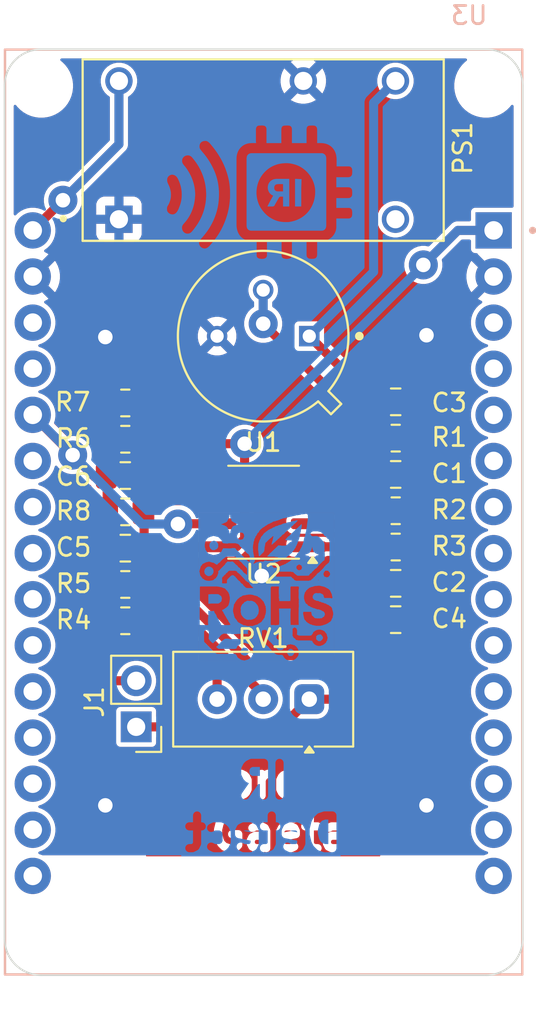
<source format=kicad_pcb>
(kicad_pcb (version 20241229) (generator "pcbnew") (generator_version "9.0")
  (layers (0 "F.Cu" signal) (2 "B.Cu" signal) (13 "F.Paste" user) (15 "B.Paste" user) (5 "F.SilkS" user "F.Silkscreen") (7 "B.SilkS" user "B.Silkscreen") (1 "F.Mask" user) (3 "B.Mask" user) (25 "Edge.Cuts" user))
  (net 0 "")
  (net 1 "Net-(C1-Pad1)")
  (net 2 "GND")
  (net 3 "/1er_etage")
  (net 4 "Net-(U2A--)")
  (net 5 "+10V")
  (net 6 "+3.3V")
  (net 7 "Net-(U2B--)")
  (net 8 "Net-(C5-Pad1)")
  (net 9 "/2eme_etage")
  (net 11 "+5V")
  (net 12 "Net-(U1-S)")
  (net 13 "Net-(R4-Pad1)")
  (net 14 "Net-(R5-Pad2)")
  (net 15 "Net-(U2B-+)")
  (footprint "Resistor_SMD:R_0805_2012Metric_Pad1.20x1.40mm_HandSolder" (layer "F.Cu") (at 114.4 86.930062)
    (property "Reference" "R6")
    (property "Value" "1M")
  )
  (footprint "Capacitor_SMD:C_0805_2012Metric_Pad1.18x1.45mm_HandSolder" (layer "F.Cu") (at 129.302285 94.86844 180)
    (property "Reference" "C2")
    (property "Value" "0.1uF")
  )
  (footprint "Capacitor_SMD:C_0805_2012Metric_Pad1.18x1.45mm_HandSolder" (layer "F.Cu") (at 114.4 88.930062 180)
    (property "Reference" "C6")
    (property "Value" "0.1uF")
  )
  (footprint "Capacitor_SMD:C_0805_2012Metric_Pad1.18x1.45mm_HandSolder" (layer "F.Cu") (at 129.302285 84.86844)
    (property "Reference" "C3")
    (property "Value" "10uF")
  )
  (footprint "Resistor_SMD:R_0805_2012Metric_Pad1.20x1.40mm_HandSolder" (layer "F.Cu") (at 114.4 90.930062 180)
    (property "Reference" "R8")
    (property "Value" "1M")
  )
  (footprint "Resistor_SMD:R_0805_2012Metric_Pad1.20x1.40mm_HandSolder" (layer "F.Cu") (at 129.302285 92.86844 180)
    (property "Reference" "R3")
    (property "Value" "1M")
  )
  (footprint "Snapeda:RJZ-0509S_CONV_RJZ-0509S" (layer "F.Cu") (at 122 71)
    (property "Reference" "PS1")
    (property "Value" "RJZ-0509S")
  )
  (footprint "OptoDevice:TO254P940H1930-3" (layer "F.Cu") (at 122 81.25 180)
    (property "Reference" "U1")
    (property "Value" "~")
  )
  (footprint "Resistor_SMD:R_0805_2012Metric_Pad1.20x1.40mm_HandSolder" (layer "F.Cu") (at 114.4 84.930062)
    (property "Reference" "R7")
    (property "Value" "1M")
  )
  (footprint "Resistor_SMD:R_0805_2012Metric_Pad1.20x1.40mm_HandSolder" (layer "F.Cu") (at 114.4 96.930062 180)
    (property "Reference" "R4")
    (property "Value" "100K")
  )
  (footprint "Connector_PinHeader_2.54mm:PinHeader_1x02_P2.54mm_Vertical" (layer "F.Cu") (at 115 102.775 180)
    (property "Reference" "J1")
    (property "Value" "Conn_01x02_Pin")
  )
  (footprint "Capacitor_SMD:C_0805_2012Metric_Pad1.18x1.45mm_HandSolder" (layer "F.Cu") (at 114.4 92.930062)
    (property "Reference" "C5")
    (property "Value" "10uF")
  )
  (footprint "Capacitor_SMD:C_0805_2012Metric_Pad1.18x1.45mm_HandSolder" (layer "F.Cu") (at 129.302285 88.86844)
    (property "Reference" "C1")
    (property "Value" "10uF")
  )
  (footprint "Potentiometer_THT:Potentiometer_Vishay_T93YA_Vertical" (layer "F.Cu") (at 124.54 101.25 180)
    (property "Reference" "RV1")
    (property "Value" "R_Potentiometer_Trim")
  )
  (footprint "Package_SO:SOIC-8_3.9x4.9mm_P1.27mm" (layer "F.Cu") (at 122.025 90.95 180)
    (property "Reference" "U2")
    (property "Value" "TLV2372")
  )
  (footprint "Capacitor_SMD:C_0805_2012Metric_Pad1.18x1.45mm_HandSolder" (layer "F.Cu") (at 129.302285 96.86844)
    (property "Reference" "C4")
    (property "Value" "10uF")
  )
  (footprint "Resistor_SMD:R_0805_2012Metric_Pad1.20x1.40mm_HandSolder" (layer "F.Cu") (at 129.302285 86.86844)
    (property "Reference" "R1")
    (property "Value" "100K")
  )
  (footprint "Resistor_SMD:R_0805_2012Metric_Pad1.20x1.40mm_HandSolder" (layer "F.Cu") (at 114.4 94.930062)
    (property "Reference" "R5")
    (property "Value" "10K")
  )
  (footprint "Resistor_SMD:R_0805_2012Metric_Pad1.20x1.40mm_HandSolder" (layer "F.Cu") (at 129.302285 90.86844)
    (property "Reference" "R2")
    (property "Value" "10K")
  )
  (footprint "Snapeda:ESP32-DEVKIT-V1_MODULE_ESP32_DEVKIT_V1" (layer "B.Cu") (at 122 90.94 180)
    (property "Reference" "U3")
    (property "Value" "ESP32-DEVKIT-V1")
  )
  (gr_poly (pts (xy 123.574018 98.49507) (xy 123.679838 98.579726) (xy 123.669256 98.611472) (xy 123.69042 98.60089) (xy 123.701002 98.632636) (xy 123.701002 98.738456) (xy 123.616347 98.844275) (xy 123.563436 98.865439) (xy 123.457617 98.865439) (xy 123.42587 98.854858) (xy 123.404706 98.844275) (xy 123.398012 98.83159) (xy 123.390499 98.816685) (xy 123.382209 98.800591) (xy 123.377786 98.792421) (xy 123.373186 98.784342) (xy 123.368413 98.776482) (xy 123.363473 98.768971) (xy 123.358372 98.761937) (xy 123.353114 98.755511) (xy 123.347706 98.74982) (xy 123.344948 98.747291) (xy 123.342153 98.744995) (xy 123.339324 98.742947) (xy 123.33646 98.741164) (xy 123.333563 98.739661) (xy 123.330633 98.738456) (xy 123.330633 98.632636) (xy 123.341215 98.60089) (xy 123.351797 98.579726) (xy 123.38391 98.548347) (xy 123.394125 98.558562) (xy 123.394125 98.54798) (xy 123.384285 98.54798) (xy 123.38391 98.548347) (xy 123.383543 98.54798) (xy 123.384285 98.54798) (xy 123.388834 98.543536) (xy 123.394483 98.537757) (xy 123.404706 98.54798) (xy 123.404706 98.537398) (xy 123.394834 98.537398) (xy 123.394483 98.537757) (xy 123.394125 98.537398) (xy 123.394834 98.537398) (xy 123.42587 98.505652) (xy 123.447035 98.49507) (xy 123.478781 98.49507) (xy 123.478781 98.484488) (xy 123.542272 98.484488)) (stroke (width 0.010581)) (fill yes) (layer "B.Cu") (net 2))
  (gr_poly (pts (xy 125.546801 93.789157) (xy 125.546128 93.789949) (xy 125.542267 93.786088) (xy 125.549786 93.786088)) (stroke (width 0.010581)) (fill yes) (layer "B.Cu") (net 2))
  (gr_poly (pts (xy 120.526407 94.58643) (xy 120.526302 94.586297) (xy 120.523775 94.583211) (xy 120.521315 94.580405) (xy 120.520687 94.579737) (xy 120.526407 94.579737)) (stroke (width 0.010581)) (fill yes) (layer "B.Cu") (net 2))
  (gr_poly (pts (xy 124.87889 94.455158) (xy 124.87843 94.455581) (xy 124.875602 94.452753) (xy 124.881657 94.452753)) (stroke (width 0.010581)) (fill yes) (layer "B.Cu") (net 2))
  (gr_poly (pts (xy 119.706615 98.082908) (xy 119.704443 98.084415) (xy 119.703655 98.085015) (xy 119.701013 98.082373) (xy 119.707462 98.082373)) (stroke (width 0.010581)) (fill yes) (layer "B.Cu") (net 2))
  (gr_poly (pts (xy 123.891478 91.405142) (xy 123.884715 91.4179) (xy 123.876147 91.431567) (xy 123.865977 91.445962) (xy 123.854406 91.460904) (xy 123.841637 91.476212) (xy 123.827871 91.491703) (xy 123.813311 91.507196) (xy 123.798158 91.52251) (xy 123.782615 91.537463) (xy 123.766882 91.551873) (xy 123.751164 91.56556) (xy 123.73566 91.578341) (xy 123.720574 91.590035) (xy 123.706107 91.600461) (xy 123.692461 91.609437) (xy 123.679838 91.616782) (xy 123.67889 91.621123) (xy 123.677546 91.625473) (xy 123.676799 91.627364) (xy 123.669256 91.627364) (xy 123.6745 91.632608) (xy 123.673753 91.634175) (xy 123.671343 91.638517) (xy 123.669256 91.641833) (xy 123.669256 91.637946) (xy 123.658674 91.637946) (xy 123.66654 91.645812) (xy 123.665599 91.647156) (xy 123.662304 91.651443) (xy 123.658754 91.6557) (xy 123.654969 91.659922) (xy 123.646775 91.668242) (xy 123.637881 91.676358) (xy 123.628449 91.684229) (xy 123.618639 91.69181) (xy 123.608611 91.69906) (xy 123.598526 91.705935) (xy 123.588544 91.712392) (xy 123.578825 91.718388) (xy 123.56953 91.723881) (xy 123.552854 91.733184) (xy 123.563436 91.754348) (xy 123.552854 91.76493) (xy 123.545773 91.767306) (xy 123.538286 91.770497) (xy 123.530493 91.774432) (xy 123.522496 91.779037) (xy 123.514393 91.784239) (xy 123.506286 91.789967) (xy 123.498275 91.796147) (xy 123.49046 91.802707) (xy 123.482942 91.809575) (xy 123.47582 91.816678) (xy 123.469195 91.823943) (xy 123.463167 91.831298) (xy 123.457837 91.838671) (xy 123.453305 91.845988) (xy 123.451369 91.849604) (xy 123.44967 91.853178) (xy 123.448222 91.856702) (xy 123.447035 91.860167) (xy 123.298887 91.965987) (xy 123.309469 91.987151) (xy 123.298887 91.997733) (xy 123.291112 92.000454) (xy 123.28261 92.004332) (xy 123.273533 92.009249) (xy 123.264031 92.015088) (xy 123.254255 92.02173) (xy 123.244358 92.029057) (xy 123.234489 92.036953) (xy 123.2248 92.045299) (xy 123.215442 92.053977) (xy 123.206566 92.06287) (xy 123.198324 92.07186) (xy 123.190866 92.080828) (xy 123.184344 92.089658) (xy 123.178909 92.098231) (xy 123.176646 92.102384) (xy 123.174712 92.106429) (xy 123.173124 92.110351) (xy 123.171903 92.114135) (xy 123.161321 92.124717) (xy 123.023755 92.219955) (xy 123.02277 92.224362) (xy 123.021336 92.228829) (xy 123.020634 92.230537) (xy 123.013173 92.230537) (xy 123.01832 92.235684) (xy 123.017219 92.237907) (xy 123.014583 92.242499) (xy 123.013173 92.244675) (xy 123.013173 92.241119) (xy 123.002591 92.241119) (xy 123.010338 92.248865) (xy 123.00827 92.251749) (xy 123.004642 92.256388) (xy 122.996555 92.265652) (xy 122.98752 92.274837) (xy 122.977724 92.283874) (xy 122.967353 92.292693) (xy 122.956596 92.301222) (xy 122.945639 92.309392) (xy 122.934669 92.317133) (xy 122.923875 92.324374) (xy 122.913442 92.331045) (xy 122.903559 92.337077) (xy 122.894412 92.342398) (xy 122.886189 92.346938) (xy 122.896771 92.368103) (xy 122.886189 92.378685) (xy 122.878761 92.381233) (xy 122.870767 92.384768) (xy 122.862332 92.389194) (xy 122.853582 92.394415) (xy 122.844643 92.400338) (xy 122.835641 92.406865) (xy 122.826701 92.413903) (xy 122.817949 92.421356) (xy 122.809511 92.429129) (xy 122.801512 92.437127) (xy 122.794078 92.445255) (xy 122.787335 92.453416) (xy 122.781409 92.461517) (xy 122.776426 92.469463) (xy 122.774326 92.473347) (xy 122.77251 92.477157) (xy 122.770992 92.48088) (xy 122.769788 92.484504) (xy 122.765392 92.485867) (xy 122.761092 92.487409) (xy 122.756884 92.489123) (xy 122.752764 92.491002) (xy 122.748729 92.493036) (xy 122.744774 92.495219) (xy 122.737093 92.499997) (xy 122.72969 92.505272) (xy 122.722537 92.510981) (xy 122.715604 92.51706) (xy 122.708862 92.523446) (xy 122.702281 92.530075) (xy 122.695832 92.536883) (xy 122.683211 92.550784) (xy 122.670763 92.56464) (xy 122.664531 92.571393) (xy 122.658254 92.577943) (xy 122.632222 92.60015) (xy 122.632222 92.590324) (xy 122.62164 92.590324) (xy 122.631814 92.600498) (xy 122.558148 92.66334) (xy 122.553553 92.667268) (xy 122.548879 92.671022) (xy 122.539433 92.678173) (xy 122.530088 92.685112) (xy 122.525541 92.688604) (xy 122.521124 92.692162) (xy 122.516872 92.695829) (xy 122.51282 92.699644) (xy 122.509003 92.703647) (xy 122.505455 92.707878) (xy 122.503793 92.710092) (xy 122.502211 92.712378) (xy 122.500715 92.714741) (xy 122.499307 92.717187) (xy 122.497993 92.719719) (xy 122.496777 92.722344) (xy 122.495663 92.725066) (xy 122.494656 92.72789) (xy 122.46291 92.717308) (xy 122.473492 92.664398) (xy 122.475394 92.663398) (xy 122.477136 92.662402) (xy 122.478723 92.661406) (xy 122.480162 92.660409) (xy 122.481458 92.659408) (xy 122.482618 92.6584) (xy 122.483647 92.657384) (xy 122.48455 92.656356) (xy 122.485335 92.655314) (xy 122.486007 92.654257) (xy 122.486571 92.653181) (xy 122.487034 92.652084) (xy 122.487401 92.650964) (xy 122.487679 92.649818) (xy 122.487873 92.648645) (xy 122.48799 92.64744) (xy 122.488034 92.646203) (xy 122.488012 92.644931) (xy 122.48793 92.643621) (xy 122.487794 92.642271) (xy 122.487383 92.639441) (xy 122.486825 92.636422) (xy 122.48546 92.62974) (xy 122.484746 92.626038) (xy 122.484074 92.62207) (xy 122.494656 92.579742) (xy 122.632222 92.579742) (xy 122.642804 92.590324) (xy 122.642804 92.579742) (xy 122.632222 92.579742) (xy 122.494656 92.579742) (xy 122.496558 92.578743) (xy 122.4983 92.577746) (xy 122.499887 92.576751) (xy 122.501326 92.575753) (xy 122.502622 92.574752) (xy 122.503782 92.573744) (xy 122.504811 92.572728) (xy 122.505714 92.5717) (xy 122.506499 92.570658) (xy 122.507171 92.569601) (xy 122.507735 92.568525) (xy 122.508198 92.567428) (xy 122.508565 92.566308) (xy 122.508843 92.565163) (xy 122.509037 92.563989) (xy 122.509153 92.562785) (xy 122.509198 92.561548) (xy 122.509176 92.560275) (xy 122.509094 92.558965) (xy 122.508958 92.557615) (xy 122.508547 92.554785) (xy 122.507989 92.551766) (xy 122.506624 92.545084) (xy 122.50591 92.541382) (xy 122.505238 92.537414) (xy 122.510149 92.53142) (xy 122.514429 92.525921) (xy 122.518109 92.52083) (xy 122.521224 92.516062) (xy 122.522579 92.513772) (xy 122.523805 92.51153) (xy 122.524906 92.509327) (xy 122.525885 92.50715) (xy 122.526748 92.50499) (xy 122.527499 92.502835) (xy 122.52814 92.500675) (xy 122.528677 92.498499) (xy 122.529114 92.496296) (xy 122.529454 92.494056) (xy 122.529702 92.491768) (xy 122.529862 92.489421) (xy 122.529934 92.484508) (xy 122.529702 92.47923) (xy 122.529201 92.473502) (xy 122.528461 92.467238) (xy 122.526402 92.452758) (xy 122.528304 92.451759) (xy 122.530046 92.450762) (xy 122.531633 92.449767) (xy 122.533072 92.448769) (xy 122.534368 92.447768) (xy 122.535528 92.44676) (xy 122.536556 92.445744) (xy 122.53746 92.444716) (xy 122.538245 92.443675) (xy 122.538916 92.442617) (xy 122.539481 92.441541) (xy 122.539944 92.440444) (xy 122.540311 92.439324) (xy 122.540589 92.438179) (xy 122.540783 92.437005) (xy 122.540899 92.435801) (xy 122.540944 92.434564) (xy 122.540922 92.433291) (xy 122.54084 92.431981) (xy 122.540704 92.430631) (xy 122.540293 92.427801) (xy 122.539735 92.424782) (xy 122.53837 92.4181) (xy 122.537656 92.414398) (xy 122.536984 92.41043) (xy 122.538886 92.409431) (xy 122.540628 92.408434) (xy 122.542215 92.407439) (xy 122.543654 92.406442) (xy 122.54495 92.40544) (xy 122.54611 92.404433) (xy 122.547138 92.403416) (xy 122.548042 92.402388) (xy 122.548827 92.401347) (xy 122.549498 92.400289) (xy 122.550063 92.399213) (xy 122.550526 92.398117) (xy 122.550893 92.396997) (xy 122.551171 92.395851) (xy 122.551365 92.394677) (xy 122.551481 92.393473) (xy 122.551526 92.392236) (xy 122.551504 92.390964) (xy 122.551422 92.389654) (xy 122.551286 92.388303) (xy 122.550875 92.385473) (xy 122.550317 92.382454) (xy 122.548952 92.375772) (xy 122.548238 92.37207) (xy 122.547566 92.368103) (xy 122.549682 92.357521) (xy 122.875607 92.357521) (xy 122.886189 92.368103) (xy 122.886189 92.357521) (xy 122.875607 92.357521) (xy 122.549682 92.357521) (xy 122.558148 92.315193) (xy 122.561042 92.313694) (xy 122.563601 92.312117) (xy 122.565839 92.310467) (xy 122.567767 92.308749) (xy 122.569399 92.306967) (xy 122.570746 92.305126) (xy 122.571823 92.30323) (xy 122.57264 92.301284) (xy 122.573212 92.299293) (xy 122.57355 92.297261) (xy 122.573668 92.295193) (xy 122.573578 92.293094) (xy 122.573292 92.290969) (xy 122.572823 92.288821) (xy 122.572185 92.286656) (xy 122.571389 92.284478) (xy 122.570448 92.282293) (xy 122.569375 92.280103) (xy 122.568182 92.277915) (xy 122.566883 92.275733) (xy 122.564015 92.271406) (xy 122.560871 92.267157) (xy 122.557553 92.263025) (xy 122.554162 92.259047) (xy 122.547566 92.251701) (xy 122.547566 92.272865) (xy 122.51582 92.262283) (xy 122.526402 92.283447) (xy 122.520071 92.285298) (xy 122.51387 92.287403) (xy 122.50782 92.289769) (xy 122.501941 92.2924) (xy 122.496254 92.295304) (xy 122.490781 92.298486) (xy 122.485541 92.301952) (xy 122.480556 92.305709) (xy 122.475846 92.309761) (xy 122.471432 92.314117) (xy 122.467334 92.318781) (xy 122.463575 92.323759) (xy 122.460174 92.329058) (xy 122.457152 92.334683) (xy 122.455789 92.337621) (xy 122.45453 92.340642) (xy 122.453375 92.343747) (xy 122.452328 92.346938) (xy 122.448558 92.348096) (xy 122.444825 92.349401) (xy 122.437469 92.352427) (xy 122.430254 92.355964) (xy 122.423175 92.359958) (xy 122.416224 92.364354) (xy 122.409397 92.3691) (xy 122.402686 92.374142) (xy 122.396085 92.379425) (xy 122.389588 92.384897) (xy 122.38319 92.390504) (xy 122.370662 92.401909) (xy 122.358451 92.413209) (xy 122.346508 92.423975) (xy 122.234234 92.525562) (xy 122.208943 92.557494) (xy 122.208943 92.547996) (xy 122.198361 92.547996) (xy 122.208464 92.558099) (xy 122.19635 92.573393) (xy 122.188872 92.580101) (xy 122.181124 92.586296) (xy 122.165312 92.597844) (xy 122.157497 92.603549) (xy 122.149907 92.609442) (xy 122.142667 92.615698) (xy 122.139217 92.619018) (xy 122.135901 92.622493) (xy 122.132734 92.626148) (xy 122.129732 92.630003) (xy 122.126911 92.63408) (xy 122.124285 92.638402) (xy 122.121871 92.64299) (xy 122.119684 92.647866) (xy 122.117739 92.653053) (xy 122.116053 92.658571) (xy 122.114639 92.664444) (xy 122.113515 92.670693) (xy 122.112695 92.677339) (xy 122.112195 92.684405) (xy 122.112031 92.691914) (xy 122.112217 92.699885) (xy 122.11277 92.708343) (xy 122.113705 92.717308) (xy 122.11112 92.718618) (xy 122.108775 92.720044) (xy 122.106662 92.721582) (xy 122.104769 92.723225) (xy 122.103089 92.72497) (xy 122.101611 92.72681) (xy 122.100326 92.728741) (xy 122.099224 92.730757) (xy 122.098296 92.732853) (xy 122.097533 92.735025) (xy 122.096924 92.737267) (xy 122.096462 92.739573) (xy 122.096135 92.74194) (xy 122.095934 92.74436) (xy 122.09585 92.746831) (xy 122.095874 92.749345) (xy 122.096206 92.754486) (xy 122.096854 92.759741) (xy 122.097742 92.765071) (xy 122.098794 92.770433) (xy 122.101086 92.78109) (xy 122.102175 92.786302) (xy 122.103123 92.791382) (xy 122.100686 92.792624) (xy 122.098469 92.793988) (xy 122.096459 92.795467) (xy 122.094648 92.797056) (xy 122.093025 92.798751) (xy 122.091579 92.800545) (xy 122.090299 92.802435) (xy 122.089176 92.804414) (xy 122.088199 92.806478) (xy 122.087357 92.808622) (xy 122.08664 92.81084) (xy 122.086038 92.813127) (xy 122.085539 92.815478) (xy 122.085135 92.817887) (xy 122.084565 92.822863) (xy 122.084244 92.828013) (xy 122.084089 92.833294) (xy 122.083941 92.84409) (xy 122.083782 92.849521) (xy 122.083454 92.85492) (xy 122.082874 92.860246) (xy 122.082464 92.862868) (xy 122.081959 92.865456) (xy 122.071377 92.844292) (xy 122.071377 92.93953) (xy 122.060795 92.918366) (xy 122.071377 93.003021) (xy 122.0689 93.004258) (xy 122.066645 93.005567) (xy 122.064602 93.006944) (xy 122.062762 93.008388) (xy 122.061119 93.009897) (xy 122.059664 93.011468) (xy 122.058388 93.013099) (xy 122.057283 93.014787) (xy 122.056341 93.016531) (xy 122.055555 93.018327) (xy 122.054914 93.020174) (xy 122.054413 93.022069) (xy 122.054041 93.02401) (xy 122.053792 93.025994) (xy 122.053656 93.02802) (xy 122.053626 93.030085) (xy 122.053693 93.032186) (xy 122.053849 93.034322) (xy 122.054396 93.038686) (xy 122.055201 93.04316) (xy 122.056198 93.047724) (xy 122.060795 93.066513) (xy 121.997303 93.172333) (xy 121.986721 93.182915) (xy 121.98209 93.183877) (xy 121.978044 93.18477) (xy 121.974533 93.185636) (xy 121.971508 93.186521) (xy 121.970162 93.186985) (xy 121.968919 93.187469) (xy 121.967772 93.18798) (xy 121.966716 93.188523) (xy 121.965743 93.189104) (xy 121.964849 93.189729) (xy 121.964026 93.190402) (xy 121.963269 93.191129) (xy 121.962571 93.191917) (xy 121.961925 93.192769) (xy 121.961327 93.193693) (xy 121.960769 93.194693) (xy 121.960246 93.195775) (xy 121.95975 93.196944) (xy 121.958819 93.199567) (xy 121.957926 93.202606) (xy 121.957021 93.206105) (xy 121.954975 93.214661) (xy 121.944393 93.225243) (xy 121.923229 93.214661) (xy 121.912647 93.225243) (xy 121.923229 93.246407) (xy 121.912647 93.256989) (xy 121.908016 93.257951) (xy 121.90397 93.258844) (xy 121.900459 93.25971) (xy 121.897434 93.260595) (xy 121.896088 93.261058) (xy 121.894845 93.261543) (xy 121.893698 93.262054) (xy 121.892642 93.262597) (xy 121.891669 93.263178) (xy 121.890775 93.263803) (xy 121.889952 93.264476) (xy 121.889195 93.265203) (xy 121.888497 93.265991) (xy 121.887852 93.266843) (xy 121.887253 93.267767) (xy 121.886695 93.268767) (xy 121.886172 93.269848) (xy 121.885677 93.271018) (xy 121.884745 93.273641) (xy 121.883852 93.27668) (xy 121.882947 93.280179) (xy 121.880901 93.288735) (xy 121.87627 93.289697) (xy 121.872224 93.290589) (xy 121.868713 93.291456) (xy 121.865688 93.292341) (xy 121.864342 93.292804) (xy 121.863099 93.293289) (xy 121.861952 93.2938) (xy 121.860896 93.294343) (xy 121.859923 93.294924) (xy 121.859029 93.295549) (xy 121.858206 93.296222) (xy 121.857449 93.296949) (xy 121.856751 93.297736) (xy 121.856106 93.298589) (xy 121.855507 93.299513) (xy 121.85495 93.300513) (xy 121.854426 93.301594) (xy 121.853931 93.302764) (xy 121.853 93.305387) (xy 121.852106 93.308426) (xy 121.851201 93.311925) (xy 121.849155 93.320481) (xy 121.838573 93.331063) (xy 121.817409 93.320481) (xy 121.817409 93.352227) (xy 121.785663 93.373391) (xy 121.764499 93.352227) (xy 121.764499 93.309899) (xy 121.827991 93.309899) (xy 121.838573 93.320481) (xy 121.838573 93.309899) (xy 121.827991 93.309899) (xy 121.764499 93.309899) (xy 121.764499 93.299317) (xy 121.753917 93.299317) (xy 121.754859 93.294356) (xy 121.755928 93.289445) (xy 121.758157 93.279843) (xy 121.75917 93.275187) (xy 121.760019 93.270653) (xy 121.760629 93.266256) (xy 121.760928 93.262015) (xy 121.760938 93.259959) (xy 121.760843 93.257949) (xy 121.760633 93.255986) (xy 121.7603 93.254073) (xy 121.759834 93.252212) (xy 121.759226 93.250406) (xy 121.758467 93.248657) (xy 121.757548 93.246966) (xy 121.75646 93.245336) (xy 121.755194 93.24377) (xy 121.75374 93.242269) (xy 121.752089 93.240836) (xy 121.750232 93.239473) (xy 121.74816 93.238182) (xy 121.745864 93.236965) (xy 121.743335 93.235825) (xy 121.902065 93.235825) (xy 121.912647 93.246407) (xy 121.912647 93.235825) (xy 121.902065 93.235825) (xy 121.743335 93.235825) (xy 121.744358 93.230563) (xy 121.745546 93.225199) (xy 121.748081 93.214325) (xy 121.749262 93.208896) (xy 121.750169 93.204079) (xy 121.933811 93.204079) (xy 121.944393 93.214661) (xy 121.944393 93.204079) (xy 121.933811 93.204079) (xy 121.750169 93.204079) (xy 121.750274 93.203524) (xy 121.751033 93.19825) (xy 121.751457 93.193114) (xy 121.751462 93.188154) (xy 121.751281 93.185754) (xy 121.750964 93.183412) (xy 121.750501 93.181135) (xy 121.74988 93.178927) (xy 121.749093 93.176793) (xy 121.748127 93.174739) (xy 121.746973 93.172769) (xy 121.745621 93.170887) (xy 121.74406 93.1691) (xy 121.742279 93.167412) (xy 121.740269 93.165828) (xy 121.738018 93.164354) (xy 121.735516 93.162993) (xy 121.732753 93.161751) (xy 121.976139 93.161751) (xy 121.986721 93.172333) (xy 121.986721 93.161751) (xy 121.976139 93.161751) (xy 121.732753 93.161751) (xy 121.736759 93.144614) (xy 121.738391 93.136923) (xy 121.739762 93.129694) (xy 121.740865 93.122835) (xy 121.741691 93.116253) (xy 121.742231 93.109855) (xy 121.742476 93.10355) (xy 121.742416 93.097245) (xy 121.742045 93.090848) (xy 121.741351 93.084266) (xy 121.740328 93.077406) (xy 121.738965 93.070177) (xy 121.737254 93.062486) (xy 121.735187 93.054241) (xy 121.732753 93.045349) (xy 121.732753 93.066513) (xy 121.722171 93.066513) (xy 121.732753 92.770218) (xy 121.743335 92.791382) (xy 121.732753 92.706726) (xy 121.743335 92.664398) (xy 121.748247 92.658404) (xy 121.752526 92.652905) (xy 121.756207 92.647814) (xy 121.759321 92.643046) (xy 121.760676 92.640756) (xy 121.761902 92.638514) (xy 121.763003 92.636311) (xy 121.763983 92.634134) (xy 121.764846 92.631974) (xy 121.765596 92.629819) (xy 121.766238 92.627659) (xy 121.766775 92.625483) (xy 121.767211 92.62328) (xy 121.767551 92.62104) (xy 121.767799 92.618752) (xy 121.767959 92.616405) (xy 121.768031 92.611491) (xy 121.7678 92.606214) (xy 121.767298 92.600486) (xy 121.766559 92.594222) (xy 121.764499 92.579742) (xy 121.767534 92.57838) (xy 121.770372 92.576875) (xy 121.773021 92.575236) (xy 121.775486 92.573466) (xy 121.777774 92.571572) (xy 121.779892 92.56956) (xy 121.780259 92.56916) (xy 122.177197 92.56916) (xy 122.187779 92.579742) (xy 122.187779 92.56916) (xy 122.177197 92.56916) (xy 121.780259 92.56916) (xy 121.781845 92.567436) (xy 121.783641 92.565205) (xy 121.785286 92.562874) (xy 121.786786 92.560449) (xy 121.7878 92.558578) (xy 122.187779 92.558578) (xy 122.198361 92.56916) (xy 122.198361 92.558578) (xy 122.187779 92.558578) (xy 121.7878 92.558578) (xy 121.788148 92.557934) (xy 121.789378 92.555337) (xy 121.790483 92.552664) (xy 121.791469 92.549919) (xy 121.792343 92.547109) (xy 121.79311 92.54424) (xy 121.794354 92.538347) (xy 121.79525 92.532289) (xy 121.795852 92.526111) (xy 121.796211 92.519861) (xy 121.796378 92.513587) (xy 121.796405 92.507335) (xy 121.796245 92.495086) (xy 121.799285 92.493617) (xy 121.802367 92.491666) (xy 121.805482 92.489262) (xy 121.808621 92.486433) (xy 121.811775 92.483207) (xy 121.814936 92.47961) (xy 121.821242 92.471417) (xy 121.827467 92.462077) (xy 121.833541 92.451811) (xy 121.839392 92.44084) (xy 121.844949 92.429385) (xy 121.850142 92.417669) (xy 121.854899 92.405913) (xy 121.859149 92.394339) (xy 121.862823 92.383167) (xy 121.865847 92.372619) (xy 121.868152 92.362918) (xy 121.869666 92.354284) (xy 121.870319 92.346938) (xy 121.902065 92.294029) (xy 121.906147 92.292985) (xy 121.909654 92.291974) (xy 121.91263 92.290963) (xy 121.913932 92.290446) (xy 121.915119 92.289917) (xy 121.916195 92.28937) (xy 121.917166 92.288801) (xy 121.918038 92.288207) (xy 121.918815 92.287583) (xy 121.919505 92.286925) (xy 121.920112 92.286229) (xy 121.920641 92.285489) (xy 121.921099 92.284703) (xy 121.921491 92.283866) (xy 121.921823 92.282973) (xy 121.9221 92.282021) (xy 121.922327 92.281005) (xy 121.92251 92.27992) (xy 121.922656 92.278764) (xy 121.922854 92.276216) (xy 121.923229 92.262283) (xy 121.926614 92.260972) (xy 121.930076 92.25935) (xy 121.933603 92.257435) (xy 121.937187 92.255241) (xy 121.940816 92.252785) (xy 121.944481 92.250084) (xy 121.951875 92.244006) (xy 121.959287 92.237135) (xy 121.966635 92.2296) (xy 121.973836 92.221529) (xy 121.980808 92.21305) (xy 121.987469 92.20429) (xy 121.993737 92.195379) (xy 121.999528 92.186442) (xy 122.004762 92.17761) (xy 122.009354 92.16901) (xy 122.013225 92.16077) (xy 122.016289 92.153017) (xy 122.017494 92.149364) (xy 122.018467 92.145881) (xy 122.039631 92.124717) (xy 122.045113 92.123357) (xy 122.050004 92.122026) (xy 122.054349 92.120681) (xy 122.058194 92.119279) (xy 122.059943 92.118543) (xy 122.061584 92.117777) (xy 122.063123 92.116975) (xy 122.064566 92.116133) (xy 122.065917 92.115243) (xy 122.067184 92.114302) (xy 122.068372 92.113304) (xy 122.069485 92.112243) (xy 122.070531 92.111115) (xy 122.071515 92.109913) (xy 122.072442 92.108632) (xy 122.073319 92.107268) (xy 122.07415 92.105814) (xy 122.074942 92.104266) (xy 122.075254 92.103553) (xy 123.150739 92.103553) (xy 123.161321 92.114135) (xy 123.161321 92.103553) (xy 123.150739 92.103553) (xy 122.075254 92.103553) (xy 122.076431 92.100863) (xy 122.077832 92.097017) (xy 122.079189 92.092684) (xy 122.08055 92.087823) (xy 122.081959 92.082389) (xy 122.08829 92.080538) (xy 122.094491 92.078433) (xy 122.100541 92.076067) (xy 122.10642 92.073436) (xy 122.112106 92.070532) (xy 122.11758 92.06735) (xy 122.12282 92.063884) (xy 122.127805 92.060127) (xy 122.132515 92.056074) (xy 122.136929 92.051719) (xy 122.141027 92.047055) (xy 122.144786 92.042077) (xy 122.148187 92.036778) (xy 122.151209 92.031152) (xy 122.152572 92.028215) (xy 122.153831 92.025194) (xy 122.154986 92.022088) (xy 122.156033 92.018897) (xy 122.164616 92.017172) (xy 122.172841 92.01495) (xy 122.180727 92.012255) (xy 122.188296 92.009109) (xy 122.195568 92.005536) (xy 122.202564 92.001561) (xy 122.209303 91.997206) (xy 122.215808 91.992495) (xy 122.222098 91.987452) (xy 122.228194 91.9821) (xy 122.234005 91.976569) (xy 123.288305 91.976569) (xy 123.298887 91.987151) (xy 123.298887 91.976569) (xy 123.288305 91.976569) (xy 122.234005 91.976569) (xy 122.234117 91.976463) (xy 122.239887 91.970564) (xy 122.245525 91.964427) (xy 122.251051 91.958075) (xy 122.256487 91.951533) (xy 122.261852 91.944823) (xy 122.269779 91.944795) (xy 122.273052 91.944759) (xy 122.27592 91.944656) (xy 122.278423 91.944446) (xy 122.279551 91.944288) (xy 122.280602 91.944088) (xy 122.281584 91.943842) (xy 122.282499 91.943544) (xy 122.283354 91.943189) (xy 122.284154 91.942773) (xy 122.284904 91.94229) (xy 122.285608 91.941735) (xy 122.286272 91.941104) (xy 122.286902 91.940391) (xy 122.287502 91.939592) (xy 122.288077 91.9387) (xy 122.288633 91.937713) (xy 122.289174 91.936624) (xy 122.290233 91.934121) (xy 122.291297 91.931153) (xy 122.292405 91.927679) (xy 122.293598 91.923659) (xy 122.304127 91.923198) (xy 122.308837 91.922882) (xy 122.313205 91.922449) (xy 122.317252 91.921855) (xy 122.320998 91.921055) (xy 122.324465 91.920005) (xy 122.3261 91.919372) (xy 122.327672 91.918659) (xy 122.329186 91.917862) (xy 122.330642 91.916974) (xy 122.332044 91.91599) (xy 122.333395 91.914904) (xy 122.334696 91.913711) (xy 122.33595 91.912406) (xy 122.337161 91.910981) (xy 122.33833 91.909433) (xy 122.339461 91.907755) (xy 122.340556 91.905942) (xy 122.341616 91.903989) (xy 122.342646 91.901888) (xy 122.344624 91.897227) (xy 122.346508 91.891913) (xy 122.367673 91.902495) (xy 122.367673 91.881331) (xy 122.377887 91.880191) (xy 122.389129 91.877912) (xy 122.401228 91.874601) (xy 122.414012 91.870364) (xy 122.427307 91.865308) (xy 122.440942 91.85954) (xy 122.454746 91.853166) (xy 122.468545 91.846292) (xy 122.482168 91.839025) (xy 122.495444 91.831471) (xy 122.508199 91.823737) (xy 122.520261 91.81593) (xy 122.53146 91.808155) (xy 122.541621 91.80052) (xy 122.550575 91.793131) (xy 122.558148 91.786094) (xy 122.571498 91.785338) (xy 122.578493 91.784723) (xy 122.585603 91.783899) (xy 122.592757 91.782828) (xy 122.59988 91.781471) (xy 122.6069 91.77979) (xy 122.613743 91.777747) (xy 122.620338 91.775303) (xy 122.62661 91.772421) (xy 122.632486 91.769061) (xy 122.635254 91.76719) (xy 122.637895 91.765186) (xy 122.640401 91.763043) (xy 122.642762 91.760757) (xy 122.64497 91.758323) (xy 122.647015 91.755736) (xy 122.648888 91.752992) (xy 122.650581 91.750085) (xy 122.652083 91.747011) (xy 122.653386 91.743766) (xy 123.542272 91.743766) (xy 123.552854 91.754348) (xy 123.552854 91.743766) (xy 123.542272 91.743766) (xy 122.653386 91.743766) (xy 122.706296 91.722602) (xy 122.724786 91.723699) (xy 122.728726 91.723831) (xy 122.732421 91.723792) (xy 122.735888 91.723525) (xy 122.73754 91.723288) (xy 122.73914 91.722972) (xy 122.74069 91.722571) (xy 122.742192 91.722077) (xy 122.743648 91.721483) (xy 122.74506 91.720783) (xy 122.746429 91.719968) (xy 122.747757 91.719032) (xy 122.749046 91.717968) (xy 122.750299 91.716768) (xy 122.751516 91.715426) (xy 122.7527 91.713934) (xy 122.753852 91.712285) (xy 122.754975 91.710472) (xy 122.75607 91.708488) (xy 122.757139 91.706326) (xy 122.758183 91.703978) (xy 122.759206 91.701438) (xy 122.771706 91.701653) (xy 122.784427 91.701596) (xy 122.79075 91.701321) (xy 122.796985 91.700805) (xy 122.803082 91.69999) (xy 122.808994 91.698819) (xy 122.814673 91.697233) (xy 122.81741 91.696267) (xy 122.820071 91.695175) (xy 122.822649 91.693952) (xy 122.825139 91.692588) (xy 122.827535 91.691078) (xy 122.829831 91.689414) (xy 122.83202 91.687589) (xy 122.834096 91.685595) (xy 122.836055 91.683425) (xy 122.837889 91.681073) (xy 122.839593 91.678531) (xy 122.84116 91.675791) (xy 122.842585 91.672847) (xy 122.843861 91.669692) (xy 122.875607 91.65911) (xy 122.88657 91.658942) (xy 122.898228 91.658139) (xy 122.910457 91.656729) (xy 122.923137 91.65474) (xy 122.936146 91.652197) (xy 122.949361 91.64913) (xy 122.962661 91.645565) (xy 122.975925 91.64153) (xy 122.989029 91.637053) (xy 123.001853 91.63216) (xy 123.014275 91.626879) (xy 123.026173 91.621238) (xy 123.037424 91.615264) (xy 123.047907 91.608984) (xy 123.057501 91.602426) (xy 123.066083 91.595618) (xy 123.097829 91.585036) (xy 123.140157 91.574454) (xy 123.171903 91.563872) (xy 123.214231 91.55329) (xy 123.236638 91.555906) (xy 123.242119 91.556336) (xy 123.24749 91.556545) (xy 123.252719 91.556469) (xy 123.257776 91.556041) (xy 123.262629 91.555197) (xy 123.26497 91.554598) (xy 123.267248 91.553871) (xy 123.26946 91.553006) (xy 123.271602 91.551997) (xy 123.27367 91.550834) (xy 123.275659 91.54951) (xy 123.277567 91.548016) (xy 123.279389 91.546345) (xy 123.281122 91.544488) (xy 123.282761 91.542436) (xy 123.284303 91.540183) (xy 123.285743 91.537718) (xy 123.287078 91.535036) (xy 123.288305 91.532126) (xy 123.330633 91.521544) (xy 123.362379 91.510962) (xy 123.366596 91.511849) (xy 123.370495 91.512769) (xy 123.37743 91.514502) (xy 123.380513 91.515213) (xy 123.38337 91.515752) (xy 123.386026 91.516067) (xy 123.387285 91.516125) (xy 123.388503 91.516107) (xy 123.389682 91.516009) (xy 123.390825 91.515822) (xy 123.391936 91.515541) (xy 123.393016 91.515159) (xy 123.394069 91.514669) (xy 123.395098 91.514067) (xy 123.396106 91.513344) (xy 123.397096 91.512495) (xy 123.39807 91.511513) (xy 123.399032 91.510391) (xy 123.399985 91.509124) (xy 123.40093 91.507705) (xy 123.401873 91.506128) (xy 123.402814 91.504385) (xy 123.403758 91.502472) (xy 123.404706 91.50038) (xy 123.411794 91.501372) (xy 123.419703 91.50221) (xy 123.42828 91.502843) (xy 123.437375 91.503217) (xy 123.446836 91.503282) (xy 123.456511 91.502984) (xy 123.466248 91.502272) (xy 123.475897 91.501094) (xy 123.485305 91.499398) (xy 123.494321 91.497131) (xy 123.502793 91.494242) (xy 123.506778 91.492547) (xy 123.510569 91.490678) (xy 123.51415 91.488626) (xy 123.517499 91.486387) (xy 123.520599 91.483953) (xy 123.52343 91.481318) (xy 123.525974 91.478475) (xy 123.528211 91.475417) (xy 123.530123 91.472139) (xy 123.53169 91.468634) (xy 123.536329 91.469752) (xy 123.540765 91.470922) (xy 123.54905 91.473171) (xy 123.552909 91.474126) (xy 123.556588 91.474884) (xy 123.560091 91.475385) (xy 123.561778 91.475519) (xy 123.563423 91.475565) (xy 123.565027 91.475516) (xy 123.56659 91.475364) (xy 123.568114 91.475101) (xy 123.569598 91.474719) (xy 123.571044 91.47421) (xy 123.572452 91.473567) (xy 123.573823 91.472783) (xy 123.575157 91.471848) (xy 123.576456 91.470756) (xy 123.577719 91.469499) (xy 123.578948 91.468069) (xy 123.580144 91.466458) (xy 123.581306 91.464659) (xy 123.582435 91.462663) (xy 123.583533 91.460463) (xy 123.5846 91.458052) (xy 123.626928 91.44747) (xy 123.669256 91.436888) (xy 123.681249 91.43883) (xy 123.693689 91.44056) (xy 123.699944 91.441174) (xy 123.706151 91.441529) (xy 123.712258 91.441556) (xy 123.718211 91.441187) (xy 123.723957 91.440353) (xy 123.726735 91.43974) (xy 123.729442 91.438985) (xy 123.732071 91.438079) (xy 123.734614 91.437015) (xy 123.737066 91.435782) (xy 123.73942 91.434373) (xy 123.741668 91.432779) (xy 123.743805 91.430992) (xy 123.745824 91.429003) (xy 123.747718 91.426803) (xy 123.74948 91.424383) (xy 123.751104 91.421736) (xy 123.752584 91.418853) (xy 123.753912 91.415724) (xy 123.758551 91.416842) (xy 123.762987 91.418012) (xy 123.771271 91.420261) (xy 123.775131 91.421216) (xy 123.77881 91.421974) (xy 123.782312 91.422475) (xy 123.783999 91.422609) (xy 123.785645 91.422655) (xy 123.787249 91.422606) (xy 123.788812 91.422454) (xy 123.790336 91.422191) (xy 123.79182 91.421809) (xy 123.793266 91.4213) (xy 123.794674 91.420658) (xy 123.796045 91.419873) (xy 123.797379 91.418938) (xy 123.798678 91.417846) (xy 123.799941 91.416589) (xy 123.80117 91.415159) (xy 123.802365 91.413548) (xy 123.803527 91.411749) (xy 123.804657 91.409753) (xy 123.805755 91.407554) (xy 123.806822 91.405142) (xy 123.81104 91.406029) (xy 123.814938 91.406949) (xy 123.821873 91.408682) (xy 123.824956 91.409393) (xy 123.827813 91.409932) (xy 123.830469 91.410247) (xy 123.831728 91.410305) (xy 123.832946 91.410288) (xy 123.834125 91.410189) (xy 123.835268 91.410002) (xy 123.836379 91.409721) (xy 123.837459 91.409339) (xy 123.838512 91.40885) (xy 123.839541 91.408247) (xy 123.840549 91.407524) (xy 123.841539 91.406675) (xy 123.842513 91.405693) (xy 123.843475 91.404572) (xy 123.844428 91.403305) (xy 123.845374 91.401886) (xy 123.846316 91.400308) (xy 123.847257 91.398565) (xy 123.848201 91.396652) (xy 123.84915 91.39456)) (stroke (width 0.010581)) (fill yes) (layer "B.Cu") (net 2))
  (gr_poly (pts (xy 125.902055 99.151153) (xy 118.431175 99.151153) (xy 118.431175 98.177611) (xy 118.822708 98.177611) (xy 118.83329 98.188193) (xy 118.83329 98.177611) (xy 118.822708 98.177611) (xy 118.431175 98.177611) (xy 118.431175 97.591835) (xy 118.735313 97.591835) (xy 118.735486 97.604144) (xy 118.736419 97.628191) (xy 118.737521 97.650447) (xy 118.738052 97.669676) (xy 118.738052 98.008299) (xy 118.738329 98.021162) (xy 118.739081 98.034091) (xy 118.740367 98.046987) (xy 118.742249 98.059752) (xy 118.744787 98.072289) (xy 118.748041 98.084499) (xy 118.752073 98.096283) (xy 118.756941 98.107545) (xy 118.762708 98.118185) (xy 118.765947 98.123242) (xy 118.769433 98.128106) (xy 118.773173 98.132766) (xy 118.777176 98.137209) (xy 118.781449 98.141424) (xy 118.785999 98.145397) (xy 118.790834 98.149117) (xy 118.795961 98.152571) (xy 118.801388 98.155747) (xy 118.807123 98.158633) (xy 118.813174 98.161216) (xy 118.819546 98.163485) (xy 118.826249 98.165426) (xy 118.83329 98.167029) (xy 118.843872 98.177611) (xy 118.845945 98.186808) (xy 118.84862 98.195657) (xy 118.851878 98.20414) (xy 118.855703 98.212239) (xy 118.860074 98.219935) (xy 118.864975 98.227211) (xy 118.870388 98.234048) (xy 118.876293 98.240428) (xy 118.882673 98.246333) (xy 118.88951 98.251745) (xy 118.896786 98.256646) (xy 118.904482 98.261018) (xy 118.912581 98.264842) (xy 118.921064 98.268101) (xy 118.929913 98.270776) (xy 118.93911 98.272848) (xy 118.941226 98.282442) (xy 118.943879 98.291576) (xy 118.947065 98.300245) (xy 118.950777 98.308444) (xy 118.952828 98.312365) (xy 118.955009 98.316166) (xy 118.957319 98.319847) (xy 118.959757 98.323406) (xy 118.962323 98.326844) (xy 118.965015 98.33016) (xy 118.967833 98.333352) (xy 118.970777 98.33642) (xy 118.973845 98.339363) (xy 118.977037 98.342181) (xy 118.980352 98.344874) (xy 118.98379 98.347439) (xy 118.98735 98.349877) (xy 118.991031 98.352187) (xy 118.994832 98.354368) (xy 118.998753 98.35642) (xy 119.006951 98.360132) (xy 119.01562 98.363317) (xy 119.024754 98.365971) (xy 119.034348 98.368086) (xy 119.03528 98.372556) (xy 119.036349 98.376883) (xy 119.037548 98.381073) (xy 119.038876 98.385134) (xy 119.040325 98.389072) (xy 119.041894 98.392894) (xy 119.043577 98.396608) (xy 119.04537 98.400219) (xy 119.049268 98.407164) (xy 119.053556 98.413782) (xy 119.058197 98.42013) (xy 119.063157 98.426261) (xy 119.068403 98.432231) (xy 119.0739 98.438095) (xy 119.085509 98.449723) (xy 119.097707 98.461584) (xy 119.110221 98.474118) (xy 119.301861 98.659938) (xy 119.327829 98.685701) (xy 119.33396 98.691577) (xy 119.340078 98.697151) (xy 119.346252 98.702384) (xy 119.352548 98.707239) (xy 119.359032 98.711677) (xy 119.362366 98.713728) (xy 119.365772 98.71566) (xy 119.369258 98.71747) (xy 119.372833 98.719151) (xy 119.376505 98.720699) (xy 119.380283 98.72211) (xy 119.384174 98.723379) (xy 119.388188 98.7245) (xy 119.392332 98.72547) (xy 119.396614 98.726283) (xy 119.401044 98.726935) (xy 119.405629 98.72742) (xy 119.410378 98.727735) (xy 119.415299 98.727874) (xy 119.416517 98.731418) (xy 119.417885 98.734679) (xy 119.419396 98.737667) (xy 119.421046 98.740393) (xy 119.422829 98.742871) (xy 119.424738 98.74511) (xy 119.426768 98.747123) (xy 119.428914 98.748922) (xy 119.431169 98.750518) (xy 119.433527 98.751922) (xy 119.435984 98.753146) (xy 119.438532 98.754202) (xy 119.441167 98.755101) (xy 119.443883 98.755855) (xy 119.446673 98.756476) (xy 119.449532 98.756974) (xy 119.452455 98.757362) (xy 119.455435 98.757652) (xy 119.461544 98.757981) (xy 119.467814 98.758054) (xy 119.474198 98.757963) (xy 119.487125 98.757663) (xy 119.493575 98.757638) (xy 119.499955 98.757821) (xy 119.605775 98.757821) (xy 120.388842 98.757821) (xy 120.398829 98.758345) (xy 120.409354 98.758717) (xy 120.420192 98.759164) (xy 120.431117 98.759911) (xy 120.436541 98.760467) (xy 120.441903 98.761183) (xy 120.447173 98.762088) (xy 120.452324 98.763208) (xy 120.457327 98.764572) (xy 120.462155 98.766209) (xy 120.466778 98.768147) (xy 120.47117 98.770414) (xy 120.473616 98.771866) (xy 120.475883 98.773326) (xy 120.477986 98.774791) (xy 120.479936 98.77626) (xy 120.481748 98.777731) (xy 120.483434 98.779203) (xy 120.485008 98.780674) (xy 120.486482 98.782143) (xy 120.489186 98.785067) (xy 120.491651 98.787962) (xy 120.496288 98.793615) (xy 120.498672 98.796347) (xy 120.501238 98.798999) (xy 120.502623 98.800292) (xy 120.504094 98.80156) (xy 120.505664 98.802801) (xy 120.507345 98.804015) (xy 120.509151 98.805199) (xy 120.511096 98.806352) (xy 120.513192 98.807472) (xy 120.515453 98.808559) (xy 120.517892 98.809609) (xy 120.520522 98.810622) (xy 120.523356 98.811596) (xy 120.526407 98.81253) (xy 120.52467 98.829858) (xy 120.524483 98.83314) (xy 120.524501 98.836079) (xy 120.524603 98.837431) (xy 120.524776 98.838711) (xy 120.525027 98.839924) (xy 120.525363 98.841075) (xy 120.525789 98.842168) (xy 120.526312 98.843208) (xy 120.526939 98.8442) (xy 120.527678 98.845148) (xy 120.528533 98.846058) (xy 120.529512 98.846933) (xy 120.530622 98.847779) (xy 120.531869 98.848601) (xy 120.533259 98.849403) (xy 120.5348 98.85019) (xy 120.536498 98.850966) (xy 120.538359 98.851737) (xy 120.542599 98.85328) (xy 120.547571 98.854858) (xy 120.53699 98.886603) (xy 120.558153 98.876022) (xy 120.558645 98.881936) (xy 120.55946 98.887867) (xy 120.560587 98.893801) (xy 120.562017 98.899728) (xy 120.56374 98.905634) (xy 120.565746 98.911508) (xy 120.568026 98.917338) (xy 120.570569 98.923111) (xy 120.576407 98.934442) (xy 120.583181 98.945404) (xy 120.590813 98.9559) (xy 120.599225 98.965836) (xy 120.608337 98.975114) (xy 120.618071 98.983639) (xy 120.628348 98.991315) (xy 120.633666 98.994804) (xy 120.639091 98.998045) (xy 120.644612 99.001025) (xy 120.650219 99.003733) (xy 120.655904 99.006157) (xy 120.661656 99.008284) (xy 120.667465 99.010103) (xy 120.673321 99.011601) (xy 120.679215 99.012766) (xy 120.685137 99.013588) (xy 120.686438 99.017802) (xy 120.687595 99.021393) (xy 120.688659 99.024412) (xy 120.689681 99.026909) (xy 120.690191 99.027978) (xy 120.69071 99.028935) (xy 120.691243 99.029788) (xy 120.691796 99.030542) (xy 120.692377 99.031204) (xy 120.692991 99.03178) (xy 120.693644 99.032277) (xy 120.694343 99.032701) (xy 120.695095 99.033058) (xy 120.695904 99.033355) (xy 120.696779 99.033598) (xy 120.697724 99.033793) (xy 120.699852 99.034067) (xy 120.702339 99.034227) (xy 120.708592 99.03441) (xy 120.712458 99.034536) (xy 120.716883 99.034751) (xy 120.717851 99.038138) (xy 120.718869 99.0413) (xy 120.71994 99.044243) (xy 120.721065 99.046975) (xy 120.722246 99.049503) (xy 120.723483 99.051833) (xy 120.724779 99.053974) (xy 120.726134 99.055932) (xy 120.727551 99.057714) (xy 120.72903 99.059328) (xy 120.730573 99.060779) (xy 120.732183 99.062077) (xy 120.733859 99.063226) (xy 120.735603 99.064236) (xy 120.737418 99.065112) (xy 120.739304 99.065863) (xy 120.741262 99.066494) (xy 120.743296 99.067013) (xy 120.745404 99.067427) (xy 120.74759 99.067744) (xy 120.749855 99.067969) (xy 120.7522 99.068112) (xy 120.757136 99.068174) (xy 120.76241 99.067987) (xy 120.768033 99.067607) (xy 120.780375 99.066497) (xy 120.781738 99.070421) (xy 120.783339 99.074081) (xy 120.785166 99.077486) (xy 120.787209 99.080643) (xy 120.789457 99.083559) (xy 120.791897 99.086242) (xy 120.794519 99.088699) (xy 120.797311 99.090937) (xy 120.800263 99.092963) (xy 120.803362 99.094786) (xy 120.806599 99.096412) (xy 120.80996 99.09785) (xy 120.813436 99.099105) (xy 120.817015 99.100186) (xy 120.820685 99.1011) (xy 120.824436 99.101854) (xy 120.828256 99.102457) (xy 120.832133 99.102914) (xy 120.840018 99.103424) (xy 120.847998 99.103443) (xy 120.855985 99.10303) (xy 120.863888 99.102245) (xy 120.871618 99.101146) (xy 120.879083 99.099792) (xy 120.886195 99.098243) (xy 120.888647 99.100683) (xy 120.89152 99.103018) (xy 120.894784 99.105243) (xy 120.898408 99.107353) (xy 120.906616 99.111208) (xy 120.915904 99.114538) (xy 120.92603 99.117302) (xy 120.936753 99.119458) (xy 120.947832 99.120963) (xy 120.959025 99.121775) (xy 120.970093 99.121851) (xy 120.980792 99.12115) (xy 120.990883 99.119629) (xy 120.995624 99.118548) (xy 121.000123 99.117246) (xy 121.004349 99.115718) (xy 121.008272 99.113958) (xy 121.011862 99.111962) (xy 121.015089 99.109723) (xy 121.017923 99.107237) (xy 121.020332 99.104499) (xy 121.022289 99.101503) (xy 121.023761 99.098243) (xy 121.043637 99.102869) (xy 121.047715 99.103692) (xy 121.051541 99.104288) (xy 121.055166 99.104613) (xy 121.056919 99.104658) (xy 121.058642 99.104619) (xy 121.060339 99.104488) (xy 121.062019 99.10426) (xy 121.063687 99.10393) (xy 121.06535 99.103491) (xy 121.067014 99.102937) (xy 121.068686 99.102264) (xy 121.070372 99.101465) (xy 121.072079 99.100535) (xy 121.073813 99.099467) (xy 121.075581 99.098256) (xy 121.077388 99.096896) (xy 121.079242 99.095381) (xy 121.081149 99.093706) (xy 121.083116 99.091865) (xy 121.087253 99.087661) (xy 121.118998 99.077079) (xy 121.138039 99.079606) (xy 121.142063 99.079946) (xy 121.145821 99.080056) (xy 121.149328 99.079877) (xy 121.150991 99.079663) (xy 121.152596 99.079355) (xy 121.154146 99.078946) (xy 121.155642 99.07843) (xy 121.157085 99.077799) (xy 121.158478 99.077046) (xy 121.159823 99.076165) (xy 121.16112 99.075147) (xy 121.162373 99.073986) (xy 121.163582 99.072675) (xy 121.164749 99.071206) (xy 121.165877 99.069572) (xy 121.166967 99.067767) (xy 121.16802 99.065783) (xy 121.169039 99.063613) (xy 121.170026 99.06125) (xy 121.170982 99.058686) (xy 121.171908 99.055915) (xy 121.203654 99.066497) (xy 121.193072 99.045333) (xy 121.214236 99.055915) (xy 121.214236 99.034751) (xy 121.218662 99.034536) (xy 121.222527 99.03441) (xy 121.22878 99.034227) (xy 121.231267 99.034067) (xy 121.233395 99.033793) (xy 121.234341 99.033598) (xy 121.235215 99.033355) (xy 121.236025 99.033058) (xy 121.236776 99.032701) (xy 121.237475 99.032277) (xy 121.238128 99.03178) (xy 121.238742 99.031204) (xy 121.239323 99.030542) (xy 121.239877 99.029788) (xy 121.24041 99.028935) (xy 121.240928 99.027978) (xy 121.241438 99.026909) (xy 121.24246 99.024412) (xy 121.243524 99.021393) (xy 121.244682 99.017802) (xy 121.245982 99.013588) (xy 121.258073 99.011756) (xy 121.263276 99.010839) (xy 121.26797 99.009846) (xy 121.272193 99.008719) (xy 121.275986 99.007403) (xy 121.277733 99.006655) (xy 121.279388 99.005839) (xy 121.280954 99.004947) (xy 121.282437 99.003971) (xy 121.283843 99.002905) (xy 121.285175 99.001743) (xy 121.286438 99.000475) (xy 121.287639 98.999096) (xy 121.288781 98.997599) (xy 121.289869 98.995975) (xy 121.290909 98.994219) (xy 121.291905 98.992323) (xy 121.292862 98.990279) (xy 121.293786 98.988082) (xy 121.295551 98.983196) (xy 121.29724 98.977607) (xy 121.298892 98.97126) (xy 121.309474 98.981841) (xy 121.330638 98.97126) (xy 121.320056 98.950096) (xy 121.330638 98.950096) (xy 121.34122 98.960677) (xy 121.34122 98.950096) (xy 121.351802 98.950096) (xy 121.383548 98.865439) (xy 121.39413 98.844275) (xy 121.415294 98.854858) (xy 121.404712 98.823111) (xy 121.408659 98.82174) (xy 121.412332 98.820133) (xy 121.415739 98.818301) (xy 121.418889 98.816256) (xy 121.421789 98.814008) (xy 121.424448 98.811569) (xy 121.426874 98.808949) (xy 121.429077 98.80616) (xy 121.431064 98.803214) (xy 121.432843 98.80012) (xy 121.434423 98.79689) (xy 121.435813 98.793536) (xy 121.43702 98.790067) (xy 121.438054 98.786496) (xy 121.438922 98.782834) (xy 121.439632 98.77909) (xy 121.440194 98.775278) (xy 121.440616 98.771407) (xy 121.441071 98.763534) (xy 121.441065 98.755561) (xy 121.440664 98.747576) (xy 121.439936 98.739668) (xy 121.438948 98.731925) (xy 121.437766 98.724437) (xy 121.436458 98.717292) (xy 121.451907 98.709144) (xy 121.451907 98.556128) (xy 121.436458 98.54798) (xy 121.437425 98.542907) (xy 121.438356 98.538359) (xy 121.439953 98.530591) (xy 121.440543 98.527247) (xy 121.440941 98.52418) (xy 121.441109 98.521328) (xy 121.441095 98.519963) (xy 121.441008 98.518628) (xy 121.440845 98.517316) (xy 121.4406 98.516019) (xy 121.440268 98.514729) (xy 121.439845 98.513439) (xy 121.439326 98.51214) (xy 121.438706 98.510824) (xy 121.437979 98.509485) (xy 121.437142 98.508114) (xy 121.43619 98.506703) (xy 121.435116 98.505246) (xy 121.432589 98.502157) (xy 121.429522 98.498786) (xy 121.425876 98.49507) (xy 121.428402 98.476029) (xy 121.428742 98.472005) (xy 121.428852 98.468248) (xy 121.428674 98.464741) (xy 121.428459 98.463078) (xy 121.428151 98.461473) (xy 121.427742 98.459923) (xy 121.427226 98.458427) (xy 121.426595 98.456984) (xy 121.425843 98.45559) (xy 121.424961 98.454246) (xy 121.423943 98.452949) (xy 121.422782 98.451696) (xy 121.421471 98.450487) (xy 121.420002 98.44932) (xy 121.418369 98.448192) (xy 121.416564 98.447102) (xy 121.41458 98.446048) (xy 121.41241 98.445029) (xy 121.410046 98.444043) (xy 121.407483 98.443087) (xy 121.404712 98.442161) (xy 121.415294 98.410414) (xy 121.39413 98.420997) (xy 121.404712 98.38925) (xy 121.383548 98.399833) (xy 121.383332 98.395407) (xy 121.383207 98.391541) (xy 121.383024 98.385289) (xy 121.382864 98.382801) (xy 121.38259 98.380673) (xy 121.382395 98.379728) (xy 121.382152 98.378854) (xy 121.381855 98.378044) (xy 121.381498 98.377293) (xy 121.381074 98.376593) (xy 121.380577 98.37594) (xy 121.380001 98.375326) (xy 121.379339 98.374746) (xy 121.378585 98.374192) (xy 121.377732 98.373659) (xy 121.376775 98.37314) (xy 121.375706 98.37263) (xy 121.373209 98.371608) (xy 121.37019 98.370544) (xy 121.366599 98.369387) (xy 121.362384 98.368086) (xy 121.361217 98.358959) (xy 121.359722 98.350417) (xy 121.35787 98.342443) (xy 121.355631 98.335023) (xy 121.352979 98.32814) (xy 121.351489 98.324895) (xy 121.349884 98.321779) (xy 121.348162 98.318789) (xy 121.346318 98.315924) (xy 121.344349 98.313182) (xy 121.342252 98.31056) (xy 121.340022 98.308057) (xy 121.337657 98.305671) (xy 121.335153 98.3034) (xy 121.332506 98.301241) (xy 121.329713 98.299194) (xy 121.32677 98.297255) (xy 121.323673 98.295423) (xy 121.32042 98.293697) (xy 121.317006 98.292073) (xy 121.313427 98.290551) (xy 121.305764 98.287802) (xy 121.297401 98.285433) (xy 121.28831 98.283431) (xy 121.277186 98.2646) (xy 121.275675 98.262267) (xy 121.28831 98.262267) (xy 121.298892 98.272848) (xy 121.298892 98.262267) (xy 121.28831 98.262267) (xy 121.275675 98.262267) (xy 121.274981 98.261196) (xy 121.272834 98.258217) (xy 121.271755 98.256871) (xy 121.270657 98.255614) (xy 121.26953 98.254438) (xy 121.268363 98.253338) (xy 121.267145 98.252308) (xy 121.265866 98.251341) (xy 121.264514 98.250433) (xy 121.263079 98.249575) (xy 121.261549 98.248764) (xy 121.259914 98.247991) (xy 121.258164 98.247252) (xy 121.256286 98.246541) (xy 121.252108 98.245175) (xy 121.247292 98.243846) (xy 121.241751 98.242505) (xy 121.2354 98.241103) (xy 121.229251 98.231197) (xy 121.226651 98.227195) (xy 121.224261 98.223761) (xy 121.221999 98.220849) (xy 121.220891 98.219573) (xy 121.219785 98.218409) (xy 121.21867 98.217351) (xy 121.217537 98.216394) (xy 121.216376 98.21553) (xy 121.215176 98.214754) (xy 121.213927 98.214059) (xy 121.212619 98.213441) (xy 121.211243 98.212892) (xy 121.209788 98.212407) (xy 121.208243 98.21198) (xy 121.2066 98.211604) (xy 121.202975 98.210984) (xy 121.198832 98.210497) (xy 121.194091 98.210096) (xy 121.18249 98.209357) (xy 121.179062 98.204678) (xy 121.175989 98.200652) (xy 121.1732 98.197235) (xy 121.171889 98.195741) (xy 121.170622 98.194383) (xy 121.169389 98.193155) (xy 121.168181 98.192052) (xy 121.16699 98.191068) (xy 121.165805 98.190197) (xy 121.164619 98.189435) (xy 121.163421 98.188776) (xy 121.162203 98.188214) (xy 121.160956 98.187743) (xy 121.159671 98.187359) (xy 121.158337 98.187055) (xy 121.156948 98.186826) (xy 121.155492 98.186667) (xy 121.153961 98.186573) (xy 121.152347 98.186537) (xy 121.14883 98.186619) (xy 121.144867 98.186869) (xy 121.140387 98.187244) (xy 121.12958 98.188193) (xy 121.097835 98.177611) (xy 121.096969 98.175415) (xy 121.096097 98.173404) (xy 121.095215 98.171574) (xy 121.094323 98.169917) (xy 121.093417 98.168426) (xy 121.092496 98.167095) (xy 121.091556 98.165917) (xy 121.090596 98.164886) (xy 121.089613 98.163995) (xy 121.088606 98.163238) (xy 121.087571 98.162607) (xy 121.086506 98.162097) (xy 121.08541 98.161701) (xy 121.08428 98.161412) (xy 121.083114 98.161224) (xy 121.081909 98.161129) (xy 121.080663 98.161122) (xy 121.079373 98.161196) (xy 121.078039 98.161344) (xy 121.076656 98.16156) (xy 121.073739 98.162168) (xy 121.070602 98.162968) (xy 121.063601 98.164931) (xy 121.0597 98.16599) (xy 121.055507 98.167029) (xy 121.055355 98.166564) (xy 121.055234 98.166102) (xy 121.05514 98.165643) (xy 121.05507 98.165185) (xy 121.054984 98.164277) (xy 121.054948 98.163373) (xy 121.0549 98.161573) (xy 121.054829 98.160672) (xy 121.054769 98.16022) (xy 121.054686 98.159767) (xy 121.054579 98.159312) (xy 121.054442 98.158856) (xy 121.054272 98.158397) (xy 121.054066 98.157936) (xy 121.053819 98.157472) (xy 121.053528 98.157005) (xy 121.053189 98.156535) (xy 121.052798 98.156062) (xy 121.052352 98.155584) (xy 121.051846 98.155102) (xy 121.051278 98.154616) (xy 121.050643 98.154125) (xy 121.049937 98.153629) (xy 121.049157 98.153128) (xy 121.048298 98.152621) (xy 121.047358 98.152109) (xy 121.045951 98.151363) (xy 121.04443 98.150709) (xy 121.042804 98.150143) (xy 121.04108 98.149661) (xy 121.037363 98.148928) (xy 121.033337 98.148477) (xy 121.029059 98.148272) (xy 121.024583 98.148276) (xy 121.019968 98.148456) (xy 121.015269 98.148775) (xy 121.005845 98.14969) (xy 120.996763 98.150739) (xy 120.988476 98.15164) (xy 120.98477 98.151946) (xy 120.981433 98.152109) (xy 120.973052 98.152299) (xy 120.964817 98.152003) (xy 120.956726 98.151345) (xy 120.948781 98.150451) (xy 120.93333 98.148459) (xy 120.925826 98.14761) (xy 120.91847 98.147029) (xy 120.911263 98.146839) (xy 120.904205 98.147166) (xy 120.900732 98.147563) (xy 120.897297 98.148137) (xy 120.8939 98.148902) (xy 120.89054 98.149876) (xy 120.887218 98.151073) (xy 120.883934 98.152509) (xy 120.880688 98.1542) (xy 120.87748 98.156162) (xy 120.874311 98.15841) (xy 120.871179 98.16096) (xy 120.868086 98.163828) (xy 120.865031 98.167029) (xy 120.854022 98.16483) (xy 120.84881 98.163843) (xy 120.843801 98.163014) (xy 120.839 98.162406) (xy 120.834413 98.162081) (xy 120.830046 98.162102) (xy 120.827947 98.162262) (xy 120.825904 98.162531) (xy 120.823919 98.162919) (xy 120.821993 98.163432) (xy 120.820125 98.164079) (xy 120.818317 98.164867) (xy 120.81657 98.165804) (xy 120.814884 98.166898) (xy 120.81326 98.168157) (xy 120.811698 98.169588) (xy 120.810199 98.1712) (xy 120.808765 98.173) (xy 120.807395 98.174996) (xy 120.80609 98.177197) (xy 120.804852 98.179608) (xy 120.80368 98.18224) (xy 120.802575 98.185099) (xy 120.801539 98.188193) (xy 120.791278 98.187471) (xy 120.781511 98.187336) (xy 120.772219 98.187795) (xy 120.763381 98.188857) (xy 120.754975 98.190531) (xy 120.746982 98.192824) (xy 120.743133 98.194206) (xy 120.73938 98.195746) (xy 120.735719 98.197445) (xy 120.732148 98.199304) (xy 120.728664 98.201324) (xy 120.725266 98.203506) (xy 120.718712 98.208362) (xy 120.712467 98.21388) (xy 120.70651 98.220067) (xy 120.700818 98.226933) (xy 120.695373 98.234486) (xy 120.690153 98.242733) (xy 120.685137 98.251684) (xy 120.679033 98.253031) (xy 120.672911 98.254759) (xy 120.666784 98.256853) (xy 120.660667 98.259299) (xy 120.654573 98.262082) (xy 120.648514 98.265187) (xy 120.642505 98.268599) (xy 120.636559 98.272304) (xy 120.624909 98.280532) (xy 120.613672 98.289752) (xy 120.602954 98.299844) (xy 120.592862 98.310692) (xy 120.583505 98.322176) (xy 120.57499 98.334177) (xy 120.567423 98.346578) (xy 120.564028 98.352891) (xy 120.560911 98.359259) (xy 120.558085 98.365667) (xy 120.555563 98.372101) (xy 120.553359 98.378546) (xy 120.551486 98.384987) (xy 120.549957 98.391409) (xy 120.548786 98.397798) (xy 120.547987 98.404138) (xy 120.547571 98.410414) (xy 120.542599 98.411992) (xy 120.538359 98.413535) (xy 120.536498 98.414306) (xy 120.5348 98.415082) (xy 120.533259 98.415869) (xy 120.531869 98.416671) (xy 120.530622 98.417493) (xy 120.529512 98.418339) (xy 120.528533 98.419214) (xy 120.527678 98.420124) (xy 120.526939 98.421072) (xy 120.526312 98.422064) (xy 120.525789 98.423104) (xy 120.525363 98.424197) (xy 120.525027 98.425348) (xy 120.524776 98.426561) (xy 120.524603 98.427841) (xy 120.524501 98.429193) (xy 120.524463 98.430622) (xy 120.524483 98.432132) (xy 120.52467 98.435414) (xy 120.526407 98.452742) (xy 120.517124 98.45439) (xy 120.509579 98.456104) (xy 120.503457 98.45786) (xy 120.498443 98.459635) (xy 120.483167 98.466459) (xy 120.478967 98.467978) (xy 120.473984 98.469377) (xy 120.467904 98.47063) (xy 120.460411 98.471715) (xy 120.451189 98.472609) (xy 120.439925 98.473287) (xy 120.426302 98.473728) (xy 120.410006 98.473906) (xy 119.616357 98.473906) (xy 119.593533 98.473442) (xy 119.574249 98.472157) (xy 119.565794 98.471217) (xy 119.558057 98.470087) (xy 119.550982 98.468769) (xy 119.544512 98.467271) (xy 119.538592 98.465595) (xy 119.533166 98.463748) (xy 119.528179 98.461733) (xy 119.523575 98.459555) (xy 119.519297 98.45722) (xy 119.51529 98.454732) (xy 119.507865 98.449316) (xy 119.477845 98.422492) (xy 119.468028 98.414688) (xy 119.456392 98.406521) (xy 119.442492 98.398029) (xy 119.434554 98.393673) (xy 119.425881 98.38925) (xy 119.425881 98.346922) (xy 119.432092 98.34595) (xy 119.437958 98.344725) (xy 119.443498 98.343258) (xy 119.448728 98.341562) (xy 119.453667 98.339645) (xy 119.458332 98.33752) (xy 119.462741 98.335197) (xy 119.466911 98.332686) (xy 119.470861 98.33) (xy 119.474607 98.327147) (xy 119.478167 98.32414) (xy 119.48156 98.320989) (xy 119.484803 98.317704) (xy 119.487912 98.314298) (xy 119.493804 98.307161) (xy 119.499378 98.299664) (xy 119.504774 98.291894) (xy 119.515598 98.275881) (xy 119.521309 98.267811) (xy 119.523625 98.264773) (xy 119.531701 98.272848) (xy 119.531701 98.262267) (xy 119.525537 98.262267) (xy 119.523625 98.264773) (xy 119.521119 98.262267) (xy 119.525537 98.262267) (xy 119.527407 98.259813) (xy 119.533098 98.253082) (xy 119.542283 98.262267) (xy 119.542283 98.251684) (xy 119.534304 98.251684) (xy 119.53759 98.248143) (xy 119.541331 98.244383) (xy 119.543509 98.242329) (xy 119.552865 98.251684) (xy 119.552865 98.241103) (xy 119.544825 98.241103) (xy 119.54769 98.238552) (xy 119.553679 98.233646) (xy 119.55501 98.232665) (xy 119.563447 98.241103) (xy 119.563447 98.23052) (xy 119.557919 98.23052) (xy 119.55501 98.232665) (xy 119.552865 98.23052) (xy 119.557919 98.23052) (xy 119.559311 98.229494) (xy 119.5646 98.225927) (xy 119.574193 98.21987) (xy 119.578524 98.217041) (xy 119.582561 98.214119) (xy 119.584473 98.212569) (xy 119.586316 98.210933) (xy 119.588092 98.209189) (xy 119.589802 98.207315) (xy 119.591448 98.205291) (xy 119.593032 98.203095) (xy 119.594555 98.200706) (xy 119.596018 98.198103) (xy 119.597424 98.195265) (xy 119.598773 98.192171) (xy 119.600067 98.188798) (xy 119.601309 98.185127) (xy 119.602499 98.181135) (xy 119.603639 98.176803) (xy 119.60473 98.172108) (xy 119.605775 98.167029) (xy 119.637521 98.135283) (xy 119.648103 98.135283) (xy 119.658685 98.145865) (xy 119.658685 98.135283) (xy 119.648103 98.135283) (xy 119.637521 98.135283) (xy 119.648103 98.124701) (xy 119.669267 98.135283) (xy 119.681807 98.112461) (xy 119.684624 98.107586) (xy 119.687459 98.103019) (xy 119.690384 98.09875) (xy 119.692936 98.09546) (xy 119.701013 98.103537) (xy 119.701013 98.092955) (xy 119.695098 98.092955) (xy 119.696798 98.091058) (xy 119.698571 98.089303) (xy 119.70043 98.087611) (xy 119.702385 98.085983) (xy 119.703655 98.085015) (xy 119.711595 98.092955) (xy 119.711595 98.082373) (xy 119.707462 98.082373) (xy 119.70891 98.081459) (xy 119.711336 98.080066) (xy 119.713902 98.078729) (xy 119.716618 98.077446) (xy 119.717061 98.077257) (xy 119.722177 98.082373) (xy 119.722177 98.075175) (xy 119.722535 98.075037) (xy 119.725754 98.073907) (xy 119.732759 98.071791) (xy 119.743341 98.050627) (xy 119.732759 98.040045) (xy 119.741961 98.037926) (xy 119.745609 98.037061) (xy 119.748701 98.036245) (xy 119.751299 98.035419) (xy 119.752431 98.034982) (xy 119.753462 98.03452) (xy 119.754399 98.034025) (xy 119.755251 98.03349) (xy 119.756024 98.032906) (xy 119.756727 98.032267) (xy 119.757366 98.031564) (xy 119.75795 98.030791) (xy 119.758485 98.029939) (xy 119.75898 98.029002) (xy 119.759442 98.027971) (xy 119.759878 98.026839) (xy 119.760705 98.024241) (xy 119.761521 98.021149) (xy 119.762385 98.017501) (xy 119.764505 98.008299) (xy 119.77004 98.007156) (xy 119.775271 98.005875) (xy 119.780214 98.004462) (xy 119.784888 98.002924) (xy 119.789312 98.001268) (xy 119.793504 97.999501) (xy 119.797482 97.997629) (xy 119.801264 97.99566) (xy 119.804869 97.993599) (xy 119.808315 97.991454) (xy 119.814802 97.986937) (xy 119.820873 97.982164) (xy 119.826674 97.977188) (xy 119.83805 97.966843) (xy 119.843917 97.961582) (xy 119.8501 97.956334) (xy 119.856744 97.951154) (xy 119.863995 97.946094) (xy 119.867895 97.943626) (xy 119.872001 97.941209) (xy 119.876332 97.938849) (xy 119.880907 97.936553) (xy 119.888049 97.934225) (xy 119.923234 97.934225) (xy 119.933816 97.944807) (xy 119.933816 97.934225) (xy 119.923234 97.934225) (xy 119.888049 97.934225) (xy 119.892067 97.932916) (xy 119.905312 97.929817) (xy 119.920349 97.927243) (xy 119.936885 97.925184) (xy 119.954627 97.923628) (xy 119.97328 97.922565) (xy 119.992552 97.921983) (xy 120.01215 97.921871) (xy 120.03178 97.922217) (xy 120.051148 97.923011) (xy 120.069963 97.924242) (xy 120.08793 97.925898) (xy 120.104756 97.927968) (xy 120.120148 97.930442) (xy 120.133812 97.933307) (xy 120.145456 97.936553) (xy 120.00789 97.944807) (xy 120.314768 97.944807) (xy 120.43117 97.950204) (xy 120.547571 97.944807) (xy 120.928523 97.944807) (xy 121.193072 97.944807) (xy 121.34122 97.934225) (xy 121.309474 97.923643) (xy 121.315513 97.924735) (xy 121.321194 97.925866) (xy 121.331629 97.928017) (xy 121.336455 97.928917) (xy 121.341068 97.929624) (xy 121.345506 97.930077) (xy 121.349805 97.930217) (xy 121.351913 97.930153) (xy 121.354001 97.929988) (xy 121.356071 97.929715) (xy 121.35813 97.929328) (xy 121.360181 97.928819) (xy 121.362229 97.92818) (xy 121.364278 97.927405) (xy 121.366334 97.926486) (xy 121.368401 97.925415) (xy 121.370482 97.924185) (xy 121.372584 97.922789) (xy 121.37471 97.92122) (xy 121.376865 97.91947) (xy 121.379053 97.917532) (xy 121.381279 97.915398) (xy 121.383548 97.913061) (xy 121.389324 97.911697) (xy 121.394348 97.910422) (xy 121.398671 97.909182) (xy 121.402348 97.907921) (xy 121.40396 97.907265) (xy 121.40543 97.906582) (xy 121.406765 97.905866) (xy 121.407971 97.905109) (xy 121.409056 97.904306) (xy 121.410025 97.903447) (xy 121.410885 97.902528) (xy 121.411643 97.90154) (xy 121.412306 97.900477) (xy 121.41288 97.899332) (xy 121.413371 97.898097) (xy 121.413787 97.896766) (xy 121.414134 97.895331) (xy 121.414419 97.893787) (xy 121.414828 97.890338) (xy 121.415067 97.886365) (xy 121.415189 97.88181) (xy 121.415294 97.870733) (xy 121.417803 97.869752) (xy 121.420116 97.868675) (xy 121.422241 97.867506) (xy 121.424185 97.866247) (xy 121.425957 97.864903) (xy 121.427564 97.863474) (xy 121.429013 97.861966) (xy 121.430312 97.860381) (xy 121.431469 97.858722) (xy 121.432492 97.856992) (xy 121.433388 97.855194) (xy 121.434165 97.853332) (xy 121.43483 97.851408) (xy 121.435391 97.849425) (xy 121.435857 97.847387) (xy 121.436233 97.845297) (xy 121.436529 97.843157) (xy 121.436751 97.840971) (xy 121.437007 97.836473) (xy 121.437061 97.831827) (xy 121.436976 97.827058) (xy 121.436629 97.817248) (xy 121.436491 97.812257) (xy 121.436458 97.807241) (xy 121.436458 97.53211) (xy 121.436175 97.523038) (xy 121.922643 97.523038) (xy 121.922712 97.528692) (xy 121.92304 97.540561) (xy 121.923229 97.553274) (xy 121.923229 97.934225) (xy 121.923234 97.958641) (xy 121.923409 97.964326) (xy 121.923796 97.9698) (xy 121.924466 97.975042) (xy 121.925491 97.980032) (xy 121.926158 97.982425) (xy 121.926941 97.984747) (xy 121.927847 97.986996) (xy 121.928887 97.989168) (xy 121.930068 97.99126) (xy 121.931401 97.993271) (xy 121.932893 97.995198) (xy 121.934553 97.997037) (xy 121.936391 97.998787) (xy 121.938416 98.000444) (xy 121.940636 98.002007) (xy 121.94306 98.003471) (xy 121.945697 98.004835) (xy 121.948556 98.006096) (xy 121.951645 98.007252) (xy 121.954975 98.008299) (xy 121.955495 98.013972) (xy 121.956427 98.019731) (xy 121.957755 98.02556) (xy 121.959462 98.031444) (xy 121.961532 98.037368) (xy 121.963946 98.043317) (xy 121.966689 98.049275) (xy 121.969743 98.055227) (xy 121.976719 98.067051) (xy 121.984737 98.078667) (xy 121.993663 98.089953) (xy 122.003361 98.100785) (xy 122.013697 98.111043) (xy 122.024535 98.120602) (xy 122.03574 98.129341) (xy 122.047177 98.137138) (xy 122.058711 98.143869) (xy 122.070206 98.149413) (xy 122.075897 98.151701) (xy 122.081528 98.153646) (xy 122.087082 98.155233) (xy 122.092541 98.156447) (xy 122.081959 98.177611) (xy 122.092541 98.188193) (xy 122.093627 98.188387) (xy 122.094673 98.188508) (xy 122.095691 98.188576) (xy 122.096698 98.188611) (xy 122.098728 98.188667) (xy 122.099779 98.188729) (xy 122.100874 98.188841) (xy 122.102026 98.189024) (xy 122.102628 98.189148) (xy 122.103249 98.189298) (xy 122.103891 98.189475) (xy 122.104557 98.189683) (xy 122.104644 98.189714) (xy 122.113705 98.198775) (xy 122.113705 98.19497) (xy 122.117072 98.198775) (xy 122.113705 98.198775) (xy 122.124287 98.209357) (xy 122.124287 98.206928) (xy 122.219419 98.314436) (xy 122.274707 98.357504) (xy 122.272434 98.357504) (xy 122.283016 98.368086) (xy 122.283016 98.363977) (xy 122.287884 98.367768) (xy 122.288127 98.368086) (xy 122.283016 98.368086) (xy 122.293598 98.378668) (xy 122.293598 98.375243) (xy 122.336667 98.431578) (xy 122.558148 98.6538) (xy 122.566586 98.662459) (xy 122.575094 98.671527) (xy 122.592429 98.69038) (xy 122.610371 98.709343) (xy 122.619638 98.718547) (xy 122.62914 98.727398) (xy 122.638903 98.735767) (xy 122.648956 98.743528) (xy 122.659325 98.750553) (xy 122.664636 98.753751) (xy 122.670038 98.756716) (xy 122.675532 98.759435) (xy 122.681122 98.76189) (xy 122.686812 98.764066) (xy 122.692605 98.765947) (xy 122.698505 98.767517) (xy 122.704515 98.76876) (xy 122.710638 98.76966) (xy 122.716878 98.770202) (xy 122.716878 98.791366) (xy 122.738042 98.801947) (xy 122.769788 98.791366) (xy 122.7732 98.794712) (xy 122.777128 98.797756) (xy 122.781539 98.80051) (xy 122.786403 98.802987) (xy 122.79169 98.8052) (xy 122.797368 98.807163) (xy 122.809776 98.810387) (xy 122.82338 98.812763) (xy 122.837933 98.814394) (xy 122.853189 98.815384) (xy 122.868901 98.815837) (xy 122.884823 98.815855) (xy 122.900708 98.815543) (xy 122.93138 98.814342) (xy 122.958944 98.813061) (xy 122.981427 98.81253) (xy 122.991652 98.812723) (xy 123.001178 98.813162) (xy 123.010041 98.813847) (xy 123.018276 98.814778) (xy 123.025919 98.815955) (xy 123.033004 98.817377) (xy 123.039567 98.819044) (xy 123.045644 98.820956) (xy 123.051268 98.823112) (xy 123.056476 98.825511) (xy 123.061303 98.828155) (xy 123.065784 98.831042) (xy 123.069954 98.834171) (xy 123.073848 98.837544) (xy 123.077502 98.841159) (xy 123.080951 98.845016) (xy 123.08423 98.849115) (xy 123.087374 98.853456) (xy 123.0934 98.86286) (xy 123.09931 98.873227) (xy 123.105385 98.884553) (xy 123.119161 98.910075) (xy 123.127425 98.924266) (xy 123.136982 98.939407) (xy 123.146255 98.95283) (xy 123.156705 98.966697) (xy 123.168239 98.980813) (xy 123.180759 98.994984) (xy 123.194169 99.009015) (xy 123.208374 99.022709) (xy 123.223276 99.035872) (xy 123.238781 99.048309) (xy 123.254792 99.059825) (xy 123.271212 99.070224) (xy 123.279546 99.074944) (xy 123.287947 99.079312) (xy 123.296401 99.083303) (xy 123.304899 99.086892) (xy 123.313426 99.090057) (xy 123.321972 99.092771) (xy 123.330524 99.095011) (xy 123.339071 99.096752) (xy 123.3476 99.097971) (xy 123.356099 99.098642) (xy 123.364557 99.098741) (xy 123.372961 99.098243) (xy 123.373997 99.101337) (xy 123.375101 99.104196) (xy 123.376273 99.106827) (xy 123.377512 99.109239) (xy 123.378816 99.111439) (xy 123.380186 99.113436) (xy 123.381621 99.115236) (xy 123.383119 99.116848) (xy 123.384681 99.118279) (xy 123.386305 99.119538) (xy 123.387992 99.120632) (xy 123.389739 99.121569) (xy 123.391547 99.122357) (xy 123.393414 99.123004) (xy 123.395341 99.123517) (xy 123.397326 99.123904) (xy 123.399368 99.124174) (xy 123.401468 99.124334) (xy 123.403624 99.124392) (xy 123.405835 99.124355) (xy 123.408101 99.124232) (xy 123.410422 99.12403) (xy 123.415222 99.123422) (xy 123.420231 99.122593) (xy 123.425443 99.121605) (xy 123.436452 99.119407) (xy 123.444601 99.134857) (xy 123.56587 99.134857) (xy 123.574018 99.119407) (xy 123.57853 99.120472) (xy 123.582897 99.1216) (xy 123.591184 99.123795) (xy 123.595097 99.124737) (xy 123.598851 99.12549) (xy 123.602443 99.125992) (xy 123.60587 99.12618) (xy 123.60752 99.126136) (xy 123.609128 99.125991) (xy 123.610693 99.125735) (xy 123.612215 99.125362) (xy 123.613692 99.124863) (xy 123.615125 99.12423) (xy 123.616514 99.123456) (xy 123.617857 99.122532) (xy 123.619155 99.121452) (xy 123.620407 99.120206) (xy 123.621612 99.118787) (xy 123.622771 99.117188) (xy 123.623882 99.1154) (xy 123.624946 99.113415) (xy 123.625961 99.111226) (xy 123.626928 99.108825) (xy 123.658674 99.098243) (xy 123.671016 99.099353) (xy 123.676639 99.099733) (xy 123.681913 99.09992) (xy 123.686849 99.099858) (xy 123.691459 99.099489) (xy 123.693645 99.099173) (xy 123.695754 99.098759) (xy 123.697787 99.098239) (xy 123.699745 99.097608) (xy 123.701631 99.096858) (xy 123.703446 99.095982) (xy 123.70519 99.094972) (xy 123.706867 99.093822) (xy 123.708476 99.092525) (xy 123.710019 99.091073) (xy 123.711498 99.08946) (xy 123.712915 99.087678) (xy 123.714271 99.08572) (xy 123.715566 99.083579) (xy 123.716804 99.081248) (xy 123.717984 99.078721) (xy 123.719109 99.075989) (xy 123.72018 99.073045) (xy 123.721199 99.069884) (xy 123.722166 99.066497) (xy 123.806822 99.034751) (xy 123.79624 99.013588) (xy 123.806822 99.013588) (xy 123.817404 99.024169) (xy 123.817404 99.013588) (xy 123.806822 99.013588) (xy 123.79624 99.013588) (xy 123.806822 99.003005) (xy 123.818337 99.000518) (xy 123.823031 98.999371) (xy 123.827097 98.998207) (xy 123.828913 98.997599) (xy 123.830596 98.996965) (xy 123.832152 98.996295) (xy 123.833589 98.995583) (xy 123.834915 98.994821) (xy 123.836138 98.994002) (xy 123.837265 98.993117) (xy 123.838303 98.992159) (xy 123.839261 98.99112) (xy 123.840146 98.989993) (xy 123.840966 98.98877) (xy 123.841728 98.987444) (xy 123.84244 98.986007) (xy 123.843109 98.984451) (xy 123.843744 98.982768) (xy 123.844352 98.980952) (xy 123.845516 98.976886) (xy 123.846663 98.972192) (xy 123.84915 98.960677) (xy 123.854524 98.959215) (xy 123.859177 98.957812) (xy 123.863167 98.956423) (xy 123.864931 98.955719) (xy 123.866551 98.955001) (xy 123.868033 98.954263) (xy 123.869386 98.953499) (xy 123.870617 98.952703) (xy 123.871732 98.95187) (xy 123.872738 98.950993) (xy 123.873644 98.950067) (xy 123.874456 98.949087) (xy 123.875181 98.948045) (xy 123.875827 98.946937) (xy 123.876401 98.945756) (xy 123.87691 98.944497) (xy 123.877361 98.943154) (xy 123.877762 98.941721) (xy 123.878119 98.940192) (xy 123.878733 98.936823) (xy 123.87926 98.933001) (xy 123.879757 98.928679) (xy 123.880896 98.918349) (xy 123.88659 98.914818) (xy 123.89197 98.911056) (xy 123.897047 98.907072) (xy 123.901831 98.902877) (xy 123.906329 98.898479) (xy 123.910553 98.893889) (xy 123.914512 98.889116) (xy 123.918214 98.88417) (xy 123.92167 98.87906) (xy 123.924889 98.873796) (xy 123.92788 98.868387) (xy 123.930654 98.862844) (xy 123.933219 98.857175) (xy 123.935585 98.851391) (xy 123.939758 98.839514) (xy 123.943249 98.827289) (xy 123.946134 98.814795) (xy 123.948489 98.802107) (xy 123.95039 98.789302) (xy 123.951912 98.776458) (xy 123.953132 98.763651) (xy 123.95497 98.738456) (xy 123.95497 98.75962) (xy 123.965552 98.75962) (xy 123.95497 98.60089) (xy 123.944388 98.622054) (xy 123.947159 98.609107) (xy 123.94848 98.602238) (xy 123.949652 98.595209) (xy 123.950596 98.588097) (xy 123.951233 98.580982) (xy 123.951483 98.573942) (xy 123.951266 98.567054) (xy 123.950504 98.560397) (xy 123.949893 98.557179) (xy 123.949116 98.554048) (xy 123.948164 98.551014) (xy 123.947025 98.548087) (xy 123.94569 98.545275) (xy 123.94415 98.54259) (xy 123.942393 98.54004) (xy 123.940411 98.537636) (xy 123.938194 98.535388) (xy 123.93573 98.533304) (xy 123.933012 98.531396) (xy 123.930028 98.529672) (xy 123.926768 98.528142) (xy 123.923224 98.526816) (xy 123.923941 98.517474) (xy 123.924214 98.508632) (xy 123.924024 98.500263) (xy 123.923349 98.492335) (xy 123.922172 98.484821) (xy 123.920471 98.477691) (xy 123.918226 98.470914) (xy 123.916894 98.467649) (xy 123.915419 98.464462) (xy 123.913798 98.461348) (xy 123.912029 98.458305) (xy 123.91011 98.455328) (xy 123.908037 98.452414) (xy 123.903422 98.446759) (xy 123.898164 98.441311) (xy 123.892244 98.43604) (xy 123.885643 98.430917) (xy 123.878339 98.425912) (xy 123.870314 98.420997) (xy 123.868482 98.408905) (xy 123.867565 98.403703) (xy 123.866572 98.399009) (xy 123.865446 98.394786) (xy 123.864129 98.390993) (xy 123.863382 98.389245) (xy 123.862565 98.387591) (xy 123.861673 98.386025) (xy 123.860698 98.384541) (xy 123.859632 98.383136) (xy 123.858469 98.381804) (xy 123.857202 98.38054) (xy 123.855823 98.37934) (xy 123.854325 98.378198) (xy 123.852702 98.37711) (xy 123.850945 98.37607) (xy 123.849049 98.375074) (xy 123.847006 98.374116) (xy 123.844808 98.373193) (xy 123.839922 98.371428) (xy 123.834333 98.369739) (xy 123.827986 98.368086) (xy 123.826272 98.360516) (xy 123.824438 98.35376) (xy 123.823463 98.350671) (xy 123.822444 98.347767) (xy 123.821376 98.345039) (xy 123.820253 98.342483) (xy 123.819071 98.34009) (xy 123.817825 98.337856) (xy 123.816511 98.335772) (xy 123.815123 98.333832) (xy 123.813657 98.33203) (xy 123.812108 98.33036) (xy 123.81047 98.328814) (xy 123.80874 98.327385) (xy 123.806912 98.326068) (xy 123.804982 98.324856) (xy 123.802944 98.323742) (xy 123.800794 98.322719) (xy 123.798527 98.321781) (xy 123.796139 98.320922) (xy 123.793624 98.320134) (xy 123.790977 98.319411) (xy 123.78527 98.318134) (xy 123.77898 98.317037) (xy 123.772067 98.316069) (xy 123.764494 98.315176) (xy 123.763249 98.311) (xy 123.761783 98.307021) (xy 123.760103 98.303235) (xy 123.75822 98.299639) (xy 123.756141 98.29623) (xy 123.753876 98.293004) (xy 123.751434 98.289958) (xy 123.748823 98.287088) (xy 123.746052 98.284391) (xy 123.743131 98.281864) (xy 123.740068 98.279503) (xy 123.736871 98.277305) (xy 123.733551 98.275266) (xy 123.730115 98.273383) (xy 123.726573 98.271652) (xy 123.722933 98.270071) (xy 123.719205 98.268635) (xy 123.715397 98.267342) (xy 123.711518 98.266187) (xy 123.707577 98.265168) (xy 123.703582 98.264281) (xy 123.699544 98.263523) (xy 123.691369 98.262379) (xy 123.683124 98.261709) (xy 123.674879 98.261485) (xy 123.666706 98.26168) (xy 123.658674 98.262267) (xy 123.656225 98.2592) (xy 123.653815 98.256346) (xy 123.651439 98.253699) (xy 123.649091 98.251253) (xy 123.646766 98.249002) (xy 123.64446 98.246941) (xy 123.642167 98.245064) (xy 123.639881 98.243365) (xy 123.637599 98.241838) (xy 123.635314 98.240478) (xy 123.633022 98.239278) (xy 123.630717 98.238234) (xy 123.628394 98.237339) (xy 123.626048 98.236588) (xy 123.623674 98.235975) (xy 123.621267 98.235494) (xy 123.618821 98.23514) (xy 123.616332 98.234906) (xy 123.613794 98.234788) (xy 123.611202 98.234778) (xy 123.608551 98.234873) (xy 123.605836 98.235065) (xy 123.600192 98.235719) (xy 123.59423 98.236696) (xy 123.587907 98.23795) (xy 123.574018 98.241103) (xy 123.571642 98.238709) (xy 123.568898 98.236414) (xy 123.565813 98.234222) (xy 123.562412 98.23214) (xy 123.55477 98.228326) (xy 123.546186 98.225016) (xy 123.536872 98.222257) (xy 123.527041 98.220093) (xy 123.516905 98.218568) (xy 123.506677 98.21773) (xy 123.496569 98.217621) (xy 123.486794 98.218288) (xy 123.482098 98.218927) (xy 123.477565 98.219776) (xy 123.473221 98.220842) (xy 123.469093 98.222129) (xy 123.465208 98.223645) (xy 123.461592 98.225394) (xy 123.458271 98.227382) (xy 123.455273 98.229614) (xy 123.452624 98.232097) (xy 123.45035 98.234835) (xy 123.448478 98.237835) (xy 123.447035 98.241103) (xy 123.437906 98.239317) (xy 123.427974 98.238068) (xy 123.417406 98.237386) (xy 123.406372 98.237301) (xy 123.395039 98.237845) (xy 123.383577 98.239047) (xy 123.372153 98.240939) (xy 123.360937 98.24355) (xy 123.350096 98.246911) (xy 123.3398 98.251053) (xy 123.334909 98.253427) (xy 123.330216 98.256007) (xy 123.325744 98.258797) (xy 123.321514 98.261802) (xy 123.317546 98.265025) (xy 123.313861 98.26847) (xy 123.310481 98.27214) (xy 123.307427 98.27604) (xy 123.304719 98.280174) (xy 123.302379 98.284544) (xy 123.300428 98.289156) (xy 123.298887 98.294012) (xy 123.294461 98.294228) (xy 123.290596 98.294353) (xy 123.284343 98.294537) (xy 123.281856 98.294697) (xy 123.279728 98.294971) (xy 123.278782 98.295166) (xy 123.277908 98.295409) (xy 123.277098 98.295706) (xy 123.276347 98.296063) (xy 123.275648 98.296487) (xy 123.274995 98.296984) (xy 123.274381 98.29756) (xy 123.2738 98.298222) (xy 123.273246 98.298976) (xy 123.272714 98.299828) (xy 123.272195 98.300786) (xy 123.271685 98.301855) (xy 123.270663 98.304352) (xy 123.269599 98.30737) (xy 123.268441 98.310962) (xy 123.267141 98.315176) (xy 123.224813 98.346922) (xy 123.217549 98.34861) (xy 123.210667 98.350701) (xy 123.204146 98.353177) (xy 123.197967 98.356017) (xy 123.192111 98.359201) (xy 123.18656 98.362708) (xy 123.181294 98.366519) (xy 123.176293 98.370613) (xy 123.171539 98.37497) (xy 123.167012 98.379569) (xy 123.162694 98.384391) (xy 123.158565 98.389415) (xy 123.154606 98.394621) (xy 123.150798 98.399989) (xy 123.143557 98.411129) (xy 123.136689 98.422673) (xy 123.130041 98.434459) (xy 123.116792 98.458113) (xy 123.109885 98.469656) (xy 123.102584 98.480794) (xy 123.098738 98.48616) (xy 123.094736 98.491365) (xy 123.090559 98.496388) (xy 123.086189 98.501208) (xy 123.083547 98.503848) (xy 123.080879 98.506263) (xy 123.078184 98.508465) (xy 123.075459 98.510467) (xy 123.072704 98.512281) (xy 123.069916 98.513921) (xy 123.067095 98.515399) (xy 123.06424 98.516728) (xy 123.061347 98.517922) (xy 123.058417 98.518992) (xy 123.052437 98.520815) (xy 123.046288 98.5223) (xy 123.039959 98.523549) (xy 123.026712 98.525752) (xy 123.019771 98.526911) (xy 123.012603 98.528246) (xy 123.005196 98.52986) (xy 122.997539 98.531854) (xy 122.98962 98.534333) (xy 122.985559 98.535786) (xy 122.981427 98.537398) (xy 123.023755 98.54798) (xy 122.843861 98.54798) (xy 122.842399 98.542606) (xy 122.840997 98.537953) (xy 122.839608 98.533963) (xy 122.838904 98.532199) (xy 122.838185 98.530579) (xy 122.837447 98.529097) (xy 122.836683 98.527744) (xy 122.836083 98.526816) (xy 122.960263 98.526816) (xy 122.970845 98.537398) (xy 122.970845 98.526816) (xy 122.960263 98.526816) (xy 122.836083 98.526816) (xy 122.835887 98.526513) (xy 122.835054 98.525398) (xy 122.834177 98.524392) (xy 122.833252 98.523486) (xy 122.832271 98.522674) (xy 122.831229 98.521948) (xy 122.830121 98.521302) (xy 122.82894 98.520728) (xy 122.827681 98.52022) (xy 122.826338 98.519768) (xy 122.824905 98.519368) (xy 122.823376 98.51901) (xy 122.820007 98.518397) (xy 122.816186 98.51787) (xy 122.811864 98.517372) (xy 122.801534 98.516234) (xy 122.790952 98.505652) (xy 122.789314 98.497709) (xy 122.78868 98.49507) (xy 122.801534 98.49507) (xy 122.812116 98.505652) (xy 122.812116 98.49507) (xy 122.801534 98.49507) (xy 122.78868 98.49507) (xy 122.787585 98.490515) (xy 122.785718 98.484024) (xy 122.783665 98.478187) (xy 122.782554 98.4755) (xy 122.781379 98.472959) (xy 122.780135 98.470558) (xy 122.778814 98.468292) (xy 122.777412 98.466154) (xy 122.775923 98.464139) (xy 122.77434 98.462241) (xy 122.772658 98.460454) (xy 122.770871 98.458772) (xy 122.768973 98.457189) (xy 122.766958 98.4557) (xy 122.76482 98.454298) (xy 122.762554 98.452977) (xy 122.760153 98.451733) (xy 122.757612 98.450558) (xy 122.754925 98.449447) (xy 122.749088 98.447394) (xy 122.742597 98.445527) (xy 122.735403 98.443798) (xy 122.72746 98.442161) (xy 122.725393 98.433635) (xy 122.724464 98.430169) (xy 122.723541 98.42717) (xy 122.722578 98.424592) (xy 122.722066 98.423446) (xy 122.721526 98.422387) (xy 122.720952 98.42141) (xy 122.720339 98.420508) (xy 122.719679 98.419675) (xy 122.718968 98.418906) (xy 122.718199 98.418195) (xy 122.717366 98.417536) (xy 122.716464 98.416922) (xy 122.715487 98.416348) (xy 122.714428 98.415808) (xy 122.713282 98.415296) (xy 122.710704 98.414333) (xy 122.707706 98.413411) (xy 122.704239 98.412482) (xy 122.695714 98.410414) (xy 122.687989 98.380467) (xy 122.653386 98.346682) (xy 122.653386 98.33634) (xy 122.642804 98.33634) (xy 122.6432 98.336736) (xy 122.631957 98.325759) (xy 122.632222 98.325759) (xy 122.642804 98.33634) (xy 122.642804 98.325759) (xy 122.632222 98.325759) (xy 122.631957 98.325759) (xy 122.607354 98.301737) (xy 122.579312 98.294012) (xy 122.577245 98.285487) (xy 122.576316 98.282021) (xy 122.575393 98.279022) (xy 122.57443 98.276445) (xy 122.573918 98.275298) (xy 122.573378 98.27424) (xy 122.572804 98.273262) (xy 122.572191 98.27236) (xy 122.571531 98.271528) (xy 122.57082 98.270759) (xy 122.570051 98.270048) (xy 122.569219 98.269388) (xy 122.568316 98.268774) (xy 122.567339 98.268201) (xy 122.56628 98.267661) (xy 122.565134 98.267149) (xy 122.562556 98.266185) (xy 122.559558 98.265263) (xy 122.556092 98.264334) (xy 122.547566 98.262267) (xy 122.536984 98.251684) (xy 122.534917 98.243159) (xy 122.534366 98.241103) (xy 122.547566 98.241103) (xy 122.558148 98.251684) (xy 122.558148 98.241103) (xy 122.547566 98.241103) (xy 122.534366 98.241103) (xy 122.533988 98.239693) (xy 122.533065 98.236695) (xy 122.532102 98.234117) (xy 122.53159 98.232971) (xy 122.53105 98.231912) (xy 122.530477 98.230934) (xy 122.529863 98.230032) (xy 122.529203 98.2292) (xy 122.528492 98.228431) (xy 122.527723 98.22772) (xy 122.526891 98.22706) (xy 122.525989 98.226446) (xy 122.525011 98.225873) (xy 122.523952 98.225333) (xy 122.522806 98.224821) (xy 122.520228 98.223858) (xy 122.51723 98.222935) (xy 122.513764 98.222006) (xy 122.505238 98.219939) (xy 122.484074 98.198775) (xy 122.482437 98.190832) (xy 122.480708 98.183638) (xy 122.47884 98.177146) (xy 122.476787 98.17131) (xy 122.475677 98.168622) (xy 122.474502 98.166081) (xy 122.473257 98.163681) (xy 122.471937 98.161414) (xy 122.470535 98.159277) (xy 122.469045 98.157262) (xy 122.467463 98.155364) (xy 122.465781 98.153576) (xy 122.463993 98.151894) (xy 122.462095 98.150312) (xy 122.46008 98.148822) (xy 122.457943 98.14742) (xy 122.455676 98.1461) (xy 122.453276 98.144855) (xy 122.450735 98.14368) (xy 122.448048 98.14257) (xy 122.442211 98.140517) (xy 122.435719 98.138649) (xy 122.428525 98.13692) (xy 122.420582 98.135283) (xy 122.41 98.124701) (xy 122.415291 98.114119) (xy 122.420582 98.114119) (xy 122.431164 98.124701) (xy 122.431164 98.114119) (xy 122.420582 98.114119) (xy 122.415291 98.114119) (xy 122.420582 98.103537) (xy 122.41 98.092955) (xy 122.399418 98.086341) (xy 122.399418 98.082373) (xy 122.39307 98.082373) (xy 122.388836 98.079727) (xy 122.388836 98.071791) (xy 122.378254 98.071791) (xy 122.381782 98.075318) (xy 122.325344 98.040045) (xy 122.325344 98.018881) (xy 122.335926 98.029463) (xy 122.335926 98.018881) (xy 122.325344 98.018881) (xy 122.325344 98.008299) (xy 122.283016 97.997717) (xy 122.288308 97.987135) (xy 122.293598 97.987135) (xy 122.30418 97.997717) (xy 122.30418 97.987135) (xy 122.293598 97.987135) (xy 122.288308 97.987135) (xy 122.293598 97.976553) (xy 122.208943 97.923643) (xy 122.212272 97.90925) (xy 122.214996 97.891964) (xy 122.217168 97.872174) (xy 122.21884 97.850268) (xy 122.219574 97.832984) (xy 122.715158 97.832984) (xy 122.715367 97.837765) (xy 122.715795 97.842457) (xy 122.716441 97.847033) (xy 122.717307 97.851462) (xy 122.718391 97.855715) (xy 122.719695 97.859764) (xy 122.721219 97.86358) (xy 122.722962 97.867133) (xy 122.724925 97.870395) (xy 122.727108 97.873336) (xy 122.729511 97.875928) (xy 122.732134 97.878141) (xy 122.734977 97.879946) (xy 122.738042 97.881315) (xy 122.753159 97.934225) (xy 122.748624 97.934225) (xy 122.754973 97.940574) (xy 122.759206 97.955389) (xy 122.801534 97.955389) (xy 122.833279 97.967347) (xy 122.834719 97.970584) (xy 122.836503 97.973515) (xy 122.838611 97.976151) (xy 122.841024 97.978501) (xy 122.843721 97.980575) (xy 122.846681 97.982381) (xy 122.849884 97.983931) (xy 122.853311 97.985233) (xy 122.85694 97.986298) (xy 122.860751 97.987134) (xy 122.864724 97.987752) (xy 122.868839 97.988161) (xy 122.873075 97.988371) (xy 122.877413 97.988391) (xy 122.886308 97.987902) (xy 122.895364 97.98677) (xy 122.904418 97.985073) (xy 122.913306 97.982889) (xy 122.921866 97.980293) (xy 122.929935 97.977364) (xy 122.937352 97.974178) (xy 122.943953 97.970813) (xy 122.949576 97.967347) (xy 122.957162 97.96219) (xy 122.964415 97.956376) (xy 122.971318 97.949955) (xy 122.977857 97.942976) (xy 122.984015 97.935488) (xy 122.989777 97.927542) (xy 122.992274 97.923643) (xy 123.74333 97.923643) (xy 123.753912 97.934225) (xy 123.753912 97.923643) (xy 123.74333 97.923643) (xy 122.992274 97.923643) (xy 122.995128 97.919187) (xy 123.000052 97.910472) (xy 123.004533 97.901448) (xy 123.008555 97.892164) (xy 123.012104 97.882669) (xy 123.015163 97.873013) (xy 123.017717 97.863246) (xy 123.019751 97.853418) (xy 123.021249 97.843578) (xy 123.022194 97.833776) (xy 123.022404 97.828405) (xy 123.023755 97.828405) (xy 123.034337 97.838987) (xy 123.034337 97.828405) (xy 123.023755 97.828405) (xy 123.022404 97.828405) (xy 123.022573 97.824061) (xy 123.022368 97.814483) (xy 123.021565 97.805092) (xy 123.020148 97.795937) (xy 123.018102 97.787069) (xy 123.01541 97.778536) (xy 123.012057 97.770388) (xy 123.008028 97.762675) (xy 123.003307 97.755446) (xy 122.997878 97.748752) (xy 122.991726 97.742642) (xy 122.984836 97.737165) (xy 122.977191 97.732371) (xy 122.968777 97.72831) (xy 122.959577 97.725032) (xy 122.957795 97.724596) (xy 123.609428 97.724596) (xy 123.609581 97.733435) (xy 123.610418 97.742011) (xy 123.611136 97.746191) (xy 123.612076 97.750292) (xy 123.613257 97.754311) (xy 123.614694 97.758243) (xy 123.616406 97.762085) (xy 123.618409 97.765831) (xy 123.620721 97.769478) (xy 123.623359 97.773022) (xy 123.626339 97.776458) (xy 123.62968 97.779782) (xy 123.633398 97.78299) (xy 123.63751 97.786077) (xy 123.638195 97.791235) (xy 123.63917 97.796425) (xy 123.640426 97.801635) (xy 123.641952 97.806855) (xy 123.643739 97.812073) (xy 123.645777 97.81728) (xy 123.650564 97.827615) (xy 123.656234 97.837772) (xy 123.662706 97.847666) (xy 123.669899 97.857209) (xy 123.677735 97.866315) (xy 123.686132 97.874898) (xy 123.695011 97.882871) (xy 123.704292 97.890148) (xy 123.713894 97.896643) (xy 123.723737 97.902267) (xy 123.728724 97.904727) (xy 123.733741 97.906936) (xy 123.738778 97.908886) (xy 123.743826 97.910563) (xy 123.748874 97.911959) (xy 123.753912 97.913061) (xy 123.764494 97.923643) (xy 123.766213 97.93082) (xy 123.768284 97.93754) (xy 123.770694 97.94382) (xy 123.773428 97.949676) (xy 123.776472 97.955125) (xy 123.77981 97.960183) (xy 123.78343 97.964866) (xy 123.787316 97.969192) (xy 123.791455 97.973175) (xy 123.795831 97.976834) (xy 123.800431 97.980184) (xy 123.80524 97.983241) (xy 123.810244 97.986022) (xy 123.815428 97.988544) (xy 123.820778 97.990823) (xy 123.82628 97.992876) (xy 123.831919 97.994718) (xy 123.837681 97.996366) (xy 123.849517 97.999147) (xy 123.861672 98.00135) (xy 123.874033 98.003107) (xy 123.923224 98.008299) (xy 123.90206 98.008299) (xy 123.90206 98.018881) (xy 124.568724 98.018881) (xy 124.70629 98.050627) (xy 124.704553 98.067955) (xy 124.704366 98.071237) (xy 124.704384 98.074176) (xy 124.704486 98.075528) (xy 124.70466 98.076808) (xy 124.70491 98.078021) (xy 124.705246 98.079172) (xy 124.705672 98.080265) (xy 124.706195 98.081305) (xy 124.706822 98.082296) (xy 124.707561 98.083245) (xy 124.708416 98.084154) (xy 124.709395 98.08503) (xy 124.710505 98.085876) (xy 124.711752 98.086698) (xy 124.713142 98.0875) (xy 124.714683 98.088287) (xy 124.716381 98.089063) (xy 124.718242 98.089834) (xy 124.722481 98.091377) (xy 124.727454 98.092955) (xy 124.727935 98.100237) (xy 124.728496 98.106703) (xy 124.729181 98.112431) (xy 124.730035 98.117503) (xy 124.73054 98.119818) (xy 124.731103 98.121999) (xy 124.731731 98.124057) (xy 124.73243 98.126) (xy 124.733204 98.127839) (xy 124.73406 98.129585) (xy 124.735003 98.131247) (xy 124.736039 98.132836) (xy 124.737173 98.134361) (xy 124.73841 98.135832) (xy 124.739758 98.13726) (xy 124.74122 98.138655) (xy 124.742803 98.140026) (xy 124.744512 98.141384) (xy 124.748332 98.144101) (xy 124.752724 98.146885) (xy 124.757733 98.149817) (xy 124.769782 98.156447) (xy 124.77123 98.163512) (xy 124.772672 98.169823) (xy 124.774163 98.175434) (xy 124.775758 98.180399) (xy 124.776611 98.182656) (xy 124.77751 98.184772) (xy 124.778462 98.186754) (xy 124.779474 98.188608) (xy 124.780552 98.190342) (xy 124.781703 98.191962) (xy 124.782935 98.193474) (xy 124.784253 98.194886) (xy 124.785665 98.196204) (xy 124.787178 98.197436) (xy 124.788797 98.198587) (xy 124.790531 98.199666) (xy 124.792385 98.200677) (xy 124.794367 98.201629) (xy 124.796483 98.202528) (xy 124.798741 98.203381) (xy 124.803706 98.204976) (xy 124.809316 98.206467) (xy 124.815627 98.207909) (xy 124.822692 98.209357) (xy 124.822692 98.219939) (xy 124.81211 98.219939) (xy 124.822692 98.23052) (xy 124.822692 98.241103) (xy 124.875602 98.251684) (xy 124.876569 98.255071) (xy 124.877588 98.258233) (xy 124.878659 98.261176) (xy 124.879784 98.263908) (xy 124.880965 98.266436) (xy 124.882202 98.268766) (xy 124.883498 98.270907) (xy 124.884853 98.272865) (xy 124.88627 98.274647) (xy 124.887749 98.276261) (xy 124.889292 98.277712) (xy 124.890902 98.27901) (xy 124.892578 98.28016) (xy 124.894322 98.281169) (xy 124.896137 98.282045) (xy 124.898023 98.282796) (xy 124.899982 98.283427) (xy 124.902015 98.283946) (xy 124.904124 98.28436) (xy 124.90631 98.284677) (xy 124.908574 98.284903) (xy 124.910919 98.285045) (xy 124.915855 98.285107) (xy 124.921129 98.28492) (xy 124.926752 98.28454) (xy 124.939094 98.283431) (xy 124.940131 98.286525) (xy 124.941235 98.289383) (xy 124.942407 98.292015) (xy 124.943645 98.294427) (xy 124.94495 98.296627) (xy 124.94632 98.298623) (xy 124.947754 98.300423) (xy 124.949253 98.302035) (xy 124.950815 98.303466) (xy 124.952439 98.304725) (xy 124.954125 98.305819) (xy 124.955872 98.306756) (xy 124.95768 98.307544) (xy 124.959548 98.308191) (xy 124.961474 98.308704) (xy 124.963459 98.309092) (xy 124.965502 98.309362) (xy 124.967601 98.309521) (xy 124.969757 98.309579) (xy 124.971969 98.309542) (xy 124.974235 98.309419) (xy 124.976555 98.309217) (xy 124.981356 98.308609) (xy 124.986365 98.30778) (xy 124.991577 98.306793) (xy 125.002586 98.304595) (xy 125.010734 98.320044) (xy 125.163749 98.320044) (xy 125.171898 98.304595) (xy 125.176091 98.305634) (xy 125.179992 98.306692) (xy 125.186993 98.308655) (xy 125.19013 98.309455) (xy 125.193047 98.310063) (xy 125.195764 98.310427) (xy 125.197054 98.310501) (xy 125.1983 98.310494) (xy 125.199505 98.3104) (xy 125.200671 98.310211) (xy 125.201801 98.309922) (xy 125.202897 98.309526) (xy 125.203962 98.309016) (xy 125.204996 98.308385) (xy 125.206004 98.307628) (xy 125.206987 98.306737) (xy 125.207947 98.305706) (xy 125.208886 98.304529) (xy 125.209808 98.303198) (xy 125.210714 98.301707) (xy 125.211606 98.300049) (xy 125.212488 98.298219) (xy 125.21336 98.296209) (xy 125.214226 98.294012) (xy 125.245972 98.283431) (xy 125.277717 98.294012) (xy 125.267136 98.272848) (xy 125.284463 98.274586) (xy 125.287746 98.274773) (xy 125.290684 98.274755) (xy 125.292036 98.274653) (xy 125.293316 98.27448) (xy 125.29453 98.274229) (xy 125.29568 98.273894) (xy 125.296773 98.273468) (xy 125.297813 98.272944) (xy 125.298805 98.272317) (xy 125.299753 98.271579) (xy 125.300663 98.270723) (xy 125.301539 98.269744) (xy 125.302385 98.268634) (xy 125.303207 98.267387) (xy 125.304009 98.265997) (xy 125.304795 98.264456) (xy 125.305572 98.262758) (xy 125.306343 98.260897) (xy 125.307886 98.256657) (xy 125.309464 98.251684) (xy 125.313889 98.251469) (xy 125.317755 98.251344) (xy 125.324007 98.25116) (xy 125.326494 98.251) (xy 125.328623 98.250727) (xy 125.329568 98.250531) (xy 125.330442 98.250288) (xy 125.331252 98.249991) (xy 125.332003 98.249634) (xy 125.332702 98.24921) (xy 125.333356 98.248714) (xy 125.333969 98.248137) (xy 125.33455 98.247475) (xy 125.335104 98.246721) (xy 125.335637 98.245869) (xy 125.336155 98.244911) (xy 125.336666 98.243842) (xy 125.337687 98.241345) (xy 125.338751 98.238327) (xy 125.339909 98.234735) (xy 125.341209 98.23052) (xy 125.353708 98.22904) (xy 125.359041 98.228265) (xy 125.363821 98.227389) (xy 125.368093 98.226356) (xy 125.370053 98.225762) (xy 125.371901 98.225108) (xy 125.373644 98.224385) (xy 125.375288 98.223587) (xy 125.376838 98.222707) (xy 125.378299 98.221737) (xy 125.379677 98.220671) (xy 125.380978 98.219501) (xy 125.382206 98.218219) (xy 125.383368 98.21682) (xy 125.384468 98.215295) (xy 125.385514 98.213637) (xy 125.386509 98.21184) (xy 125.387459 98.209896) (xy 125.388371 98.207797) (xy 125.389249 98.205538) (xy 125.390926 98.200506) (xy 125.392535 98.194744) (xy 125.394119 98.188193) (xy 125.404701 98.188193) (xy 125.415283 98.198775) (xy 125.415283 98.188193) (xy 125.404701 98.188193) (xy 125.394119 98.188193) (xy 125.404701 98.177611) (xy 125.425865 98.188193) (xy 125.436447 98.167029) (xy 125.425865 98.156447) (xy 125.429754 98.155458) (xy 125.433447 98.154397) (xy 125.436951 98.15326) (xy 125.44027 98.152049) (xy 125.443408 98.15076) (xy 125.446372 98.149393) (xy 125.449167 98.147947) (xy 125.451796 98.14642) (xy 125.454266 98.144812) (xy 125.456582 98.14312) (xy 125.458748 98.141344) (xy 125.46077 98.139482) (xy 125.462653 98.137534) (xy 125.464402 98.135498) (xy 125.466022 98.133372) (xy 125.467519 98.131156) (xy 125.468896 98.128848) (xy 125.47016 98.126447) (xy 125.471315 98.123952) (xy 125.472367 98.121361) (xy 125.473321 98.118673) (xy 125.474181 98.115888) (xy 125.474953 98.113003) (xy 125.475642 98.110018) (xy 125.476791 98.103742) (xy 125.477669 98.097049) (xy 125.478317 98.089929) (xy 125.478775 98.082373) (xy 125.499939 98.092955) (xy 125.489357 98.061209) (xy 125.510521 98.071791) (xy 125.499939 98.040045) (xy 125.503863 98.038682) (xy 125.507523 98.037081) (xy 125.510928 98.035254) (xy 125.514085 98.033211) (xy 125.517001 98.030963) (xy 125.519684 98.028523) (xy 125.522141 98.025901) (xy 125.524379 98.023109) (xy 125.526405 98.020157) (xy 125.528228 98.017058) (xy 125.529854 98.013821) (xy 125.531291 98.01046) (xy 125.532547 98.006984) (xy 125.533628 98.003405) (xy 125.534542 97.999735) (xy 125.535296 97.995984) (xy 125.535898 97.992164) (xy 125.536356 97.988287) (xy 125.536865 97.980402) (xy 125.536884 97.972422) (xy 125.536472 97.964435) (xy 125.535686 97.956532) (xy 125.534588 97.948803) (xy 125.533234 97.941337) (xy 125.531685 97.934225) (xy 125.534597 97.932888) (xy 125.537321 97.931041) (xy 125.539858 97.92872) (xy 125.542206 97.925956) (xy 125.544367 97.922786) (xy 125.546339 97.919242) (xy 125.548124 97.915359) (xy 125.549721 97.91117) (xy 125.55113 97.906709) (xy 125.552351 97.902011) (xy 125.55423 97.892038) (xy 125.555357 97.881521) (xy 125.555733 97.870733) (xy 125.555357 97.859945) (xy 125.55423 97.849429) (xy 125.552351 97.839455) (xy 125.55113 97.834757) (xy 125.549721 97.830297) (xy 125.548124 97.826108) (xy 125.546339 97.822224) (xy 125.544367 97.81868) (xy 125.542206 97.81551) (xy 125.539858 97.812747) (xy 125.537321 97.810425) (xy 125.534597 97.808578) (xy 125.531685 97.807241) (xy 125.535924 97.789644) (xy 125.536614 97.786295) (xy 125.537079 97.783236) (xy 125.537216 97.781796) (xy 125.537283 97.780403) (xy 125.537275 97.779051) (xy 125.537187 97.777731) (xy 125.537016 97.776434) (xy 125.536755 97.775154) (xy 125.5364 97.773881) (xy 125.535947 97.772607) (xy 125.53539 97.771325) (xy 125.534726 97.770026) (xy 125.533948 97.768702) (xy 125.533054 97.767346) (xy 125.532037 97.765948) (xy 125.530894 97.764501) (xy 125.528207 97.761427) (xy 125.524956 97.758059) (xy 125.521103 97.754332) (xy 125.510521 97.722585) (xy 125.511108 97.714554) (xy 125.511303 97.70638) (xy 125.511079 97.698136) (xy 125.510409 97.68989) (xy 125.509265 97.681716) (xy 125.507619 97.673683) (xy 125.505446 97.665863) (xy 125.502717 97.658326) (xy 125.499405 97.651145) (xy 125.497522 97.647709) (xy 125.495483 97.644388) (xy 125.493285 97.641192) (xy 125.490924 97.638129) (xy 125.488397 97.635207) (xy 125.4857 97.632437) (xy 125.48283 97.629826) (xy 125.479784 97.627384) (xy 125.476558 97.625119) (xy 125.473149 97.62304) (xy 125.469553 97.621156) (xy 125.465767 97.619477) (xy 125.461787 97.61801) (xy 125.457611 97.616766) (xy 125.447029 97.563855) (xy 125.425865 97.574438) (xy 125.415283 97.563855) (xy 125.413311 97.554703) (xy 125.412919 97.553274) (xy 125.425865 97.553274) (xy 125.436447 97.563855) (xy 125.436447 97.553274) (xy 125.425865 97.553274) (xy 125.412919 97.553274) (xy 125.41099 97.546241) (xy 125.409693 97.542264) (xy 125.408302 97.538451) (xy 125.406814 97.534802) (xy 125.405225 97.531314) (xy 125.403535 97.527985) (xy 125.40174 97.524812) (xy 125.399838 97.521793) (xy 125.397826 97.518925) (xy 125.395702 97.516206) (xy 125.393463 97.513634) (xy 125.391106 97.511207) (xy 125.38863 97.508922) (xy 125.386031 97.506777) (xy 125.383307 97.504769) (xy 125.380456 97.502897) (xy 125.377474 97.501157) (xy 125.37436 97.499547) (xy 125.371111 97.498066) (xy 125.367724 97.49671) (xy 125.364197 97.495478) (xy 125.360527 97.494367) (xy 125.356712 97.493375) (xy 125.348636 97.491737) (xy 125.339948 97.490545) (xy 125.330628 97.489782) (xy 125.329768 97.486731) (xy 125.328894 97.483883) (xy 125.328001 97.481232) (xy 125.327087 97.47877) (xy 125.326146 97.476489) (xy 125.325176 97.474384) (xy 125.324174 97.472446) (xy 125.323134 97.47067) (xy 125.322054 97.469048) (xy 125.320931 97.467572) (xy 125.319759 97.466236) (xy 125.318537 97.465033) (xy 125.317259 97.463956) (xy 125.315923 97.462998) (xy 125.314525 97.462151) (xy 125.313061 97.461409) (xy 125.311528 97.460765) (xy 125.309921 97.460211) (xy 125.308238 97.459741) (xy 125.306475 97.459347) (xy 125.304627 97.459023) (xy 125.302692 97.458762) (xy 125.298544 97.458398) (xy 125.294002 97.4582) (xy 125.289036 97.458111) (xy 125.277717 97.458036) (xy 125.274289 97.453357) (xy 125.271216 97.449331) (xy 125.268427 97.445914) (xy 125.267116 97.44442) (xy 125.265849 97.443062) (xy 125.264616 97.441834) (xy 125.263408 97.440731) (xy 125.262217 97.439747) (xy 125.261032 97.438877) (xy 125.259846 97.438114) (xy 125.258648 97.437455) (xy 125.25743 97.436893) (xy 125.256183 97.436422) (xy 125.254897 97.436038) (xy 125.253564 97.435734) (xy 125.252175 97.435505) (xy 125.250719 97.435347) (xy 125.249189 97.435252) (xy 125.247574 97.435216) (xy 125.244057 97.435298) (xy 125.240095 97.435548) (xy 125.235614 97.435924) (xy 125.224808 97.436872) (xy 125.182479 97.42629) (xy 125.174331 97.41084) (xy 125.021316 97.41084) (xy 125.013168 97.42629) (xy 125.008975 97.425251) (xy 125.005073 97.424193) (xy 124.998072 97.422229) (xy 124.994936 97.421429) (xy 124.992018 97.420821) (xy 124.989301 97.420457) (xy 124.988012 97.420383) (xy 124.986766 97.42039) (xy 124.985561 97.420485) (xy 124.984394 97.420673) (xy 124.983264 97.420962) (xy 124.982168 97.421359) (xy 124.981104 97.421869) (xy 124.980069 97.422499) (xy 124.979061 97.423256) (xy 124.978079 97.424147) (xy 124.977119 97.425178) (xy 124.976179 97.426356) (xy 124.975257 97.427687) (xy 124.974351 97.429178) (xy 124.973459 97.430835) (xy 124.972578 97.432665) (xy 124.971706 97.434675) (xy 124.97084 97.436872) (xy 124.951799 97.434345) (xy 124.947775 97.434005) (xy 124.944017 97.433896) (xy 124.940511 97.434074) (xy 124.938848 97.434288) (xy 124.937242 97.434597) (xy 124.935693 97.435005) (xy 124.934197 97.435521) (xy 124.932753 97.436152) (xy 124.93136 97.436905) (xy 124.930016 97.437786) (xy 124.928718 97.438804) (xy 124.927466 97.439965) (xy 124.926257 97.441276) (xy 124.925089 97.442745) (xy 124.923961 97.444379) (xy 124.922872 97.446184) (xy 124.921818 97.448168) (xy 124.920799 97.450338) (xy 124.919812 97.452701) (xy 124.918856 97.455265) (xy 124.91793 97.458036) (xy 124.886184 97.447454) (xy 124.896766 97.468618) (xy 124.883678 97.469217) (xy 124.877821 97.469686) (xy 124.872396 97.470336) (xy 124.867381 97.471218) (xy 124.862754 97.472385) (xy 124.86058 97.47309) (xy 124.858495 97.473886) (xy 124.856497 97.474778) (xy 124.854584 97.475774) (xy 124.852751 97.476879) (xy 124.850998 97.4781) (xy 124.849321 97.479443) (xy 124.847718 97.480914) (xy 124.846186 97.482521) (xy 124.844722 97.484269) (xy 124.843324 97.486166) (xy 124.841989 97.488216) (xy 124.840715 97.490427) (xy 124.839499 97.492806) (xy 124.838338 97.495358) (xy 124.83723 97.49809) (xy 124.835162 97.504119) (xy 124.833274 97.510946) (xy 124.828121 97.512022) (xy 124.823098 97.513264) (xy 124.818207 97.514671) (xy 124.813448 97.516239) (xy 124.808823 97.517967) (xy 124.804333 97.519853) (xy 124.799978 97.521894) (xy 124.795759 97.524087) (xy 124.791678 97.526431) (xy 124.787736 97.528924) (xy 124.783933 97.531563) (xy 124.78027 97.534346) (xy 124.776749 97.53727) (xy 124.77337 97.540334) (xy 124.770135 97.543535) (xy 124.767044 97.546871) (xy 124.764099 97.55034) (xy 124.7613 97.553939) (xy 124.758648 97.557667) (xy 124.756145 97.56152) (xy 124.753791 97.565497) (xy 124.751587 97.569595) (xy 124.749535 97.573813) (xy 124.747635 97.578148) (xy 124.745888 97.582597) (xy 124.744296 97.587159) (xy 124.742858 97.591831) (xy 124.741578 97.596611) (xy 124.739489 97.606486) (xy 124.738037 97.616766) (xy 124.649042 97.732956) (xy 124.568724 97.743749) (xy 124.029044 97.743749) (xy 123.934017 97.731369) (xy 123.859732 97.680257) (xy 123.8626 97.668943) (xy 123.865 97.656962) (xy 123.866969 97.644404) (xy 123.868543 97.631357) (xy 123.869761 97.617909) (xy 123.87066 97.604147) (xy 123.87165 97.576038) (xy 123.871811 97.547736) (xy 123.871443 97.519945) (xy 123.870314 97.468724) (xy 123.870316 97.459354) (xy 123.87043 97.450767) (xy 123.870393 97.446768) (xy 123.870221 97.442965) (xy 123.86986 97.439357) (xy 123.869256 97.435946) (xy 123.868845 97.434314) (xy 123.868354 97.43273) (xy 123.867774 97.431196) (xy 123.8671 97.429711) (xy 123.866324 97.428275) (xy 123.86544 97.426887) (xy 123.864441 97.425549) (xy 123.86332 97.424259) (xy 123.86207 97.423019) (xy 123.860685 97.421828) (xy 123.859158 97.420685) (xy 123.857481 97.419592) (xy 123.855649 97.418547) (xy 123.853654 97.417552) (xy 123.85149 97.416605) (xy 123.84915 97.415708) (xy 123.849558 97.405667) (xy 123.849313 97.396212) (xy 123.848944 97.391702) (xy 123.848411 97.387335) (xy 123.847712 97.38311) (xy 123.846847 97.379026) (xy 123.845815 97.375083) (xy 123.844617 97.371278) (xy 123.843252 97.367611) (xy 123.841719 97.36408) (xy 123.840017 97.360685) (xy 123.838147 97.357425) (xy 123.836108 97.354298) (xy 123.833898 97.351303) (xy 123.831519 97.34844) (xy 123.828969 97.345706) (xy 123.826248 97.343101) (xy 123.823355 97.340624) (xy 123.82029 97.338274) (xy 123.817053 97.33605) (xy 123.813642 97.33395) (xy 123.810057 97.331973) (xy 123.806299 97.330119) (xy 123.802366 97.328386) (xy 123.798258 97.326773) (xy 123.793975 97.325279) (xy 123.784879 97.322643) (xy 123.775076 97.32047) (xy 123.77159 97.315897) (xy 123.767574 97.311405) (xy 123.76311 97.307089) (xy 123.758279 97.303043) (xy 123.75316 97.299362) (xy 123.750518 97.297688) (xy 123.747835 97.29614) (xy 123.74512 97.294731) (xy 123.742384 97.293471) (xy 123.739637 97.292373) (xy 123.736888 97.291449) (xy 123.734149 97.290711) (xy 123.731429 97.290169) (xy 123.728738 97.289837) (xy 123.726086 97.289725) (xy 123.723483 97.289845) (xy 123.72094 97.29021) (xy 123.718467 97.290831) (xy 123.716073 97.29172) (xy 123.713769 97.292889) (xy 123.711565 97.294349) (xy 123.709471 97.296112) (xy 123.707497 97.29819) (xy 123.705653 97.300595) (xy 123.703949 97.303339) (xy 123.702395 97.306432) (xy 123.701002 97.309888) (xy 123.658674 97.331052) (xy 123.63751 97.352216) (xy 123.633464 97.353627) (xy 123.629807 97.355388) (xy 123.626521 97.357481) (xy 123.623589 97.359886) (xy 123.620995 97.362585) (xy 123.618721 97.365561) (xy 123.616751 97.368794) (xy 123.615067 97.372265) (xy 123.613652 97.375958) (xy 123.61249 97.379852) (xy 123.611563 97.383929) (xy 123.610855 97.388172) (xy 123.610348 97.392561) (xy 123.610025 97.397078) (xy 123.609865 97.406422) (xy 123.610238 97.416056) (xy 123.611008 97.425833) (xy 123.613195 97.445222) (xy 123.615337 97.463405) (xy 123.616052 97.471675) (xy 123.616347 97.4792) (xy 123.616347 97.648512) (xy 123.609428 97.724596) (xy 122.957795 97.724596) (xy 122.949576 97.722585) (xy 122.960263 97.701421) (xy 122.928518 97.712004) (xy 122.896771 97.701421) (xy 122.895154 97.697646) (xy 122.893174 97.694283) (xy 122.890851 97.691317) (xy 122.888207 97.68873) (xy 122.885264 97.686506) (xy 122.882042 97.684627) (xy 122.878563 97.683077) (xy 122.874847 97.681838) (xy 122.870916 97.680894) (xy 122.866791 97.680227) (xy 122.862493 97.679821) (xy 122.858044 97.679658) (xy 122.853464 97.679722) (xy 122.848775 97.679996) (xy 122.839153 97.681104) (xy 122.829347 97.682847) (xy 122.819527 97.68509) (xy 122.809862 97.687695) (xy 122.800522 97.690529) (xy 122.783491 97.696335) (xy 122.769788 97.701421) (xy 122.76626 97.712004) (xy 122.759206 97.712004) (xy 122.764497 97.717294) (xy 122.759206 97.733167) (xy 122.759206 97.722585) (xy 122.748624 97.722585) (xy 122.759206 97.733167) (xy 122.748624 97.764913) (xy 122.744922 97.766321) (xy 122.741436 97.768162) (xy 122.738167 97.770409) (xy 122.735114 97.773031) (xy 122.732277 97.776001) (xy 122.729656 97.779289) (xy 122.727252 97.782866) (xy 122.725066 97.786702) (xy 122.723096 97.79077) (xy 122.721343 97.79504) (xy 122.719808 97.799482) (xy 122.71849 97.804069) (xy 122.71739 97.80877) (xy 122.716507 97.813557) (xy 122.715843 97.818401) (xy 122.715396 97.823273) (xy 122.715168 97.828144) (xy 122.715158 97.832984) (xy 122.219574 97.832984) (xy 122.220903 97.801666) (xy 122.221614 97.749265) (xy 122.219525 97.563855) (xy 122.219593 97.558565) (xy 123.59259 97.558565) (xy 123.593413 97.60713) (xy 123.595883 97.651613) (xy 123.597736 97.671049) (xy 123.6 97.687932) (xy 123.602676 97.701754) (xy 123.605764 97.712004) (xy 123.605764 97.405126) (xy 123.602676 97.415376) (xy 123.6 97.429198) (xy 123.597736 97.446081) (xy 123.595883 97.465516) (xy 123.593413 97.509999) (xy 123.59259 97.558565) (xy 122.219593 97.558565) (xy 122.219593 97.558554) (xy 122.219791 97.553116) (xy 122.22031 97.542029) (xy 122.220494 97.536475) (xy 122.220538 97.530978) (xy 122.220374 97.525587) (xy 122.219935 97.520351) (xy 122.219151 97.515316) (xy 122.217957 97.510531) (xy 122.217184 97.508248) (xy 122.216283 97.506046) (xy 122.215246 97.50393) (xy 122.214063 97.501906) (xy 122.212727 97.499982) (xy 122.211229 97.498162) (xy 122.20956 97.496453) (xy 122.207712 97.494861) (xy 122.205676 97.493392) (xy 122.203445 97.492052) (xy 122.201009 97.490846) (xy 122.198361 97.489782) (xy 122.198506 97.474851) (xy 122.198431 97.472333) (xy 122.198212 97.470195) (xy 122.198033 97.469251) (xy 122.197799 97.468383) (xy 122.197505 97.467583) (xy 122.197144 97.466845) (xy 122.196709 97.466162) (xy 122.196196 97.465528) (xy 122.195596 97.464936) (xy 122.194905 97.464379) (xy 122.194116 97.46385) (xy 122.193223 97.463344) (xy 122.192219 97.462853) (xy 122.191099 97.462371) (xy 122.188484 97.461407) (xy 122.185328 97.460398) (xy 122.177197 97.458036) (xy 122.177045 97.457487) (xy 122.176925 97.45695) (xy 122.176833 97.456423) (xy 122.176764 97.455905) (xy 122.176684 97.454889) (xy 122.176653 97.453887) (xy 122.176618 97.451877) (xy 122.176553 97.450842) (xy 122.176496 97.450311) (xy 122.176416 97.449769) (xy 122.176311 97.449214) (xy 122.176176 97.448645) (xy 122.176008 97.44806) (xy 122.175803 97.447457) (xy 122.175556 97.446835) (xy 122.175265 97.446192) (xy 122.174925 97.445526) (xy 122.174533 97.444836) (xy 122.174084 97.444121) (xy 122.173576 97.443377) (xy 122.173003 97.442605) (xy 122.172363 97.441802) (xy 122.171651 97.440966) (xy 122.170864 97.440096) (xy 122.169998 97.439191) (xy 122.169049 97.438248) (xy 122.166262 97.436336) (xy 122.162945 97.434587) (xy 122.159131 97.432996) (xy 122.154856 97.431559) (xy 122.145056 97.429134) (xy 122.133819 97.42728) (xy 122.12142 97.425967) (xy 122.108132 97.425162) (xy 122.09423 97.424834) (xy 122.079988 97.424954) (xy 122.06568 97.425489) (xy 122.051581 97.426408) (xy 122.037965 97.42768) (xy 122.025106 97.429274) (xy 122.013277 97.431159) (xy 122.002754 97.433304) (xy 121.993811 97.435677) (xy 121.986721 97.438248) (xy 122.018467 97.447454) (xy 121.944393 97.436872) (xy 121.933811 97.447454) (xy 121.944393 97.468618) (xy 121.941912 97.47093) (xy 121.939623 97.473246) (xy 121.937517 97.475566) (xy 121.935589 97.477894) (xy 121.93383 97.480229) (xy 121.932232 97.482576) (xy 121.93079 97.484934) (xy 121.929494 97.487307) (xy 121.928338 97.489696) (xy 121.927314 97.492102) (xy 121.926415 97.494528) (xy 121.925634 97.496976) (xy 121.924962 97.499446) (xy 121.924393 97.501942) (xy 121.923533 97.507017) (xy 121.922995 97.512215) (xy 121.922718 97.51755) (xy 121.922643 97.523038) (xy 121.436175 97.523038) (xy 121.435882 97.513672) (xy 121.435314 97.505176) (xy 121.434454 97.497186) (xy 121.433224 97.489721) (xy 121.431547 97.482798) (xy 121.430516 97.479546) (xy 121.429344 97.476437) (xy 121.428021 97.473472) (xy 121.426537 97.470655) (xy 121.424883 97.467987) (xy 121.423048 97.465471) (xy 121.421024 97.463109) (xy 121.418799 97.460903) (xy 121.416365 97.458855) (xy 121.413712 97.456969) (xy 121.410829 97.455245) (xy 121.407708 97.453687) (xy 121.404338 97.452297) (xy 121.40071 97.451077) (xy 121.396813 97.450029) (xy 121.392639 97.449156) (xy 121.388176 97.448459) (xy 121.383417 97.447942) (xy 121.37835 97.447606) (xy 121.372966 97.447454) (xy 121.36995 97.444427) (xy 121.366553 97.441633) (xy 121.362797 97.439065) (xy 121.358707 97.436717) (xy 121.354307 97.434585) (xy 121.349618 97.432661) (xy 121.344666 97.43094) (xy 121.339472 97.429417) (xy 121.328458 97.426938) (xy 121.316763 97.425179) (xy 121.304574 97.424092) (xy 121.29208 97.423631) (xy 121.279468 97.423749) (xy 121.266926 97.4244) (xy 121.254642 97.425536) (xy 121.242803 97.427112) (xy 121.231597 97.42908) (xy 121.221212 97.431393) (xy 121.211835 97.434006) (xy 121.203654 97.436872) (xy 121.224818 97.447454) (xy 121.18249 97.436872) (xy 121.175282 97.44874) (xy 121.171908 97.45529) (xy 121.171908 97.447454) (xy 121.161326 97.447454) (xy 121.170975 97.457102) (xy 121.168994 97.460948) (xy 121.163598 97.473463) (xy 121.159065 97.48625) (xy 121.155364 97.499275) (xy 121.152468 97.512504) (xy 121.150347 97.525903) (xy 121.148972 97.539438) (xy 121.148314 97.553074) (xy 121.148343 97.566778) (xy 121.149031 97.580516) (xy 121.150348 97.594253) (xy 121.152265 97.607955) (xy 121.154753 97.621588) (xy 121.157783 97.635118) (xy 121.161326 97.648512) (xy 120.642809 97.648512) (xy 120.59708 97.649827) (xy 120.546839 97.652902) (xy 120.439252 97.660059) (xy 120.385122 97.662007) (xy 120.358678 97.662106) (xy 120.332914 97.661443) (xy 120.308033 97.659886) (xy 120.284235 97.657301) (xy 120.261722 97.653554) (xy 120.240694 97.648512) (xy 120.420588 97.63793) (xy 119.923234 97.63793) (xy 119.912874 97.637741) (xy 119.901949 97.637258) (xy 119.878863 97.635911) (xy 119.854894 97.634888) (xy 119.842865 97.634812) (xy 119.83096 97.635192) (xy 119.819292 97.636153) (xy 119.807978 97.637821) (xy 119.797131 97.640321) (xy 119.791918 97.641922) (xy 119.786866 97.643778) (xy 119.781988 97.645904) (xy 119.777298 97.648317) (xy 119.772811 97.651031) (xy 119.768542 97.654063) (xy 119.764504 97.657427) (xy 119.760712 97.661141) (xy 119.75718 97.665218) (xy 119.753923 97.669676) (xy 119.745441 97.671489) (xy 119.737643 97.673593) (xy 119.730456 97.675989) (xy 119.723804 97.678674) (xy 119.717613 97.681648) (xy 119.71181 97.68491) (xy 119.706319 97.688459) (xy 119.701066 97.692295) (xy 119.695977 97.696415) (xy 119.690977 97.70082) (xy 119.685991 97.705508) (xy 119.680947 97.710479) (xy 119.658685 97.733168) (xy 119.635996 97.755429) (xy 119.631026 97.760474) (xy 119.626338 97.765459) (xy 119.621933 97.770459) (xy 119.617812 97.775548) (xy 119.613977 97.780801) (xy 119.610427 97.786292) (xy 119.607165 97.792096) (xy 119.605642 97.795138) (xy 119.604191 97.798286) (xy 119.602812 97.80155) (xy 119.601506 97.804938) (xy 119.600272 97.80846) (xy 119.59911 97.812125) (xy 119.598022 97.815943) (xy 119.597006 97.819923) (xy 119.595193 97.828405) (xy 119.584611 97.838987) (xy 119.575979 97.840792) (xy 119.568038 97.842817) (xy 119.560754 97.845095) (xy 119.554094 97.847659) (xy 119.550986 97.84906) (xy 119.548022 97.850545) (xy 119.545198 97.852118) (xy 119.542507 97.853784) (xy 119.539948 97.855547) (xy 119.537515 97.857412) (xy 119.535204 97.859381) (xy 119.533011 97.861461) (xy 119.530931 97.863654) (xy 119.528962 97.865965) (xy 119.527097 97.868398) (xy 119.525334 97.870957) (xy 119.523668 97.873647) (xy 119.522095 97.876472) (xy 119.52061 97.879436) (xy 119.519209 97.882544) (xy 119.516645 97.889204) (xy 119.514367 97.896489) (xy 119.512342 97.90443) (xy 119.510537 97.913061) (xy 119.499955 97.923643) (xy 119.48844 97.92613) (xy 119.483747 97.927277) (xy 119.479681 97.928441) (xy 119.477864 97.929049) (xy 119.476182 97.929684) (xy 119.474626 97.930353) (xy 119.473188 97.931065) (xy 119.471862 97.931827) (xy 119.470639 97.932647) (xy 119.469512 97.933532) (xy 119.468474 97.93449) (xy 119.467516 97.935528) (xy 119.466631 97.936655) (xy 119.465811 97.937878) (xy 119.465049 97.939204) (xy 119.464337 97.940641) (xy 119.463668 97.942198) (xy 119.463033 97.94388) (xy 119.462426 97.945697) (xy 119.461261 97.949762) (xy 119.460114 97.954456) (xy 119.457627 97.965971) (xy 119.436463 97.987135) (xy 119.42852 97.988772) (xy 119.421326 97.990501) (xy 119.414835 97.992369) (xy 119.408998 97.994422) (xy 119.406311 97.995533) (xy 119.40377 97.996707) (xy 119.401369 97.997952) (xy 119.399103 97.999272) (xy 119.396965 98.000674) (xy 119.39495 98.002164) (xy 119.393052 98.003747) (xy 119.391265 98.005429) (xy 119.389583 98.007216) (xy 119.388 98.009114) (xy 119.386511 98.011129) (xy 119.385109 98.013267) (xy 119.383788 98.015533) (xy 119.382544 98.017933) (xy 119.381369 98.020474) (xy 119.380258 98.023162) (xy 119.378205 98.028998) (xy 119.376338 98.03549) (xy 119.374609 98.042684) (xy 119.372971 98.050627) (xy 119.363856 98.052729) (xy 119.36023 98.053599) (xy 119.357148 98.054427) (xy 119.354551 98.05527) (xy 119.353416 98.055716) (xy 119.35238 98.056189) (xy 119.351436 98.056694) (xy 119.350577 98.05724) (xy 119.349795 98.057835) (xy 119.349083 98.058484) (xy 119.348433 98.059196) (xy 119.347839 98.059978) (xy 119.347293 98.060838) (xy 119.346787 98.061781) (xy 119.346315 98.062817) (xy 119.345869 98.063952) (xy 119.345025 98.06655) (xy 119.344197 98.069632) (xy 119.343327 98.073257) (xy 119.341225 98.082373) (xy 119.334903 98.083609) (xy 119.32915 98.084844) (xy 119.323904 98.086115) (xy 119.319104 98.087459) (xy 119.31469 98.088915) (xy 119.310599 98.09052) (xy 119.30677 98.092313) (xy 119.303144 98.094331) (xy 119.299657 98.096611) (xy 119.296249 98.099192) (xy 119.292859 98.102112) (xy 119.289425 98.105408) (xy 119.285887 98.109119) (xy 119.282182 98.113281) (xy 119.27825 98.117933) (xy 119.27403 98.123113) (xy 119.272314 98.125361) (xy 119.270572 98.127865) (xy 119.266985 98.133428) (xy 119.263206 98.139382) (xy 119.261226 98.142375) (xy 119.259175 98.145309) (xy 119.257047 98.148132) (xy 119.25657 98.148704) (xy 119.25657 98.145865) (xy 119.245988 98.145865) (xy 119.252928 98.152805) (xy 119.252525 98.153232) (xy 119.251334 98.154355) (xy 119.250116 98.155405) (xy 119.248872 98.156374) (xy 119.247599 98.157257) (xy 119.246298 98.158046) (xy 119.245988 98.158207) (xy 119.245988 98.156447) (xy 119.235406 98.156447) (xy 119.239321 98.160362) (xy 119.237223 98.160468) (xy 119.235024 98.160358) (xy 119.23273 98.160043) (xy 119.230349 98.159535) (xy 119.227891 98.158843) (xy 119.225362 98.157981) (xy 119.220126 98.155787) (xy 119.214706 98.153043) (xy 119.209167 98.14984) (xy 119.203571 98.146266) (xy 119.197985 98.142413) (xy 119.192472 98.138369) (xy 119.187096 98.134227) (xy 119.177015 98.126002) (xy 119.168255 98.11846) (xy 119.161332 98.11232) (xy 119.140386 98.093712) (xy 119.119004 98.074314) (xy 119.108385 98.064278) (xy 119.097939 98.053998) (xy 119.087761 98.043456) (xy 119.077946 98.032637) (xy 119.068586 98.021526) (xy 119.059778 98.010107) (xy 119.051614 97.998363) (xy 119.044189 97.986279) (xy 119.037598 97.973839) (xy 119.034644 97.96748) (xy 119.031934 97.961027) (xy 119.029479 97.954477) (xy 119.027292 97.947828) (xy 119.025384 97.941078) (xy 119.023766 97.934225) (xy 119.002602 97.944807) (xy 119.003885 97.902479) (xy 119.489373 97.902479) (xy 119.499955 97.913061) (xy 119.499955 97.902479) (xy 119.489373 97.902479) (xy 119.003885 97.902479) (xy 119.00645 97.817823) (xy 119.574029 97.817823) (xy 119.584611 97.828405) (xy 119.584611 97.817823) (xy 119.574029 97.817823) (xy 119.00645 97.817823) (xy 119.013184 97.595602) (xy 119.013373 97.582889) (xy 119.013702 97.57102) (xy 119.01377 97.565366) (xy 119.013696 97.559878) (xy 119.013419 97.554543) (xy 119.01288 97.549345) (xy 119.01202 97.54427) (xy 119.010779 97.539303) (xy 119.009099 97.53443) (xy 119.008075 97.532023) (xy 119.006919 97.529635) (xy 119.005624 97.527262) (xy 119.004181 97.524904) (xy 119.002584 97.522557) (xy 119.000824 97.520222) (xy 118.998896 97.517894) (xy 118.996791 97.515574) (xy 118.994501 97.513258) (xy 118.99202 97.510946) (xy 118.991828 97.50316) (xy 118.991387 97.496198) (xy 118.990662 97.490012) (xy 118.990181 97.487195) (xy 118.989616 97.484554) (xy 118.988962 97.482082) (xy 118.988214 97.479773) (xy 118.987369 97.477622) (xy 118.986421 97.475622) (xy 118.985367 97.473768) (xy 118.984201 97.472052) (xy 118.982919 97.47047) (xy 118.981517 97.469015) (xy 118.979991 97.46768) (xy 118.978336 97.466461) (xy 118.976547 97.46535) (xy 118.97462 97.464341) (xy 118.97255 97.46343) (xy 118.970334 97.462609) (xy 118.967966 97.461872) (xy 118.965443 97.461214) (xy 118.95991 97.460107) (xy 118.953701 97.459242) (xy 118.94678 97.458567) (xy 118.93911 97.458036) (xy 118.907364 97.447454) (xy 118.906024 97.444384) (xy 118.904304 97.441544) (xy 118.902228 97.438931) (xy 118.899822 97.436546) (xy 118.897112 97.434387) (xy 118.894123 97.432453) (xy 118.890879 97.430743) (xy 118.887407 97.429256) (xy 118.883732 97.427992) (xy 118.87988 97.426949) (xy 118.875875 97.426126) (xy 118.871743 97.425523) (xy 118.86751 97.425138) (xy 118.8632 97.424971) (xy 118.85884 97.42502) (xy 118.854454 97.425285) (xy 118.850069 97.425764) (xy 118.845708 97.426456) (xy 118.841399 97.427362) (xy 118.837166 97.428479) (xy 118.833034 97.429806) (xy 118.829029 97.431343) (xy 118.825176 97.433089) (xy 118.821501 97.435043) (xy 118.818029 97.437204) (xy 118.814786 97.43957) (xy 118.811796 97.442141) (xy 118.809086 97.444916) (xy 118.80668 97.447894) (xy 118.804605 97.451074) (xy 118.802884 97.454455) (xy 118.801544 97.458036) (xy 118.790029 97.460523) (xy 118.785336 97.46167) (xy 118.78127 97.462834) (xy 118.779453 97.463442) (xy 118.777771 97.464076) (xy 118.776215 97.464746) (xy 118.774777 97.465458) (xy 118.773451 97.46622) (xy 118.772228 97.467039) (xy 118.771102 97.467924) (xy 118.770063 97.468882) (xy 118.769105 97.469921) (xy 118.76822 97.471048) (xy 118.7674 97.472271) (xy 118.766638 97.473597) (xy 118.765926 97.475034) (xy 118.765257 97.47659) (xy 118.764622 97.478273) (xy 118.764015 97.480089) (xy 118.762851 97.484155) (xy 118.761704 97.488849) (xy 118.759216 97.500364) (xy 118.756065 97.503493) (xy 118.753189 97.506955) (xy 118.750578 97.51073) (xy 118.74822 97.5148) (xy 118.746104 97.519145) (xy 118.744217 97.523745) (xy 118.742549 97.528581) (xy 118.741088 97.533634) (xy 118.73874 97.544313) (xy 118.737081 97.555628) (xy 118.736018 97.567423) (xy 118.73546 97.579543) (xy 118.735313 97.591835) (xy 118.431175 97.591835) (xy 118.431175 96.018886) (xy 118.494667 96.018886) (xy 118.494667 97.161741) (xy 118.579323 97.172322) (xy 118.960274 97.172322) (xy 118.970856 97.16174) (xy 118.970856 97.161741) (xy 118.970856 97.16174) (xy 118.981438 97.151158) (xy 118.981438 96.389256) (xy 118.994504 96.392356) (xy 119.00998 96.394998) (xy 119.027526 96.39719) (xy 119.046798 96.398943) (xy 119.089157 96.40117) (xy 119.134321 96.401756) (xy 119.179555 96.400779) (xy 119.222122 96.398318) (xy 119.241551 96.396555) (xy 119.259287 96.394451) (xy 119.27499 96.392015) (xy 119.288316 96.389256) (xy 119.289491 96.398505) (xy 119.291587 96.409065) (xy 119.294544 96.420695) (xy 119.298301 96.433151) (xy 119.302795 96.44619) (xy 119.307968 96.459568) (xy 119.313757 96.473043) (xy 119.320101 96.486372) (xy 119.326941 96.499311) (xy 119.334214 96.511618) (xy 119.34186 96.523049) (xy 119.349818 96.533362) (xy 119.358028 96.542314) (xy 119.362208 96.546203) (xy 119.366427 96.54966) (xy 119.370679 96.552656) (xy 119.374956 96.555159) (xy 119.37925 96.55714) (xy 119.383553 96.558567) (xy 119.372971 96.590314) (xy 119.394135 96.579731) (xy 119.383553 96.611478) (xy 119.404717 96.600895) (xy 119.394135 96.632641) (xy 119.415299 96.622059) (xy 119.404717 96.643223) (xy 119.425881 96.643223) (xy 119.426201 96.651975) (xy 119.42715 96.661422) (xy 119.428718 96.67141) (xy 119.430893 96.681787) (xy 119.433662 96.692398) (xy 119.437014 96.703091) (xy 119.440937 96.713713) (xy 119.445418 96.72411) (xy 119.450447 96.734128) (xy 119.45601 96.743615) (xy 119.462096 96.752417) (xy 119.468694 96.760381) (xy 119.47218 96.764001) (xy 119.47579 96.767353) (xy 119.479522 96.77042) (xy 119.483374 96.773181) (xy 119.487345 96.775618) (xy 119.491433 96.777711) (xy 119.495637 96.779441) (xy 119.499955 96.780789) (xy 119.489373 96.812535) (xy 119.510537 96.801953) (xy 119.499955 96.823117) (xy 119.521119 96.823117) (xy 119.510537 96.844281) (xy 119.531701 96.844281) (xy 119.521119 96.865445) (xy 119.542283 96.865445) (xy 119.542602 96.874197) (xy 119.543552 96.883643) (xy 119.54512 96.893632) (xy 119.547295 96.904008) (xy 119.550064 96.91462) (xy 119.553416 96.925313) (xy 119.557339 96.935935) (xy 119.56182 96.946331) (xy 119.566848 96.95635) (xy 119.572412 96.965837) (xy 119.578498 96.974639) (xy 119.585095 96.982603) (xy 119.588582 96.986222) (xy 119.592192 96.989575) (xy 119.595924 96.992642) (xy 119.599776 96.995403) (xy 119.603747 96.997839) (xy 119.607835 96.999932) (xy 119.612039 97.001663) (xy 119.616357 97.003011) (xy 119.605775 97.034757) (xy 119.626939 97.024175) (xy 119.625201 97.041503) (xy 119.625014 97.044785) (xy 119.625032 97.047724) (xy 119.625135 97.049076) (xy 119.625308 97.050356) (xy 119.625559 97.051569) (xy 119.625894 97.05272) (xy 119.62632 97.053813) (xy 119.626843 97.054853) (xy 119.627471 97.055844) (xy 119.628209 97.056793) (xy 119.629064 97.057702) (xy 119.630044 97.058578) (xy 119.631153 97.059424) (xy 119.6324 97.060246) (xy 119.633791 97.061048) (xy 119.635332 97.061835) (xy 119.637029 97.062611) (xy 119.638891 97.063382) (xy 119.64313 97.064925) (xy 119.648103 97.066503) (xy 119.637521 97.087666) (xy 119.658685 97.087666) (xy 119.65884 97.094205) (xy 119.659169 97.100563) (xy 119.659708 97.10673) (xy 119.660494 97.1127) (xy 119.661561 97.118463) (xy 119.662945 97.124013) (xy 119.664681 97.129341) (xy 119.666807 97.134439) (xy 119.669356 97.139299) (xy 119.670801 97.141637) (xy 119.672365 97.143912) (xy 119.674053 97.146124) (xy 119.67587 97.148272) (xy 119.677819 97.150353) (xy 119.679905 97.152369) (xy 119.682133 97.154316) (xy 119.684507 97.156196) (xy 119.687032 97.158005) (xy 119.689712 97.159744) (xy 119.692551 97.161411) (xy 119.695555 97.163006) (xy 119.698726 97.164527) (xy 119.702071 97.165973) (xy 119.705718 97.1673) (xy 119.709688 97.168434) (xy 119.713936 97.169388) (xy 119.71842 97.17018) (xy 119.723098 97.170822) (xy 119.727927 97.17133) (xy 119.732863 97.17172) (xy 119.737865 97.172005) (xy 119.747892 97.172322) (xy 119.757666 97.172402) (xy 119.775087 97.172322) (xy 120.018472 97.172322) (xy 120.033515 97.172806) (xy 120.052407 97.173792) (xy 120.073532 97.174582) (xy 120.084426 97.174686) (xy 120.095271 97.174478) (xy 120.105866 97.173873) (xy 120.116008 97.172782) (xy 120.125496 97.171119) (xy 120.134127 97.168796) (xy 120.138058 97.167359) (xy 120.141699 97.165725) (xy 120.145024 97.163883) (xy 120.148009 97.16182) (xy 120.150628 97.159528) (xy 120.152856 97.156994) (xy 120.154668 97.154208) (xy 120.156038 97.151158) (xy 120.198366 97.161741) (xy 120.208948 97.129994) (xy 120.177202 97.119413) (xy 120.176976 97.105935) (xy 120.176648 97.099603) (xy 120.176109 97.093553) (xy 120.175309 97.08779) (xy 120.174198 97.082322) (xy 120.172725 97.077155) (xy 120.171837 97.074687) (xy 120.17084 97.072296) (xy 120.169727 97.069984) (xy 120.168492 97.067752) (xy 120.167129 97.065601) (xy 120.165631 97.06353) (xy 120.163993 97.061542) (xy 120.162207 97.059637) (xy 120.160268 97.057816) (xy 120.158169 97.056079) (xy 120.155905 97.054428) (xy 120.153468 97.052864) (xy 120.150852 97.051386) (xy 120.148051 97.049997) (xy 120.14506 97.048697) (xy 120.14187 97.047487) (xy 120.138477 97.046367) (xy 120.134874 97.045339) (xy 120.134135 97.033738) (xy 120.133734 97.028997) (xy 120.133247 97.024854) (xy 120.132627 97.021229) (xy 120.132251 97.019586) (xy 120.131824 97.018041) (xy 120.131339 97.016586) (xy 120.13079 97.01521) (xy 120.130172 97.013902) (xy 120.129477 97.012653) (xy 120.128701 97.011453) (xy 120.127837 97.010292) (xy 120.126879 97.009159) (xy 120.125822 97.008044) (xy 120.124658 97.006938) (xy 120.123382 97.00583) (xy 120.120469 97.003568) (xy 120.117036 97.001177) (xy 120.113034 96.998578) (xy 120.103128 96.992428) (xy 120.102913 96.988003) (xy 120.102787 96.984137) (xy 120.102604 96.977885) (xy 120.102444 96.975398) (xy 120.10217 96.973269) (xy 120.101975 96.972324) (xy 120.101732 96.97145) (xy 120.101435 96.97064) (xy 120.101078 96.969889) (xy 120.100654 96.96919) (xy 120.100157 96.968536) (xy 120.099581 96.967923) (xy 120.098919 96.967342) (xy 120.098165 96.966788) (xy 120.097312 96.966255) (xy 120.096355 96.965737) (xy 120.095286 96.965226) (xy 120.092789 96.964205) (xy 120.08977 96.963141) (xy 120.086179 96.961983) (xy 120.081964 96.960683) (xy 120.081696 96.952508) (xy 120.081003 96.944222) (xy 120.079868 96.935891) (xy 120.078279 96.927586) (xy 120.07622 96.919374) (xy 120.073677 96.911324) (xy 120.070637 96.903506) (xy 120.067083 96.895987) (xy 120.063003 96.888836) (xy 120.058381 96.882123) (xy 120.055863 96.878951) (xy 120.053203 96.875915) (xy 120.050402 96.873022) (xy 120.047455 96.870281) (xy 120.044363 96.867701) (xy 120.041123 96.86529) (xy 120.037733 96.863058) (xy 120.034191 96.861011) (xy 120.030496 96.85916) (xy 120.026646 96.857513) (xy 120.022638 96.856078) (xy 120.018472 96.854863) (xy 120.018397 96.843545) (xy 120.018308 96.838579) (xy 120.01811 96.834036) (xy 120.017746 96.829889) (xy 120.017161 96.826106) (xy 120.016767 96.824342) (xy 120.016297 96.822659) (xy 120.015744 96.821053) (xy 120.015099 96.819519) (xy 120.014357 96.818055) (xy 120.013511 96.816657) (xy 120.012552 96.815321) (xy 120.011475 96.814044) (xy 120.010272 96.812821) (xy 120.008936 96.81165) (xy 120.007461 96.810526) (xy 120.005838 96.809446) (xy 120.004062 96.808407) (xy 120.002125 96.807404) (xy 120.000019 96.806434) (xy 119.997739 96.805494) (xy 119.992625 96.803686) (xy 119.986726 96.801953) (xy 119.986574 96.794247) (xy 119.986288 96.787273) (xy 119.985825 96.780962) (xy 119.985142 96.775245) (xy 119.984198 96.770053) (xy 119.983615 96.767633) (xy 119.98295 96.765318) (xy 119.982199 96.7631) (xy 119.981356 96.76097) (xy 119.980415 96.758919) (xy 119.979372 96.75694) (xy 119.978221 96.755023) (xy 119.976957 96.753159) (xy 119.975574 96.751341) (xy 119.974067 96.749559) (xy 119.972432 96.747805) (xy 119.970661 96.74607) (xy 119.966697 96.742623) (xy 119.96213 96.739149) (xy 119.95692 96.73558) (xy 119.951024 96.731846) (xy 119.944398 96.727879) (xy 119.944246 96.720173) (xy 119.94396 96.713199) (xy 119.943497 96.706888) (xy 119.942814 96.701171) (xy 119.94187 96.69598) (xy 119.941287 96.693559) (xy 119.940622 96.691244) (xy 119.939871 96.689026) (xy 119.939028 96.686896) (xy 119.938087 96.684846) (xy 119.937044 96.682866) (xy 119.935893 96.680949) (xy 119.934629 96.679085) (xy 119.933246 96.677267) (xy 119.931739 96.675485) (xy 119.930104 96.673731) (xy 119.928334 96.671996) (xy 119.924369 96.668549) (xy 119.919803 96.665076) (xy 119.914592 96.661507) (xy 119.908696 96.657773) (xy 119.902071 96.653805) (xy 119.901995 96.642487) (xy 119.901907 96.637521) (xy 119.901708 96.632979) (xy 119.901345 96.628831) (xy 119.900759 96.625048) (xy 119.900366 96.623284) (xy 119.899895 96.621601) (xy 119.899342 96.619995) (xy 119.898697 96.618461) (xy 119.897955 96.616998) (xy 119.897109 96.615599) (xy 119.89615 96.614263) (xy 119.895073 96.612986) (xy 119.89387 96.611763) (xy 119.892535 96.610592) (xy 119.891059 96.609468) (xy 119.889437 96.608389) (xy 119.88766 96.607349) (xy 119.885723 96.606346) (xy 119.883617 96.605376) (xy 119.881337 96.604436) (xy 119.876223 96.602629) (xy 119.870325 96.600895) (xy 119.870592 96.593849) (xy 119.870689 96.587118) (xy 119.870568 96.580702) (xy 119.870184 96.574604) (xy 119.869489 96.568825) (xy 119.868437 96.563368) (xy 119.86698 96.558233) (xy 119.866086 96.555787) (xy 119.865073 96.553422) (xy 119.863936 96.551139) (xy 119.862669 96.548938) (xy 119.861266 96.546818) (xy 119.859721 96.544781) (xy 119.858028 96.542826) (xy 119.856182 96.540954) (xy 119.854177 96.539164) (xy 119.852006 96.537458) (xy 119.849665 96.535835) (xy 119.847146 96.534295) (xy 119.844445 96.532839) (xy 119.841556 96.531467) (xy 119.838472 96.530179) (xy 119.835188 96.528975) (xy 119.831698 96.527856) (xy 119.827997 96.526822) (xy 119.838579 96.505658) (xy 119.817415 96.505658) (xy 119.817129 96.496169) (xy 119.816423 96.487205) (xy 119.815279 96.478735) (xy 119.813685 96.470731) (xy 119.811624 96.46316) (xy 119.809081 96.455993) (xy 119.806043 96.449199) (xy 119.802494 96.442748) (xy 119.798419 96.436609) (xy 119.793804 96.430753) (xy 119.788633 96.425148) (xy 119.782891 96.419765) (xy 119.776564 96.414573) (xy 119.769637 96.409541) (xy 119.762095 96.404639) (xy 119.753923 96.399838) (xy 119.752282 96.388352) (xy 120.333388 96.388352) (xy 120.333577 96.399745) (xy 120.334171 96.410976) (xy 120.335258 96.421912) (xy 120.336926 96.432421) (xy 120.339265 96.442369) (xy 120.342363 96.451625) (xy 120.344224 96.455952) (xy 120.346308 96.460056) (xy 120.348626 96.46392) (xy 120.351189 96.467529) (xy 120.354009 96.470865) (xy 120.357096 96.473912) (xy 120.352469 96.493788) (xy 120.351647 96.497867) (xy 120.35105 96.501693) (xy 120.350726 96.505317) (xy 120.35068 96.507071) (xy 120.35072 96.508793) (xy 120.350851 96.51049) (xy 120.351079 96.51217) (xy 120.351409 96.513838) (xy 120.351848 96.515501) (xy 120.352401 96.517165) (xy 120.353075 96.518837) (xy 120.353874 96.520523) (xy 120.354804 96.52223) (xy 120.355872 96.523964) (xy 120.357083 96.525732) (xy 120.358443 96.527539) (xy 120.359957 96.529393) (xy 120.361632 96.5313) (xy 120.363474 96.533267) (xy 120.367678 96.537403) (xy 120.37826 96.579731) (xy 120.388842 96.622059) (xy 120.386315 96.6411) (xy 120.385975 96.645124) (xy 120.385866 96.648882) (xy 120.386044 96.652388) (xy 120.386259 96.654052) (xy 120.386567 96.655657) (xy 120.386975 96.657207) (xy 120.387491 96.658703) (xy 120.388122 96.660146) (xy 120.388875 96.661539) (xy 120.389756 96.662884) (xy 120.390774 96.664181) (xy 120.391935 96.665434) (xy 120.393247 96.666643) (xy 120.394715 96.66781) (xy 120.396349 96.668938) (xy 120.398154 96.670028) (xy 120.400138 96.671081) (xy 120.402308 96.672101) (xy 120.404671 96.673087) (xy 120.407235 96.674043) (xy 120.410006 96.674969) (xy 120.409409 96.685579) (xy 120.409625 96.696296) (xy 120.41063 96.707058) (xy 120.412398 96.717805) (xy 120.414905 96.728474) (xy 120.418125 96.739004) (xy 120.422034 96.749333) (xy 120.426606 96.7594) (xy 120.431817 96.769144) (xy 120.437642 96.778502) (xy 120.444055 96.787414) (xy 120.451032 96.795817) (xy 120.458548 96.803651) (xy 120.466578 96.810853) (xy 120.475097 96.817362) (xy 120.48408 96.823117) (xy 120.485218 96.833447) (xy 120.485715 96.837769) (xy 120.486242 96.841591) (xy 120.486856 96.844959) (xy 120.487614 96.847922) (xy 120.488065 96.849265) (xy 120.488574 96.850524) (xy 120.489148 96.851704) (xy 120.489794 96.852813) (xy 120.490519 96.853854) (xy 120.491331 96.854835) (xy 120.492237 96.855761) (xy 120.493244 96.856637) (xy 120.494359 96.857471) (xy 120.495589 96.858266) (xy 120.496942 96.85903) (xy 120.498425 96.859769) (xy 120.500045 96.860487) (xy 120.501809 96.861191) (xy 120.505798 96.86258) (xy 120.510451 96.863982) (xy 120.515825 96.865445) (xy 120.547571 96.907773) (xy 120.548989 96.91399) (xy 120.550904 96.920307) (xy 120.553295 96.926706) (xy 120.556139 96.93317) (xy 120.559413 96.939679) (xy 120.563094 96.946216) (xy 120.56716 96.952763) (xy 120.571588 96.959301) (xy 120.581439 96.972279) (xy 120.592465 96.985005) (xy 120.604486 96.997334) (xy 120.61732 97.009122) (xy 120.630785 97.020222) (xy 120.644699 97.030491) (xy 120.658882 97.039782) (xy 120.673151 97.047951) (xy 120.687326 97.054853) (xy 120.694321 97.057783) (xy 120.701224 97.060342) (xy 120.708013 97.062511) (xy 120.714664 97.064274) (xy 120.721156 97.06561) (xy 120.727465 97.066503) (xy 120.728324 97.069553) (xy 120.729199 97.072401) (xy 120.730091 97.075053) (xy 120.731006 97.077515) (xy 120.731946 97.079795) (xy 120.732916 97.081901) (xy 120.733919 97.083838) (xy 120.734958 97.085614) (xy 120.736038 97.087237) (xy 120.737162 97.088713) (xy 120.738333 97.090048) (xy 120.739556 97.091251) (xy 120.740833 97.092328) (xy 120.742169 97.093287) (xy 120.743567 97.094133) (xy 120.745031 97.094875) (xy 120.746565 97.09552) (xy 120.748171 97.096073) (xy 120.749854 97.096543) (xy 120.751618 97.096937) (xy 120.753465 97.097261) (xy 120.7554 97.097523) (xy 120.759548 97.097886) (xy 120.764091 97.098085) (xy 120.769056 97.098174) (xy 120.780375 97.098249) (xy 120.781952 97.103222) (xy 120.783496 97.107461) (xy 120.784267 97.109322) (xy 120.785043 97.11102) (xy 120.78583 97.112561) (xy 120.786632 97.113951) (xy 120.787453 97.115198) (xy 120.7883 97.116308) (xy 120.789175 97.117287) (xy 120.790085 97.118142) (xy 120.791033 97.118881) (xy 120.792025 97.119508) (xy 120.793065 97.120031) (xy 120.794158 97.120457) (xy 120.795309 97.120793) (xy 120.796522 97.121044) (xy 120.797802 97.121217) (xy 120.799154 97.121319) (xy 120.800583 97.121357) (xy 120.802092 97.121337) (xy 120.805375 97.12115) (xy 120.822703 97.119413) (xy 120.82428 97.124385) (xy 120.825824 97.128625) (xy 120.826595 97.130486) (xy 120.827371 97.132184) (xy 120.828158 97.133725) (xy 120.82896 97.135115) (xy 120.829781 97.136362) (xy 120.830628 97.137472) (xy 120.831503 97.138451) (xy 120.832413 97.139306) (xy 120.833361 97.140045) (xy 120.834353 97.140672) (xy 120.835393 97.141195) (xy 120.836486 97.141621) (xy 120.837637 97.141957) (xy 120.83885 97.142207) (xy 120.84013 97.142381) (xy 120.841482 97.142483) (xy 120.84291 97.142521) (xy 120.84442 97.142501) (xy 120.847703 97.142314) (xy 120.865031 97.140577) (xy 120.867773 97.144458) (xy 120.870639 97.148147) (xy 120.873624 97.151647) (xy 120.876724 97.15496) (xy 120.879935 97.15809) (xy 120.883251 97.161038) (xy 120.886669 97.163808) (xy 120.890185 97.166402) (xy 120.893792 97.168822) (xy 120.897488 97.171072) (xy 120.901267 97.173155) (xy 120.905126 97.175072) (xy 120.909059 97.176827) (xy 120.913062 97.178423) (xy 120.917131 97.179861) (xy 120.921261 97.181145) (xy 120.929687 97.183261) (xy 120.938304 97.184792) (xy 120.947076 97.18576) (xy 120.955968 97.186187) (xy 120.964944 97.186093) (xy 120.973967 97.1855) (xy 120.983003 97.18443) (xy 120.992015 97.182905) (xy 121.034343 97.193486) (xy 121.036465 97.195756) (xy 121.038511 97.197846) (xy 121.040487 97.199763) (xy 121.042401 97.20151) (xy 121.044258 97.203095) (xy 121.046066 97.204522) (xy 121.047831 97.205797) (xy 121.049561 97.206926) (xy 121.051261 97.207912) (xy 121.052939 97.208763) (xy 121.054601 97.209484) (xy 121.056255 97.210079) (xy 121.057906 97.210554) (xy 121.059562 97.210916) (xy 121.061229 97.211168) (xy 121.062914 97.211317) (xy 121.064624 97.211368) (xy 121.066365 97.211327) (xy 121.068145 97.211199) (xy 121.06997 97.210988) (xy 121.073782 97.210344) (xy 121.077854 97.209439) (xy 121.082242 97.208315) (xy 121.086999 97.207017) (xy 121.097835 97.204068) (xy 121.098815 97.206577) (xy 121.099888 97.208888) (xy 121.101052 97.211011) (xy 121.102303 97.212954) (xy 121.103639 97.214724) (xy 121.105057 97.21633) (xy 121.106554 97.217779) (xy 121.108127 97.21908) (xy 121.109774 97.220241) (xy 121.11149 97.221269) (xy 121.113275 97.222174) (xy 121.115124 97.222962) (xy 121.117035 97.223642) (xy 121.119006 97.224222) (xy 121.121032 97.22471) (xy 121.123112 97.225114) (xy 121.125243 97.225441) (xy 121.127421 97.225701) (xy 121.131909 97.22605) (xy 121.136553 97.226223) (xy 121.141331 97.226286) (xy 121.151198 97.226335) (xy 121.156241 97.226451) (xy 121.161326 97.226714) (xy 121.200964 97.232666) (xy 121.221176 97.235047) (xy 121.231313 97.235932) (xy 121.241445 97.236555) (xy 121.251554 97.23687) (xy 121.261621 97.236833) (xy 121.271625 97.236399) (xy 121.281549 97.235523) (xy 121.291373 97.234162) (xy 121.301079 97.232269) (xy 121.310646 97.229801) (xy 121.320056 97.226714) (xy 121.203654 97.21465) (xy 121.404712 97.223434) (xy 121.424781 97.221448) (xy 121.429592 97.220789) (xy 121.434269 97.219976) (xy 121.438788 97.218963) (xy 121.443125 97.217706) (xy 121.447252 97.21616) (xy 121.451147 97.214281) (xy 121.452998 97.213202) (xy 121.454782 97.212023) (xy 121.456495 97.210738) (xy 121.458134 97.209341) (xy 121.459696 97.207828) (xy 121.461178 97.206192) (xy 121.462576 97.204427) (xy 121.463887 97.202529) (xy 121.465109 97.200492) (xy 121.466238 97.198309) (xy 121.46727 97.195976) (xy 121.468204 97.193486) (xy 121.472397 97.194525) (xy 121.476299 97.195584) (xy 121.4833 97.197547) (xy 121.486436 97.198347) (xy 121.489353 97.198955) (xy 121.492071 97.199319) (xy 121.49336 97.199393) (xy 121.494606 97.199386) (xy 121.495811 97.199291) (xy 121.496978 97.199103) (xy 121.498108 97.198814) (xy 121.499204 97.198418) (xy 121.500268 97.197908) (xy 121.501303 97.197277) (xy 121.50231 97.19652) (xy 121.503293 97.195629) (xy 121.504253 97.194598) (xy 121.505193 97.193421) (xy 121.506114 97.19209) (xy 121.50702 97.190599) (xy 121.507913 97.188941) (xy 121.508794 97.187111) (xy 121.509666 97.185101) (xy 121.510532 97.182905) (xy 121.514725 97.183944) (xy 121.518627 97.185002) (xy 121.525628 97.186965) (xy 121.528764 97.187765) (xy 121.531681 97.188373) (xy 121.534399 97.188737) (xy 121.535688 97.188811) (xy 121.536934 97.188804) (xy 121.538139 97.188709) (xy 121.539305 97.188521) (xy 121.540436 97.188232) (xy 121.541532 97.187836) (xy 121.542596 97.187326) (xy 121.543631 97.186695) (xy 121.544638 97.185938) (xy 121.545621 97.185047) (xy 121.546581 97.184016) (xy 121.547521 97.182838) (xy 121.548442 97.181507) (xy 121.549348 97.180017) (xy 121.550241 97.178359) (xy 121.551122 97.176529) (xy 121.551994 97.174519) (xy 121.55286 97.172322) (xy 121.584606 97.161741) (xy 121.616352 97.151158) (xy 121.624383 97.151745) (xy 121.632557 97.15194) (xy 121.640801 97.151716) (xy 121.649047 97.151046) (xy 121.657221 97.149902) (xy 121.665254 97.148257) (xy 121.673074 97.146083) (xy 121.680611 97.143354) (xy 121.687792 97.140042) (xy 121.691228 97.138159) (xy 121.694549 97.13612) (xy 121.697745 97.133922) (xy 121.700808 97.131561) (xy 121.70373 97.129034) (xy 121.7065 97.126337) (xy 121.709111 97.123467) (xy 121.711553 97.120421) (xy 121.713818 97.117195) (xy 121.715897 97.113786) (xy 121.717781 97.11019) (xy 121.71946 97.106404) (xy 121.720927 97.102425) (xy 121.722171 97.098249) (xy 121.753917 97.10883) (xy 121.743335 97.087666) (xy 121.756424 97.087067) (xy 121.76228 97.086599) (xy 121.767705 97.085949) (xy 121.772721 97.085066) (xy 121.777348 97.0839) (xy 121.779522 97.083194) (xy 121.781606 97.082398) (xy 121.783604 97.081506) (xy 121.785518 97.080511) (xy 121.78735 97.079406) (xy 121.789103 97.078185) (xy 121.79078 97.076842) (xy 121.792383 97.07537) (xy 121.793916 97.073763) (xy 121.795379 97.072015) (xy 121.796777 97.070119) (xy 121.798112 97.068068) (xy 121.799386 97.065857) (xy 121.800602 97.063479) (xy 121.801763 97.060927) (xy 121.802871 97.058195) (xy 121.804939 97.052165) (xy 121.806827 97.045339) (xy 121.812891 97.044487) (xy 121.819047 97.043233) (xy 121.82528 97.041592) (xy 121.831573 97.03958) (xy 121.837909 97.037214) (xy 121.844273 97.034508) (xy 121.857016 97.028143) (xy 121.86967 97.020612) (xy 121.882106 97.012042) (xy 121.894191 97.002562) (xy 121.905795 96.992296) (xy 121.916787 96.981374) (xy 121.927034 96.969921) (xy 121.936407 96.958066) (xy 121.944773 96.945934) (xy 121.952003 96.933654) (xy 121.95515 96.927498) (xy 121.957964 96.921352) (xy 121.960428 96.915232) (xy 121.962526 96.909155) (xy 121.964241 96.903136) (xy 121.965557 96.897191) (xy 121.972801 96.8935) (xy 121.979358 96.890037) (xy 121.985263 96.886725) (xy 121.99055 96.883489) (xy 121.995255 96.880253) (xy 121.997399 96.878613) (xy 121.999411 96.876943) (xy 122.001294 96.875237) (xy 122.003054 96.873483) (xy 122.004694 96.871673) (xy 122.006218 96.869797) (xy 122.007632 96.867845) (xy 122.008938 96.865809) (xy 122.010143 96.863678) (xy 122.01125 96.861444) (xy 122.012263 96.859097) (xy 122.013186 96.856628) (xy 122.014025 96.854026) (xy 122.014783 96.851283) (xy 122.015465 96.848389) (xy 122.016075 96.845335) (xy 122.017096 96.838708) (xy 122.017882 96.831328) (xy 122.018467 96.823117) (xy 122.023015 96.820338) (xy 122.02745 96.817362) (xy 122.031769 96.814198) (xy 122.035968 96.810853) (xy 122.040046 96.807335) (xy 122.043998 96.803651) (xy 122.047822 96.799809) (xy 122.051514 96.795817) (xy 122.055072 96.791683) (xy 122.058491 96.787414) (xy 122.06177 96.783018) (xy 122.064905 96.778502) (xy 122.070729 96.769144) (xy 122.07594 96.7594) (xy 122.080513 96.749333) (xy 122.084422 96.739004) (xy 122.087642 96.728474) (xy 122.090148 96.717805) (xy 122.091126 96.712437) (xy 122.091917 96.707058) (xy 122.092516 96.701675) (xy 122.092921 96.696296) (xy 122.09313 96.690928) (xy 122.093138 96.685579) (xy 122.092943 96.680257) (xy 122.092541 96.674969) (xy 122.103123 96.643223) (xy 122.113705 96.611478) (xy 122.115901 96.610612) (xy 122.117911 96.60974) (xy 122.119742 96.608858) (xy 122.121399 96.607966) (xy 122.12289 96.60706) (xy 122.124221 96.606138) (xy 122.125399 96.605199) (xy 122.12643 96.604239) (xy 122.127321 96.603256) (xy 122.128078 96.602248) (xy 122.128708 96.601214) (xy 122.129218 96.600149) (xy 122.129614 96.599053) (xy 122.129903 96.597923) (xy 122.130092 96.596757) (xy 122.130186 96.595552) (xy 122.130193 96.594306) (xy 122.130119 96.593016) (xy 122.129971 96.591682) (xy 122.129756 96.590299) (xy 122.129147 96.587381) (xy 122.128348 96.584245) (xy 122.126384 96.577244) (xy 122.125326 96.573343) (xy 122.124287 96.56915) (xy 122.126784 96.568174) (xy 122.129063 96.567153) (xy 122.131131 96.566087) (xy 122.132997 96.564975) (xy 122.134667 96.563818) (xy 122.136151 96.562616) (xy 122.137456 96.56137) (xy 122.138589 96.560079) (xy 122.139559 96.558743) (xy 122.140373 96.557364) (xy 122.14104 96.55594) (xy 122.141567 96.554473) (xy 122.141962 96.552962) (xy 122.142233 96.551408) (xy 122.142388 96.549811) (xy 122.142435 96.548171) (xy 122.142381 96.546488) (xy 122.142235 96.544762) (xy 122.142003 96.542994) (xy 122.141695 96.541184) (xy 122.14088 96.537437) (xy 122.139852 96.533524) (xy 122.137409 96.525206) (xy 122.136119 96.520803) (xy 122.134869 96.516239) (xy 122.137931 96.513332) (xy 122.140662 96.510439) (xy 122.14308 96.507554) (xy 122.145201 96.504671) (xy 122.147044 96.501784) (xy 122.148626 96.498887) (xy 122.149964 96.495973) (xy 122.151078 96.493037) (xy 122.151983 96.490072) (xy 122.152698 96.487072) (xy 122.153241 96.484032) (xy 122.153628 96.480944) (xy 122.153879 96.477803) (xy 122.154009 96.474603) (xy 122.153983 96.467999) (xy 122.153271 96.453809) (xy 122.152868 96.446124) (xy 122.152622 96.437981) (xy 122.152674 96.42933) (xy 122.152856 96.424798) (xy 122.153166 96.420121) (xy 122.153621 96.415293) (xy 122.154238 96.410307) (xy 122.155037 96.405157) (xy 122.156033 96.399838) (xy 122.166615 96.442165) (xy 122.156033 96.294018) (xy 122.145451 96.315182) (xy 122.15091 96.289646) (xy 122.152332 96.282573) (xy 122.153579 96.275413) (xy 122.154555 96.268261) (xy 122.15516 96.261214) (xy 122.155296 96.254365) (xy 122.154865 96.247809) (xy 122.154406 96.24467) (xy 122.153769 96.241641) (xy 122.152941 96.238732) (xy 122.151909 96.235956) (xy 122.150662 96.233324) (xy 122.149188 96.230849) (xy 122.147473 96.228542) (xy 122.145506 96.226415) (xy 122.143274 96.22448) (xy 122.140766 96.222748) (xy 122.137968 96.221233) (xy 122.134869 96.219944) (xy 122.136597 96.212419) (xy 122.138092 96.203929) (xy 122.139299 96.19465) (xy 122.140162 96.184759) (xy 122.140622 96.174431) (xy 122.140626 96.163843) (xy 122.140116 96.153171) (xy 122.139036 96.14259) (xy 122.137329 96.132277) (xy 122.13494 96.122408) (xy 122.131812 96.113159) (xy 122.129954 96.108822) (xy 122.12789 96.104706) (xy 122.125613 96.100833) (xy 122.123116 96.097226) (xy 122.120392 96.093905) (xy 122.117434 96.090893) (xy 122.114235 96.088213) (xy 122.110789 96.085886) (xy 122.107087 96.083933) (xy 122.103123 96.082378) (xy 122.092541 96.050632) (xy 122.093703 96.038183) (xy 122.094091 96.032174) (xy 122.094277 96.026335) (xy 122.094206 96.020685) (xy 122.093824 96.015243) (xy 122.093076 96.01003) (xy 122.091906 96.005063) (xy 122.091146 96.002679) (xy 122.09026 96.000364) (xy 122.089241 95.99812) (xy 122.088083 95.99595) (xy 122.086778 95.993856) (xy 122.08532 95.991842) (xy 122.083701 95.989908) (xy 122.081916 95.988058) (xy 122.079956 95.986294) (xy 122.077816 95.984618) (xy 122.075488 95.983034) (xy 122.072966 95.981542) (xy 122.070242 95.980147) (xy 122.067311 95.978849) (xy 122.064164 95.977652) (xy 122.060795 95.976558) (xy 122.071377 95.944812) (xy 122.050213 95.955394) (xy 122.049924 95.946163) (xy 122.049092 95.936851) (xy 122.047708 95.927532) (xy 122.045767 95.918278) (xy 122.043259 95.909164) (xy 122.040177 95.900261) (xy 122.036515 95.891643) (xy 122.032263 95.883384) (xy 122.027415 95.875557) (xy 122.021963 95.868234) (xy 122.019008 95.864785) (xy 122.015899 95.861489) (xy 122.012635 95.858356) (xy 122.009216 95.855395) (xy 122.00564 95.852615) (xy 122.001906 95.850025) (xy 121.998014 95.847635) (xy 121.993962 95.845453) (xy 121.989749 95.843488) (xy 121.985375 95.841751) (xy 121.980839 95.840249) (xy 121.976139 95.838993) (xy 121.974307 95.826902) (xy 121.973391 95.821699) (xy 121.972397 95.817005) (xy 121.971271 95.812782) (xy 121.969954 95.808989) (xy 121.969207 95.807242) (xy 121.96839 95.805587) (xy 121.967498 95.804021) (xy 121.966523 95.802538) (xy 121.965457 95.801132) (xy 121.964294 95.7998) (xy 121.963027 95.798537) (xy 121.961648 95.797336) (xy 121.96015 95.796194) (xy 121.958527 95.795106) (xy 121.95677 95.794066) (xy 121.954874 95.79307) (xy 121.952831 95.792113) (xy 121.950633 95.791189) (xy 121.945747 95.789424) (xy 121.940159 95.787735) (xy 121.933811 95.786083) (xy 121.944393 95.764919) (xy 121.933811 95.754337) (xy 121.912647 95.764919) (xy 121.902065 95.754337) (xy 121.907356 95.743755) (xy 121.912647 95.743755) (xy 121.923229 95.754337) (xy 121.923229 95.743755) (xy 121.912647 95.743755) (xy 121.907356 95.743755) (xy 121.912647 95.733173) (xy 121.902065 95.722591) (xy 121.880901 95.733173) (xy 121.879187 95.725602) (xy 121.877353 95.718846) (xy 121.876378 95.715758) (xy 121.875359 95.712853) (xy 121.874291 95.710126) (xy 121.873168 95.707569) (xy 121.871986 95.705177) (xy 121.870741 95.702942) (xy 121.869426 95.700858) (xy 121.868039 95.698919) (xy 121.866572 95.697117) (xy 121.865023 95.695446) (xy 121.863385 95.6939) (xy 121.861655 95.692472) (xy 121.859827 95.691155) (xy 121.857897 95.689943) (xy 121.855859 95.688828) (xy 121.853709 95.687806) (xy 121.851443 95.686868) (xy 121.849054 95.686008) (xy 121.846539 95.68522) (xy 121.843892 95.684497) (xy 121.838186 95.68322) (xy 121.831895 95.682124) (xy 121.824983 95.681156) (xy 121.817409 95.680263) (xy 121.816421 95.676374) (xy 121.815359 95.672681) (xy 121.814223 95.669177) (xy 121.813011 95.665858) (xy 121.811722 95.66272) (xy 121.810356 95.659756) (xy 121.80891 95.656962) (xy 121.807383 95.654332) (xy 121.805774 95.651862) (xy 121.804083 95.649546) (xy 121.802307 95.64738) (xy 121.800445 95.645358) (xy 121.798497 95.643475) (xy 121.79646 95.641726) (xy 121.794335 95.640106) (xy 121.792118 95.63861) (xy 121.78981 95.637232) (xy 121.787409 95.635968) (xy 121.784914 95.634813) (xy 121.782323 95.633761) (xy 121.779636 95.632808) (xy 121.776851 95.631947) (xy 121.773966 95.631175) (xy 121.770981 95.630486) (xy 121.764704 95.629337) (xy 121.758011 95.628459) (xy 121.750892 95.627811) (xy 121.743335 95.627353) (xy 121.722171 95.616771) (xy 121.720927 95.612595) (xy 121.71946 95.608616) (xy 121.717781 95.60483) (xy 121.715897 95.601234) (xy 121.713818 95.597824) (xy 121.711553 95.594598) (xy 121.709111 95.591552) (xy 121.7065 95.588682) (xy 121.70373 95.585986) (xy 121.700808 95.583458) (xy 121.697745 95.581097) (xy 121.694549 95.578899) (xy 121.691228 95.57686) (xy 121.687792 95.574977) (xy 121.68425 95.573247) (xy 121.680611 95.571665) (xy 121.676882 95.57023) (xy 121.673074 95.568936) (xy 121.669195 95.567782) (xy 121.665254 95.566763) (xy 121.66126 95.565876) (xy 121.657221 95.565118) (xy 121.649047 95.563974) (xy 121.640801 95.563303) (xy 121.632557 95.563079) (xy 121.624383 95.563274) (xy 121.616352 95.563861) (xy 121.612504 95.558569) (xy 121.610689 95.556201) (xy 121.608936 95.554011) (xy 121.607237 95.551994) (xy 121.605584 95.550144) (xy 121.603968 95.548456) (xy 121.602384 95.546923) (xy 121.600821 95.545542) (xy 121.599273 95.544306) (xy 121.597731 95.543209) (xy 121.596188 95.542247) (xy 121.594636 95.541413) (xy 121.593066 95.540702) (xy 121.591472 95.540109) (xy 121.589844 95.539628) (xy 121.588175 95.539254) (xy 121.586458 95.538981) (xy 121.584684 95.538804) (xy 121.582845 95.538717) (xy 121.580934 95.538714) (xy 121.578942 95.53879) (xy 121.574685 95.539159) (xy 121.570012 95.539778) (xy 121.564859 95.540603) (xy 121.55286 95.542697) (xy 121.521114 95.532115) (xy 121.478786 95.521533) (xy 121.477811 95.519036) (xy 121.47679 95.516757) (xy 121.475723 95.514689) (xy 121.474611 95.512823) (xy 121.473455 95.511153) (xy 121.472253 95.509669) (xy 121.471006 95.508364) (xy 121.469715 95.507231) (xy 121.46838 95.506261) (xy 121.467 95.505447) (xy 121.465577 95.50478) (xy 121.46411 95.504253) (xy 121.462599 95.503858) (xy 121.461045 95.503587) (xy 121.459447 95.503432) (xy 121.457807 95.503385) (xy 121.456124 95.503439) (xy 121.454398 95.503585) (xy 121.45263 95.503817) (xy 121.45082 95.504125) (xy 121.447074 95.50494) (xy 121.443161 95.505968) (xy 121.434842 95.508411) (xy 121.430439 95.5097) (xy 121.425876 95.510951) (xy 121.424671 95.508059) (xy 121.423229 95.505428) (xy 121.42156 95.503046) (xy 121.419679 95.500901) (xy 121.417596 95.498982) (xy 121.415325 95.497276) (xy 121.412877 95.495773) (xy 121.410266 95.49446) (xy 121.407503 95.493326) (xy 121.404601 95.492359) (xy 121.401573 95.491548) (xy 121.39843 95.490881) (xy 121.395185 95.490346) (xy 121.391851 95.489931) (xy 121.384963 95.489417) (xy 121.377866 95.489245) (xy 121.370658 95.489322) (xy 121.356308 95.48985) (xy 121.342703 95.490254) (xy 121.336429 95.490176) (xy 121.330638 95.489787) (xy 121.351802 95.489787) (xy 121.351802 95.479205) (xy 121.158892 95.48492) (xy 121.150744 95.500369) (xy 121.139481 95.498011) (xy 121.127264 95.495237) (xy 121.120977 95.493923) (xy 121.114668 95.49278) (xy 121.108406 95.4919) (xy 121.102266 95.491374) (xy 121.096317 95.491295) (xy 121.093438 95.491452) (xy 121.090633 95.491755) (xy 121.087912 95.492215) (xy 121.085284 95.492844) (xy 121.082758 95.493653) (xy 121.080343 95.494655) (xy 121.078048 95.49586) (xy 121.075881 95.497279) (xy 121.073852 95.498925) (xy 121.07197 95.500809) (xy 121.070244 95.502942) (xy 121.068682 95.505336) (xy 121.067294 95.508002) (xy 121.066089 95.510951) (xy 121.057122 95.508411) (xy 121.048804 95.505968) (xy 121.044891 95.50494) (xy 121.041144 95.504125) (xy 121.037566 95.503585) (xy 121.035841 95.503439) (xy 121.034157 95.503385) (xy 121.032517 95.503432) (xy 121.03092 95.503587) (xy 121.029366 95.503858) (xy 121.027855 95.504253) (xy 121.026388 95.50478) (xy 121.024964 95.505447) (xy 121.023585 95.506261) (xy 121.022249 95.507231) (xy 121.020958 95.508364) (xy 121.019712 95.509669) (xy 121.01851 95.511153) (xy 121.017353 95.512823) (xy 121.016242 95.514689) (xy 121.015175 95.516757) (xy 121.014154 95.519036) (xy 121.013179 95.521533) (xy 121.002712 95.519839) (xy 120.990339 95.519139) (xy 120.976391 95.519401) (xy 120.961196 95.520592) (xy 120.945085 95.522681) (xy 120.928385 95.525635) (xy 120.911428 95.529421) (xy 120.894541 95.534007) (xy 120.878056 95.53936) (xy 120.8623 95.545449) (xy 120.847603 95.552241) (xy 120.834295 95.559703) (xy 120.828265 95.563675) (xy 120.822705 95.567803) (xy 120.817658 95.572082) (xy 120.813163 95.576509) (xy 120.809263 95.581078) (xy 120.805998 95.585787) (xy 120.80341 95.590632) (xy 120.801539 95.595607) (xy 120.780375 95.585025) (xy 120.780375 95.606189) (xy 120.772191 95.606646) (xy 120.76413 95.607476) (xy 120.756231 95.608699) (xy 120.74853 95.610336) (xy 120.741065 95.612407) (xy 120.733872 95.614932) (xy 120.72699 95.617932) (xy 120.720455 95.621427) (xy 120.714304 95.625439) (xy 120.711384 95.627644) (xy 120.708575 95.629986) (xy 120.70588 95.632468) (xy 120.703304 95.635091) (xy 120.700853 95.637858) (xy 120.69853 95.640772) (xy 120.696341 95.643836) (xy 120.694289 95.647052) (xy 120.69238 95.650422) (xy 120.690618 95.653949) (xy 120.689009 95.657636) (xy 120.687555 95.661486) (xy 120.686263 95.6655) (xy 120.685137 95.669681) (xy 120.672638 95.671161) (xy 120.667305 95.671937) (xy 120.662525 95.672813) (xy 120.658253 95.673846) (xy 120.656294 95.674439) (xy 120.654445 95.675094) (xy 120.652702 95.675816) (xy 120.651058 95.676614) (xy 120.649509 95.677494) (xy 120.648047 95.678464) (xy 120.646669 95.67953) (xy 120.645369 95.680701) (xy 120.644141 95.681982) (xy 120.642979 95.683382) (xy 120.641878 95.684907) (xy 120.640833 95.686564) (xy 120.639838 95.688362) (xy 120.638887 95.690306) (xy 120.637976 95.692404) (xy 120.637098 95.694664) (xy 120.635421 95.699695) (xy 120.633812 95.705458) (xy 120.632227 95.712009) (xy 120.624387 95.71371) (xy 120.617013 95.715765) (xy 120.610097 95.71818) (xy 120.603629 95.720964) (xy 120.600562 95.722497) (xy 120.597604 95.724125) (xy 120.594754 95.725849) (xy 120.592012 95.727671) (xy 120.589376 95.729591) (xy 120.586845 95.73161) (xy 120.584418 95.73373) (xy 120.582095 95.735951) (xy 120.579874 95.738274) (xy 120.577755 95.7407) (xy 120.575736 95.743231) (xy 120.573816 95.745867) (xy 120.571994 95.748609) (xy 120.57027 95.751459) (xy 120.568641 95.754417) (xy 120.567108 95.757485) (xy 120.564324 95.763952) (xy 120.561909 95.770869) (xy 120.559855 95.778243) (xy 120.558153 95.786083) (xy 120.545771 95.79296) (xy 120.54047 95.795944) (xy 120.535705 95.798741) (xy 120.531435 95.801439) (xy 120.52762 95.804126) (xy 120.524216 95.806888) (xy 120.522656 95.808324) (xy 120.521183 95.809813) (xy 120.519792 95.811364) (xy 120.518478 95.812988) (xy 120.517236 95.814697) (xy 120.51606 95.816502) (xy 120.514946 95.818413) (xy 120.513887 95.820441) (xy 120.51288 95.822597) (xy 120.511918 95.824892) (xy 120.510111 95.829944) (xy 120.508424 95.835683) (xy 120.506815 95.842198) (xy 120.505243 95.849575) (xy 120.48408 95.881321) (xy 120.474174 95.88747) (xy 120.470171 95.890069) (xy 120.466738 95.89246) (xy 120.463826 95.894722) (xy 120.46255 95.89583) (xy 120.461386 95.896936) (xy 120.460328 95.898051) (xy 120.45937 95.899184) (xy 120.458506 95.900345) (xy 120.45773 95.901545) (xy 120.457036 95.902794) (xy 120.456418 95.904102) (xy 120.455869 95.905478) (xy 120.455384 95.906933) (xy 120.454957 95.908478) (xy 120.454581 95.910121) (xy 120.453961 95.913746) (xy 120.453474 95.917889) (xy 120.453073 95.92263) (xy 120.452334 95.934231) (xy 120.43117 95.934231) (xy 120.441752 95.955394) (xy 120.43117 95.976558) (xy 120.426823 95.978109) (xy 120.422672 95.980088) (xy 120.418714 95.982472) (xy 120.414947 95.985238) (xy 120.411368 95.988362) (xy 120.407975 95.991823) (xy 120.404768 95.995597) (xy 120.401742 95.999662) (xy 120.398896 96.003994) (xy 120.396229 96.00857) (xy 120.393737 96.013368) (xy 120.391419 96.018365) (xy 120.389273 96.023537) (xy 120.387296 96.028862) (xy 120.383842 96.039878) (xy 120.38104 96.051231) (xy 120.378874 96.062737) (xy 120.377325 96.074211) (xy 120.376378 96.085472) (xy 120.376015 96.096335) (xy 120.376219 96.106617) (xy 120.376973 96.116136) (xy 120.37826 96.124706) (xy 120.374614 96.128422) (xy 120.37301 96.130147) (xy 120.371546 96.131793) (xy 120.370218 96.133369) (xy 120.369019 96.134882) (xy 120.367946 96.13634) (xy 120.366993 96.13775) (xy 120.366156 96.139121) (xy 120.36543 96.140461) (xy 120.364809 96.141776) (xy 120.36429 96.143075) (xy 120.363867 96.144365) (xy 120.363536 96.145655) (xy 120.363291 96.146952) (xy 120.363127 96.148264) (xy 120.363041 96.149599) (xy 120.363027 96.150964) (xy 120.36308 96.152367) (xy 120.363195 96.153816) (xy 120.363593 96.156883) (xy 120.364182 96.160227) (xy 120.36578 96.167994) (xy 120.366711 96.172542) (xy 120.367678 96.177616) (xy 120.365033 96.178675) (xy 120.362627 96.179826) (xy 120.360452 96.181067) (xy 120.358499 96.182393) (xy 120.356758 96.183801) (xy 120.355221 96.185289) (xy 120.353878 96.186853) (xy 120.352721 96.188489) (xy 120.35174 96.190195) (xy 120.350926 96.191967) (xy 120.350271 96.193802) (xy 120.349765 96.195696) (xy 120.349399 96.197648) (xy 120.349165 96.199652) (xy 120.349052 96.201706) (xy 120.349053 96.203807) (xy 120.349159 96.205951) (xy 120.349359 96.208135) (xy 120.350009 96.212611) (xy 120.350931 96.217209) (xy 120.352053 96.221902) (xy 120.354608 96.23147) (xy 120.355896 96.236294) (xy 120.357096 96.241108) (xy 120.354447 96.242173) (xy 120.352011 96.243378) (xy 120.34978 96.244719) (xy 120.347745 96.246188) (xy 120.345897 96.24778) (xy 120.344228 96.249489) (xy 120.342729 96.251308) (xy 120.341393 96.253233) (xy 120.34021 96.255256) (xy 120.339173 96.257372) (xy 120.338272 96.259574) (xy 120.337499 96.261858) (xy 120.336847 96.264215) (xy 120.336305 96.266642) (xy 120.335866 96.269131) (xy 120.335522 96.271677) (xy 120.335082 96.276913) (xy 120.334918 96.282304) (xy 120.334962 96.287801) (xy 120.335146 96.293355) (xy 120.335665 96.304442) (xy 120.335864 96.30988) (xy 120.335932 96.315182) (xy 120.3354 96.333586) (xy 120.334358 96.354522) (xy 120.333514 96.376928) (xy 120.333388 96.388352) (xy 119.752282 96.388352) (xy 119.743341 96.325764) (xy 119.751614 96.326435) (xy 119.75943 96.326801) (xy 119.76682 96.326833) (xy 119.773817 96.326501) (xy 119.780452 96.325777) (xy 119.786756 96.324629) (xy 119.792761 96.32303) (xy 119.798499 96.320949) (xy 119.801278 96.319719) (xy 119.804002 96.318357) (xy 119.806675 96.316861) (xy 119.8093 96.315225) (xy 119.811883 96.313447) (xy 119.814427 96.311523) (xy 119.819412 96.307222) (xy 119.824288 96.302293) (xy 119.829087 96.296704) (xy 119.83384 96.290429) (xy 119.838579 96.283436) (xy 119.849897 96.283361) (xy 119.854863 96.283272) (xy 119.859405 96.283074) (xy 119.863553 96.28271) (xy 119.867336 96.282125) (xy 119.8691 96.281731) (xy 119.870783 96.281261) (xy 119.872389 96.280707) (xy 119.873922 96.280063) (xy 119.875386 96.279321) (xy 119.876784 96.278474) (xy 119.87812 96.277516) (xy 119.879398 96.276439) (xy 119.88062 96.275236) (xy 119.881792 96.2739) (xy 119.882915 96.272424) (xy 119.883995 96.270802) (xy 119.885035 96.269026) (xy 119.886038 96.267088) (xy 119.887007 96.264983) (xy 119.887948 96.262702) (xy 119.889755 96.257588) (xy 119.891489 96.25169) (xy 119.895914 96.251474) (xy 119.89978 96.251349) (xy 119.906032 96.251166) (xy 119.908519 96.251006) (xy 119.910648 96.250732) (xy 119.911593 96.250537) (xy 119.912467 96.250294) (xy 119.913277 96.249997) (xy 119.914028 96.24964) (xy 119.914727 96.249216) (xy 119.915381 96.248719) (xy 119.915995 96.248143) (xy 119.916575 96.247481) (xy 119.917129 96.246727) (xy 119.917662 96.245874) (xy 119.91818 96.244917) (xy 119.918691 96.243848) (xy 119.919712 96.241351) (xy 119.920777 96.238332) (xy 119.921934 96.234741) (xy 119.923234 96.230526) (xy 119.997308 96.19878) (xy 119.986726 96.177616) (xy 119.997308 96.177616) (xy 120.00789 96.188198) (xy 120.00789 96.177616) (xy 119.997308 96.177616) (xy 119.986726 96.177616) (xy 119.997308 96.167034) (xy 120.003274 96.165427) (xy 120.009197 96.163262) (xy 120.015069 96.160567) (xy 120.020878 96.15737) (xy 120.026612 96.153698) (xy 120.032262 96.14958) (xy 120.037816 96.145043) (xy 120.043264 96.140115) (xy 120.048594 96.134823) (xy 120.053796 96.129195) (xy 120.058858 96.12326) (xy 120.06377 96.117044) (xy 120.068521 96.110575) (xy 120.073101 96.103882) (xy 120.0817 96.089931) (xy 120.08948 96.075414) (xy 120.096355 96.060552) (xy 120.102238 96.045567) (xy 120.10704 96.03068) (xy 120.109009 96.023343) (xy 120.110676 96.016114) (xy 120.112029 96.009021) (xy 120.113057 96.002091) (xy 120.113751 95.995352) (xy 120.114098 95.988832) (xy 120.114088 95.982558) (xy 120.11371 95.976558) (xy 120.116777 95.974109) (xy 120.11963 95.971699) (xy 120.122278 95.969323) (xy 120.124724 95.966975) (xy 120.126974 95.96465) (xy 120.129036 95.962344) (xy 120.130913 95.960051) (xy 120.132612 95.957766) (xy 120.134139 95.955483) (xy 120.135499 95.953198) (xy 120.136699 95.950906) (xy 120.137743 95.948601) (xy 120.138638 95.946278) (xy 120.139389 95.943932) (xy 120.140002 95.941558) (xy 120.140483 95.939151) (xy 120.140837 95.936706) (xy 120.141071 95.934216) (xy 120.141189 95.931678) (xy 120.141199 95.929086) (xy 120.141104 95.926435) (xy 120.140912 95.92372) (xy 120.140258 95.918077) (xy 120.139281 95.912114) (xy 120.138027 95.905792) (xy 120.134874 95.891903) (xy 120.137698 95.889233) (xy 120.140245 95.886558) (xy 120.142529 95.883875) (xy 120.144564 95.881179) (xy 120.146364 95.878468) (xy 120.147942 95.875738) (xy 120.149312 95.872985) (xy 120.150488 95.870205) (xy 120.151483 95.867394) (xy 120.152311 95.86455) (xy 120.152986 95.861669) (xy 120.153522 95.858746) (xy 120.153932 95.855779) (xy 120.154229 95.852763) (xy 120.154543 95.846572) (xy 120.154573 95.840144) (xy 120.154429 95.833451) (xy 120.154056 95.81915) (xy 120.154046 95.811485) (xy 120.1543 95.803438) (xy 120.154927 95.79498) (xy 120.155415 95.790588) (xy 120.156038 95.786083) (xy 120.156038 95.807247) (xy 120.16662 95.807247) (xy 120.16662 95.775501) (xy 120.53699 95.775501) (xy 120.547571 95.786083) (xy 120.547571 95.775501) (xy 120.53699 95.775501) (xy 120.16662 95.775501) (xy 120.16662 95.638041) (xy 120.166622 95.628671) (xy 120.166736 95.620085) (xy 120.166699 95.616085) (xy 120.166527 95.612282) (xy 120.166166 95.608675) (xy 120.165562 95.605263) (xy 120.165151 95.603631) (xy 120.16466 95.602048) (xy 120.16408 95.600513) (xy 120.163406 95.599028) (xy 120.16263 95.597592) (xy 120.161746 95.596204) (xy 120.160747 95.594866) (xy 120.159626 95.593577) (xy 120.158376 95.592336) (xy 120.156991 95.591145) (xy 120.155464 95.590003) (xy 120.153787 95.588909) (xy 120.151955 95.587865) (xy 120.14996 95.586869) (xy 120.147796 95.585923) (xy 120.145456 95.585025) (xy 120.149695 95.567428) (xy 120.150385 95.564079) (xy 120.15085 95.56102) (xy 120.150987 95.55958) (xy 120.151054 95.558187) (xy 120.151046 95.556835) (xy 120.150959 95.555515) (xy 120.150787 95.554218) (xy 120.150526 95.552937) (xy 120.150171 95.551664) (xy 120.149718 95.550391) (xy 120.149161 95.549109) (xy 120.148497 95.54781) (xy 120.14772 95.546486) (xy 120.146825 95.545129) (xy 120.145808 95.543732) (xy 120.144665 95.542285) (xy 120.141978 95.539211) (xy 120.138727 95.535842) (xy 120.134874 95.532115) (xy 120.136338 95.52413) (xy 120.137529 95.516547) (xy 120.138407 95.509337) (xy 120.138932 95.502472) (xy 120.139063 95.495925) (xy 120.138762 95.489667) (xy 120.137987 95.483671) (xy 120.13741 95.480763) (xy 120.1367 95.477909) (xy 120.135851 95.475107) (xy 120.134859 95.472352) (xy 120.133719 95.469643) (xy 120.132425 95.466974) (xy 120.130973 95.464343) (xy 120.129358 95.461746) (xy 120.127575 95.459179) (xy 120.125618 95.456639) (xy 120.123483 95.454123) (xy 120.121165 95.451627) (xy 120.118659 95.449148) (xy 120.115959 95.446681) (xy 120.10996 95.441774) (xy 120.103128 95.436877) (xy 120.10375 95.429564) (xy 120.104157 95.422402) (xy 120.1043 95.415417) (xy 120.104133 95.408635) (xy 120.10361 95.40208) (xy 120.102682 95.395778) (xy 120.101302 95.389754) (xy 120.100429 95.386854) (xy 120.099424 95.384034) (xy 120.098284 95.381295) (xy 120.097001 95.378642) (xy 120.09557 95.376077) (xy 120.093985 95.373603) (xy 120.092239 95.371225) (xy 120.090328 95.368945) (xy 120.088246 95.366765) (xy 120.085985 95.36469) (xy 120.083541 95.362722) (xy 120.080908 95.360865) (xy 120.078079 95.359122) (xy 120.07505 95.357495) (xy 120.071813 95.355989) (xy 120.068363 95.354606) (xy 120.064694 95.353349) (xy 120.0608 95.352222) (xy 120.060585 95.347796) (xy 120.060459 95.34393) (xy 120.060276 95.337678) (xy 120.060116 95.335191) (xy 120.059842 95.333062) (xy 120.059647 95.332117) (xy 120.059404 95.331243) (xy 120.059107 95.330433) (xy 120.05875 95.329682) (xy 120.058326 95.328983) (xy 120.057829 95.328329) (xy 120.057253 95.327715) (xy 120.056591 95.327135) (xy 120.055837 95.326581) (xy 120.054984 95.326048) (xy 120.054027 95.32553) (xy 120.052958 95.325019) (xy 120.050461 95.323998) (xy 120.047442 95.322933) (xy 120.043851 95.321776) (xy 120.039636 95.320476) (xy 120.018472 95.256983) (xy 119.997308 95.267565) (xy 119.986726 95.256983) (xy 119.98459 95.247694) (xy 119.984287 95.246402) (xy 119.997308 95.246402) (xy 120.00789 95.256983) (xy 120.00789 95.246402) (xy 119.997308 95.246402) (xy 119.984287 95.246402) (xy 119.98373 95.244025) (xy 119.982927 95.240922) (xy 119.982117 95.238324) (xy 119.98169 95.237195) (xy 119.981239 95.236169) (xy 119.980755 95.235238) (xy 119.98023 95.234394) (xy 119.979657 95.233629) (xy 119.979028 95.232936) (xy 119.978335 95.232307) (xy 119.97757 95.231734) (xy 119.976726 95.231209) (xy 119.975795 95.230725) (xy 119.974769 95.230273) (xy 119.97364 95.229847) (xy 119.971042 95.229037) (xy 119.967939 95.228234) (xy 119.96427 95.227374) (xy 119.95498 95.225238) (xy 119.953417 95.219536) (xy 119.951401 95.213906) (xy 119.948953 95.208355) (xy 119.946095 95.202891) (xy 119.942847 95.197524) (xy 119.939232 95.192261) (xy 119.935269 95.187111) (xy 119.930981 95.182081) (xy 119.926388 95.177182) (xy 119.921513 95.17242) (xy 119.916376 95.167804) (xy 119.910998 95.163342) (xy 119.905401 95.159044) (xy 119.899606 95.154917) (xy 119.893634 95.150969) (xy 119.887507 95.147209) (xy 119.881246 95.143645) (xy 119.874871 95.140286) (xy 119.868405 95.13714) (xy 119.861868 95.134215) (xy 119.855282 95.13152) (xy 119.848669 95.129063) (xy 119.842048 95.126852) (xy 119.835442 95.124896) (xy 119.828872 95.123203) (xy 119.822359 95.121781) (xy 119.815924 95.120639) (xy 119.809589 95.119785) (xy 119.803374 95.119228) (xy 119.797302 95.118975) (xy 119.791393 95.119036) (xy 119.785669 95.119418) (xy 119.784742 95.116647) (xy 119.783786 95.114084) (xy 119.7828 95.11172) (xy 119.781781 95.10955) (xy 119.780727 95.107566) (xy 119.779637 95.105761) (xy 119.77851 95.104128) (xy 119.777342 95.102659) (xy 119.776133 95.101347) (xy 119.774881 95.100186) (xy 119.773583 95.099169) (xy 119.772239 95.098287) (xy 119.770846 95.097534) (xy 119.769402 95.096904) (xy 119.767906 95.096387) (xy 119.766357 95.095979) (xy 119.764751 95.095671) (xy 119.763088 95.095456) (xy 119.761365 95.095327) (xy 119.759582 95.095278) (xy 119.757735 95.0953) (xy 119.755824 95.095387) (xy 119.7518 95.095727) (xy 119.747496 95.096241) (xy 119.742897 95.096872) (xy 119.732759 95.098254) (xy 119.728324 95.09281) (xy 119.726193 95.090373) (xy 119.724112 95.088117) (xy 119.722072 95.086039) (xy 119.720068 95.084131) (xy 119.718093 95.08239) (xy 119.71614 95.08081) (xy 119.714203 95.079385) (xy 119.712275 95.07811) (xy 119.710349 95.07698) (xy 119.708419 95.075988) (xy 119.706478 95.075131) (xy 119.70452 95.074402) (xy 119.702537 95.073795) (xy 119.700523 95.073307) (xy 119.698472 95.072931) (xy 119.696377 95.072661) (xy 119.694231 95.072493) (xy 119.692027 95.072421) (xy 119.68976 95.07244) (xy 119.687421 95.072544) (xy 119.682506 95.072986) (xy 119.677228 95.073705) (xy 119.671534 95.074657) (xy 119.658685 95.07709) (xy 119.65658 95.074899) (xy 119.654548 95.072886) (xy 119.652582 95.071045) (xy 119.650675 95.06937) (xy 119.648821 95.067855) (xy 119.647013 95.066495) (xy 119.645245 95.065284) (xy 119.643511 95.064216) (xy 119.641804 95.063286) (xy 119.640118 95.062487) (xy 119.638446 95.061814) (xy 119.636782 95.06126) (xy 119.635119 95.060821) (xy 119.633451 95.060491) (xy 119.631772 95.060263) (xy 119.630074 95.060132) (xy 119.628352 95.060093) (xy 119.626599 95.060138) (xy 119.624808 95.060264) (xy 119.622974 95.060463) (xy 119.619148 95.061059) (xy 119.615069 95.061882) (xy 119.595193 95.066508) (xy 119.593897 95.06344) (xy 119.592322 95.060656) (xy 119.590483 95.058144) (xy 119.588393 95.055889) (xy 119.58607 95.053881) (xy 119.583526 95.052104) (xy 119.580778 95.050548) (xy 119.57784 95.049198) (xy 119.574728 95.048042) (xy 119.571455 95.047068) (xy 119.568039 95.046261) (xy 119.564492 95.04561) (xy 119.557069 95.044721) (xy 119.549307 95.044299) (xy 119.541325 95.04424) (xy 119.533244 95.044442) (xy 119.517262 95.045213) (xy 119.502319 95.045789) (xy 119.495536 95.045746) (xy 119.489373 95.045344) (xy 119.510537 95.045344) (xy 119.510537 95.034762) (xy 118.748634 95.034762) (xy 118.579323 95.034762) (xy 118.562739 95.035056) (xy 118.55838 95.035253) (xy 118.553999 95.035562) (xy 118.549629 95.036014) (xy 118.545302 95.03664) (xy 118.541049 95.037473) (xy 118.536902 95.038542) (xy 118.532893 95.03988) (xy 118.529055 95.041518) (xy 118.52721 95.042459) (xy 118.525419 95.043487) (xy 118.523687 95.044605) (xy 118.522017 95.045818) (xy 118.520413 95.04713) (xy 118.518881 95.048543) (xy 118.517422 95.050063) (xy 118.516043 95.051693) (xy 118.514848 95.053338) (xy 118.513741 95.055114) (xy 118.51272 95.057012) (xy 118.511781 95.059025) (xy 118.510135 95.063363) (xy 118.508776 95.068066) (xy 118.507678 95.073069) (xy 118.506814 95.078311) (xy 118.506159 95.083729) (xy 118.505685 95.089259) (xy 118.505367 95.094839) (xy 118.505176 95.100405) (xy 118.505075 95.111247) (xy 118.505249 95.13) (xy 118.505249 95.902485) (xy 118.505612 95.918127) (xy 118.50636 95.933996) (xy 118.508642 95.966244) (xy 118.513741 96.031611) (xy 118.51507 96.06406) (xy 118.515104 96.08008) (xy 118.514594 96.095907) (xy 118.513446 96.111499) (xy 118.511568 96.126815) (xy 118.508867 96.141814) (xy 118.505249 96.156452) (xy 118.494667 96.018886) (xy 118.431175 96.018886) (xy 118.431175 94.91836) (xy 120.854449 94.91836) (xy 120.865031 94.928942) (xy 120.865031 94.91836) (xy 120.854449 94.91836) (xy 118.431175 94.91836) (xy 118.431175 94.86545) (xy 119.722177 94.86545) (xy 119.743341 94.854868) (xy 119.744322 94.857377) (xy 119.745399 94.85969) (xy 119.746568 94.861815) (xy 119.747827 94.863759) (xy 119.749172 94.865531) (xy 119.7506 94.867138) (xy 119.752108 94.868587) (xy 119.753693 94.869886) (xy 119.755352 94.871044) (xy 119.757082 94.872066) (xy 119.75888 94.872962) (xy 119.760742 94.873739) (xy 119.762666 94.874404) (xy 119.764649 94.874966) (xy 119.766687 94.875431) (xy 119.768777 94.875807) (xy 119.770917 94.876103) (xy 119.773103 94.876325) (xy 119.777601 94.876581) (xy 119.782247 94.876635) (xy 119.787016 94.87655) (xy 119.796826 94.876204) (xy 119.801817 94.876065) (xy 119.806833 94.876032) (xy 119.849528 94.877203) (xy 119.877922 94.877721) (xy 119.907917 94.877461) (xy 119.922788 94.876867) (xy 119.937187 94.875871) (xy 119.950825 94.874406) (xy 119.96341 94.872402) (xy 119.974651 94.86979) (xy 119.98426 94.866501) (xy 119.988361 94.864582) (xy 119.991944 94.862468) (xy 119.994974 94.86015) (xy 119.997414 94.85762) (xy 119.99843 94.856288) (xy 119.999377 94.854895) (xy 120.000257 94.853444) (xy 120.001072 94.851938) (xy 120.002519 94.848777) (xy 120.003739 94.845441) (xy 120.00475 94.841956) (xy 120.005575 94.838353) (xy 120.006231 94.834658) (xy 120.00674 94.8309) (xy 120.007121 94.827108) (xy 120.007394 94.823309) (xy 120.007697 94.815804) (xy 120.00789 94.801958) (xy 120.007692 94.742131) (xy 120.008204 94.725744) (xy 120.008679 94.71787) (xy 120.009334 94.710337) (xy 120.010193 94.703242) (xy 120.01128 94.696682) (xy 120.012621 94.690755) (xy 120.01424 94.685556) (xy 120.015887 94.681572) (xy 120.017957 94.677366) (xy 120.023266 94.668354) (xy 120.02997 94.658648) (xy 120.037877 94.648374) (xy 120.04679 94.637659) (xy 120.056516 94.626628) (xy 120.066859 94.615409) (xy 120.077626 94.604128) (xy 120.099648 94.581886) (xy 120.121025 94.560914) (xy 120.1402 94.542224) (xy 120.155615 94.526827) (xy 120.164043 94.517955) (xy 120.165632 94.516245) (xy 120.452334 94.516245) (xy 120.462916 94.526827) (xy 120.462916 94.516245) (xy 120.452334 94.516245) (xy 120.165632 94.516245) (xy 120.172806 94.508527) (xy 120.181878 94.498851) (xy 120.191236 94.489234) (xy 120.196016 94.484545) (xy 120.200858 94.479985) (xy 120.20576 94.475594) (xy 120.210719 94.471411) (xy 120.215732 94.467472) (xy 120.220795 94.463818) (xy 120.225907 94.460486) (xy 120.231064 94.457515) (xy 120.235243 94.455373) (xy 120.239352 94.453462) (xy 120.243395 94.451766) (xy 120.247378 94.450273) (xy 120.255188 94.447832) (xy 120.262825 94.446024) (xy 120.270334 94.444733) (xy 120.277759 94.443843) (xy 120.285143 94.443239) (xy 120.292532 94.442806) (xy 120.3075 94.441987) (xy 120.315166 94.44137) (xy 120.323013 94.440461) (xy 120.331086 94.439144) (xy 120.339428 94.437304) (xy 120.348083 94.434824) (xy 120.352542 94.433308) (xy 120.353426 94.432974) (xy 120.354281 94.433423) (xy 120.360854 94.437434) (xy 120.367678 94.442171) (xy 120.372309 94.443133) (xy 120.376355 94.444025) (xy 120.379866 94.444892) (xy 120.381442 94.445353) (xy 120.388842 94.452753) (xy 120.388842 94.44849) (xy 120.38955 94.448985) (xy 120.390373 94.449658) (xy 120.39113 94.450385) (xy 120.391828 94.451173) (xy 120.392473 94.452025) (xy 120.392945 94.452753) (xy 120.388842 94.452753) (xy 120.395858 94.459769) (xy 120.396473 94.461862) (xy 120.397378 94.465361) (xy 120.399424 94.473917) (xy 120.420588 94.484499) (xy 120.43117 94.473917) (xy 120.433272 94.482825) (xy 120.434166 94.486392) (xy 120.435029 94.489443) (xy 120.435915 94.492031) (xy 120.436384 94.493168) (xy 120.43688 94.494211) (xy 120.437409 94.495165) (xy 120.437978 94.496038) (xy 120.438595 94.496837) (xy 120.439265 94.497568) (xy 120.439996 94.498238) (xy 120.440794 94.498854) (xy 120.441667 94.499423) (xy 120.442622 94.499952) (xy 120.443664 94.500448) (xy 120.444802 94.500917) (xy 120.44739 94.501804) (xy 120.45044 94.502667) (xy 120.454008 94.503561) (xy 120.462916 94.505663) (xy 120.473498 94.516245) (xy 120.474419 94.520985) (xy 120.475378 94.525337) (xy 120.476375 94.529325) (xy 120.477411 94.53297) (xy 120.478488 94.536295) (xy 120.479607 94.539322) (xy 120.480768 94.542074) (xy 120.481971 94.544572) (xy 120.483219 94.546838) (xy 120.484513 94.548896) (xy 120.485852 94.550766) (xy 120.487238 94.552472) (xy 120.488673 94.554036) (xy 120.490156 94.55548) (xy 120.493273 94.558097) (xy 120.507887 94.568209) (xy 120.509089 94.569155) (xy 120.505243 94.569155) (xy 120.515825 94.579737) (xy 120.515825 94.57486) (xy 120.516589 94.575544) (xy 120.51892 94.577857) (xy 120.520687 94.579737) (xy 120.515825 94.579737) (xy 120.526407 94.590319) (xy 120.526407 94.58643) (xy 120.543601 94.608016) (xy 120.564339 94.633381) (xy 120.587728 94.660561) (xy 120.600171 94.67426) (xy 120.612981 94.687726) (xy 120.626061 94.700731) (xy 120.639311 94.713046) (xy 120.652633 94.724442) (xy 120.665929 94.73469) (xy 120.679101 94.743562) (xy 120.685609 94.74741) (xy 120.692049 94.750828) (xy 120.698409 94.753788) (xy 120.704676 94.756261) (xy 120.710838 94.758218) (xy 120.716883 94.759631) (xy 120.718118 94.765219) (xy 120.719729 94.770903) (xy 120.721701 94.776666) (xy 120.724017 94.782494) (xy 120.729621 94.794277) (xy 120.736415 94.806127) (xy 120.744274 94.817918) (xy 120.753072 94.829524) (xy 120.762683 94.84082) (xy 120.772981 94.851681) (xy 120.783841 94.861979) (xy 120.795137 94.87159) (xy 120.806744 94.880387) (xy 120.818535 94.888246) (xy 120.830385 94.89504) (xy 120.842168 94.900644) (xy 120.847995 94.902961) (xy 120.853758 94.904932) (xy 120.859442 94.906543) (xy 120.865031 94.907778) (xy 120.875613 94.91836) (xy 120.876563 94.923023) (xy 120.877625 94.927512) (xy 120.878797 94.931837) (xy 120.880076 94.936006) (xy 120.881461 94.940028) (xy 120.882948 94.94391) (xy 120.88622 94.951293) (xy 120.889873 94.958224) (xy 120.893888 94.96477) (xy 120.898246 94.971001) (xy 120.902928 94.976984) (xy 120.907913 94.982789) (xy 120.913182 94.988484) (xy 120.918716 94.994138) (xy 120.924497 94.999818) (xy 120.936717 95.011534) (xy 120.949687 95.02418) (xy 120.975568 95.050324) (xy 120.989521 95.064009) (xy 120.996715 95.070794) (xy 121.004039 95.07746) (xy 121.011483 95.083948) (xy 121.019037 95.090197) (xy 121.026691 95.096148) (xy 121.034434 95.101739) (xy 121.042255 95.106911) (xy 121.050145 95.111604) (xy 121.058093 95.115758) (xy 121.066089 95.119312) (xy 121.075241 95.122274) (xy 121.086551 95.124723) (xy 121.09973 95.126703) (xy 121.11449 95.128259) (xy 121.130539 95.129434) (xy 121.14759 95.130274) (xy 121.183535 95.131124) (xy 121.220012 95.131166) (xy 121.254704 95.130755) (xy 121.309474 95.13) (xy 121.329215 95.130279) (xy 121.350631 95.130861) (xy 121.37309 95.131367) (xy 121.395955 95.131415) (xy 121.407342 95.131149) (xy 121.418593 95.130625) (xy 121.429627 95.129797) (xy 121.440367 95.128616) (xy 121.450732 95.127035) (xy 121.460643 95.125007) (xy 121.470021 95.122484) (xy 121.478786 95.119418) (xy 121.436458 95.108836) (xy 121.444206 95.10943) (xy 121.453361 95.110486) (xy 121.474935 95.113447) (xy 121.499265 95.116639) (xy 121.511864 95.117984) (xy 121.524434 95.118981) (xy 121.536735 95.119496) (xy 121.548527 95.119394) (xy 121.559571 95.118539) (xy 121.569627 95.116797) (xy 121.57421 95.115551) (xy 121.578457 95.114033) (xy 121.582336 95.112225) (xy 121.58582 95.110111) (xy 121.58737 95.108874) (xy 122.409699 95.108874) (xy 122.41 95.13) (xy 122.41 96.632641) (xy 122.41 97.077085) (xy 122.409967 97.100153) (xy 122.410093 97.110524) (xy 122.410488 97.120107) (xy 122.411285 97.128894) (xy 122.412614 97.136876) (xy 122.413519 97.140563) (xy 122.414607 97.144045) (xy 122.415893 97.147321) (xy 122.417394 97.150391) (xy 122.419128 97.153254) (xy 122.421109 97.155907) (xy 122.423354 97.158351) (xy 122.42588 97.160583) (xy 122.428704 97.162604) (xy 122.431841 97.164411) (xy 122.435308 97.166004) (xy 122.439122 97.167382) (xy 122.443299 97.168544) (xy 122.447855 97.169487) (xy 122.452806 97.170213) (xy 122.45817 97.170719) (xy 122.463962 97.171004) (xy 122.470199 97.171067) (xy 122.476898 97.170907) (xy 122.484074 97.170524) (xy 122.523803 97.167622) (xy 122.547504 97.166377) (xy 122.559756 97.166033) (xy 122.572063 97.16596) (xy 122.584266 97.166223) (xy 122.596206 97.166887) (xy 122.607723 97.168016) (xy 122.618657 97.169675) (xy 122.62885 97.171929) (xy 122.638142 97.174842) (xy 122.6424 97.176566) (xy 122.646374 97.178479) (xy 122.650042 97.180589) (xy 122.653386 97.182905) (xy 122.716878 97.172322) (xy 122.67455 97.182905) (xy 122.7473 97.172322) (xy 122.78037 97.172322) (xy 122.790952 97.182905) (xy 122.790952 97.172322) (xy 122.78037 97.172322) (xy 122.7473 97.172322) (xy 122.767671 97.169359) (xy 122.86947 97.15518) (xy 122.886189 97.066503) (xy 122.886189 96.537403) (xy 122.876421 96.283436) (xy 122.896771 96.283436) (xy 123.298887 96.283436) (xy 123.489363 96.272854) (xy 123.087247 96.272854) (xy 122.896771 96.283436) (xy 122.876421 96.283436) (xy 122.875607 96.262272) (xy 123.510527 96.262272) (xy 123.499945 96.473912) (xy 123.499945 96.854863) (xy 123.510527 97.172322) (xy 123.648092 97.172322) (xy 123.658674 97.182905) (xy 123.658674 97.172322) (xy 123.648092 97.172322) (xy 123.510527 97.172322) (xy 123.524945 97.169129) (xy 123.539155 97.166583) (xy 123.566969 97.163256) (xy 123.594006 97.161988) (xy 123.620303 97.162427) (xy 123.645896 97.164219) (xy 123.670822 97.167012) (xy 123.71882 97.174188) (xy 123.76459 97.18113) (xy 123.786732 97.183632) (xy 123.808427 97.185016) (xy 123.829713 97.18493) (xy 123.850625 97.183021) (xy 123.860953 97.181273) (xy 123.871201 97.178936) (xy 123.881375 97.175967) (xy 123.891478 97.172322) (xy 123.722166 97.161741) (xy 123.965552 97.161741) (xy 123.964705 97.140577) (xy 123.965552 97.140577) (xy 123.976133 97.151158) (xy 123.976133 97.140577) (xy 123.965552 97.140577) (xy 123.964705 97.140577) (xy 123.960261 97.029466) (xy 123.965102 97.029466) (xy 123.965274 97.036904) (xy 123.965791 97.044326) (xy 123.966653 97.051717) (xy 123.96786 97.059062) (xy 123.969411 97.066345) (xy 123.971307 97.07355) (xy 123.973548 97.080663) (xy 123.976133 97.087666) (xy 123.976133 96.971265) (xy 123.973548 96.978268) (xy 123.971307 96.985381) (xy 123.969411 96.992586) (xy 123.96786 96.999869) (xy 123.966653 97.007214) (xy 123.965791 97.014605) (xy 123.965274 97.022028) (xy 123.965102 97.029466) (xy 123.960261 97.029466) (xy 123.957086 96.950101) (xy 123.965552 96.950101) (xy 123.976133 96.960683) (xy 123.976133 96.950101) (xy 123.965552 96.950101) (xy 123.957086 96.950101) (xy 123.95497 96.897191) (xy 123.95497 96.78608) (xy 123.964388 96.78608) (xy 123.964571 96.795277) (xy 123.965122 96.804417) (xy 123.966039 96.813443) (xy 123.967324 96.822297) (xy 123.968976 96.830924) (xy 123.970995 96.839265) (xy 123.973381 96.847264) (xy 123.976133 96.854863) (xy 123.976133 96.717297) (xy 123.973381 96.724897) (xy 123.970995 96.732896) (xy 123.968976 96.741237) (xy 123.967324 96.749863) (xy 123.966039 96.758718) (xy 123.965122 96.767743) (xy 123.964571 96.776883) (xy 123.964388 96.78608) (xy 123.95497 96.78608) (xy 123.95497 96.685551) (xy 123.965552 96.685551) (xy 123.976133 96.696133) (xy 123.976133 96.685551) (xy 123.965552 96.685551) (xy 123.95497 96.685551) (xy 123.95497 96.632641) (xy 123.965552 96.632641) (xy 123.976133 96.643223) (xy 123.976133 96.632641) (xy 123.965552 96.632641) (xy 123.95497 96.632641) (xy 123.95497 96.547986) (xy 123.965552 96.547986) (xy 123.976133 96.558567) (xy 123.976133 96.547986) (xy 123.965552 96.547986) (xy 123.95497 96.547986) (xy 123.95497 96.516239) (xy 123.965552 96.516239) (xy 123.976133 96.526822) (xy 123.976133 96.525406) (xy 124.197323 96.525406) (xy 124.197342 96.538207) (xy 124.197662 96.550727) (xy 124.198297 96.562669) (xy 124.199258 96.573738) (xy 124.200558 96.583635) (xy 124.202208 96.592063) (xy 124.204222 96.598727) (xy 124.205368 96.601305) (xy 124.20661 96.603329) (xy 124.206975 96.604288) (xy 124.207339 96.605161) (xy 124.207702 96.605954) (xy 124.208063 96.60667) (xy 124.208423 96.607313) (xy 124.208783 96.607887) (xy 124.209144 96.608396) (xy 124.209505 96.608844) (xy 124.209867 96.609234) (xy 124.21023 96.609571) (xy 124.210596 96.609859) (xy 124.210964 96.610102) (xy 124.211335 96.610303) (xy 124.211709 96.610467) (xy 124.212087 96.610597) (xy 124.212469 96.610697) (xy 124.212856 96.610772) (xy 124.213248 96.610824) (xy 124.214049 96.61088) (xy 124.215731 96.610904) (xy 124.21662 96.610934) (xy 124.217545 96.611019) (xy 124.218022 96.611091) (xy 124.21851 96.61119) (xy 124.219009 96.611317) (xy 124.219519 96.611478) (xy 124.214893 96.631354) (xy 124.21407 96.635432) (xy 124.213474 96.639258) (xy 124.21315 96.642883) (xy 124.213104 96.644636) (xy 124.213144 96.646358) (xy 124.213275 96.648056) (xy 124.213502 96.649736) (xy 124.213833 96.651404) (xy 124.214272 96.653067) (xy 124.214825 96.654731) (xy 124.215498 96.656403) (xy 124.216297 96.658089) (xy 124.217228 96.659796) (xy 124.218296 96.66153) (xy 124.219507 96.663297) (xy 124.220867 96.665105) (xy 124.222381 96.666959) (xy 124.224056 96.668866) (xy 124.225897 96.670833) (xy 124.230101 96.674969) (xy 124.229062 96.679163) (xy 124.228004 96.683064) (xy 124.22604 96.690065) (xy 124.225241 96.693201) (xy 124.224632 96.696119) (xy 124.224269 96.698836) (xy 124.224195 96.700125) (xy 124.224202 96.701371) (xy 124.224296 96.702576) (xy 124.224485 96.703743) (xy 124.224774 96.704873) (xy 124.22517 96.705969) (xy 124.22568 96.707033) (xy 124.22631 96.708068) (xy 124.227068 96.709076) (xy 124.227958 96.710058) (xy 124.228989 96.711018) (xy 124.230167 96.711958) (xy 124.231498 96.71288) (xy 124.232989 96.713786) (xy 124.234646 96.714678) (xy 124.236477 96.715559) (xy 124.238487 96.716432) (xy 124.240683 96.717297) (xy 124.23975 96.723298) (xy 124.239186 96.729689) (xy 124.239128 96.743501) (xy 124.240432 96.758453) (xy 124.243021 96.774265) (xy 124.24682 96.790656) (xy 124.251751 96.807345) (xy 124.257738 96.824053) (xy 124.264704 96.840498) (xy 124.272573 96.8564) (xy 124.281269 96.871478) (xy 124.290714 96.885452) (xy 124.300832 96.898041) (xy 124.306119 96.903728) (xy 124.311546 96.908964) (xy 124.317103 96.913714) (xy 124.32278 96.917942) (xy 124.328569 96.921613) (xy 124.334458 96.924693) (xy 124.340439 96.927146) (xy 124.346503 96.928937) (xy 124.34847 96.938084) (xy 124.350809 96.946645) (xy 124.353536 96.954637) (xy 124.356665 96.962075) (xy 124.358386 96.96559) (xy 124.360212 96.968973) (xy 124.362148 96.972224) (xy 124.364193 96.975347) (xy 124.36635 96.978342) (xy 124.368622 96.981211) (xy 124.371009 96.983957) (xy 124.373514 96.986582) (xy 124.376138 96.989087) (xy 124.378885 96.991474) (xy 124.381754 96.993745) (xy 124.384749 96.995903) (xy 124.387871 96.997948) (xy 124.391123 96.999883) (xy 124.394505 97.00171) (xy 124.398021 97.00343) (xy 124.405458 97.00656) (xy 124.41345 97.009286) (xy 124.422012 97.011626) (xy 124.431159 97.013592) (xy 124.432148 97.017481) (xy 124.433209 97.021175) (xy 124.434345 97.024679) (xy 124.435557 97.027997) (xy 124.436846 97.031136) (xy 124.438213 97.0341) (xy 124.439659 97.036894) (xy 124.441186 97.039524) (xy 124.442794 97.041994) (xy 124.444486 97.044309) (xy 124.446262 97.046476) (xy 124.448123 97.048498) (xy 124.450072 97.050381) (xy 124.452108 97.05213) (xy 124.454234 97.05375) (xy 124.45645 97.055246) (xy 124.458758 97.056624) (xy 124.461159 97.057887) (xy 124.463654 97.059043) (xy 124.466245 97.060095) (xy 124.468932 97.061048) (xy 124.471718 97.061908) (xy 124.474602 97.06268) (xy 124.477587 97.063369) (xy 124.483864 97.064519) (xy 124.490557 97.065397) (xy 124.497676 97.066044) (xy 124.505233 97.066503) (xy 124.506533 97.070717) (xy 124.507691 97.074309) (xy 124.508755 97.077327) (xy 124.509776 97.079824) (xy 124.510287 97.080893) (xy 124.510805 97.081851) (xy 124.511338 97.082703) (xy 124.511892 97.083458) (xy 124.512473 97.08412) (xy 124.513086 97.084696) (xy 124.51374 97.085193) (xy 124.514439 97.085616) (xy 124.51519 97.085973) (xy 124.516 97.08627) (xy 124.516874 97.086513) (xy 124.51782 97.086709) (xy 124.519948 97.086982) (xy 124.522435 97.087142) (xy 124.528688 97.087326) (xy 124.532553 97.087451) (xy 124.536979 97.087666) (xy 124.536979 97.10883) (xy 124.558143 97.098249) (xy 124.558143 97.119413) (xy 124.685126 97.151158) (xy 124.689561 97.156602) (xy 124.691692 97.15904) (xy 124.693774 97.161295) (xy 124.695813 97.163374) (xy 124.697817 97.165281) (xy 124.699792 97.167022) (xy 124.701745 97.168602) (xy 124.703682 97.170027) (xy 124.70561 97.171302) (xy 124.707536 97.172433) (xy 124.709466 97.173424) (xy 124.711407 97.174282) (xy 124.713365 97.175011) (xy 124.715348 97.175617) (xy 124.717362 97.176106) (xy 124.719413 97.176482) (xy 124.721508 97.176751) (xy 124.723654 97.176919) (xy 124.725858 97.176991) (xy 124.728125 97.176973) (xy 124.730464 97.176869) (xy 124.735379 97.176426) (xy 124.740658 97.175707) (xy 124.746352 97.174755) (xy 124.759201 97.172322) (xy 124.760167 97.174723) (xy 124.761183 97.176912) (xy 124.762246 97.178897) (xy 124.763358 97.180685) (xy 124.764516 97.182285) (xy 124.765722 97.183703) (xy 124.766974 97.184949) (xy 124.768271 97.18603) (xy 124.769615 97.186953) (xy 124.771003 97.187727) (xy 124.772437 97.18836) (xy 124.773914 97.188859) (xy 124.775436 97.189232) (xy 124.777 97.189488) (xy 124.778608 97.189634) (xy 124.780259 97.189677) (xy 124.781951 97.189626) (xy 124.783686 97.189489) (xy 124.785461 97.189273) (xy 124.787278 97.188987) (xy 124.791032 97.188234) (xy 124.794944 97.187293) (xy 124.803231 97.185097) (xy 124.807598 97.183969) (xy 124.81211 97.182905) (xy 124.813169 97.18555) (xy 124.814321 97.187955) (xy 124.815561 97.19013) (xy 124.816887 97.192083) (xy 124.818295 97.193824) (xy 124.819783 97.195361) (xy 124.821347 97.196704) (xy 124.822983 97.197861) (xy 124.824689 97.198842) (xy 124.826461 97.199656) (xy 124.828296 97.200311) (xy 124.830191 97.200817) (xy 124.832142 97.201183) (xy 124.834146 97.201417) (xy 124.8362 97.20153) (xy 124.838301 97.201529) (xy 124.840445 97.201423) (xy 124.842629 97.201223) (xy 124.847105 97.200573) (xy 124.851703 97.199651) (xy 124.856396 97.198529) (xy 124.865964 97.195974) (xy 124.870787 97.194686) (xy 124.875602 97.193486) (xy 124.876649 97.1961) (xy 124.877841 97.198509) (xy 124.879171 97.200722) (xy 124.880634 97.202745) (xy 124.882223 97.204588) (xy 124.883931 97.206258) (xy 124.885753 97.207762) (xy 124.887682 97.209108) (xy 124.889712 97.210304) (xy 124.891836 97.211358) (xy 124.894048 97.212277) (xy 124.896342 97.21307) (xy 124.898712 97.213743) (xy 124.901151 97.214305) (xy 124.903652 97.214764) (xy 124.906211 97.215127) (xy 124.911471 97.215596) (xy 124.916882 97.215775) (xy 124.922393 97.215726) (xy 124.927953 97.21551) (xy 124.942515 97.21465) (xy 125.002586 97.21465) (xy 125.013168 97.225232) (xy 125.013168 97.21465) (xy 125.002586 97.21465) (xy 124.942515 97.21465) (xy 124.949676 97.214227) (xy 124.976461 97.213895) (xy 125.009016 97.214247) (xy 125.082731 97.2151) (xy 125.119539 97.214649) (xy 125.153411 97.212977) (xy 125.168566 97.211535) (xy 125.182171 97.209609) (xy 125.193954 97.20714) (xy 125.203643 97.204068) (xy 125.182479 97.193486) (xy 125.203771 97.19905) (xy 125.209246 97.200329) (xy 125.214687 97.201401) (xy 125.220045 97.202185) (xy 125.22527 97.2026) (xy 125.230316 97.202565) (xy 125.232757 97.202353) (xy 125.235134 97.201998) (xy 125.237442 97.201491) (xy 125.239676 97.20082) (xy 125.241828 97.199975) (xy 125.243893 97.198948) (xy 125.245865 97.197726) (xy 125.247738 97.196301) (xy 125.249505 97.194662) (xy 125.251161 97.192799) (xy 125.2527 97.190702) (xy 125.254116 97.188361) (xy 125.255402 97.185765) (xy 125.256553 97.182905) (xy 125.274151 97.187144) (xy 125.2775 97.187833) (xy 125.280558 97.188299) (xy 125.281999 97.188436) (xy 125.283391 97.188503) (xy 125.284744 97.188495) (xy 125.286064 97.188407) (xy 125.287361 97.188235) (xy 125.288641 97.187974) (xy 125.289914 97.187619) (xy 125.291188 97.187166) (xy 125.29247 97.18661) (xy 125.293769 97.185945) (xy 125.295093 97.185168) (xy 125.296449 97.184273) (xy 125.297847 97.183257) (xy 125.299294 97.182113) (xy 125.302368 97.179426) (xy 125.305736 97.176175) (xy 125.309464 97.172322) (xy 125.341209 97.161741) (xy 125.383537 97.151158) (xy 125.415283 97.161741) (xy 125.404701 97.140577) (xy 125.436447 97.129994) (xy 125.453775 97.131732) (xy 125.457058 97.131919) (xy 125.459996 97.131901) (xy 125.461348 97.131799) (xy 125.462628 97.131625) (xy 125.463841 97.131374) (xy 125.464992 97.131039) (xy 125.466085 97.130613) (xy 125.467125 97.13009) (xy 125.468117 97.129463) (xy 125.469065 97.128724) (xy 125.469975 97.127869) (xy 125.470851 97.12689) (xy 125.471697 97.12578) (xy 125.472519 97.124533) (xy 125.47332 97.123143) (xy 125.474107 97.121602) (xy 125.474884 97.119904) (xy 125.475654 97.118043) (xy 125.477198 97.113803) (xy 125.478775 97.10883) (xy 125.510521 97.119413) (xy 125.499939 97.098249) (xy 125.511258 97.098174) (xy 125.516223 97.098085) (xy 125.520766 97.097886) (xy 125.524914 97.097523) (xy 125.528696 97.096937) (xy 125.53046 97.096543) (xy 125.532143 97.096073) (xy 125.53375 97.09552) (xy 125.535283 97.094875) (xy 125.536747 97.094133) (xy 125.538145 97.093287) (xy 125.539481 97.092328) (xy 125.540758 97.091251) (xy 125.541981 97.090048) (xy 125.543152 97.088713) (xy 125.544276 97.087237) (xy 125.545356 97.085614) (xy 125.546395 97.083838) (xy 125.547398 97.081901) (xy 125.548368 97.079795) (xy 125.549308 97.077515) (xy 125.551116 97.072401) (xy 125.552849 97.066503) (xy 125.565937 97.065903) (xy 125.571794 97.065435) (xy 125.577219 97.064785) (xy 125.582235 97.063902) (xy 125.586861 97.062736) (xy 125.589035 97.06203) (xy 125.59112 97.061235) (xy 125.593118 97.060342) (xy 125.595031 97.059347) (xy 125.596864 97.058242) (xy 125.598617 97.057021) (xy 125.600294 97.055678) (xy 125.601897 97.054206) (xy 125.603429 97.052599) (xy 125.604893 97.050851) (xy 125.606291 97.048955) (xy 125.607626 97.046904) (xy 125.6089 97.044693) (xy 125.610116 97.042315) (xy 125.611277 97.039763) (xy 125.612385 97.037031) (xy 125.614453 97.031001) (xy 125.616341 97.024175) (xy 125.622977 97.022832) (xy 125.629714 97.021019) (xy 125.636534 97.018754) (xy 125.643413 97.016059) (xy 125.650332 97.012951) (xy 125.657269 97.00945) (xy 125.671113 97.001349) (xy 125.684777 96.99191) (xy 125.698093 96.98129) (xy 125.710893 96.969643) (xy 125.723007 96.957125) (xy 125.734269 96.943891) (xy 125.744509 96.930097) (xy 125.753559 96.915899) (xy 125.757586 96.908697) (xy 125.761251 96.901452) (xy 125.764535 96.894183) (xy 125.767417 96.886911) (xy 125.769875 96.879654) (xy 125.771888 96.872432) (xy 125.773435 96.865264) (xy 125.774495 96.85817) (xy 125.775047 96.851169) (xy 125.775071 96.844281) (xy 125.780044 96.842703) (xy 125.784283 96.84116) (xy 125.786144 96.840389) (xy 125.787842 96.839613) (xy 125.789383 96.838826) (xy 125.790773 96.838024) (xy 125.79202 96.837203) (xy 125.79313 96.836356) (xy 125.794109 96.835481) (xy 125.794965 96.834571) (xy 125.795703 96.833623) (xy 125.79633 96.832631) (xy 125.796854 96.831591) (xy 125.79728 96.830498) (xy 125.797615 96.829347) (xy 125.797866 96.828134) (xy 125.798039 96.826854) (xy 125.798141 96.825502) (xy 125.798179 96.824073) (xy 125.798159 96.822564) (xy 125.797972 96.819281) (xy 125.796235 96.801953) (xy 125.799757 96.799504) (xy 125.803067 96.797056) (xy 125.806168 96.794606) (xy 125.809066 96.792149) (xy 125.811765 96.789683) (xy 125.814272 96.787203) (xy 125.81659 96.784707) (xy 125.818724 96.782191) (xy 125.820681 96.779652) (xy 125.822464 96.777085) (xy 125.824079 96.774488) (xy 125.825531 96.771856) (xy 125.826825 96.769188) (xy 125.827965 96.766478) (xy 125.828957 96.763724) (xy 125.829806 96.760921) (xy 125.830516 96.758068) (xy 125.831093 96.755159) (xy 125.831542 96.752192) (xy 125.831868 96.749163) (xy 125.832075 96.746068) (xy 125.832169 96.742905) (xy 125.832038 96.736358) (xy 125.831513 96.729493) (xy 125.830635 96.722283) (xy 125.829444 96.714699) (xy 125.82798 96.706715) (xy 125.83025 96.704593) (xy 125.83234 96.702547) (xy 125.834257 96.700571) (xy 125.836005 96.698657) (xy 125.837589 96.6968) (xy 125.839017 96.694992) (xy 125.840292 96.693226) (xy 125.84142 96.691497) (xy 125.842407 96.689797) (xy 125.843257 96.688119) (xy 125.843978 96.686456) (xy 125.844573 96.684803) (xy 125.845048 96.683152) (xy 125.84541 96.681496) (xy 125.845662 96.679829) (xy 125.845811 96.678144) (xy 125.845862 96.676434) (xy 125.845821 96.674692) (xy 125.845692 96.672913) (xy 125.845482 96.671088) (xy 125.844838 96.667276) (xy 125.843933 96.663203) (xy 125.842809 96.658816) (xy 125.841511 96.654059) (xy 125.838563 96.643223) (xy 125.841071 96.642242) (xy 125.843384 96.641165) (xy 125.845509 96.639996) (xy 125.847454 96.638737) (xy 125.849225 96.637392) (xy 125.850832 96.635964) (xy 125.852281 96.634456) (xy 125.853581 96.632871) (xy 125.854738 96.631212) (xy 125.855761 96.629482) (xy 125.856657 96.627684) (xy 125.857433 96.625822) (xy 125.858099 96.623898) (xy 125.85866 96.621915) (xy 125.859125 96.619877) (xy 125.859502 96.617787) (xy 125.859797 96.615647) (xy 125.86002 96.613461) (xy 125.860275 96.608963) (xy 125.86033 96.604317) (xy 125.860244 96.599548) (xy 125.859898 96.589738) (xy 125.85976 96.584747) (xy 125.859727 96.579731) (xy 125.860284 96.562142) (xy 125.861271 96.542506) (xy 125.862014 96.521715) (xy 125.862085 96.511164) (xy 125.861843 96.500658) (xy 125.861204 96.490308) (xy 125.860084 96.480226) (xy 125.858399 96.470523) (xy 125.856066 96.461309) (xy 125.854629 96.456921) (xy 125.852999 96.452698) (xy 125.851165 96.448652) (xy 125.849116 96.444798) (xy 125.846842 96.441151) (xy 125.844332 96.437723) (xy 125.841576 96.43453) (xy 125.838563 96.431584) (xy 125.843933 96.411604) (xy 125.844838 96.407531) (xy 125.845482 96.403719) (xy 125.845821 96.400114) (xy 125.845862 96.398373) (xy 125.845811 96.396663) (xy 125.845662 96.394978) (xy 125.84541 96.393311) (xy 125.845048 96.391655) (xy 125.844573 96.390004) (xy 125.843978 96.38835) (xy 125.843257 96.386688) (xy 125.842407 96.38501) (xy 125.84142 96.38331) (xy 125.840292 96.38158) (xy 125.839017 96.379815) (xy 125.837589 96.378007) (xy 125.836005 96.37615) (xy 125.83234 96.37226) (xy 125.82798 96.368092) (xy 125.817399 96.336346) (xy 125.806816 96.3046) (xy 125.807275 96.29692) (xy 125.807195 96.289112) (xy 125.806596 96.281198) (xy 125.805495 96.2732) (xy 125.803913 96.26514) (xy 125.801868 96.25704) (xy 125.799379 96.24892) (xy 125.796464 96.240804) (xy 125.789436 96.224667) (xy 125.780933 96.208804) (xy 125.771107 96.193389) (xy 125.76011 96.178595) (xy 125.748092 96.164598) (xy 125.735205 96.15157) (xy 125.7216 96.139688) (xy 125.707427 96.129124) (xy 125.700175 96.124391) (xy 125.692838 96.120054) (xy 125.685435 96.116133) (xy 125.677984 96.11265) (xy 125.670505 96.109628) (xy 125.663017 96.107088) (xy 125.655538 96.105053) (xy 125.648087 96.103542) (xy 125.64397 96.095961) (xy 125.639992 96.089107) (xy 125.636088 96.082947) (xy 125.632196 96.077448) (xy 125.630234 96.074935) (xy 125.628252 96.072574) (xy 125.626241 96.070362) (xy 125.624194 96.068293) (xy 125.622102 96.066364) (xy 125.619958 96.064571) (xy 125.617754 96.062908) (xy 125.615481 96.061373) (xy 125.613133 96.05996) (xy 125.610701 96.058666) (xy 125.608177 96.057487) (xy 125.605553 96.056417) (xy 125.602822 96.055453) (xy 125.599976 96.054591) (xy 125.597006 96.053827) (xy 125.593905 96.053155) (xy 125.590666 96.052573) (xy 125.587279 96.052075) (xy 125.580033 96.051317) (xy 125.572105 96.050847) (xy 125.563431 96.050632) (xy 125.574013 96.029468) (xy 125.542267 96.04005) (xy 125.552849 96.018886) (xy 125.521103 96.029468) (xy 125.531685 96.008304) (xy 125.499939 96.018886) (xy 125.510521 95.997722) (xy 125.478775 96.008304) (xy 125.477681 96.004935) (xy 125.476484 96.001788) (xy 125.475187 95.998857) (xy 125.473791 95.996133) (xy 125.4723 95.993611) (xy 125.470715 95.991283) (xy 125.46904 95.989143) (xy 125.467276 95.987183) (xy 125.465426 95.985398) (xy 125.463492 95.98378) (xy 125.461477 95.982321) (xy 125.459384 95.981017) (xy 125.457214 95.979858) (xy 125.45497 95.978839) (xy 125.452654 95.977953) (xy 125.45027 95.977193) (xy 125.447819 95.976552) (xy 125.445304 95.976024) (xy 125.442727 95.9756) (xy 125.44009 95.975275) (xy 125.437397 95.975042) (xy 125.434649 95.974893) (xy 125.428999 95.974822) (xy 125.423159 95.975009) (xy 125.417151 95.975397) (xy 125.404701 95.976558) (xy 125.372955 95.965976) (xy 125.372029 95.963206) (xy 125.371073 95.960642) (xy 125.370087 95.958279) (xy 125.369067 95.956109) (xy 125.368014 95.954125) (xy 125.366924 95.95232) (xy 125.365796 95.950686) (xy 125.364629 95.949217) (xy 125.36342 95.947906) (xy 125.362167 95.946745) (xy 125.36087 95.945727) (xy 125.359525 95.944846) (xy 125.358132 95.944093) (xy 125.356689 95.943462) (xy 125.355193 95.942946) (xy 125.353643 95.942537) (xy 125.352038 95.942229) (xy 125.350374 95.942015) (xy 125.348652 95.941886) (xy 125.346868 95.941836) (xy 125.345022 95.941859) (xy 125.34311 95.941946) (xy 125.339086 95.942286) (xy 125.334782 95.9428) (xy 125.330183 95.94343) (xy 125.320045 95.944812) (xy 125.315611 95.939369) (xy 125.31348 95.936931) (xy 125.311398 95.934676) (xy 125.309358 95.932597) (xy 125.307354 95.93069) (xy 125.305379 95.928949) (xy 125.303427 95.927369) (xy 125.30149 95.925944) (xy 125.299561 95.924669) (xy 125.297636 95.923538) (xy 125.295706 95.922547) (xy 125.293765 95.921689) (xy 125.291806 95.92096) (xy 125.289824 95.920354) (xy 125.28781 95.919865) (xy 125.285759 95.919489) (xy 125.283664 95.91922) (xy 125.281518 95.919052) (xy 125.279314 95.91898) (xy 125.277046 95.918998) (xy 125.274708 95.919102) (xy 125.269793 95.919545) (xy 125.264514 95.920264) (xy 125.25882 95.921216) (xy 125.245972 95.923649) (xy 125.214226 95.913067) (xy 125.212893 95.909512) (xy 125.211305 95.906185) (xy 125.209474 95.903079) (xy 125.207413 95.900188) (xy 125.205135 95.897506) (xy 125.202652 95.895026) (xy 125.199978 95.892744) (xy 125.197126 95.890651) (xy 125.194107 95.888742) (xy 125.190935 95.887011) (xy 125.187624 95.885452) (xy 125.184185 95.884058) (xy 125.180631 95.882823) (xy 125.176975 95.881741) (xy 125.173231 95.880806) (xy 125.169411 95.880011) (xy 125.161593 95.878818) (xy 125.153625 95.878112) (xy 125.145609 95.877843) (xy 125.137648 95.877962) (xy 125.129845 95.878419) (xy 125.122302 95.879165) (xy 125.115121 95.880148) (xy 125.108406 95.881321) (xy 125.106905 95.877635) (xy 125.104884 95.87408) (xy 125.102372 95.870654) (xy 125.099398 95.867359) (xy 125.095993 95.864193) (xy 125.092186 95.861158) (xy 125.088006 95.858253) (xy 125.083485 95.855479) (xy 125.078651 95.852835) (xy 125.073535 95.850323) (xy 125.062573 95.84569) (xy 125.050836 95.841582) (xy 125.038565 95.838001) (xy 125.025995 95.834946) (xy 125.013366 95.832419) (xy 125.000916 95.830422) (xy 124.988882 95.828955) (xy 124.977503 95.828019) (xy 124.967017 95.827616) (xy 124.957662 95.827746) (xy 124.949676 95.828411) (xy 124.91793 95.817829) (xy 124.917003 95.815058) (xy 124.916047 95.812494) (xy 124.915061 95.810131) (xy 124.914042 95.807961) (xy 124.912988 95.805977) (xy 124.911898 95.804172) (xy 124.910771 95.802538) (xy 124.909603 95.80107) (xy 124.908394 95.799758) (xy 124.907142 95.798597) (xy 124.905844 95.797579) (xy 124.9045 95.796698) (xy 124.903107 95.795945) (xy 124.901663 95.795314) (xy 124.900167 95.794798) (xy 124.898618 95.79439) (xy 124.897012 95.794082) (xy 124.895349 95.793867) (xy 124.893626 95.793738) (xy 124.891843 95.793689) (xy 124.889996 95.793711) (xy 124.888085 95.793798) (xy 124.884061 95.794138) (xy 124.879757 95.794652) (xy 124.875158 95.795282) (xy 124.86502 95.796665) (xy 124.875602 95.775501) (xy 124.843856 95.786083) (xy 124.801528 95.764919) (xy 124.799869 95.758488) (xy 124.798126 95.752801) (xy 124.797214 95.750215) (xy 124.796271 95.747788) (xy 124.795291 95.745512) (xy 124.794273 95.743378) (xy 124.793212 95.741377) (xy 124.792104 95.739501) (xy 124.790947 95.73774) (xy 124.789735 95.736087) (xy 124.788466 95.734532) (xy 124.787137 95.733066) (xy 124.785742 95.731681) (xy 124.78428 95.730369) (xy 124.782745 95.729119) (xy 124.781135 95.727924) (xy 124.779446 95.726774) (xy 124.777673 95.725662) (xy 124.773866 95.723513) (xy 124.769683 95.721407) (xy 124.765096 95.719273) (xy 124.760076 95.717043) (xy 124.748618 95.712009) (xy 124.749002 95.701506) (xy 124.74915 95.697139) (xy 124.74921 95.693265) (xy 124.749161 95.690845) (xy 125.372955 95.690845) (xy 125.383537 95.701427) (xy 125.383537 95.690845) (xy 125.372955 95.690845) (xy 124.749161 95.690845) (xy 124.749141 95.689813) (xy 124.748897 95.686711) (xy 124.748697 95.685269) (xy 124.748438 95.683887) (xy 124.748114 95.682556) (xy 124.747719 95.681268) (xy 124.747249 95.680013) (xy 124.746697 95.678783) (xy 124.74606 95.677569) (xy 124.74533 95.676361) (xy 124.744503 95.67515) (xy 124.743574 95.673928) (xy 124.742537 95.672686) (xy 124.741386 95.671414) (xy 124.738723 95.668745) (xy 124.735542 95.665852) (xy 124.7318 95.66266) (xy 124.727454 95.659099) (xy 124.729742 95.650847) (xy 124.731725 95.64325) (xy 124.733403 95.636215) (xy 124.734776 95.629648) (xy 124.735843 95.623456) (xy 124.736606 95.617544) (xy 124.737064 95.61182) (xy 124.737216 95.606189) (xy 124.737064 95.600558) (xy 124.736606 95.594834) (xy 124.735843 95.588923) (xy 124.734776 95.58273) (xy 124.733403 95.576163) (xy 124.731725 95.569128) (xy 124.729742 95.561531) (xy 124.727454 95.553279) (xy 124.730753 95.552184) (xy 124.73398 95.55087) (xy 124.737135 95.549347) (xy 124.740217 95.547625) (xy 124.743224 95.545712) (xy 124.746154 95.54362) (xy 124.749006 95.541357) (xy 124.75178 95.538934) (xy 124.754472 95.53636) (xy 124.757083 95.533646) (xy 124.75961 95.5308) (xy 124.762052 95.527833) (xy 124.764409 95.524754) (xy 124.766677 95.521574) (xy 124.768857 95.518301) (xy 124.770946 95.514946) (xy 124.774848 95.508028) (xy 124.778372 95.500898) (xy 124.781506 95.493635) (xy 124.78424 95.486315) (xy 124.786562 95.479018) (xy 124.788461 95.471821) (xy 124.789926 95.464803) (xy 124.790946 95.458041) (xy 124.795372 95.457826) (xy 124.799237 95.4577) (xy 124.80549 95.457517) (xy 124.807977 95.457357) (xy 124.810105 95.457083) (xy 124.811051 95.456888) (xy 124.811925 95.456645) (xy 124.812735 95.456348) (xy 124.813486 95.455991) (xy 124.814185 95.455567) (xy 124.814838 95.45507) (xy 124.815452 95.454494) (xy 124.816033 95.453832) (xy 124.816587 95.453078) (xy 124.81712 95.452225) (xy 124.817638 95.451268) (xy 124.818149 95.450199) (xy 124.81917 95.447702) (xy 124.820234 95.444683) (xy 124.821392 95.441092) (xy 124.822692 95.436877) (xy 124.833499 95.437826) (xy 124.837979 95.438201) (xy 124.841941 95.438451) (xy 124.845459 95.438533) (xy 124.848604 95.438403) (xy 124.850059 95.438244) (xy 124.851449 95.438015) (xy 124.852782 95.437711) (xy 124.854068 95.437327) (xy 124.855315 95.436856) (xy 124.856533 95.436294) (xy 124.85773 95.435635) (xy 124.858917 95.434873) (xy 124.860101 95.434002) (xy 124.861293 95.433018) (xy 124.8625 95.431915) (xy 124.863733 95.430687) (xy 124.866312 95.427835) (xy 124.869101 95.424418) (xy 124.872173 95.420392) (xy 124.875602 95.415713) (xy 124.91793 95.405131) (xy 124.928965 95.40794) (xy 124.940878 95.410374) (xy 124.953542 95.412434) (xy 124.966832 95.41412) (xy 124.980623 95.41543) (xy 124.99479 95.416367) (xy 125.009207 95.416928) (xy 125.02375 95.417116) (xy 125.038292 95.416928) (xy 125.05271 95.416367) (xy 125.066877 95.41543) (xy 125.080668 95.41412) (xy 125.093958 95.412434) (xy 125.106622 95.410374) (xy 125.118534 95.40794) (xy 125.12957 95.405131) (xy 125.130435 95.407328) (xy 125.131308 95.409338) (xy 125.132189 95.411168) (xy 125.133081 95.412826) (xy 125.133987 95.414317) (xy 125.134909 95.415648) (xy 125.135848 95.416825) (xy 125.136808 95.417856) (xy 125.137791 95.418747) (xy 125.138799 95.419504) (xy 125.139833 95.420135) (xy 125.140898 95.420645) (xy 125.141994 95.421041) (xy 125.143124 95.42133) (xy 125.14429 95.421518) (xy 125.145496 95.421613) (xy 125.146742 95.42162) (xy 125.148031 95.421546) (xy 125.149366 95.421398) (xy 125.150748 95.421182) (xy 125.153666 95.420574) (xy 125.156802 95.419774) (xy 125.163803 95.417811) (xy 125.167704 95.416752) (xy 125.171898 95.415713) (xy 125.176728 95.421856) (xy 125.179168 95.424704) (xy 125.181628 95.427406) (xy 125.184109 95.429967) (xy 125.186614 95.43239) (xy 125.189145 95.434679) (xy 125.191704 95.436836) (xy 125.194293 95.438865) (xy 125.196915 95.44077) (xy 125.199571 95.442554) (xy 125.202264 95.44422) (xy 125.204995 95.445771) (xy 125.207768 95.447212) (xy 125.210584 95.448545) (xy 125.213445 95.449774) (xy 125.216353 95.450902) (xy 125.219311 95.451933) (xy 125.225385 95.453717) (xy 125.231683 95.455151) (xy 125.238222 95.456264) (xy 125.245019 95.457082) (xy 125.252093 95.457633) (xy 125.259459 95.457944) (xy 125.267136 95.458041) (xy 125.268558 95.464448) (xy 125.270069 95.47028) (xy 125.271704 95.475571) (xy 125.273498 95.480356) (xy 125.274465 95.48257) (xy 125.275485 95.48467) (xy 125.276562 95.486661) (xy 125.277701 95.488547) (xy 125.278905 95.490333) (xy 125.280179 95.492023) (xy 125.281528 95.493621) (xy 125.282955 95.495131) (xy 125.284466 95.496558) (xy 125.286064 95.497907) (xy 125.287754 95.499181) (xy 125.289539 95.500386) (xy 125.291426 95.501524) (xy 125.293417 95.502601) (xy 125.295517 95.503621) (xy 125.29773 95.504589) (xy 125.302516 95.506383) (xy 125.307806 95.508018) (xy 125.313638 95.509529) (xy 125.320045 95.510951) (xy 125.320113 95.517402) (xy 125.32048 95.524923) (xy 125.321156 95.533328) (xy 125.32215 95.542429) (xy 125.323473 95.55204) (xy 125.325133 95.561974) (xy 125.32714 95.572044) (xy 125.329503 95.582062) (xy 125.332232 95.591843) (xy 125.335337 95.601198) (xy 125.338826 95.609941) (xy 125.342709 95.617886) (xy 125.346996 95.624844) (xy 125.349294 95.627895) (xy 125.351696 95.63063) (xy 125.354204 95.633024) (xy 125.356819 95.635056) (xy 125.359541 95.6367) (xy 125.362373 95.637935) (xy 125.351791 95.680263) (xy 125.553947 95.678054) (xy 125.611526 95.678708) (xy 125.664692 95.680754) (xy 125.688491 95.682442) (xy 125.70983 95.684648) (xy 125.728259 95.68743) (xy 125.743325 95.690845) (xy 125.561579 95.688636) (xy 125.508442 95.68929) (xy 125.460171 95.691336) (xy 125.439102 95.693024) (xy 125.420739 95.69523) (xy 125.405579 95.698012) (xy 125.394119 95.701427) (xy 125.806816 95.701427) (xy 125.813005 95.66986) (xy 125.816126 95.650646) (xy 125.817302 95.640774) (xy 125.818073 95.630951) (xy 125.818327 95.621346) (xy 125.817951 95.612129) (xy 125.816835 95.603469) (xy 125.815965 95.5994) (xy 125.814867 95.595534) (xy 125.813528 95.591892) (xy 125.811935 95.588495) (xy 125.810072 95.585365) (xy 125.807926 95.582521) (xy 125.805484 95.579986) (xy 125.80273 95.577781) (xy 125.799652 95.575926) (xy 125.796235 95.574443) (xy 125.797299 95.569931) (xy 125.798428 95.565564) (xy 125.800623 95.557277) (xy 125.801564 95.553365) (xy 125.802317 95.549611) (xy 125.802819 95.546018) (xy 125.803007 95.542591) (xy 125.802964 95.540941) (xy 125.802818 95.539333) (xy 125.802563 95.537768) (xy 125.802189 95.536247) (xy 125.80169 95.534769) (xy 125.801057 95.533336) (xy 125.800283 95.531947) (xy 125.79936 95.530604) (xy 125.798279 95.529306) (xy 125.797033 95.528054) (xy 125.795615 95.526849) (xy 125.794015 95.52569) (xy 125.792227 95.524579) (xy 125.790243 95.523515) (xy 125.788054 95.5225) (xy 125.785653 95.521533) (xy 125.787903 95.51016) (xy 125.788923 95.504477) (xy 125.789786 95.498843) (xy 125.790429 95.493291) (xy 125.790787 95.487856) (xy 125.790794 95.482571) (xy 125.790388 95.477472) (xy 125.790009 95.475003) (xy 125.789503 95.472593) (xy 125.788861 95.470246) (xy 125.788075 95.467967) (xy 125.787137 95.46576) (xy 125.786039 95.463629) (xy 125.784773 95.461579) (xy 125.783331 95.459614) (xy 125.781705 95.457737) (xy 125.779887 95.455955) (xy 125.777868 95.45427) (xy 125.775641 95.452686) (xy 125.773198 95.45121) (xy 125.77053 95.449843) (xy 125.767629 95.448592) (xy 125.764489 95.447459) (xy 125.767015 95.428418) (xy 125.767355 95.424394) (xy 125.767465 95.420636) (xy 125.767287 95.41713) (xy 125.767072 95.415467) (xy 125.766764 95.413862) (xy 125.766355 95.412312) (xy 125.765839 95.410816) (xy 125.765208 95.409372) (xy 125.764456 95.407979) (xy 125.763574 95.406635) (xy 125.762556 95.405338) (xy 125.761395 95.404085) (xy 125.760084 95.402876) (xy 125.758615 95.401709) (xy 125.756982 95.400581) (xy 125.755176 95.399491) (xy 125.753192 95.398437) (xy 125.751022 95.397418) (xy 125.748659 95.396432) (xy 125.746096 95.395476) (xy 125.743325 95.394549) (xy 125.753907 95.362804) (xy 125.732742 95.373385) (xy 125.743325 95.352222) (xy 125.722161 95.352222) (xy 125.721672 95.34433) (xy 125.72041 95.336155) (xy 125.71841 95.327731) (xy 125.715707 95.319092) (xy 125.712337 95.310273) (xy 125.708336 95.301309) (xy 125.70374 95.292233) (xy 125.698584 95.28308) (xy 125.686737 95.264682) (xy 125.673081 95.24639) (xy 125.657902 95.228481) (xy 125.641486 95.21123) (xy 125.624119 95.194912) (xy 125.606086 95.179804) (xy 125.587675 95.166182) (xy 125.56917 95.15432) (xy 125.559972 95.149136) (xy 125.550858 95.144495) (xy 125.541864 95.140433) (xy 125.533025 95.136983) (xy 125.524377 95.134181) (xy 125.515957 95.13206) (xy 125.507799 95.130654) (xy 125.499939 95.13) (xy 125.495591 95.122798) (xy 125.491397 95.116367) (xy 125.487296 95.110672) (xy 125.485262 95.108089) (xy 125.483229 95.105678) (xy 125.48119 95.103433) (xy 125.479136 95.10135) (xy 125.477062 95.099424) (xy 125.474958 95.097653) (xy 125.472817 95.09603) (xy 125.470633 95.094551) (xy 125.468398 95.093213) (xy 125.466103 95.092011) (xy 125.463742 95.09094) (xy 125.461308 95.089996) (xy 125.458792 95.089175) (xy 125.456187 95.088472) (xy 125.453486 95.087883) (xy 125.450681 95.087404) (xy 125.447765 95.087029) (xy 125.444731 95.086756) (xy 125.44157 95.086579) (xy 125.438276 95.086494) (xy 125.431256 95.086583) (xy 125.423612 95.086987) (xy 125.415283 95.087672) (xy 125.414088 95.084053) (xy 125.412749 95.080671) (xy 125.411271 95.07752) (xy 125.409658 95.074593) (xy 125.407916 95.071884) (xy 125.40605 95.069384) (xy 125.404065 95.067088) (xy 125.401966 95.064988) (xy 125.399759 95.063079) (xy 125.397447 95.061352) (xy 125.395038 95.059802) (xy 125.392534 95.058422) (xy 125.389942 95.057204) (xy 125.387266 95.056141) (xy 125.384513 95.055228) (xy 125.381685 95.054458) (xy 125.37879 95.053822) (xy 125.375832 95.053316) (xy 125.372815 95.052931) (xy 125.369746 95.052661) (xy 125.366628 95.0525) (xy 125.363468 95.05244) (xy 125.357039 95.052598) (xy 125.3505 95.053079) (xy 125.343892 95.053831) (xy 125.337254 95.054798) (xy 125.330628 95.055926) (xy 125.329495 95.052785) (xy 125.328244 95.049885) (xy 125.326877 95.047217) (xy 125.3254 95.044774) (xy 125.323817 95.042547) (xy 125.322132 95.040528) (xy 125.320349 95.03871) (xy 125.318473 95.037083) (xy 125.316508 95.035641) (xy 125.314457 95.034376) (xy 125.312327 95.033278) (xy 125.31012 95.03234) (xy 125.307841 95.031554) (xy 125.305494 95.030912) (xy 125.303084 95.030405) (xy 125.300614 95.030027) (xy 125.29809 95.029768) (xy 125.295515 95.02962) (xy 125.292894 95.029576) (xy 125.290231 95.029628) (xy 125.284796 95.029986) (xy 125.279244 95.030628) (xy 125.273609 95.031492) (xy 125.267926 95.032512) (xy 125.256553 95.034762) (xy 125.252826 95.030909) (xy 125.251101 95.029211) (xy 125.249458 95.027658) (xy 125.247888 95.026247) (xy 125.246384 95.024971) (xy 125.244937 95.023828) (xy 125.243539 95.022811) (xy 125.242183 95.021916) (xy 125.240859 95.021139) (xy 125.23956 95.020475) (xy 125.238278 95.019918) (xy 125.237004 95.019465) (xy 125.235731 95.01911) (xy 125.234451 95.018849) (xy 125.233154 95.018677) (xy 125.231834 95.01859) (xy 125.230481 95.018582) (xy 125.229089 95.018649) (xy 125.227648 95.018786) (xy 125.226151 95.018988) (xy 125.22459 95.019251) (xy 125.221241 95.019941) (xy 125.203643 95.02418) (xy 125.202532 95.021503) (xy 125.201228 95.019058) (xy 125.19974 95.016837) (xy 125.198079 95.014829) (xy 125.196253 95.013023) (xy 125.194271 95.011409) (xy 125.192144 95.009976) (xy 125.18988 95.008716) (xy 125.187489 95.007616) (xy 125.184981 95.006667) (xy 125.182364 95.005858) (xy 125.179648 95.005179) (xy 125.176843 95.00462) (xy 125.173957 95.004171) (xy 125.167982 95.003559) (xy 125.161799 95.00326) (xy 125.155483 95.003193) (xy 125.142751 95.003421) (xy 125.130386 95.003583) (xy 125.124528 95.003432) (xy 125.118988 95.003016) (xy 125.140151 95.003016) (xy 125.140151 94.992434) (xy 124.907348 95.003016) (xy 124.928512 95.013598) (xy 124.914867 95.010871) (xy 124.901831 95.008094) (xy 124.895523 95.006875) (xy 124.889347 95.005869) (xy 124.883296 95.005153) (xy 124.877361 95.004802) (xy 124.871537 95.004891) (xy 124.868665 95.005124) (xy 124.865817 95.005495) (xy 124.862993 95.006014) (xy 124.860193 95.006691) (xy 124.857415 95.007534) (xy 124.854658 95.008553) (xy 124.851922 95.009758) (xy 124.849206 95.011158) (xy 124.846508 95.012762) (xy 124.843829 95.01458) (xy 124.841167 95.016622) (xy 124.838521 95.018896) (xy 124.83589 95.021412) (xy 124.833274 95.02418) (xy 124.815677 95.019941) (xy 124.812328 95.019251) (xy 124.809269 95.018786) (xy 124.807829 95.018649) (xy 124.806436 95.018582) (xy 124.805084 95.01859) (xy 124.803764 95.018677) (xy 124.802467 95.018849) (xy 124.801187 95.01911) (xy 124.799913 95.019465) (xy 124.79864 95.019918) (xy 124.797358 95.020475) (xy 124.796059 95.021139) (xy 124.794735 95.021916) (xy 124.793379 95.022811) (xy 124.791981 95.023828) (xy 124.790534 95.024971) (xy 124.78746 95.027658) (xy 124.784092 95.030909) (xy 124.780364 95.034762) (xy 124.738037 95.045344) (xy 124.70629 95.055926) (xy 124.674545 95.066508) (xy 124.667369 95.065858) (xy 124.660802 95.065363) (xy 124.654787 95.065067) (xy 124.649265 95.06501) (xy 124.644179 95.065235) (xy 124.639472 95.065783) (xy 124.637242 95.066191) (xy 124.635085 95.066696) (xy 124.632993 95.067302) (xy 124.63096 95.068016) (xy 124.628978 95.068842) (xy 124.62704 95.069785) (xy 124.625138 95.070851) (xy 124.623266 95.072045) (xy 124.621417 95.073372) (xy 124.619582 95.074837) (xy 124.617755 95.076446) (xy 124.615929 95.078204) (xy 124.612249 95.082188) (xy 124.608484 95.086829) (xy 124.604578 95.092171) (xy 124.600471 95.098254) (xy 124.591964 95.098116) (xy 124.583428 95.098465) (xy 124.574923 95.099313) (xy 124.566511 95.100675) (xy 124.55825 95.102562) (xy 124.550201 95.104988) (xy 124.542425 95.107965) (xy 124.534981 95.111508) (xy 124.527931 95.115628) (xy 124.524572 95.117909) (xy 124.521334 95.12034) (xy 124.518224 95.122921) (xy 124.515251 95.125655) (xy 124.512421 95.128543) (xy 124.509742 95.131587) (xy 124.507221 95.134789) (xy 124.504867 95.138149) (xy 124.502686 95.141671) (xy 124.500687 95.145354) (xy 124.498876 95.149202) (xy 124.497261 95.153216) (xy 124.49585 95.157396) (xy 124.494651 95.161746) (xy 124.487078 95.162639) (xy 124.480165 95.163607) (xy 124.473875 95.164703) (xy 124.468168 95.16598) (xy 124.463006 95.167491) (xy 124.460618 95.168351) (xy 124.458351 95.169289) (xy 124.456201 95.170311) (xy 124.454163 95.171425) (xy 124.452233 95.172638) (xy 124.450405 95.173955) (xy 124.448675 95.175383) (xy 124.447037 95.176929) (xy 124.445488 95.1786) (xy 124.444022 95.180402) (xy 124.442634 95.182341) (xy 124.44132 95.184425) (xy 124.440074 95.18666) (xy 124.438892 95.189052) (xy 124.43777 95.191609) (xy 124.436701 95.194336) (xy 124.434708 95.200329) (xy 124.432873 95.207085) (xy 124.431159 95.214656) (xy 124.413624 95.22435) (xy 124.405482 95.229155) (xy 124.397783 95.234017) (xy 124.390543 95.239003) (xy 124.383782 95.244176) (xy 124.377517 95.249601) (xy 124.371768 95.255343) (xy 124.369092 95.258354) (xy 124.366551 95.261468) (xy 124.364149 95.264693) (xy 124.361886 95.268039) (xy 124.359766 95.271512) (xy 124.357791 95.275121) (xy 124.355963 95.278875) (xy 124.354284 95.28278) (xy 124.352757 95.286846) (xy 124.351383 95.291081) (xy 124.350166 95.295491) (xy 124.349108 95.300087) (xy 124.348209 95.304875) (xy 124.347475 95.309863) (xy 124.346905 95.315061) (xy 124.346503 95.320476) (xy 124.341985 95.321845) (xy 124.337638 95.323525) (xy 124.33346 95.325499) (xy 124.329452 95.327755) (xy 124.325612 95.330277) (xy 124.321939 95.333053) (xy 124.318433 95.336067) (xy 124.315094 95.339305) (xy 124.31192 95.342753) (xy 124.308911 95.346398) (xy 124.306067 95.350224) (xy 124.303385 95.354218) (xy 124.300867 95.358365) (xy 124.29851 95.362652) (xy 124.296315 95.367064) (xy 124.294281 95.371587) (xy 124.292406 95.376206) (xy 124.290691 95.380908) (xy 124.289134 95.385678) (xy 124.287735 95.390503) (xy 124.285409 95.400257) (xy 124.283705 95.410059) (xy 124.282619 95.419793) (xy 124.282145 95.429347) (xy 124.282278 95.438607) (xy 124.283011 95.447459) (xy 124.279945 95.449908) (xy 124.277091 95.452319) (xy 124.274443 95.454695) (xy 124.271997 95.457043) (xy 124.269747 95.459368) (xy 124.267685 95.461674) (xy 124.265808 95.463967) (xy 124.264109 95.466252) (xy 124.262582 95.468535) (xy 124.261222 95.470819) (xy 124.260022 95.473112) (xy 124.258978 95.475417) (xy 124.258084 95.47774) (xy 124.257333 95.480085) (xy 124.256719 95.482459) (xy 124.256239 95.484867) (xy 124.255884 95.487312) (xy 124.255651 95.489801) (xy 124.255532 95.492339) (xy 124.255523 95.494931) (xy 124.255617 95.497582) (xy 124.255809 95.500298) (xy 124.256463 95.505941) (xy 124.25744 95.511903) (xy 124.258694 95.518226) (xy 124.261847 95.532115) (xy 124.261346 95.532276) (xy 124.260854 95.532404) (xy 124.26037 95.532504) (xy 124.259893 95.532578) (xy 124.258959 95.532668) (xy 124.258044 95.532704) (xy 124.256244 95.53274) (xy 124.255346 95.532802) (xy 124.254894 95.532858) (xy 124.25444 95.532935) (xy 124.253981 95.533038) (xy 124.253519 95.53317) (xy 124.25305 95.533335) (xy 124.252576 95.533537) (xy 124.252094 95.53378) (xy 124.251604 95.534068) (xy 124.251106 95.534405) (xy 124.250597 95.534794) (xy 124.250079 95.535239) (xy 124.249548 95.535745) (xy 124.249006 95.536315) (xy 124.24845 95.536953) (xy 124.247881 95.537663) (xy 124.247297 95.538449) (xy 124.246697 95.539314) (xy 124.24608 95.540263) (xy 124.245248 95.541872) (xy 124.244513 95.543619) (xy 124.243872 95.545493) (xy 124.24332 95.547487) (xy 124.242465 95.5518) (xy 124.241914 95.556488) (xy 124.24163 95.561482) (xy 124.241579 95.566712) (xy 124.241725 95.572109) (xy 124.242033 95.577604) (xy 124.242992 95.588611) (xy 124.244176 95.599177) (xy 124.245299 95.608748) (xy 124.24608 95.616771) (xy 124.246309 95.62523) (xy 124.246081 95.633543) (xy 124.245516 95.641708) (xy 124.244734 95.649721) (xy 124.242996 95.665283) (xy 124.242278 95.672827) (xy 124.241821 95.68021) (xy 124.241743 95.687429) (xy 124.242163 95.694482) (xy 124.242598 95.697946) (xy 124.243202 95.701367) (xy 124.243991 95.704745) (xy 124.244979 95.70808) (xy 124.246181 95.711372) (xy 124.247612 95.71462) (xy 124.249287 95.717824) (xy 124.251222 95.720984) (xy 124.25343 95.724099) (xy 124.255927 95.727169) (xy 124.258728 95.730194) (xy 124.261847 95.733173) (xy 124.259307 95.742139) (xy 124.256864 95.750458) (xy 124.255836 95.754371) (xy 124.255021 95.758117) (xy 124.254481 95.761695) (xy 124.254335 95.763421) (xy 124.254281 95.765104) (xy 124.254328 95.766744) (xy 124.254483 95.768342) (xy 124.254754 95.769896) (xy 124.255149 95.771407) (xy 124.255676 95.772874) (xy 124.256343 95.774297) (xy 124.257157 95.775677) (xy 124.258127 95.777012) (xy 124.25926 95.778303) (xy 124.260565 95.77955) (xy 124.262049 95.780751) (xy 124.263719 95.781908) (xy 124.265585 95.78302) (xy 124.267653 95.784086) (xy 124.269932 95.785107) (xy 124.272429 95.786083) (xy 124.283011 95.817829) (xy 124.280484 95.83687) (xy 124.280144 95.840894) (xy 124.280035 95.844652) (xy 124.280213 95.848158) (xy 124.280428 95.849821) (xy 124.280736 95.851426) (xy 124.281144 95.852976) (xy 124.28166 95.854472) (xy 124.282291 95.855915) (xy 124.283044 95.857309) (xy 124.283926 95.858653) (xy 124.284943 95.85995) (xy 124.286104 95.861203) (xy 124.287416 95.862412) (xy 124.288884 95.863579) (xy 124.290518 95.864707) (xy 124.292323 95.865797) (xy 124.294307 95.866851) (xy 124.296477 95.86787) (xy 124.29884 95.868856) (xy 124.301404 95.869812) (xy 124.304175 95.870739) (xy 124.293593 95.891903) (xy 124.314757 95.891903) (xy 124.315077 95.897551) (xy 124.315636 95.903162) (xy 124.316431 95.908728) (xy 124.317455 95.914243) (xy 124.320176 95.925088) (xy 124.323762 95.935643) (xy 124.328175 95.945848) (xy 124.333377 95.955649) (xy 124.339332 95.964987) (xy 124.346001 95.973807) (xy 124.353347 95.982052) (xy 124.361332 95.989664) (xy 124.36992 95.996587) (xy 124.374428 95.999773) (xy 124.379072 96.002765) (xy 124.383849 96.005557) (xy 124.388752 96.008141) (xy 124.393777 96.01051) (xy 124.398921 96.012657) (xy 124.404177 96.014576) (xy 124.409542 96.016258) (xy 124.41501 96.017697) (xy 124.420577 96.018886) (xy 124.431159 96.029468) (xy 124.432516 96.034705) (xy 124.434253 96.039893) (xy 124.436353 96.045026) (xy 124.438801 96.050096) (xy 124.441578 96.055095) (xy 124.444668 96.060015) (xy 124.448053 96.064849) (xy 124.451718 96.069589) (xy 124.455644 96.074227) (xy 124.459816 96.078757) (xy 124.464215 96.083169) (xy 124.468826 96.087457) (xy 124.473631 96.091613) (xy 124.478613 96.095629) (xy 124.489042 96.103212) (xy 124.499977 96.110143) (xy 124.511282 96.116362) (xy 124.522822 96.121807) (xy 124.534462 96.126418) (xy 124.540277 96.128391) (xy 124.546066 96.130132) (xy 124.551812 96.131634) (xy 124.557498 96.13289) (xy 124.563108 96.13389) (xy 124.568624 96.134629) (xy 124.574029 96.135097) (xy 124.579307 96.135288) (xy 124.584222 96.143313) (xy 124.586712 96.147054) (xy 124.589227 96.150617) (xy 124.591772 96.154004) (xy 124.59435 96.157219) (xy 124.596965 96.160263) (xy 124.599621 96.163139) (xy 124.602321 96.165849) (xy 124.605069 96.168396) (xy 124.607869 96.170783) (xy 124.610724 96.173011) (xy 124.613638 96.175084) (xy 124.616615 96.177004) (xy 124.619659 96.178773) (xy 124.622772 96.180394) (xy 124.625959 96.181869) (xy 124.629224 96.183201) (xy 124.63257 96.184392) (xy 124.636001 96.185445) (xy 124.63952 96.186362) (xy 124.643132 96.187146) (xy 124.646839 96.187799) (xy 124.650646 96.188324) (xy 124.654556 96.188723) (xy 124.658573 96.188998) (xy 124.6627 96.189153) (xy 124.666942 96.189189) (xy 124.675784 96.188915) (xy 124.685126 96.188198) (xy 124.686197 96.191756) (xy 124.687365 96.195074) (xy 124.688628 96.19816) (xy 124.689985 96.20102) (xy 124.691433 96.203663) (xy 124.692972 96.206096) (xy 124.694599 96.208326) (xy 124.696314 96.210361) (xy 124.698113 96.212208) (xy 124.699996 96.213874) (xy 124.701961 96.215367) (xy 124.704007 96.216695) (xy 124.706131 96.217865) (xy 124.708331 96.218884) (xy 124.710607 96.21976) (xy 124.712957 96.2205) (xy 124.715379 96.221111) (xy 124.717871 96.221602) (xy 124.720431 96.221979) (xy 124.723058 96.222251) (xy 124.725751 96.222423) (xy 124.728507 96.222505) (xy 124.734204 96.222424) (xy 124.740135 96.222068) (xy 124.746287 96.221497) (xy 124.759201 96.219944) (xy 124.760237 96.223038) (xy 124.761341 96.225897) (xy 124.762513 96.228529) (xy 124.763752 96.23094) (xy 124.765056 96.23314) (xy 124.766426 96.235137) (xy 124.767861 96.236937) (xy 124.769359 96.238549) (xy 124.770921 96.23998) (xy 124.772545 96.241239) (xy 124.774231 96.242333) (xy 124.775979 96.24327) (xy 124.777786 96.244058) (xy 124.779654 96.244705) (xy 124.781581 96.245218) (xy 124.783565 96.245605) (xy 124.785608 96.245875) (xy 124.787708 96.246035) (xy 124.789863 96.246093) (xy 124.792075 96.246056) (xy 124.794341 96.245933) (xy 124.796662 96.245731) (xy 124.801462 96.245123) (xy 124.806471 96.244294) (xy 124.811683 96.243306) (xy 124.822692 96.241108) (xy 124.854438 96.25169) (xy 124.85557 96.254831) (xy 124.856822 96.257731) (xy 124.858188 96.260399) (xy 124.859665 96.262842) (xy 124.861248 96.265069) (xy 124.862933 96.267088) (xy 124.864716 96.268906) (xy 124.866592 96.270533) (xy 124.868558 96.271975) (xy 124.870608 96.273241) (xy 124.872739 96.274338) (xy 124.874946 96.275276) (xy 124.877225 96.276062) (xy 124.879572 96.276705) (xy 124.881982 96.277211) (xy 124.884451 96.27759) (xy 124.886976 96.277849) (xy 124.88955 96.277996) (xy 124.892171 96.27804) (xy 124.894835 96.277988) (xy 124.90027 96.27763) (xy 124.905822 96.276988) (xy 124.911456 96.276124) (xy 124.917139 96.275104) (xy 124.928512 96.272854) (xy 124.929845 96.276409) (xy 124.931433 96.279736) (xy 124.933264 96.282842) (xy 124.935325 96.285733) (xy 124.937603 96.288415) (xy 124.940085 96.290894) (xy 124.942759 96.293177) (xy 124.945612 96.29527) (xy 124.948631 96.297178) (xy 124.951802 96.298909) (xy 124.955114 96.300468) (xy 124.958553 96.301862) (xy 124.962107 96.303097) (xy 124.965762 96.304179) (xy 124.969506 96.305115) (xy 124.973327 96.305909) (xy 124.981144 96.307103) (xy 124.989112 96.307809) (xy 124.997128 96.308077) (xy 125.005089 96.307958) (xy 125.012893 96.307501) (xy 125.020436 96.306756) (xy 125.027616 96.305772) (xy 125.034332 96.3046) (xy 125.07666 96.315182) (xy 125.108406 96.325764) (xy 125.140151 96.336346) (xy 125.171898 96.346928) (xy 125.203643 96.35751) (xy 125.193062 96.378674) (xy 125.224808 96.368092) (xy 125.228516 96.373607) (xy 125.231946 96.378436) (xy 125.235165 96.382626) (xy 125.236716 96.384495) (xy 125.23824 96.386222) (xy 125.239745 96.387812) (xy 125.241239 96.38927) (xy 125.24273 96.390604) (xy 125.244227 96.391818) (xy 125.245739 96.392917) (xy 125.247273 96.393909) (xy 125.248838 96.394799) (xy 125.250443 96.395592) (xy 125.252095 96.396294) (xy 125.253803 96.396911) (xy 125.255576 96.397448) (xy 125.257422 96.397912) (xy 125.259349 96.398309) (xy 125.261365 96.398643) (xy 125.2657 96.399148) (xy 125.270495 96.399474) (xy 125.275815 96.399667) (xy 125.2883 96.399838) (xy 125.2896 96.404052) (xy 125.290757 96.407644) (xy 125.291822 96.410662) (xy 125.292843 96.413159) (xy 125.293354 96.414228) (xy 125.293872 96.415186) (xy 125.294405 96.416038) (xy 125.294959 96.416792) (xy 125.295539 96.417454) (xy 125.296153 96.418031) (xy 125.296807 96.418527) (xy 125.297506 96.418951) (xy 125.298257 96.419308) (xy 125.299067 96.419605) (xy 125.299941 96.419848) (xy 125.300886 96.420044) (xy 125.303014 96.420317) (xy 125.305502 96.420477) (xy 125.311754 96.420661) (xy 125.31562 96.420786) (xy 125.320045 96.421001) (xy 125.341209 96.442165) (xy 125.372955 96.484493) (xy 125.362373 96.516239) (xy 125.383537 96.505658) (xy 125.394119 96.547986) (xy 125.394119 96.622059) (xy 125.391025 96.62317) (xy 125.388089 96.624453) (xy 125.385307 96.625901) (xy 125.382674 96.627507) (xy 125.380186 96.629263) (xy 125.377838 96.631162) (xy 125.375627 96.633198) (xy 125.373547 96.635361) (xy 125.371595 96.637646) (xy 125.369766 96.640044) (xy 125.368056 96.642549) (xy 125.366459 96.645153) (xy 125.364973 96.647848) (xy 125.363592 96.650628) (xy 125.362313 96.653485) (xy 125.36113 96.656411) (xy 125.359037 96.662444) (xy 125.357279 96.668667) (xy 125.35582 96.675021) (xy 125.354625 96.681449) (xy 125.35366 96.687891) (xy 125.35289 96.694289) (xy 125.352278 96.700583) (xy 125.351791 96.706715) (xy 125.344371 96.707831) (xy 125.33687 96.709248) (xy 125.329349 96.710982) (xy 125.321866 96.713049) (xy 125.31448 96.715469) (xy 125.307251 96.718257) (xy 125.300237 96.721431) (xy 125.293498 96.725009) (xy 125.287092 96.729007) (xy 125.281079 96.733442) (xy 125.275518 96.738332) (xy 125.272925 96.740953) (xy 125.270467 96.743694) (xy 125.268152 96.746558) (xy 125.265986 96.749546) (xy 125.263978 96.75266) (xy 125.262134 96.755904) (xy 125.260463 96.759278) (xy 125.25897 96.762785) (xy 125.257665 96.766428) (xy 125.256553 96.770207) (xy 125.224808 96.780789) (xy 125.193062 96.791371) (xy 125.17384 96.785748) (xy 125.169158 96.784546) (xy 125.164574 96.783568) (xy 125.160113 96.782887) (xy 125.1558 96.782575) (xy 125.153706 96.782579) (xy 125.151659 96.782703) (xy 125.149661 96.782954) (xy 125.147715 96.783343) (xy 125.145825 96.783877) (xy 125.143993 96.784566) (xy 125.142223 96.785419) (xy 125.140517 96.786445) (xy 125.138879 96.787653) (xy 125.137312 96.789052) (xy 125.135819 96.79065) (xy 125.134403 96.792458) (xy 125.133067 96.794482) (xy 125.131814 96.796734) (xy 125.130647 96.799221) (xy 125.12957 96.801953) (xy 125.118973 96.79951) (xy 125.108375 96.797348) (xy 125.097776 96.795476) (xy 125.087177 96.793903) (xy 125.076579 96.792639) (xy 125.065982 96.791695) (xy 125.055387 96.791079) (xy 125.044795 96.790802) (xy 125.034207 96.790874) (xy 125.023623 96.791304) (xy 125.013044 96.792102) (xy 125.002472 96.793277) (xy 124.991906 96.794841) (xy 124.981348 96.796801) (xy 124.970799 96.799169) (xy 124.960258 96.801953) (xy 124.959181 96.799221) (xy 124.958014 96.796734) (xy 124.956761 96.794482) (xy 124.955425 96.792458) (xy 124.954009 96.79065) (xy 124.952516 96.789052) (xy 124.950949 96.787653) (xy 124.949311 96.786445) (xy 124.947605 96.785419) (xy 124.945835 96.784566) (xy 124.944003 96.783877) (xy 124.942113 96.783343) (xy 124.940167 96.782954) (xy 124.938169 96.782703) (xy 124.936121 96.782579) (xy 124.934028 96.782575) (xy 124.931891 96.782681) (xy 124.929715 96.782887) (xy 124.927501 96.783186) (xy 124.925254 96.783568) (xy 124.92067 96.784546) (xy 124.915987 96.785748) (xy 124.896766 96.791371) (xy 124.86502 96.780789) (xy 124.833274 96.770207) (xy 124.843856 96.749043) (xy 124.81211 96.759625) (xy 124.803962 96.736556) (xy 124.674545 96.611478) (xy 124.676817 96.599256) (xy 124.677836 96.592571) (xy 124.678693 96.585629) (xy 124.679325 96.578523) (xy 124.679669 96.571346) (xy 124.679662 96.564191) (xy 124.679241 96.557152) (xy 124.678342 96.550323) (xy 124.676902 96.543797) (xy 124.67596 96.540677) (xy 124.674859 96.537668) (xy 124.673591 96.534781) (xy 124.672149 96.532028) (xy 124.670524 96.529422) (xy 124.668709 96.526972) (xy 124.666696 96.524692) (xy 124.664476 96.522593) (xy 124.662043 96.520687) (xy 124.659388 96.518984) (xy 124.656503 96.517498) (xy 124.65338 96.516239) (xy 124.657745 96.497496) (xy 124.658728 96.492509) (xy 124.659556 96.487475) (xy 124.660173 96.482427) (xy 124.660523 96.477403) (xy 124.660551 96.472439) (xy 124.660201 96.46757) (xy 124.659867 96.465183) (xy 124.659417 96.462833) (xy 124.658844 96.460525) (xy 124.658142 96.458263) (xy 124.657304 96.456053) (xy 124.656323 96.453897) (xy 124.655191 96.451801) (xy 124.653901 96.44977) (xy 124.652448 96.447807) (xy 124.650823 96.445918) (xy 124.64902 96.444107) (xy 124.647031 96.442378) (xy 124.645541 96.441267) (xy 124.64395 96.440235) (xy 124.642266 96.439278) (xy 124.640493 96.438394) (xy 124.636707 96.436832) (xy 124.63264 96.435527) (xy 124.62834 96.434456) (xy 124.623854 96.433596) (xy 124.619231 96.432924) (xy 124.614518 96.432417) (xy 124.609763 96.432053) (xy 124.605013 96.431809) (xy 124.595722 96.431589) (xy 124.579307 96.431584) (xy 124.283011 96.431584) (xy 124.264109 96.431551) (xy 124.253703 96.431844) (xy 124.24842 96.432201) (xy 124.243143 96.432748) (xy 124.237919 96.433523) (xy 124.232792 96.434564) (xy 124.227808 96.435909) (xy 124.223011 96.437596) (xy 124.220698 96.438579) (xy 124.218448 96.439662) (xy 124.216268 96.440849) (xy 124.214163 96.442145) (xy 124.212139 96.443555) (xy 124.210202 96.445083) (xy 124.208357 96.446735) (xy 124.20661 96.448515) (xy 124.205602 96.450415) (xy 124.204645 96.452875) (xy 124.202885 96.459329) (xy 124.201344 96.467581) (xy 124.200032 96.477332) (xy 124.198962 96.488288) (xy 124.198146 96.50015) (xy 124.197595 96.512621) (xy 124.197323 96.525406) (xy 123.976133 96.525406) (xy 123.976133 96.516239) (xy 123.965552 96.516239) (xy 123.95497 96.516239) (xy 123.95497 96.495076) (xy 123.965552 96.495076) (xy 123.976133 96.505658) (xy 123.976133 96.495076) (xy 123.965552 96.495076) (xy 123.95497 96.495076) (xy 123.95613 96.463329) (xy 123.965552 96.463329) (xy 123.976133 96.473912) (xy 123.976133 96.463329) (xy 123.965552 96.463329) (xy 123.95613 96.463329) (xy 123.956903 96.442165) (xy 123.965552 96.442165) (xy 123.976133 96.452748) (xy 123.976133 96.442165) (xy 123.965552 96.442165) (xy 123.956903 96.442165) (xy 123.961157 96.325764) (xy 123.965552 96.325764) (xy 123.976133 96.336346) (xy 123.976133 96.325764) (xy 123.965552 96.325764) (xy 123.961157 96.325764) (xy 123.9628 96.28079) (xy 123.95497 96.219944) (xy 123.976133 96.156452) (xy 123.973268 96.150504) (xy 123.970782 96.14482) (xy 123.968677 96.13936) (xy 123.968216 96.137953) (xy 123.976133 96.14587) (xy 123.976133 96.135288) (xy 123.967345 96.135288) (xy 123.968216 96.137953) (xy 123.965552 96.135288) (xy 123.967345 96.135288) (xy 123.966952 96.134088) (xy 123.965609 96.128966) (xy 123.964648 96.123956) (xy 123.964068 96.119021) (xy 123.963872 96.114124) (xy 123.964059 96.109227) (xy 123.964629 96.104293) (xy 123.965583 96.099283) (xy 123.966922 96.094161) (xy 123.968646 96.088888) (xy 123.970756 96.083429) (xy 123.973252 96.077744) (xy 123.976133 96.071796) (xy 123.976133 96.04005) (xy 123.95497 96.018886) (xy 123.965552 96.008304) (xy 123.965552 96.029468) (xy 123.976133 96.029468) (xy 124.409995 96.029468) (xy 124.420577 96.04005) (xy 124.420577 96.029468) (xy 124.409995 96.029468) (xy 123.976133 96.029468) (xy 123.976133 95.98714) (xy 123.95497 95.997722) (xy 123.96404 95.965976) (xy 123.965552 95.965976) (xy 123.976133 95.976558) (xy 123.976133 95.965976) (xy 123.965552 95.965976) (xy 123.96404 95.965976) (xy 123.969079 95.94834) (xy 123.976133 95.955394) (xy 123.976133 95.944812) (xy 123.970087 95.944812) (xy 123.969079 95.94834) (xy 123.965552 95.944812) (xy 123.970087 95.944812) (xy 123.976133 95.923649) (xy 123.95497 95.913067) (xy 123.95497 95.902485) (xy 123.976133 95.913067) (xy 123.97392 95.906274) (xy 123.971897 95.898385) (xy 123.970088 95.889565) (xy 123.968515 95.879978) (xy 123.967199 95.869788) (xy 123.966163 95.85916) (xy 123.96543 95.848258) (xy 123.965022 95.837247) (xy 123.964962 95.826289) (xy 123.96527 95.815551) (xy 123.965971 95.805196) (xy 123.967086 95.795388) (xy 123.968637 95.786292) (xy 123.970647 95.778073) (xy 123.973139 95.770893) (xy 123.974572 95.767745) (xy 123.976133 95.764919) (xy 123.969415 95.74415) (xy 123.964126 95.723061) (xy 123.96012 95.701689) (xy 123.958683 95.690845) (xy 123.965552 95.690845) (xy 123.976133 95.701427) (xy 123.976133 95.690845) (xy 123.965552 95.690845) (xy 123.958683 95.690845) (xy 123.957254 95.680073) (xy 123.955385 95.658252) (xy 123.954366 95.636264) (xy 123.954055 95.614148) (xy 123.954308 95.591943) (xy 123.955926 95.547419) (xy 123.956664 95.532115) (xy 123.965552 95.532115) (xy 123.976133 95.542697) (xy 123.976133 95.532115) (xy 123.965552 95.532115) (xy 123.956664 95.532115) (xy 123.958068 95.503) (xy 123.95958 95.458995) (xy 123.959739 95.437245) (xy 123.959731 95.436877) (xy 123.965552 95.436877) (xy 123.976133 95.447459) (xy 123.976133 95.436877) (xy 123.965552 95.436877) (xy 123.959731 95.436877) (xy 123.959308 95.415713) (xy 123.958789 95.405131) (xy 123.965552 95.405131) (xy 123.976133 95.415713) (xy 123.976133 95.405131) (xy 123.965552 95.405131) (xy 123.958789 95.405131) (xy 123.956238 95.353098) (xy 123.955004 95.320476) (xy 123.965552 95.320476) (xy 123.976133 95.331058) (xy 123.976133 95.320476) (xy 123.965552 95.320476) (xy 123.955004 95.320476) (xy 123.954875 95.317072) (xy 123.954506 95.279947) (xy 123.954545 95.278148) (xy 123.965552 95.278148) (xy 123.976133 95.28873) (xy 123.976133 95.278148) (xy 123.965552 95.278148) (xy 123.954545 95.278148) (xy 123.9549 95.261452) (xy 123.955789 95.243258) (xy 123.957256 95.225557) (xy 123.959382 95.208541) (xy 123.960177 95.204074) (xy 124.409995 95.204074) (xy 124.420577 95.214656) (xy 124.420577 95.204074) (xy 124.409995 95.204074) (xy 123.960177 95.204074) (xy 123.962251 95.192402) (xy 123.965944 95.177331) (xy 123.970544 95.163521) (xy 123.976133 95.151164) (xy 123.965552 95.045344) (xy 123.951453 95.042017) (xy 123.935076 95.039299) (xy 123.916725 95.037137) (xy 123.896706 95.035476) (xy 123.852885 95.033439) (xy 123.806055 95.032752) (xy 123.63751 95.034762) (xy 123.610485 95.034256) (xy 123.593271 95.034059) (xy 123.575196 95.034286) (xy 123.566211 95.034649) (xy 123.557462 95.035227) (xy 123.5491 95.036056) (xy 123.541275 95.037173) (xy 123.534138 95.038613) (xy 123.527839 95.040413) (xy 123.522528 95.042609) (xy 123.520291 95.043867) (xy 123.518357 95.045238) (xy 123.51633 95.047029) (xy 123.514453 95.049) (xy 123.51272 95.051143) (xy 123.511125 95.053445) (xy 123.509663 95.055898) (xy 123.508327 95.058489) (xy 123.507114 95.06121) (xy 123.506016 95.064049) (xy 123.504146 95.070041) (xy 123.502673 95.076382) (xy 123.501552 95.082988) (xy 123.500738 95.089775) (xy 123.500188 95.09666) (xy 123.499855 95.10356) (xy 123.499667 95.117068) (xy 123.499945 95.140582) (xy 123.499945 95.743755) (xy 123.499755 95.754216) (xy 123.499319 95.763913) (xy 123.498626 95.772872) (xy 123.497666 95.781124) (xy 123.496428 95.788695) (xy 123.494902 95.795614) (xy 123.493077 95.801909) (xy 123.490943 95.807609) (xy 123.48849 95.812741) (xy 123.485707 95.817333) (xy 123.482584 95.821415) (xy 123.479111 95.825014) (xy 123.475277 95.828158) (xy 123.471071 95.830875) (xy 123.466484 95.833194) (xy 123.461505 95.835143) (xy 123.456124 95.83675) (xy 123.45033 95.838044) (xy 123.444112 95.839051) (xy 123.437461 95.839802) (xy 123.422817 95.840643) (xy 123.406314 95.840793) (xy 123.320051 95.838993) (xy 122.886189 95.838993) (xy 122.886189 95.309894) (xy 122.875607 95.055926) (xy 122.875607 95.383967) (xy 122.865025 95.574443) (xy 122.865025 95.246402) (xy 122.875607 95.045344) (xy 122.861509 95.042017) (xy 122.845132 95.039299) (xy 122.826781 95.037137) (xy 122.806762 95.035476) (xy 122.76294 95.033439) (xy 122.716111 95.032752) (xy 122.547566 95.034762) (xy 122.520131 95.034276) (xy 122.502747 95.034104) (xy 122.484511 95.034365) (xy 122.475446 95.03475) (xy 122.466617 95.035351) (xy 122.458172 95.036206) (xy 122.45026 95.037351) (xy 122.443031 95.038823) (xy 122.436633 95.040656) (xy 122.431217 95.042888) (xy 122.428924 95.044165) (xy 122.426932 95.045556) (xy 122.42504 95.04719) (xy 122.423289 95.048974) (xy 122.421673 95.050899) (xy 122.420188 95.052956) (xy 122.418829 95.055136) (xy 122.417589 95.057432) (xy 122.416463 95.059835) (xy 122.415447 95.062336) (xy 122.41372 95.067601) (xy 122.412367 95.073158) (xy 122.411344 95.07894) (xy 122.410609 95.084881) (xy 122.410119 95.090912) (xy 122.409833 95.096966) (xy 122.409699 95.108874) (xy 121.58737 95.108874) (xy 121.588876 95.107673) (xy 121.591476 95.104896) (xy 121.59359 95.101762) (xy 121.595188 95.098254) (xy 121.599962 95.097045) (xy 121.604336 95.095682) (xy 121.608324 95.09417) (xy 121.611942 95.092512) (xy 121.615207 95.090713) (xy 121.618134 95.088776) (xy 121.620738 95.086705) (xy 121.623035 95.084504) (xy 121.625041 95.082177) (xy 121.626772 95.079729) (xy 121.628243 95.077162) (xy 121.62947 95.074482) (xy 121.630468 95.071691) (xy 121.631254 95.068794) (xy 121.631843 95.065795) (xy 121.632251 95.062698) (xy 121.632493 95.059507) (xy 121.632586 95.056226) (xy 121.632544 95.052858) (xy 121.632384 95.049407) (xy 121.631771 95.042275) (xy 121.630872 95.034861) (xy 121.628721 95.019313) (xy 121.627719 95.011243) (xy 121.626934 95.003016) (xy 121.637223 95.00556) (xy 121.649272 95.00786) (xy 121.662824 95.009896) (xy 121.677625 95.011647) (xy 121.693419 95.013093) (xy 121.709951 95.014214) (xy 121.726966 95.014989) (xy 121.744208 95.015397) (xy 121.761424 95.015418) (xy 121.778357 95.015032) (xy 121.794753 95.014219) (xy 121.810356 95.012957) (xy 121.824911 95.011226) (xy 121.838163 95.009006) (xy 121.849857 95.006276) (xy 121.859737 95.003016) (xy 121.743335 94.992434) (xy 122.124287 95.003016) (xy 122.139038 95.002815) (xy 122.153818 95.002189) (xy 122.168519 95.001046) (xy 122.183035 94.999294) (xy 122.197261 94.996841) (xy 122.211089 94.993595) (xy 122.224414 94.989462) (xy 122.23713 94.984352) (xy 122.243227 94.981401) (xy 122.249131 94.978172) (xy 122.25483 94.974651) (xy 122.26031 94.970829) (xy 122.265558 94.966693) (xy 122.270561 94.962231) (xy 122.275305 94.957433) (xy 122.279777 94.952287) (xy 122.283965 94.946781) (xy 122.287854 94.940904) (xy 122.291431 94.934643) (xy 122.294684 94.927989) (xy 122.297599 94.920928) (xy 122.300162 94.91345) (xy 122.30236 94.905544) (xy 122.30418 94.897196) (xy 122.335926 94.86545) (xy 122.35709 94.876032) (xy 122.367673 94.86545) (xy 122.35709 94.844286) (xy 122.367673 94.844286) (xy 122.378254 94.854868) (xy 122.378254 94.844286) (xy 122.367673 94.844286) (xy 122.35709 94.844286) (xy 122.367673 94.833704) (xy 122.388836 94.844286) (xy 122.399418 94.823122) (xy 122.388836 94.81254) (xy 122.41 94.823122) (xy 122.420582 94.81254) (xy 122.41 94.791377) (xy 122.420582 94.791377) (xy 122.431164 94.801958) (xy 122.431164 94.791377) (xy 122.420582 94.791377) (xy 122.41 94.791377) (xy 122.420582 94.780795) (xy 122.427892 94.779248) (xy 122.434587 94.777494) (xy 122.440706 94.775547) (xy 122.446287 94.77342) (xy 122.451367 94.771127) (xy 122.455984 94.768681) (xy 122.460175 94.766096) (xy 122.463978 94.763385) (xy 122.467432 94.760563) (xy 122.470573 94.757643) (xy 122.47344 94.754638) (xy 122.47607 94.751563) (xy 122.480769 94.745253) (xy 122.484974 94.738824) (xy 122.493104 94.72604) (xy 122.497473 94.72012) (xy 122.505238 94.727885) (xy 122.505238 94.717302) (xy 122.499844 94.717302) (xy 122.500146 94.716947) (xy 122.502874 94.714083) (xy 122.505855 94.711325) (xy 122.508063 94.709545) (xy 122.51582 94.717302) (xy 122.51582 94.70672) (xy 122.511956 94.70672) (xy 122.512728 94.706183) (xy 122.516696 94.703826) (xy 122.521068 94.701629) (xy 122.521238 94.701557) (xy 122.526402 94.70672) (xy 122.526402 94.699426) (xy 122.531174 94.697772) (xy 122.536984 94.696138) (xy 122.547566 94.685556) (xy 122.536984 94.664393) (xy 122.547566 94.664393) (xy 122.558148 94.674975) (xy 122.558148 94.664393) (xy 122.547566 94.664393) (xy 122.536984 94.664393) (xy 122.547566 94.653811) (xy 122.56873 94.664393) (xy 122.579312 94.653811) (xy 122.581041 94.648446) (xy 122.583159 94.643033) (xy 122.58521 94.638545) (xy 122.589894 94.643229) (xy 122.589894 94.632647) (xy 122.588212 94.632647) (xy 122.588493 94.632105) (xy 122.591673 94.626613) (xy 122.592749 94.62492) (xy 122.600476 94.632647) (xy 122.600476 94.622065) (xy 122.594565 94.622065) (xy 122.592749 94.62492) (xy 122.589894 94.622065) (xy 122.594565 94.622065) (xy 122.595169 94.621115) (xy 122.601412 94.612419) (xy 122.611058 94.622065) (xy 122.611058 94.611483) (xy 122.602084 94.611483) (xy 122.601412 94.612419) (xy 122.600476 94.611483) (xy 122.602084 94.611483) (xy 122.603042 94.610148) (xy 122.610643 94.600901) (xy 122.611058 94.600901) (xy 122.62164 94.611483) (xy 123.63751 94.611483) (xy 123.648092 94.622065) (xy 123.648092 94.611483) (xy 123.63751 94.611483) (xy 122.62164 94.611483) (xy 122.62164 94.600901) (xy 122.611058 94.600901) (xy 122.610643 94.600901) (xy 122.611966 94.599291) (xy 122.62024 94.590319) (xy 122.62164 94.590319) (xy 122.632222 94.600901) (xy 122.632222 94.590319) (xy 122.62164 94.590319) (xy 122.62024 94.590319) (xy 122.621797 94.58863) (xy 122.630874 94.579737) (xy 122.632222 94.579737) (xy 122.642804 94.590319) (xy 122.642804 94.579737) (xy 122.632222 94.579737) (xy 122.630874 94.579737) (xy 122.632389 94.578252) (xy 122.642575 94.569155) (xy 122.642804 94.569155) (xy 122.653386 94.579737) (xy 122.653386 94.569155) (xy 122.642804 94.569155) (xy 122.642575 94.569155) (xy 122.643598 94.568242) (xy 122.6543 94.559487) (xy 122.663968 94.569155) (xy 122.663968 94.558573) (xy 122.65543 94.558573) (xy 122.655277 94.558687) (xy 122.6543 94.559487) (xy 122.653386 94.558573) (xy 122.65543 94.558573) (xy 122.666351 94.550374) (xy 122.67455 94.558573) (xy 122.67455 94.547991) (xy 122.669729 94.547991) (xy 122.667283 94.549674) (xy 122.666351 94.550374) (xy 122.663968 94.547991) (xy 122.669729 94.547991) (xy 122.67947 94.541289) (xy 122.691693 94.533618) (xy 122.703806 94.526747) (xy 122.715666 94.520763) (xy 122.727126 94.515752) (xy 122.738042 94.5118) (xy 122.742378 94.510511) (xy 122.746806 94.50941) (xy 122.751316 94.508483) (xy 122.755896 94.507716) (xy 122.760533 94.507095) (xy 122.765218 94.506603) (xy 122.769938 94.506228) (xy 122.774682 94.505954) (xy 122.784195 94.505652) (xy 122.793666 94.50558) (xy 122.812116 94.505663) (xy 123.436452 94.505663) (xy 123.463594 94.505579) (xy 123.479587 94.505869) (xy 123.496122 94.506734) (xy 123.504341 94.507465) (xy 123.512394 94.508438) (xy 123.52018 94.509686) (xy 123.527598 94.511243) (xy 123.534548 94.513142) (xy 123.54093 94.515415) (xy 123.542697 94.516245) (xy 123.542272 94.516245) (xy 123.552854 94.526827) (xy 123.552854 94.52221) (xy 123.555186 94.524032) (xy 123.558414 94.526827) (xy 123.552854 94.526827) (xy 123.563436 94.537409) (xy 123.563436 94.531827) (xy 123.564195 94.532628) (xy 123.566693 94.535529) (xy 123.568984 94.538438) (xy 123.573063 94.544264) (xy 123.586743 94.566933) (xy 123.588619 94.569612) (xy 123.590626 94.572241) (xy 123.592791 94.574814) (xy 123.595142 94.577326) (xy 123.597708 94.579772) (xy 123.600516 94.582147) (xy 123.603594 94.584446) (xy 123.606971 94.586665) (xy 123.610675 94.588797) (xy 123.614732 94.590839) (xy 123.619173 94.592785) (xy 123.624024 94.59463) (xy 123.629313 94.596369) (xy 123.635069 94.597997) (xy 123.641319 94.599509) (xy 123.648092 94.600901) (xy 123.658674 94.611483) (xy 123.691743 94.664393) (xy 123.69042 94.664393) (xy 123.693947 94.66792) (xy 123.711584 94.696138) (xy 123.775076 94.70672) (xy 123.775236 94.707231) (xy 123.775364 94.70773) (xy 123.775462 94.708219) (xy 123.775534 94.708699) (xy 123.775619 94.709636) (xy 123.77565 94.710548) (xy 123.775673 94.712325) (xy 123.775729 94.713205) (xy 123.775782 94.713645) (xy 123.775856 94.714088) (xy 123.775957 94.714534) (xy 123.776087 94.714983) (xy 123.77625 94.715437) (xy 123.776452 94.715896) (xy 123.776694 94.716362) (xy 123.776982 94.716835) (xy 123.777319 94.717316) (xy 123.77771 94.717807) (xy 123.778158 94.718307) (xy 123.778667 94.718819) (xy 123.779241 94.719342) (xy 123.779884 94.719879) (xy 123.780599 94.720429) (xy 123.781392 94.720993) (xy 123.782266 94.721574) (xy 123.783224 94.72217) (xy 123.785036 94.723034) (xy 123.78747 94.723821) (xy 123.794045 94.725181) (xy 123.802637 94.726273) (xy 123.812931 94.727126) (xy 123.83737 94.72821) (xy 123.864851 94.728639) (xy 123.918893 94.728346) (xy 123.95497 94.727885) (xy 124.409995 94.727885) (xy 124.42843 94.72839) (xy 124.44938 94.729429) (xy 124.471788 94.730284) (xy 124.483209 94.730419) (xy 124.494598 94.730239) (xy 124.505823 94.729655) (xy 124.516753 94.728577) (xy 124.527255 94.726915) (xy 124.537197 94.724581) (xy 124.546447 94.721484) (xy 124.550771 94.719621) (xy 124.554873 94.717534) (xy 124.558736 94.715212) (xy 124.562343 94.712643) (xy 124.565678 94.709816) (xy 124.568724 94.70672) (xy 124.577533 94.708031) (xy 124.58605 94.708883) (xy 124.594256 94.709243) (xy 124.602132 94.709078) (xy 124.609659 94.708354) (xy 124.616818 94.707037) (xy 124.620253 94.706145) (xy 124.623589 94.705092) (xy 124.626824 94.703875) (xy 124.629955 94.702488) (xy 124.632979 94.700927) (xy 124.635894 94.699188) (xy 124.638699 94.697268) (xy 124.64139 94.695161) (xy 124.643965 94.692863) (xy 124.646422 94.690371) (xy 124.648758 94.68768) (xy 124.650971 94.684786) (xy 124.653059 94.681684) (xy 124.655019 94.678371) (xy 124.65678 94.674975) (xy 125.02375 94.674975) (xy 125.02375 94.727885) (xy 125.07666 94.674975) (xy 125.066078 94.664393) (xy 125.044914 94.669684) (xy 125.044914 94.664393) (xy 125.034332 94.664393) (xy 125.040681 94.670742) (xy 125.02375 94.674975) (xy 124.65678 94.674975) (xy 124.656849 94.674842) (xy 124.658546 94.671093) (xy 124.660109 94.667119) (xy 124.661534 94.662917) (xy 124.662819 94.658482) (xy 124.663962 94.653811) (xy 124.674545 94.653811) (xy 124.685126 94.664393) (xy 124.685126 94.653811) (xy 124.674545 94.653811) (xy 124.663962 94.653811) (xy 124.674545 94.643229) (xy 124.695709 94.653811) (xy 125.066078 94.653811) (xy 125.07666 94.664393) (xy 125.07666 94.653811) (xy 125.066078 94.653811) (xy 124.695709 94.653811) (xy 124.70629 94.632647) (xy 124.695709 94.622065) (xy 124.704855 94.620098) (xy 124.713417 94.617759) (xy 124.721409 94.615032) (xy 124.728847 94.611903) (xy 124.732362 94.610182) (xy 124.735745 94.608355) (xy 124.738996 94.60642) (xy 124.742118 94.604375) (xy 124.745113 94.602218) (xy 124.747983 94.599946) (xy 124.750729 94.597559) (xy 124.753354 94.595054) (xy 124.755859 94.59243) (xy 124.758246 94.589683) (xy 124.760517 94.586814) (xy 124.762675 94.583819) (xy 124.76472 94.580696) (xy 124.766655 94.577445) (xy 124.768482 94.574063) (xy 124.770202 94.570547) (xy 124.773332 94.56311) (xy 124.776058 94.555118) (xy 124.778398 94.546556) (xy 124.780364 94.537409) (xy 124.78666 94.536134) (xy 124.792489 94.534769) (xy 124.797876 94.533317) (xy 124.802846 94.531777) (xy 124.807424 94.530152) (xy 124.811637 94.528443) (xy 124.815509 94.526651) (xy 124.819065 94.524777) (xy 124.82233 94.522822) (xy 124.82533 94.520788) (xy 124.82809 94.518675) (xy 124.830636 94.516486) (xy 124.832991 94.514222) (xy 124.835183 94.511882) (xy 124.839174 94.506986) (xy 124.84281 94.501806) (xy 124.846293 94.496354) (xy 124.853608 94.484671) (xy 124.857844 94.47846) (xy 124.862734 94.472015) (xy 124.865487 94.468709) (xy 124.867798 94.466113) (xy 124.875602 94.473917) (xy 124.875602 94.463335) (xy 124.8704 94.463335) (xy 124.871737 94.461934) (xy 124.875284 94.458467) (xy 124.87843 94.455581) (xy 124.886184 94.463335) (xy 124.886184 94.452753) (xy 124.881657 94.452753) (xy 124.882405 94.452102) (xy 124.889167 94.446659) (xy 124.895577 94.44196) (xy 124.90164 94.437829) (xy 124.912755 94.430562) (xy 124.917818 94.427072) (xy 124.92256 94.423441) (xy 124.924812 94.421518) (xy 124.926987 94.419493) (xy 124.929084 94.417344) (xy 124.931105 94.41505) (xy 124.93305 94.412588) (xy 124.93492 94.409936) (xy 124.936716 94.407072) (xy 124.938439 94.403973) (xy 124.94009 94.400619) (xy 124.941668 94.396985) (xy 124.943176 94.393051) (xy 124.944613 94.388794) (xy 124.945981 94.384193) (xy 124.94728 94.379224) (xy 124.948512 94.373866) (xy 124.949676 94.368097) (xy 124.95313 94.364643) (xy 125.310149 94.364643) (xy 125.310283 94.36683) (xy 125.310594 94.368977) (xy 125.31109 94.371077) (xy 125.311778 94.373124) (xy 125.312663 94.375112) (xy 125.313753 94.377034) (xy 125.315053 94.378883) (xy 125.316572 94.380654) (xy 125.318315 94.382339) (xy 125.320289 94.383933) (xy 125.322501 94.385428) (xy 125.324957 94.386819) (xy 125.327663 94.388099) (xy 125.330628 94.389261) (xy 125.328646 94.399803) (xy 125.327774 94.404527) (xy 125.327059 94.408912) (xy 125.326558 94.412978) (xy 125.32633 94.416744) (xy 125.326336 94.418521) (xy 125.326433 94.42023) (xy 125.326626 94.421873) (xy 125.326923 94.423454) (xy 125.327333 94.424974) (xy 125.327861 94.426437) (xy 125.328515 94.427843) (xy 125.329302 94.429197) (xy 125.33023 94.430499) (xy 125.331306 94.431754) (xy 125.332537 94.432962) (xy 125.333931 94.434127) (xy 125.335494 94.435251) (xy 125.337233 94.436336) (xy 125.339157 94.437385) (xy 125.341273 94.4384) (xy 125.343586 94.439384) (xy 125.346106 94.440339) (xy 125.348838 94.441267) (xy 125.351791 94.442171) (xy 125.351791 94.484499) (xy 125.372955 94.505663) (xy 125.436447 94.516245) (xy 125.468193 94.526827) (xy 125.470303 94.529124) (xy 125.472389 94.531273) (xy 125.474452 94.533273) (xy 125.476494 94.535126) (xy 125.478516 94.53683) (xy 125.480521 94.538386) (xy 125.482509 94.539794) (xy 125.484483 94.541053) (xy 125.486443 94.542165) (xy 125.488392 94.543128) (xy 125.490332 94.543943) (xy 125.492263 94.54461) (xy 125.494188 94.545128) (xy 125.496108 94.545499) (xy 125.498024 94.545721) (xy 125.499939 94.545795) (xy 125.501854 94.545721) (xy 125.503771 94.545499) (xy 125.50569 94.545128) (xy 125.507615 94.54461) (xy 125.509546 94.543943) (xy 125.511486 94.543128) (xy 125.513435 94.542165) (xy 125.515395 94.541053) (xy 125.517369 94.539794) (xy 125.519357 94.538386) (xy 125.521362 94.53683) (xy 125.523384 94.535126) (xy 125.525426 94.533273) (xy 125.527489 94.531273) (xy 125.529575 94.529124) (xy 125.531685 94.526827) (xy 125.542013 94.527495) (xy 125.551914 94.527507) (xy 125.561373 94.526852) (xy 125.570377 94.525521) (xy 125.574704 94.524597) (xy 125.57891 94.523501) (xy 125.582996 94.522229) (xy 125.586958 94.520781) (xy 125.590796 94.519156) (xy 125.594506 94.517352) (xy 125.598088 94.515368) (xy 125.601539 94.513202) (xy 125.604858 94.510854) (xy 125.608043 94.508321) (xy 125.611092 94.505602) (xy 125.614002 94.502697) (xy 125.616773 94.499603) (xy 125.619403 94.49632) (xy 125.621889 94.492845) (xy 125.62423 94.489178) (xy 125.626423 94.485317) (xy 125.628468 94.481261) (xy 125.630362 94.477009) (xy 125.632103 94.472559) (xy 125.63369 94.46791) (xy 125.63512 94.46306) (xy 125.636393 94.458008) (xy 125.637505 94.452753) (xy 125.642504 94.45138) (xy 125.647152 94.449825) (xy 125.651462 94.448094) (xy 125.655446 94.446192) (xy 125.659117 94.444126) (xy 125.662488 94.4419) (xy 125.665571 94.439521) (xy 125.668378 94.436994) (xy 125.670922 94.434325) (xy 125.673216 94.431521) (xy 125.675272 94.428586) (xy 125.677103 94.425526) (xy 125.678721 94.422348) (xy 125.680139 94.419057) (xy 125.68137 94.415658) (xy 125.682425 94.412158) (xy 125.683318 94.408562) (xy 125.684062 94.404876) (xy 125.684667 94.401105) (xy 125.685149 94.397257) (xy 125.685787 94.389346) (xy 125.686076 94.381191) (xy 125.686118 94.372836) (xy 125.686012 94.364329) (xy 125.685759 94.347039) (xy 125.685841 94.342347) (xy 125.686082 94.337834) (xy 125.68678 94.329351) (xy 125.687105 94.325382) (xy 125.687325 94.321596) (xy 125.687374 94.317995) (xy 125.687187 94.314579) (xy 125.686984 94.31294) (xy 125.686697 94.311349) (xy 125.686318 94.309803) (xy 125.685839 94.308305) (xy 125.685251 94.306854) (xy 125.684546 94.30545) (xy 125.683716 94.304093) (xy 125.682753 94.302783) (xy 125.681647 94.301521) (xy 125.680392 94.300306) (xy 125.678979 94.299139) (xy 125.677399 94.29802) (xy 125.675645 94.296949) (xy 125.673707 94.295925) (xy 125.671579 94.29495) (xy 125.669251 94.294023) (xy 125.679833 94.262277) (xy 125.658669 94.272859) (xy 125.658453 94.268434) (xy 125.658328 94.264568) (xy 125.658144 94.258316) (xy 125.657984 94.255828) (xy 125.657711 94.2537) (xy 125.657515 94.252755) (xy 125.657272 94.251881) (xy 125.656975 94.251071) (xy 125.656618 94.25032) (xy 125.656194 94.249621) (xy 125.655698 94.248967) (xy 125.655121 94.248353) (xy 125.65446 94.247773) (xy 125.653705 94.247219) (xy 125.652853 94.246686) (xy 125.651895 94.246168) (xy 125.650826 94.245657) (xy 125.648329 94.244636) (xy 125.645311 94.243571) (xy 125.64172 94.242414) (xy 125.637505 94.241113) (xy 125.616341 94.21995) (xy 125.615079 94.215362) (xy 125.613618 94.211) (xy 125.611965 94.206861) (xy 125.610127 94.202941) (xy 125.608111 94.199236) (xy 125.605922 94.195743) (xy 125.603569 94.192457) (xy 125.601057 94.189376) (xy 125.598392 94.186495) (xy 125.595583 94.183811) (xy 125.592635 94.181319) (xy 125.589555 94.179018) (xy 125.58635 94.176901) (xy 125.583026 94.174967) (xy 125.579591 94.173211) (xy 125.57605 94.171629) (xy 125.57241 94.170219) (xy 125.568679 94.168975) (xy 125.564862 94.167895) (xy 125.560967 94.166974) (xy 125.557 94.16621) (xy 125.552968 94.165598) (xy 125.548877 94.165134) (xy 125.544734 94.164816) (xy 125.540546 94.164638) (xy 125.536319 94.164598) (xy 125.53206 94.164692) (xy 125.527776 94.164916) (xy 125.519159 94.16574) (xy 125.510521 94.167039) (xy 125.510026 94.16514) (xy 125.509531 94.163406) (xy 125.509036 94.161835) (xy 125.50854 94.16042) (xy 125.508041 94.159159) (xy 125.507537 94.158047) (xy 125.507029 94.157079) (xy 125.506515 94.156251) (xy 125.505993 94.155558) (xy 125.505463 94.154997) (xy 125.504924 94.154563) (xy 125.504374 94.154251) (xy 125.503812 94.154058) (xy 125.503236 94.153978) (xy 125.502647 94.154008) (xy 125.502043 94.154143) (xy 125.501422 94.154378) (xy 125.500783 94.15471) (xy 125.500126 94.155134) (xy 125.499449 94.155646) (xy 125.49875 94.156241) (xy 125.49803 94.156915) (xy 125.496518 94.158483) (xy 125.494905 94.160314) (xy 125.493179 94.162374) (xy 125.489357 94.167039) (xy 125.480058 94.165485) (xy 125.470952 94.164348) (xy 125.462075 94.163676) (xy 125.453463 94.163521) (xy 125.44515 94.163931) (xy 125.437172 94.164956) (xy 125.433319 94.165715) (xy 125.429563 94.166646) (xy 125.425909 94.167756) (xy 125.42236 94.16905) (xy 125.418921 94.170535) (xy 125.415597 94.172218) (xy 125.412391 94.174104) (xy 125.409309 94.176199) (xy 125.406354 94.178511) (xy 125.403532 94.181044) (xy 125.400846 94.183805) (xy 125.398301 94.186801) (xy 125.395901 94.190038) (xy 125.39365 94.193521) (xy 125.391554 94.197257) (xy 125.389616 94.201252) (xy 125.387841 94.205513) (xy 125.386233 94.210045) (xy 125.384797 94.214855) (xy 125.383537 94.21995) (xy 125.378163 94.221412) (xy 125.37351 94.222814) (xy 125.36952 94.224203) (xy 125.367756 94.224907) (xy 125.366136 94.225626) (xy 125.364654 94.226364) (xy 125.363301 94.227128) (xy 125.36207 94.227924) (xy 125.360955 94.228757) (xy 125.359949 94.229634) (xy 125.359043 94.230559) (xy 125.358231 94.23154) (xy 125.357506 94.232582) (xy 125.35686 94.23369) (xy 125.356286 94.234871) (xy 125.355777 94.23613) (xy 125.355326 94.237473) (xy 125.354925 94.238906) (xy 125.354568 94.240435) (xy 125.353954 94.243803) (xy 125.353427 94.247625) (xy 125.35293 94.251947) (xy 125.351791 94.262277) (xy 125.346499 94.266125) (xy 125.344131 94.26794) (xy 125.341941 94.269693) (xy 125.339924 94.271392) (xy 125.338074 94.273046) (xy 125.336386 94.274661) (xy 125.334854 94.276246) (xy 125.333472 94.277808) (xy 125.332236 94.279356) (xy 125.331139 94.280898) (xy 125.330177 94.282441) (xy 125.329343 94.283993) (xy 125.328633 94.285563) (xy 125.32804 94.287158) (xy 125.327559 94.288785) (xy 125.327185 94.290454) (xy 125.326912 94.292171) (xy 125.326734 94.293945) (xy 125.326647 94.295784) (xy 125.326644 94.297696) (xy 125.326721 94.299687) (xy 125.327089 94.303944) (xy 125.327708 94.308617) (xy 125.328533 94.31377) (xy 125.330628 94.325769) (xy 125.326812 94.329457) (xy 125.323258 94.333424) (xy 125.320018 94.337617) (xy 125.317145 94.341984) (xy 125.315864 94.344218) (xy 125.314693 94.346476) (xy 125.313642 94.348752) (xy 125.312715 94.351039) (xy 125.311919 94.353331) (xy 125.311262 94.355622) (xy 125.31075 94.357905) (xy 125.31039 94.360174) (xy 125.310187 94.362422) (xy 125.310149 94.364643) (xy 124.95313 94.364643) (xy 124.97084 94.346933) (xy 124.979366 94.344866) (xy 124.982832 94.343937) (xy 124.98583 94.343015) (xy 124.988408 94.342051) (xy 124.989554 94.341539) (xy 124.990613 94.340999) (xy 124.991591 94.340426) (xy 124.992493 94.339812) (xy 124.993325 94.339152) (xy 124.994094 94.338441) (xy 124.994805 94.337672) (xy 124.995465 94.33684) (xy 124.996078 94.335938) (xy 124.996652 94.33496) (xy 124.997192 94.333901) (xy 124.997704 94.332755) (xy 124.998667 94.330177) (xy 124.99959 94.327179) (xy 125.000519 94.323713) (xy 125.002586 94.315187) (xy 125.013168 94.315187) (xy 125.02375 94.325769) (xy 125.02375 94.315187) (xy 125.013168 94.315187) (xy 125.002586 94.315187) (xy 125.013168 94.304605) (xy 125.017583 94.30366) (xy 125.021923 94.302516) (xy 125.02619 94.301182) (xy 125.030386 94.299666) (xy 125.034514 94.297978) (xy 125.038575 94.296125) (xy 125.046511 94.29196) (xy 125.054212 94.287239) (xy 125.061698 94.282031) (xy 125.068989 94.276404) (xy 125.076104 94.270425) (xy 125.083063 94.264164) (xy 125.089885 94.257689) (xy 125.103197 94.244367) (xy 125.116197 94.231006) (xy 125.129041 94.21815) (xy 125.192779 94.157985) (xy 125.231375 94.121119) (xy 125.270852 94.081907) (xy 125.290077 94.061932) (xy 125.30851 94.041981) (xy 125.325811 94.02226) (xy 125.341644 94.002972) (xy 125.355671 93.984322) (xy 125.367554 93.966513) (xy 125.376955 93.94975) (xy 125.38062 93.941824) (xy 125.383537 93.934236) (xy 125.390577 93.93272) (xy 125.396783 93.931194) (xy 125.402228 93.92961) (xy 125.404687 93.928781) (xy 125.406983 93.927918) (xy 125.409125 93.927016) (xy 125.411121 93.926069) (xy 125.412981 93.925071) (xy 125.414713 93.924015) (xy 125.416327 93.922895) (xy 125.417831 93.921705) (xy 125.419235 93.920439) (xy 125.420548 93.91909) (xy 125.421778 93.917654) (xy 125.422935 93.916123) (xy 125.424027 93.914491) (xy 125.425064 93.912753) (xy 125.426054 93.910901) (xy 125.427006 93.908931) (xy 125.428835 93.904608) (xy 125.430621 93.899735) (xy 125.432438 93.894263) (xy 125.436447 93.881326) (xy 125.468193 93.84958) (xy 125.477309 93.847478) (xy 125.480934 93.846608) (xy 125.484016 93.84578) (xy 125.486614 93.844937) (xy 125.487749 93.844491) (xy 125.488785 93.844018) (xy 125.489729 93.843513) (xy 125.490588 93.842967) (xy 125.49137 93.842372) (xy 125.492082 93.841723) (xy 125.492732 93.841011) (xy 125.493326 93.840229) (xy 125.493872 93.83937) (xy 125.494377 93.838426) (xy 125.49485 93.83739) (xy 125.495296 93.836255) (xy 125.49614 93.833658) (xy 125.496967 93.830575) (xy 125.497837 93.82695) (xy 125.499939 93.817834) (xy 125.521103 93.828416) (xy 125.531685 93.817834) (xy 125.533127 93.812253) (xy 125.535048 93.807036) (xy 125.537331 93.802316) (xy 125.542267 93.807252) (xy 125.542267 93.79667) (xy 125.540831 93.79667) (xy 125.540182 93.797563) (xy 125.537411 93.80215) (xy 125.537331 93.802316) (xy 125.531685 93.79667) (xy 125.540831 93.79667) (xy 125.543324 93.793243) (xy 125.546128 93.789949) (xy 125.552849 93.79667) (xy 125.552849 93.786088) (xy 125.549786 93.786088) (xy 125.550578 93.785274) (xy 125.554618 93.781559) (xy 125.563347 93.77451) (xy 125.572701 93.76775) (xy 125.592135 93.754064) (xy 125.601642 93.74662) (xy 125.606217 93.742634) (xy 125.610626 93.738429) (xy 125.614833 93.733973) (xy 125.618802 93.729233) (xy 125.622496 93.724176) (xy 125.625881 93.718772) (xy 125.62892 93.712986) (xy 125.631578 93.706788) (xy 125.633818 93.700143) (xy 125.635606 93.693021) (xy 125.636904 93.685388) (xy 125.637677 93.677213) (xy 125.637889 93.668462) (xy 125.637505 93.659104) (xy 125.640014 93.658123) (xy 125.642327 93.657046) (xy 125.644452 93.655877) (xy 125.646396 93.654618) (xy 125.648168 93.653274) (xy 125.649775 93.651846) (xy 125.651224 93.650337) (xy 125.652523 93.648752) (xy 125.65368 93.647093) (xy 125.654703 93.645363) (xy 125.655599 93.643565) (xy 125.656376 93.641703) (xy 125.657041 93.639779) (xy 125.657602 93.637796) (xy 125.658068 93.635758) (xy 125.658444 93.633668) (xy 125.65874 93.631528) (xy 125.658962 93.629342) (xy 125.659218 93.624844) (xy 125.659272 93.620198) (xy 125.659186 93.615429) (xy 125.65884 93.605619) (xy 125.658702 93.600628) (xy 125.658669 93.595612) (xy 125.658669 93.447465) (xy 125.658669 92.770218) (xy 125.658669 92.579848) (xy 125.658671 92.570478) (xy 125.658785 92.561892) (xy 125.658748 92.557892) (xy 125.658576 92.554089) (xy 125.658215 92.550482) (xy 125.657611 92.54707) (xy 125.6572 92.545438) (xy 125.656709 92.543855) (xy 125.656129 92.542321) (xy 125.655455 92.540835) (xy 125.654679 92.539399) (xy 125.653795 92.538012) (xy 125.652796 92.536673) (xy 125.651675 92.535384) (xy 125.650425 92.534143) (xy 125.64904 92.532952) (xy 125.647513 92.53181) (xy 125.645836 92.530716) (xy 125.644004 92.529672) (xy 125.642009 92.528676) (xy 125.639845 92.52773) (xy 125.637505 92.526832) (xy 125.637832 92.521119) (xy 125.637903 92.515453) (xy 125.637721 92.509841) (xy 125.637293 92.504288) (xy 125.636621 92.498802) (xy 125.63571 92.493389) (xy 125.634565 92.488056) (xy 125.633189 92.48281) (xy 125.631588 92.477656) (xy 125.629764 92.472601) (xy 125.627724 92.467652) (xy 125.62547 92.462816) (xy 125.623007 92.4581) (xy 125.62034 92.453508) (xy 125.617473 92.449049) (xy 125.614409 92.444729) (xy 125.611155 92.440555) (xy 125.607713 92.436532) (xy 125.604087 92.432668) (xy 125.600284 92.428969) (xy 125.596306 92.425441) (xy 125.592157 92.422092) (xy 125.587843 92.418928) (xy 125.583368 92.415955) (xy 125.578735 92.41318) (xy 125.57395 92.410609) (xy 125.569016 92.40825) (xy 125.563937 92.406108) (xy 125.558719 92.40419) (xy 125.553365 92.402503) (xy 125.547879 92.401054) (xy 125.542267 92.399848) (xy 125.521103 92.378685) (xy 125.519774 92.373728) (xy 125.518041 92.368651) (xy 125.515923 92.363469) (xy 125.51344 92.358199) (xy 125.51061 92.352857) (xy 125.507452 92.34746) (xy 125.500232 92.336565) (xy 125.49193 92.325644) (xy 125.482701 92.314827) (xy 125.472696 92.304245) (xy 125.462069 92.294029) (xy 125.450971 92.284308) (xy 125.439557 92.275215) (xy 125.427977 92.266878) (xy 125.416386 92.259429) (xy 125.404936 92.252998) (xy 125.393778 92.247715) (xy 125.388358 92.245546) (xy 125.383068 92.243712) (xy 125.377927 92.242231) (xy 125.372955 92.241119) (xy 125.362373 92.230537) (xy 125.361184 92.225071) (xy 125.359779 92.219955) (xy 125.372955 92.219955) (xy 125.383537 92.230537) (xy 125.383537 92.219955) (xy 125.372955 92.219955) (xy 125.359779 92.219955) (xy 125.359669 92.219555) (xy 125.357841 92.214002) (xy 125.355711 92.208423) (xy 125.3506 92.197242) (xy 125.344435 92.186111) (xy 125.337317 92.17513) (xy 125.329347 92.1644) (xy 125.320624 92.154022) (xy 125.311249 92.144095) (xy 125.301322 92.13472) (xy 125.290944 92.125997) (xy 125.280214 92.118027) (xy 125.269234 92.110909) (xy 125.258102 92.104744) (xy 125.246921 92.099633) (xy 125.241343 92.097503) (xy 125.235789 92.095675) (xy 125.230273 92.09416) (xy 125.224808 92.092971) (xy 125.223127 92.085237) (xy 125.22135 92.078315) (xy 125.219432 92.072156) (xy 125.218406 92.069348) (xy 125.217327 92.066713) (xy 125.216191 92.064245) (xy 125.214992 92.061939) (xy 125.213724 92.059788) (xy 125.212382 92.057787) (xy 125.210959 92.055929) (xy 125.209452 92.054209) (xy 125.207852 92.052621) (xy 125.206157 92.051159) (xy 125.204358 92.049817) (xy 125.202452 92.048588) (xy 125.200433 92.047468) (xy 125.198294 92.046451) (xy 125.196031 92.045529) (xy 125.193638 92.044698) (xy 125.191109 92.043952) (xy 125.188438 92.043284) (xy 125.182651 92.04216) (xy 125.176231 92.04128) (xy 125.169134 92.040596) (xy 125.161315 92.040061) (xy 125.171898 92.018897) (xy 125.140151 92.029479) (xy 125.034332 92.008315) (xy 125.07666 91.997733) (xy 124.801528 91.997733) (xy 124.788815 91.997544) (xy 124.776947 91.997216) (xy 124.771292 91.997147) (xy 124.765805 91.997222) (xy 124.76047 91.997499) (xy 124.755272 91.998037) (xy 124.750197 91.998897) (xy 124.74523 92.000138) (xy 124.740356 92.001818) (xy 124.73795 92.002842) (xy 124.735561 92.003998) (xy 124.733189 92.005294) (xy 124.73083 92.006736) (xy 124.728484 92.008334) (xy 124.726148 92.010093) (xy 124.723821 92.012021) (xy 124.721501 92.014127) (xy 124.719185 92.016416) (xy 124.716873 92.018897) (xy 124.685126 92.008315) (xy 124.632216 92.082389) (xy 124.628305 92.083749) (xy 124.624647 92.085491) (xy 124.621238 92.087589) (xy 124.618077 92.090018) (xy 124.615162 92.092751) (xy 124.61249 92.095764) (xy 124.61006 92.09903) (xy 124.60787 92.102525) (xy 124.605916 92.106221) (xy 124.604198 92.110095) (xy 124.602714 92.11412) (xy 124.60146 92.118271) (xy 124.600435 92.122521) (xy 124.599636 92.126846) (xy 124.599063 92.13122) (xy 124.598711 92.135616) (xy 124.598581 92.140011) (xy 124.598668 92.144377) (xy 124.598972 92.148689) (xy 124.59949 92.152922) (xy 124.60022 92.157051) (xy 124.60116 92.161048) (xy 124.602307 92.16489) (xy 124.60366 92.16855) (xy 124.605217 92.172002) (xy 124.606975 92.175221) (xy 124.608932 92.178182) (xy 124.611087 92.180858) (xy 124.613436 92.183225) (xy 124.615979 92.185256) (xy 124.618712 92.186926) (xy 124.621635 92.188209) (xy 124.611052 92.219955) (xy 124.632216 92.209373) (xy 124.634703 92.220888) (xy 124.635851 92.225581) (xy 124.637015 92.229647) (xy 124.637622 92.231464) (xy 124.638257 92.233146) (xy 124.638926 92.234702) (xy 124.639638 92.23614) (xy 124.6404 92.237466) (xy 124.64122 92.238689) (xy 124.642105 92.239816) (xy 124.643063 92.240854) (xy 124.644102 92.241812) (xy 124.645228 92.242697) (xy 124.646451 92.243517) (xy 124.647777 92.244279) (xy 124.649215 92.244991) (xy 124.650771 92.24566) (xy 124.652454 92.246295) (xy 124.65427 92.246902) (xy 124.658336 92.248066) (xy 124.66303 92.249213) (xy 124.674545 92.251701) (xy 124.663962 92.272865) (xy 124.695709 92.262283) (xy 124.696972 92.265098) (xy 124.69853 92.26762) (xy 124.700367 92.269863) (xy 124.702465 92.271839) (xy 124.704808 92.273562) (xy 124.707381 92.275045) (xy 124.710168 92.276301) (xy 124.713151 92.277344) (xy 124.716314 92.278187) (xy 124.719642 92.278842) (xy 124.723118 92.279325) (xy 124.726726 92.279647) (xy 124.734272 92.279863) (xy 124.74215 92.279597) (xy 124.750231 92.278956) (xy 124.758383 92.278045) (xy 124.774384 92.275839) (xy 124.789113 92.273829) (xy 124.795675 92.273163) (xy 124.801528 92.272865) (xy 124.853154 92.27181) (xy 124.880778 92.271395) (xy 124.908816 92.271489) (xy 124.936671 92.272416) (xy 124.950343 92.273294) (xy 124.963745 92.274502) (xy 124.976803 92.27608) (xy 124.989443 92.27807) (xy 125.001589 92.280512) (xy 125.013168 92.283447) (xy 124.738037 92.295722) (xy 125.013168 92.295722) (xy 125.118988 92.346938) (xy 125.12957 92.357521) (xy 125.130552 92.362461) (xy 125.131612 92.367018) (xy 125.132748 92.371216) (xy 125.133959 92.375076) (xy 125.135244 92.37862) (xy 125.136602 92.381871) (xy 125.13803 92.384852) (xy 125.139527 92.387585) (xy 125.141092 92.390092) (xy 125.142724 92.392395) (xy 125.14442 92.394517) (xy 125.146181 92.396481) (xy 125.148003 92.398308) (xy 125.149886 92.400021) (xy 125.153829 92.403195) (xy 125.164104 92.41043) (xy 125.161315 92.41043) (xy 125.171898 92.421012) (xy 125.171898 92.415935) (xy 125.176699 92.419837) (xy 125.178016 92.421012) (xy 125.171898 92.421012) (xy 125.182479 92.431594) (xy 125.182479 92.425246) (xy 125.184446 92.427263) (xy 125.187105 92.430196) (xy 125.188283 92.431594) (xy 125.182479 92.431594) (xy 125.193062 92.442176) (xy 125.193062 92.437559) (xy 125.212133 92.461851) (xy 125.230897 92.484038) (xy 125.248765 92.503849) (xy 125.265679 92.521685) (xy 125.296411 92.55304) (xy 125.310112 92.567362) (xy 125.322625 92.581316) (xy 125.333892 92.595304) (xy 125.339039 92.602435) (xy 125.343854 92.609726) (xy 125.348327 92.617226) (xy 125.352453 92.624985) (xy 125.356223 92.633054) (xy 125.35963 92.641483) (xy 125.362668 92.650322) (xy 125.365328 92.659621) (xy 125.367603 92.66943) (xy 125.369487 92.6798) (xy 125.370971 92.690781) (xy 125.372049 92.702422) (xy 125.372713 92.714775) (xy 125.372955 92.72789) (xy 125.372955 93.108841) (xy 125.372034 93.154228) (xy 125.371477 93.179991) (xy 125.371381 93.20646) (xy 125.372144 93.232632) (xy 125.372971 93.245292) (xy 125.374161 93.257502) (xy 125.375763 93.269134) (xy 125.377826 93.280065) (xy 125.380401 93.290167) (xy 125.383537 93.299317) (xy 125.394119 93.140587) (xy 125.382056 93.521539) (xy 125.362373 93.606194) (xy 125.35748 93.607217) (xy 125.352736 93.608395) (xy 125.348135 93.609724) (xy 125.343669 93.611199) (xy 125.339333 93.612815) (xy 125.335118 93.614566) (xy 125.331019 93.616448) (xy 125.327028 93.618455) (xy 125.319343 93.622824) (xy 125.312011 93.627632) (xy 125.304974 93.632839) (xy 125.29818 93.638403) (xy 125.291573 93.644284) (xy 125.285099 93.650439) (xy 125.272329 93.663412) (xy 125.259432 93.676991) (xy 125.245972 93.69085) (xy 125.119847 93.814871) (xy 125.089057 93.846633) (xy 125.059171 93.879124) (xy 125.044662 93.895709) (xy 125.030493 93.912557) (xy 125.016702 93.929694) (xy 125.003326 93.947146) (xy 125.002586 93.948103) (xy 125.002586 93.944818) (xy 124.992004 93.944818) (xy 124.999347 93.952161) (xy 124.998476 93.953213) (xy 124.996132 93.95586) (xy 124.993843 93.958276) (xy 124.992004 93.96009) (xy 124.992004 93.9554) (xy 124.981422 93.9554) (xy 124.988936 93.962914) (xy 124.985212 93.966065) (xy 124.97039 93.977067) (xy 124.967172 93.979857) (xy 124.965633 93.981374) (xy 124.96414 93.983003) (xy 124.962694 93.984763) (xy 124.961292 93.986675) (xy 124.959936 93.988762) (xy 124.958624 93.991045) (xy 124.957357 93.993544) (xy 124.956132 93.996281) (xy 124.954951 93.999277) (xy 124.953813 94.002554) (xy 124.952717 94.006132) (xy 124.951662 94.010034) (xy 124.950649 94.01428) (xy 124.949676 94.018892) (xy 124.939094 94.029474) (xy 124.932554 94.030969) (xy 124.925973 94.032978) (xy 124.919357 94.035472) (xy 124.912712 94.038425) (xy 124.906043 94.041809) (xy 124.899357 94.045598) (xy 124.885953 94.054279) (xy 124.872546 94.06425) (xy 124.859184 94.075296) (xy 124.84591 94.087197) (xy 124.832772 94.099738) (xy 124.819814 94.1127) (xy 124.807084 94.125867) (xy 124.782487 94.151944) (xy 124.759349 94.17623) (xy 124.748442 94.187158) (xy 124.738037 94.196986) (xy 124.731123 94.203115) (xy 124.724476 94.208786) (xy 124.712013 94.219142) (xy 124.706214 94.22402) (xy 124.700713 94.228824) (xy 124.69552 94.233652) (xy 124.690642 94.2386) (xy 124.686088 94.243764) (xy 124.681866 94.249239) (xy 124.679882 94.252124) (xy 124.677984 94.255123) (xy 124.676173 94.258247) (xy 124.67445 94.26151) (xy 124.672816 94.264923) (xy 124.671273 94.268498) (xy 124.669821 94.272247) (xy 124.66846 94.276182) (xy 124.667193 94.280315) (xy 124.666021 94.284658) (xy 124.664944 94.289224) (xy 124.663962 94.294023) (xy 124.658321 94.295244) (xy 124.652654 94.296775) (xy 124.646973 94.298605) (xy 124.641289 94.300724) (xy 124.629957 94.305781) (xy 124.618748 94.311857) (xy 124.60775 94.318862) (xy 124.597054 94.326705) (xy 124.58675 94.335299) (xy 124.576926 94.344552) (xy 124.567673 94.354376) (xy 124.559079 94.364681) (xy 124.551235 94.375376) (xy 124.544231 94.386374) (xy 124.538155 94.397584) (xy 124.533098 94.408916) (xy 124.530979 94.4146) (xy 124.529148 94.420281) (xy 124.527617 94.425947) (xy 124.526397 94.431589) (xy 124.388831 94.442171) (xy 123.95497 94.442171) (xy 123.938891 94.442071) (xy 123.925034 94.441807) (xy 123.913117 94.441308) (xy 123.902863 94.440508) (xy 123.893992 94.439336) (xy 123.886223 94.437725) (xy 123.879279 94.435607) (xy 123.87288 94.432912) (xy 123.866746 94.429572) (xy 123.860597 94.425519) (xy 123.854156 94.420684) (xy 123.847142 94.414999) (xy 123.830279 94.400803) (xy 123.819872 94.392155) (xy 123.807774 94.382383) (xy 123.763542 94.351907) (xy 123.760794 94.349636) (xy 123.758273 94.347426) (xy 123.755961 94.345276) (xy 123.753841 94.343186) (xy 123.750105 94.339178) (xy 123.746925 94.335394) (xy 123.739572 94.325769) (xy 123.74333 94.325769) (xy 123.753912 94.336351) (xy 123.764494 94.346933) (xy 123.775076 94.357515) (xy 123.775076 94.346933) (xy 123.764494 94.346933) (xy 123.764494 94.336351) (xy 123.753912 94.336351) (xy 123.753912 94.325769) (xy 123.74333 94.325769) (xy 123.739572 94.325769) (xy 123.736955 94.322343) (xy 123.734447 94.319562) (xy 123.733095 94.318239) (xy 123.731653 94.316958) (xy 123.730105 94.31572) (xy 123.728432 94.314523) (xy 123.726617 94.313366) (xy 123.724643 94.312249) (xy 123.722492 94.31117) (xy 123.720146 94.310128) (xy 123.717588 94.309123) (xy 123.714801 94.308152) (xy 123.711766 94.307217) (xy 123.708466 94.306314) (xy 123.704884 94.305444) (xy 123.701002 94.304605) (xy 123.694234 94.292735) (xy 123.68846 94.283441) (xy 123.701002 94.283441) (xy 123.711584 94.294023) (xy 123.711584 94.283441) (xy 123.701002 94.283441) (xy 123.68846 94.283441) (xy 123.687604 94.282064) (xy 123.681031 94.27256) (xy 123.677741 94.268237) (xy 123.674433 94.264194) (xy 123.671099 94.260427) (xy 123.667728 94.256932) (xy 123.664309 94.253707) (xy 123.660833 94.250746) (xy 123.657289 94.248045) (xy 123.653667 94.245602) (xy 123.649957 94.243412) (xy 123.646148 94.24147) (xy 123.64223 94.239775) (xy 123.638193 94.23832) (xy 123.634027 94.237103) (xy 123.629722 94.236119) (xy 123.625266 94.235365) (xy 123.620651 94.234837) (xy 123.615865 94.23453) (xy 123.610898 94.234442) (xy 123.605741 94.234567) (xy 123.600383 94.234903) (xy 123.594813 94.235445) (xy 123.589022 94.23619) (xy 123.576734 94.23827) (xy 123.563436 94.241113) (xy 123.562455 94.238605) (xy 123.561378 94.236292) (xy 123.560209 94.234167) (xy 123.55895 94.232222) (xy 123.557606 94.23045) (xy 123.556178 94.228844) (xy 123.554669 94.227395) (xy 123.553084 94.226095) (xy 123.551425 94.224938) (xy 123.549695 94.223915) (xy 123.547898 94.223019) (xy 123.546035 94.222242) (xy 123.544111 94.221577) (xy 123.542128 94.221016) (xy 123.54009 94.220551) (xy 123.538 94.220174) (xy 123.53586 94.219879) (xy 123.533674 94.219656) (xy 123.529176 94.219401) (xy 123.52453 94.219346) (xy 123.519761 94.219432) (xy 123.509951 94.219778) (xy 123.50496 94.219916) (xy 123.499945 94.21995) (xy 123.150739 94.21995) (xy 122.695714 94.21995) (xy 122.683995 94.220111) (xy 122.672903 94.220555) (xy 122.662404 94.22128) (xy 122.652464 94.222284) (xy 122.643049 94.223566) (xy 122.634124 94.225124) (xy 122.625657 94.226957) (xy 122.617612 94.229063) (xy 122.609956 94.231441) (xy 122.602655 94.234088) (xy 122.595674 94.237004) (xy 122.58898 94.240187) (xy 122.582539 94.243636) (xy 122.576317 94.247348) (xy 122.570279 94.251322) (xy 122.564391 94.255558) (xy 122.552932 94.264804) (xy 122.541667 94.275075) (xy 122.530324 94.286357) (xy 122.518631 94.29864) (xy 122.493104 94.326153) (xy 122.478727 94.341359) (xy 122.46291 94.357515) (xy 122.134869 94.682276) (xy 122.128382 94.686797) (xy 122.121726 94.690777) (xy 122.11491 94.694249) (xy 122.107944 94.697245) (xy 122.100838 94.699796) (xy 122.093601 94.701934) (xy 122.086243 94.703691) (xy 122.078774 94.7051) (xy 122.063542 94.706999) (xy 122.047983 94.707886) (xy 122.032173 94.708017) (xy 122.016192 94.707646) (xy 121.984024 94.706425) (xy 121.967993 94.706084) (xy 121.952101 94.706264) (xy 121.936427 94.707221) (xy 121.921047 94.709209) (xy 121.913492 94.71067) (xy 121.90604 94.712484) (xy 121.8987 94.714685) (xy 121.891483 94.717302) (xy 122.103123 94.727885) (xy 121.775081 94.727885) (xy 121.636987 94.727885) (xy 121.636987 94.70672) (xy 121.637516 94.70672) (xy 121.648098 94.717302) (xy 121.648098 94.70672) (xy 121.870319 94.70672) (xy 121.880901 94.717302) (xy 121.880901 94.70672) (xy 121.870319 94.70672) (xy 121.648098 94.70672) (xy 121.637516 94.70672) (xy 121.636987 94.70672) (xy 121.636987 94.356563) (xy 121.636867 94.351037) (xy 121.636414 94.345003) (xy 121.634883 94.331801) (xy 121.633155 94.317746) (xy 121.632453 94.310645) (xy 121.631986 94.303626) (xy 121.63185 94.296789) (xy 121.632138 94.290231) (xy 121.632945 94.284051) (xy 121.633574 94.281134) (xy 121.634367 94.278349) (xy 121.635339 94.275707) (xy 121.636499 94.273221) (xy 121.63786 94.270904) (xy 121.639434 94.268768) (xy 121.641233 94.266825) (xy 121.643269 94.265087) (xy 121.645553 94.263567) (xy 121.648098 94.262277) (xy 121.637516 94.21995) (xy 121.701007 94.167039) (xy 121.720229 94.172663) (xy 121.724911 94.173865) (xy 121.729495 94.174843) (xy 121.733956 94.175523) (xy 121.738269 94.175836) (xy 121.740363 94.175831) (xy 121.74241 94.175708) (xy 121.744408 94.175456) (xy 121.746354 94.175068) (xy 121.748244 94.174534) (xy 121.750076 94.173844) (xy 121.751846 94.172991) (xy 121.753552 94.171965) (xy 121.75519 94.170757) (xy 121.756757 94.169359) (xy 121.75825 94.16776) (xy 121.759666 94.165953) (xy 121.761002 94.163928) (xy 121.762255 94.161676) (xy 121.763422 94.159189) (xy 121.764499 94.156457) (xy 121.787816 94.162408) (xy 121.794083 94.163803) (xy 121.800381 94.164986) (xy 121.806637 94.165869) (xy 121.81278 94.166365) (xy 121.818736 94.166386) (xy 121.821622 94.166191) (xy 121.824434 94.165844) (xy 121.827164 94.165335) (xy 121.829802 94.164652) (xy 121.832339 94.163785) (xy 121.834767 94.162722) (xy 121.837076 94.161454) (xy 121.839257 94.159967) (xy 121.841302 94.158253) (xy 121.8432 94.1563) (xy 121.844944 94.154096) (xy 121.846524 94.151632) (xy 121.84793 94.148895) (xy 121.849155 94.145875) (xy 121.862748 94.149621) (xy 121.868992 94.151211) (xy 121.874944 94.152587) (xy 121.880661 94.153732) (xy 121.8862 94.154627) (xy 121.891618 94.155255) (xy 121.896973 94.155598) (xy 121.902321 94.155636) (xy 121.907721 94.155353) (xy 121.913229 94.154729) (xy 121.918902 94.153747) (xy 121.924798 94.152389) (xy 121.930974 94.150637) (xy 121.937486 94.148471) (xy 121.944393 94.145875) (xy 121.923229 94.135293) (xy 121.946546 94.141244) (xy 121.952813 94.142639) (xy 121.959111 94.143822) (xy 121.965367 94.144705) (xy 121.971509 94.145201) (xy 121.977466 94.145222) (xy 121.980352 94.145027) (xy 121.983164 94.14468) (xy 121.985894 94.144171) (xy 121.988532 94.143488) (xy 121.991069 94.142621) (xy 121.993497 94.141558) (xy 121.995806 94.14029) (xy 121.997987 94.138804) (xy 122.000031 94.137089) (xy 122.00193 94.135136) (xy 122.003673 94.132932) (xy 122.005253 94.130468) (xy 122.00666 94.127731) (xy 122.007885 94.124711) (xy 122.029117 94.130811) (xy 122.034584 94.132151) (xy 122.040018 94.133259) (xy 122.045372 94.134055) (xy 122.050596 94.13446) (xy 122.053145 94.134491) (xy 122.055644 94.134395) (xy 122.058086 94.134162) (xy 122.060465 94.133782) (xy 122.062776 94.133244) (xy 122.065013 94.132539) (xy 122.067169 94.131658) (xy 122.069239 94.130589) (xy 122.071216 94.129324) (xy 122.073095 94.127853) (xy 122.074869 94.126165) (xy 122.076532 94.12425) (xy 122.078079 94.122099) (xy 122.079503 94.119702) (xy 122.080798 94.117049) (xy 122.081959 94.114129) (xy 122.10319 94.120229) (xy 122.108658 94.121569) (xy 122.114092 94.122677) (xy 122.119446 94.123473) (xy 122.12467 94.123878) (xy 122.127219 94.123909) (xy 122.129717 94.123813) (xy 122.132159 94.12358) (xy 122.134539 94.1232) (xy 122.13685 94.122662) (xy 122.139087 94.121957) (xy 122.141243 94.121076) (xy 122.143313 94.120007) (xy 122.14529 94.118742) (xy 122.147169 94.117271) (xy 122.148943 94.115583) (xy 122.150606 94.113668) (xy 122.152153 94.111517) (xy 122.153577 94.10912) (xy 122.154872 94.106467) (xy 122.156033 94.103548) (xy 122.167853 94.106904) (xy 122.173224 94.108405) (xy 122.178291 94.109721) (xy 122.183094 94.110804) (xy 122.187673 94.111602) (xy 122.19207 94.112066) (xy 122.194212 94.112157) (xy 122.196324 94.112145) (xy 122.19841 94.112026) (xy 122.200476 94.111791) (xy 122.202527 94.111436) (xy 122.204567 94.110953) (xy 122.206603 94.110337) (xy 122.208638 94.109581) (xy 122.210678 94.108679) (xy 122.212729 94.107625) (xy 122.214795 94.106413) (xy 122.216881 94.105035) (xy 122.218992 94.103487) (xy 122.221134 94.101762) (xy 122.223311 94.099854) (xy 122.225529 94.097756) (xy 122.227792 94.095462) (xy 122.230107 94.092966) (xy 122.249328 94.098589) (xy 122.25401 94.099791) (xy 122.258594 94.100769) (xy 122.263055 94.10145) (xy 122.267368 94.101762) (xy 122.269462 94.101757) (xy 122.271509 94.101634) (xy 122.273507 94.101383) (xy 122.275453 94.100994) (xy 122.277343 94.10046) (xy 122.279175 94.09977) (xy 122.280945 94.098917) (xy 122.282651 94.097891) (xy 122.284289 94.096683) (xy 122.285856 94.095285) (xy 122.287349 94.093686) (xy 122.288765 94.091879) (xy 122.290101 94.089854) (xy 122.291354 94.087603) (xy 122.292521 94.085115) (xy 122.293598 94.082384) (xy 122.31282 94.088007) (xy 122.317502 94.089209) (xy 122.322086 94.090187) (xy 122.326547 94.090868) (xy 122.33086 94.09118) (xy 122.332954 94.091175) (xy 122.335001 94.091052) (xy 122.336999 94.090801) (xy 122.338945 94.090412) (xy 122.340835 94.089878) (xy 122.342667 94.089188) (xy 122.344437 94.088335) (xy 122.346143 94.087309) (xy 122.347781 94.086101) (xy 122.349348 94.084703) (xy 122.350841 94.083104) (xy 122.352257 94.081297) (xy 122.353593 94.079272) (xy 122.354846 94.077021) (xy 122.356013 94.074533) (xy 122.35709 94.071802) (xy 122.366056 94.074342) (xy 122.374375 94.076785) (xy 122.378288 94.077813) (xy 122.382034 94.078628) (xy 122.385613 94.079167) (xy 122.387338 94.079314) (xy 122.389022 94.079368) (xy 122.390662 94.079321) (xy 122.392259 94.079166) (xy 122.393813 94.078895) (xy 122.395324 94.0785) (xy 122.396791 94.077973) (xy 122.398215 94.077306) (xy 122.399594 94.076492) (xy 122.40093 94.075522) (xy 122.402221 94.074389) (xy 122.403467 94.073084) (xy 122.404669 94.0716) (xy 122.405826 94.06993) (xy 122.406938 94.068064) (xy 122.408004 94.065996) (xy 122.409025 94.063717) (xy 122.41 94.06122) (xy 122.414512 94.062284) (xy 122.41888 94.063413) (xy 122.427166 94.065608) (xy 122.431079 94.066549) (xy 122.434833 94.067302) (xy 122.438425 94.067804) (xy 122.441852 94.067992) (xy 122.443502 94.067949) (xy 122.44511 94.067803) (xy 122.446675 94.067548) (xy 122.448197 94.067174) (xy 122.449674 94.066675) (xy 122.451107 94.066042) (xy 122.452496 94.065268) (xy 122.453839 94.064345) (xy 122.455137 94.063264) (xy 122.456389 94.062018) (xy 122.457594 94.0606) (xy 122.458753 94.059) (xy 122.459864 94.057212) (xy 122.460928 94.055228) (xy 122.461943 94.053039) (xy 122.46291 94.050638) (xy 122.480508 94.054877) (xy 122.483856 94.055566) (xy 122.486915 94.056032) (xy 122.488356 94.056169) (xy 122.489748 94.056236) (xy 122.4911 94.056228) (xy 122.492421 94.05614) (xy 122.493717 94.055968) (xy 122.494998 94.055707) (xy 122.496271 94.055353) (xy 122.497544 94.054899) (xy 122.498827 94.054343) (xy 122.500125 94.053678) (xy 122.501449 94.052901) (xy 122.502806 94.052007) (xy 122.504204 94.05099) (xy 122.505651 94.049846) (xy 122.508725 94.04716) (xy 122.512093 94.043909) (xy 122.51582 94.040056) (xy 122.527947 94.042801) (xy 122.534212 94.044045) (xy 122.540536 94.045112) (xy 122.546862 94.045932) (xy 122.553134 94.046436) (xy 122.559296 94.046555) (xy 122.565291 94.04622) (xy 122.568208 94.04586) (xy 122.571063 94.045361) (xy 122.573847 94.044714) (xy 122.576555 94.04391) (xy 122.579178 94.042941) (xy 122.581711 94.041798) (xy 122.584145 94.040472) (xy 122.586475 94.038955) (xy 122.588692 94.037237) (xy 122.590789 94.035311) (xy 122.592761 94.033168) (xy 122.594599 94.030799) (xy 122.596296 94.028196) (xy 122.597846 94.025349) (xy 122.599242 94.022251) (xy 122.600476 94.018892) (xy 122.604669 94.019931) (xy 122.608571 94.020989) (xy 122.615572 94.022953) (xy 122.618708 94.023752) (xy 122.621625 94.02436) (xy 122.624343 94.024724) (xy 122.625632 94.024798) (xy 122.626878 94.024791) (xy 122.628083 94.024697) (xy 122.62925 94.024508) (xy 122.63038 94.024219) (xy 122.631476 94.023823) (xy 122.63254 94.023313) (xy 122.633575 94.022683) (xy 122.634583 94.021925) (xy 122.635565 94.021035) (xy 122.636525 94.020004) (xy 122.637465 94.018826) (xy 122.638387 94.017495) (xy 122.639292 94.016004) (xy 122.640185 94.014347) (xy 122.641066 94.012516) (xy 122.641938 94.010506) (xy 122.642804 94.00831) (xy 122.649839 94.009787) (xy 122.657489 94.011047) (xy 122.665628 94.012039) (xy 122.674132 94.01271) (xy 122.682875 94.013006) (xy 122.691734 94.012876) (xy 122.700583 94.012268) (xy 122.709298 94.011127) (xy 122.717754 94.009403) (xy 122.725826 94.007042) (xy 122.729679 94.005606) (xy 122.733389 94.003992) (xy 122.736941 94.002192) (xy 122.740319 94.0002) (xy 122.743507 93.998009) (xy 122.744595 93.997135) (xy 123.825564 93.997135) (xy 123.826026 94.007061) (xy 123.827046 94.016858) (xy 123.828624 94.026464) (xy 123.830762 94.035815) (xy 123.83346 94.044846) (xy 123.83672 94.053495) (xy 123.840542 94.061696) (xy 123.844927 94.069386) (xy 123.849877 94.076501) (xy 123.855391 94.082978) (xy 123.861472 94.088753) (xy 123.868121 94.093761) (xy 123.875337 94.097938) (xy 123.883122 94.101222) (xy 123.891478 94.103548) (xy 123.89318 94.109691) (xy 123.894049 94.112456) (xy 123.894936 94.115024) (xy 123.895845 94.117404) (xy 123.896781 94.119602) (xy 123.897747 94.121624) (xy 123.898748 94.123478) (xy 123.899788 94.12517) (xy 123.900872 94.126708) (xy 123.902004 94.128098) (xy 123.903187 94.129347) (xy 123.904427 94.130462) (xy 123.905728 94.13145) (xy 123.907093 94.132317) (xy 123.908528 94.133071) (xy 123.910036 94.133718) (xy 123.911622 94.134266) (xy 123.91329 94.13472) (xy 123.915044 94.135089) (xy 123.916889 94.135378) (xy 123.918829 94.135595) (xy 123.923011 94.135839) (xy 123.927623 94.135876) (xy 123.9327 94.135761) (xy 123.944388 94.135293) (xy 123.946316 94.137337) (xy 123.948363 94.139315) (xy 123.950521 94.141221) (xy 123.952779 94.143049) (xy 123.957559 94.146444) (xy 123.962628 94.149445) (xy 123.965248 94.150781) (xy 123.967911 94.151999) (xy 123.970609 94.153092) (xy 123.973331 94.154053) (xy 123.976069 94.154875) (xy 123.978813 94.155552) (xy 123.981554 94.156077) (xy 123.984282 94.156444) (xy 123.986987 94.156646) (xy 123.989661 94.156675) (xy 123.992293 94.156526) (xy 123.994875 94.156192) (xy 123.997397 94.155665) (xy 123.999849 94.15494) (xy 124.002222 94.15401) (xy 124.004507 94.152868) (xy 124.006693 94.151507) (xy 124.008772 94.14992) (xy 124.010734 94.148102) (xy 124.01257 94.146044) (xy 124.01427 94.143741) (xy 124.015825 94.141187) (xy 124.017225 94.138373) (xy 124.018461 94.135293) (xy 124.092535 94.124711) (xy 124.113699 94.103548) (xy 124.113699 94.06122) (xy 124.134863 94.071802) (xy 124.124282 94.040056) (xy 124.12705 94.038885) (xy 124.129639 94.037429) (xy 124.13205 94.035706) (xy 124.134282 94.033736) (xy 124.136335 94.031538) (xy 124.13821 94.02913) (xy 124.139907 94.026532) (xy 124.141424 94.023763) (xy 124.142764 94.020841) (xy 124.143924 94.017787) (xy 124.144907 94.014618) (xy 124.14571 94.011354) (xy 124.14628 94.00831) (xy 124.928512 94.00831) (xy 124.939094 94.018892) (xy 124.939094 94.00831) (xy 124.928512 94.00831) (xy 124.14628 94.00831) (xy 124.146335 94.008014) (xy 124.146782 94.004617) (xy 124.147049 94.001182) (xy 124.147139 93.997728) (xy 124.147049 93.994274) (xy 124.146782 93.990839) (xy 124.146335 93.987441) (xy 124.14571 93.984101) (xy 124.144907 93.980838) (xy 124.143924 93.977669) (xy 124.142764 93.974614) (xy 124.141424 93.971693) (xy 124.139907 93.968924) (xy 124.13821 93.966326) (xy 124.136335 93.963918) (xy 124.134282 93.96172) (xy 124.13205 93.95975) (xy 124.129639 93.958027) (xy 124.12705 93.956571) (xy 124.124282 93.9554) (xy 124.12469 93.945359) (xy 124.124445 93.935904) (xy 124.124076 93.931394) (xy 124.123542 93.927027) (xy 124.122843 93.922802) (xy 124.121978 93.918718) (xy 124.120947 93.914775) (xy 124.119749 93.91097) (xy 124.118383 93.907303) (xy 124.11685 93.903772) (xy 124.115149 93.900378) (xy 124.113279 93.897117) (xy 124.111239 93.89399) (xy 124.10903 93.890995) (xy 124.106651 93.888132) (xy 124.104101 93.885398) (xy 124.10138 93.882793) (xy 124.098487 93.880316) (xy 124.095422 93.877966) (xy 124.092184 93.875742) (xy 124.088774 93.873642) (xy 124.085189 93.871665) (xy 124.081431 93.869811) (xy 124.077498 93.868077) (xy 124.07339 93.866464) (xy 124.069107 93.86497) (xy 124.060011 93.862335) (xy 124.050208 93.860162) (xy 124.060789 93.838998) (xy 124.029044 93.84958) (xy 124.027704 93.84651) (xy 124.025983 93.84367) (xy 124.023908 93.841057) (xy 124.021502 93.838672) (xy 124.018791 93.836513) (xy 124.015802 93.834579) (xy 124.012558 93.832869) (xy 124.009086 93.831382) (xy 124.005412 93.830118) (xy 124.001559 93.829075) (xy 123.997554 93.828253) (xy 123.993422 93.827649) (xy 123.989189 93.827265) (xy 123.984879 93.827097) (xy 123.980519 93.827146) (xy 123.976134 93.827411) (xy 123.971748 93.82789) (xy 123.967388 93.828583) (xy 123.963078 93.829488) (xy 123.958845 93.830605) (xy 123.954713 93.831932) (xy 123.950708 93.83347) (xy 123.946856 93.835216) (xy 123.943181 93.837169) (xy 123.939709 93.83933) (xy 123.936466 93.841696) (xy 123.933476 93.844267) (xy 123.930766 93.847042) (xy 123.92836 93.85002) (xy 123.926284 93.8532) (xy 123.924564 93.856581) (xy 123.923224 93.860162) (xy 123.891478 93.84958) (xy 123.90206 93.870744) (xy 123.893193 93.87307) (xy 123.884868 93.876353) (xy 123.877084 93.880531) (xy 123.869843 93.885539) (xy 123.863146 93.891313) (xy 123.856994 93.89779) (xy 123.851388 93.904905) (xy 123.846329 93.912596) (xy 123.841818 93.920797) (xy 123.837855 93.929445) (xy 123.834442 93.938476) (xy 123.83158 93.947827) (xy 123.82927 93.957433) (xy 123.827512 93.967231) (xy 123.826307 93.977156) (xy 123.825658 93.987146) (xy 123.825564 93.997135) (xy 122.744595 93.997135) (xy 122.74649 93.995614) (xy 122.749252 93.993006) (xy 122.751778 93.990181) (xy 122.754052 93.98713) (xy 122.756058 93.983848) (xy 122.757781 93.980328) (xy 122.759206 93.976564) (xy 122.790952 93.965982) (xy 122.822698 93.9554) (xy 122.854443 93.944818) (xy 122.886189 93.934236) (xy 122.90523 93.936762) (xy 122.909254 93.937103) (xy 122.913012 93.937212) (xy 122.916519 93.937034) (xy 122.918182 93.936819) (xy 122.919787 93.936511) (xy 122.921337 93.936102) (xy 122.922833 93.935586) (xy 122.924276 93.934955) (xy 122.925669 93.934203) (xy 122.927014 93.933321) (xy 122.928311 93.932303) (xy 122.929564 93.931142) (xy 122.930773 93.929831) (xy 122.93194 93.928362) (xy 122.933068 93.926729) (xy 122.934158 93.924924) (xy 122.935211 93.922939) (xy 122.936231 93.920769) (xy 122.937217 93.918406) (xy 122.938173 93.915843) (xy 122.939099 93.913072) (xy 122.949906 93.91402) (xy 122.954386 93.914395) (xy 122.958349 93.914646) (xy 122.961866 93.914728) (xy 122.965011 93.914597) (xy 122.966466 93.914438) (xy 122.967856 93.91421) (xy 122.969189 93.913906) (xy 122.970475 93.913522) (xy 122.971722 93.913051) (xy 122.97294 93.912489) (xy 122.974138 93.911829) (xy 122.975324 93.911067) (xy 122.976509 93.910197) (xy 122.9777 93.909213) (xy 122.978908 93.908109) (xy 122.980141 93.906881) (xy 122.98272 93.904029) (xy 122.985508 93.900612) (xy 122.988581 93.896587) (xy 122.992009 93.891908) (xy 123.002816 93.892856) (xy 123.007296 93.893231) (xy 123.011259 93.893482) (xy 123.014776 93.893564) (xy 123.017921 93.893433) (xy 123.019376 93.893274) (xy 123.020766 93.893046) (xy 123.022099 93.892742) (xy 123.023385 93.892358) (xy 123.024632 93.891887) (xy 123.02585 93.891325) (xy 123.027048 93.890665) (xy 123.028234 93.889903) (xy 123.029418 93.889033) (xy 123.03061 93.888049) (xy 123.031818 93.886945) (xy 123.033051 93.885717) (xy 123.035629 93.882865) (xy 123.038418 93.879448) (xy 123.041491 93.875423) (xy 123.044919 93.870744) (xy 123.076665 93.881326) (xy 123.066083 93.860162) (xy 123.073371 93.860815) (xy 123.080753 93.861238) (xy 123.088169 93.861385) (xy 123.095562 93.861212) (xy 123.102874 93.860673) (xy 123.110047 93.859725) (xy 123.117022 93.858322) (xy 123.123742 93.856419) (xy 123.130148 93.853971) (xy 123.133215 93.852529) (xy 123.136182 93.850935) (xy 123.139041 93.849182) (xy 123.141786 93.847264) (xy 123.144408 93.845177) (xy 123.146901 93.842915) (xy 123.149258 93.840472) (xy 123.151471 93.837842) (xy 123.153533 93.83502) (xy 123.155436 93.832001) (xy 123.157174 93.828778) (xy 123.158739 93.825346) (xy 123.160124 93.8217) (xy 123.161321 93.817834) (xy 123.171356 93.818495) (xy 123.181174 93.818535) (xy 123.190762 93.817954) (xy 123.200105 93.816753) (xy 123.209192 93.814933) (xy 123.218008 93.812496) (xy 123.226539 93.809441) (xy 123.234773 93.805771) (xy 123.242696 93.801485) (xy 123.250293 93.796585) (xy 123.257553 93.791072) (xy 123.264461 93.784947) (xy 123.271003 93.778211) (xy 123.277167 93.770864) (xy 123.282939 93.762907) (xy 123.288305 93.754342) (xy 123.301783 93.754116) (xy 123.308114 93.753788) (xy 123.314165 93.753249) (xy 123.319927 93.752449) (xy 123.325396 93.751338) (xy 123.330562 93.749865) (xy 123.333031 93.748977) (xy 123.335421 93.74798) (xy 123.337733 93.746867) (xy 123.339965 93.745632) (xy 123.342116 93.744269) (xy 123.344187 93.742771) (xy 123.346175 93.741133) (xy 123.34808 93.739347) (xy 123.349901 93.737408) (xy 123.351638 93.735309) (xy 123.353289 93.733045) (xy 123.354854 93.730608) (xy 123.356331 93.727992) (xy 123.35772 93.725192) (xy 123.35902 93.7222) (xy 123.360231 93.719011) (xy 123.36135 93.715617) (xy 123.362379 93.712014) (xy 123.373697 93.711939) (xy 123.378663 93.71185) (xy 123.383205 93.711652) (xy 123.387353 93.711288) (xy 123.391136 93.710703) (xy 123.3929 93.710309) (xy 123.394583 93.709839) (xy 123.396189 93.709286) (xy 123.397723 93.708641) (xy 123.399186 93.707899) (xy 123.400584 93.707053) (xy 123.40192 93.706094) (xy 123.403198 93.705017) (xy 123.40442 93.703814) (xy 123.405592 93.702478) (xy 123.406715 93.701003) (xy 123.407795 93.69938) (xy 123.408835 93.697604) (xy 123.409837 93.695667) (xy 123.410807 93.693561) (xy 123.411748 93.691281) (xy 123.413555 93.686167) (xy 123.415288 93.680268) (xy 123.422601 93.679485) (xy 123.429539 93.678572) (xy 123.436107 93.677486) (xy 123.442309 93.676183) (xy 123.448147 93.674617) (xy 123.453626 93.672744) (xy 123.458747 93.67052) (xy 123.461176 93.669263) (xy 123.463516 93.667901) (xy 123.465769 93.666429) (xy 123.467935 93.664841) (xy 123.470014 93.663132) (xy 123.472008 93.661296) (xy 123.473915 93.659328) (xy 123.475737 93.657222) (xy 123.477475 93.654973) (xy 123.479128 93.652575) (xy 123.480697 93.650022) (xy 123.482182 93.647309) (xy 123.483584 93.644431) (xy 123.484904 93.641381) (xy 123.486141 93.638154) (xy 123.487296 93.634745) (xy 123.48837 93.631149) (xy 123.489363 93.627358) (xy 123.499693 93.62622) (xy 123.504014 93.625722) (xy 123.507836 93.625196) (xy 123.511205 93.624582) (xy 123.514167 93.623824) (xy 123.51551 93.623373) (xy 123.516769 93.622864) (xy 123.51795 93.62229) (xy 123.519058 93.621644) (xy 123.5201 93.620919) (xy 123.52108 93.620107) (xy 123.522006 93.619201) (xy 123.522883 93.618194) (xy 123.523716 93.617079) (xy 123.524512 93.615849) (xy 123.525276 93.614496) (xy 123.526014 93.613013) (xy 123.526732 93.611393) (xy 123.527436 93.609629) (xy 123.528826 93.60564) (xy 123.530228 93.600987) (xy 123.53169 93.595612) (xy 123.543782 93.593781) (xy 123.548984 93.592864) (xy 123.553678 93.591871) (xy 123.557901 93.590744) (xy 123.561694 93.589427) (xy 123.563441 93.58868) (xy 123.565096 93.587864) (xy 123.566662 93.586971) (xy 123.568145 93.585996) (xy 123.569551 93.58493) (xy 123.570883 93.583767) (xy 123.572146 93.5825) (xy 123.573347 93.581121) (xy 123.574489 93.579623) (xy 123.575577 93.578) (xy 123.576617 93.576244) (xy 123.577613 93.574348) (xy 123.57857 93.572304) (xy 123.579494 93.570107) (xy 123.581259 93.56522) (xy 123.582948 93.559632) (xy 123.5846 93.553284) (xy 123.590762 93.551778) (xy 123.597374 93.549525) (xy 123.604398 93.546567) (xy 123.611792 93.542942) (xy 123.627533 93.53385) (xy 123.644278 93.522565) (xy 123.661705 93.509404) (xy 123.679494 93.494682) (xy 123.697325 93.478714) (xy 123.714878 93.461816) (xy 123.731831 93.444305) (xy 123.747866 93.426496) (xy 123.76266 93.408704) (xy 123.775894 93.391246) (xy 123.787248 93.374437) (xy 123.796401 93.358593) (xy 123.800052 93.351132) (xy 123.803032 93.34403) (xy 123.805302 93.337327) (xy 123.806822 93.331063) (xy 123.815015 93.329173) (xy 123.818821 93.328131) (xy 123.822441 93.327021) (xy 123.82588 93.325839) (xy 123.829143 93.324584) (xy 123.832236 93.323252) (xy 123.835165 93.32184) (xy 123.837935 93.320346) (xy 123.840551 93.318768) (xy 123.84302 93.317102) (xy 123.845345 93.315345) (xy 123.847533 93.313495) (xy 123.84959 93.311549) (xy 123.85152 93.309505) (xy 123.85333 93.307359) (xy 123.855024 93.305109) (xy 123.856608 93.302752) (xy 123.858088 93.300286) (xy 123.859469 93.297707) (xy 123.860757 93.295013) (xy 123.861957 93.292201) (xy 123.863074 93.289268) (xy 123.864113 93.286212) (xy 123.865984 93.279718) (xy 123.867612 93.272698) (xy 123.868579 93.267571) (xy 124.314757 93.267571) (xy 124.314757 93.309899) (xy 124.33504 93.317061) (xy 124.35581 93.324831) (xy 124.37695 93.332639) (xy 124.398342 93.339912) (xy 124.409095 93.34317) (xy 124.419867 93.346079) (xy 124.430643 93.348569) (xy 124.441408 93.350568) (xy 124.452148 93.352005) (xy 124.462848 93.352808) (xy 124.473493 93.352906) (xy 124.484069 93.352227) (xy 124.473487 93.373391) (xy 124.505233 93.362809) (xy 124.506331 93.366706) (xy 124.507616 93.370501) (xy 124.509082 93.374194) (xy 124.510722 93.377784) (xy 124.51253 93.381272) (xy 124.514499 93.384658) (xy 124.516623 93.387942) (xy 124.518893 93.391124) (xy 124.521305 93.394203) (xy 124.523852 93.397181) (xy 124.526526 93.400056) (xy 124.529321 93.402829) (xy 124.532231 93.4055) (xy 124.535249 93.408069) (xy 124.538368 93.410536) (xy 124.541582 93.412901) (xy 124.548267 93.417325) (xy 124.555251 93.421341) (xy 124.562482 93.42495) (xy 124.569905 93.428151) (xy 124.577469 93.430944) (xy 124.58512 93.433331) (xy 124.592805 93.43531) (xy 124.600471 93.436883) (xy 124.600776 93.44562) (xy 124.60171 93.455222) (xy 124.603244 93.465538) (xy 124.605346 93.476416) (xy 124.607988 93.487705) (xy 124.611138 93.499252) (xy 124.614767 93.510907) (xy 124.618843 93.522517) (xy 124.623338 93.533932) (xy 124.62822 93.544999) (xy 124.63346 93.555567) (xy 124.639027 93.565484) (xy 124.644891 93.574598) (xy 124.651022 93.582759) (xy 124.657389 93.589814) (xy 124.660652 93.59288) (xy 124.663962 93.595612) (xy 124.674545 93.627358) (xy 124.672857 93.636323) (xy 124.671542 93.644687) (xy 124.670625 93.652512) (xy 124.67013 93.65986) (xy 124.670083 93.666791) (xy 124.670508 93.673368) (xy 124.671431 93.679652) (xy 124.672088 93.682704) (xy 124.672878 93.685705) (xy 124.673805 93.688663) (xy 124.674872 93.691587) (xy 124.676083 93.694484) (xy 124.67744 93.697362) (xy 124.680606 93.703089) (xy 124.684396 93.708831) (xy 124.688834 93.71465) (xy 124.693945 93.720606) (xy 124.699756 93.726762) (xy 124.70629 93.733178) (xy 124.716234 93.713377) (xy 124.725761 93.693063) (xy 124.730226 93.682732) (xy 124.734415 93.672297) (xy 124.738273 93.661764) (xy 124.74174 93.651141) (xy 124.744761 93.640437) (xy 124.747279 93.629659) (xy 124.749236 93.618814) (xy 124.750576 93.607911) (xy 124.751241 93.596957) (xy 124.751175 93.585959) (xy 124.750319 93.574927) (xy 124.748618 93.563866) (xy 124.759201 93.532121) (xy 124.769782 93.500375) (xy 124.855391 93.412332) (xy 124.960258 93.331063) (xy 124.973227 93.332546) (xy 124.979756 93.333066) (xy 124.986253 93.333364) (xy 124.992672 93.333385) (xy 124.998967 93.333072) (xy 125.005091 93.332369) (xy 125.010998 93.331222) (xy 125.013857 93.330463) (xy 125.016643 93.329573) (xy 125.019352 93.328543) (xy 125.021979 93.327367) (xy 125.024516 93.326038) (xy 125.026959 93.324549) (xy 125.029301 93.322893) (xy 125.031538 93.321063) (xy 125.033662 93.319052) (xy 125.035669 93.316852) (xy 125.037552 93.314458) (xy 125.039306 93.311861) (xy 125.040925 93.309056) (xy 125.042403 93.306035) (xy 125.043735 93.302791) (xy 125.044914 93.299317) (xy 125.07666 93.309899) (xy 125.372955 93.309899) (xy 125.383537 93.320481) (xy 125.383537 93.309899) (xy 125.372955 93.309899) (xy 125.07666 93.309899) (xy 125.066078 93.267571) (xy 125.034332 93.278153) (xy 125.002586 93.267571) (xy 125.001492 93.264202) (xy 125.000295 93.261055) (xy 124.998998 93.258123) (xy 124.997602 93.2554) (xy 124.996111 93.252877) (xy 124.994526 93.25055) (xy 124.99285 93.248409) (xy 124.991086 93.24645) (xy 124.989236 93.244665) (xy 124.987303 93.243046) (xy 124.985288 93.241588) (xy 124.983194 93.240283) (xy 124.981024 93.239125) (xy 124.97878 93.238106) (xy 124.976465 93.23722) (xy 124.974081 93.23646) (xy 124.97163 93.235819) (xy 124.969114 93.23529) (xy 124.966537 93.234867) (xy 124.963901 93.234542) (xy 124.961207 93.234308) (xy 124.958459 93.234159) (xy 124.952809 93.234089) (xy 124.94697 93.234275) (xy 124.940961 93.234663) (xy 124.928512 93.235825) (xy 124.926935 93.230852) (xy 124.925391 93.226613) (xy 124.924621 93.224751) (xy 124.923844 93.223054) (xy 124.923057 93.221513) (xy 124.922256 93.220122) (xy 124.921434 93.218876) (xy 124.920588 93.217766) (xy 124.919712 93.216787) (xy 124.918802 93.215931) (xy 124.917854 93.215193) (xy 124.916862 93.214566) (xy 124.915822 93.214042) (xy 124.914729 93.213616) (xy 124.913578 93.213281) (xy 124.912365 93.21303) (xy 124.911085 93.212857) (xy 124.909733 93.212755) (xy 124.908305 93.212717) (xy 124.906795 93.212737) (xy 124.903512 93.212923) (xy 124.886184 93.214661) (xy 124.885132 93.210885) (xy 124.883942 93.207253) (xy 124.882617 93.203762) (xy 124.881162 93.20041) (xy 124.879579 93.197193) (xy 124.877873 93.194108) (xy 124.876046 93.191154) (xy 124.874103 93.188327) (xy 124.872046 93.185624) (xy 124.869879 93.183042) (xy 124.867606 93.180578) (xy 124.86523 93.178231) (xy 124.862755 93.175996) (xy 124.860184 93.173871) (xy 124.857521 93.171853) (xy 124.854769 93.169939) (xy 124.851932 93.168127) (xy 124.849013 93.166413) (xy 124.846016 93.164795) (xy 124.842944 93.163269) (xy 124.83659 93.160486) (xy 124.829979 93.158039) (xy 124.823139 93.155907) (xy 124.816099 93.154067) (xy 124.808886 93.152495) (xy 124.801528 93.151169) (xy 124.801313 93.146744) (xy 124.801187 93.142878) (xy 124.801004 93.136626) (xy 124.800844 93.134138) (xy 124.80057 93.13201) (xy 124.800375 93.131065) (xy 124.800132 93.13019) (xy 124.799835 93.129381) (xy 124.799478 93.12863) (xy 124.799054 93.12793) (xy 124.798557 93.127277) (xy 124.797981 93.126663) (xy 124.797319 93.126082) (xy 124.796565 93.125529) (xy 124.795712 93.124996) (xy 124.794755 93.124477) (xy 124.793686 93.123967) (xy 124.791189 93.122945) (xy 124.78817 93.121881) (xy 124.784579 93.120724) (xy 124.780364 93.119423) (xy 124.782891 93.100382) (xy 124.783231 93.096358) (xy 124.783341 93.0926) (xy 124.783163 93.089094) (xy 124.782948 93.087431) (xy 124.78264 93.085825) (xy 124.782231 93.084276) (xy 124.781715 93.08278) (xy 124.781084 93.081336) (xy 124.780331 93.079943) (xy 124.77945 93.078599) (xy 124.778432 93.077302) (xy 124.777271 93.076049) (xy 124.77596 93.07484) (xy 124.774491 93.073673) (xy 124.772858 93.072545) (xy 124.771052 93.071455) (xy 124.769068 93.070401) (xy 124.766898 93.069382) (xy 124.764535 93.068396) (xy 124.761971 93.06744) (xy 124.759201 93.066513) (xy 124.748618 93.034767) (xy 124.738037 93.003021) (xy 124.727454 92.971275) (xy 124.716873 92.93953) (xy 124.717912 92.935336) (xy 124.71897 92.931435) (xy 124.720933 92.924434) (xy 124.721733 92.921298) (xy 124.722341 92.91838) (xy 124.722705 92.915663) (xy 124.722779 92.914374) (xy 124.722772 92.913127) (xy 124.722678 92.911922) (xy 124.722489 92.910756) (xy 124.7222 92.909626) (xy 124.721804 92.90853) (xy 124.721294 92.907465) (xy 124.720663 92.906431) (xy 124.719906 92.905423) (xy 124.719015 92.90444) (xy 124.717984 92.90348) (xy 124.716807 92.902541) (xy 124.715476 92.901619) (xy 124.713985 92.900713) (xy 124.712327 92.899821) (xy 124.710497 92.898939) (xy 124.708487 92.898067) (xy 124.70629 92.897202) (xy 124.70629 92.844292) (xy 124.697651 92.8534) (xy 124.694184 92.85717) (xy 124.691242 92.860552) (xy 124.689959 92.862129) (xy 124.688794 92.863647) (xy 124.687744 92.865119) (xy 124.686806 92.866557) (xy 124.685974 92.867975) (xy 124.685246 92.869384) (xy 124.684616 92.870797) (xy 124.684081 92.872228) (xy 124.683638 92.873689) (xy 124.683281 92.875191) (xy 124.683006 92.876749) (xy 124.682811 92.878375) (xy 124.68269 92.880081) (xy 124.682639 92.881881) (xy 124.682655 92.883786) (xy 124.682734 92.885809) (xy 124.683062 92.890263) (xy 124.683592 92.895342) (xy 124.685126 92.907784) (xy 124.674545 92.93953) (xy 124.663962 92.971275) (xy 124.65338 93.003021) (xy 124.642799 93.034767) (xy 124.632216 93.066513) (xy 124.629291 93.067585) (xy 124.626334 93.069023) (xy 124.623352 93.070805) (xy 124.620353 93.072913) (xy 124.617343 93.075325) (xy 124.61433 93.078023) (xy 124.61132 93.080987) (xy 124.608321 93.084195) (xy 124.602384 93.091269) (xy 124.596577 93.099084) (xy 124.590955 93.107481) (xy 124.585577 93.116302) (xy 124.580498 93.125385) (xy 124.575777 93.134571) (xy 124.571469 93.143701) (xy 124.567633 93.152614) (xy 124.564326 93.161152) (xy 124.561603 93.169155) (xy 124.559523 93.176462) (xy 124.558143 93.182915) (xy 124.546824 93.18299) (xy 124.541858 93.183079) (xy 124.537316 93.183277) (xy 124.533168 93.183641) (xy 124.529385 93.184227) (xy 124.527622 93.18462) (xy 124.525939 93.18509) (xy 124.524332 93.185644) (xy 124.522799 93.186288) (xy 124.521335 93.18703) (xy 124.519937 93.187877) (xy 124.518601 93.188835) (xy 124.517323 93.189912) (xy 124.516101 93.191115) (xy 124.51493 93.192451) (xy 124.513806 93.193927) (xy 124.512726 93.195549) (xy 124.511686 93.197325) (xy 124.510684 93.199263) (xy 124.509714 93.201368) (xy 124.508773 93.203649) (xy 124.506966 93.208763) (xy 124.505233 93.214661) (xy 124.473487 93.204079) (xy 124.484069 93.225243) (xy 124.452323 93.214661) (xy 124.462905 93.235825) (xy 124.443864 93.233299) (xy 124.43984 93.232958) (xy 124.436082 93.232849) (xy 124.432576 93.233027) (xy 124.430913 93.233242) (xy 124.429307 93.23355) (xy 124.427757 93.233958) (xy 124.426262 93.234475) (xy 124.424818 93.235105) (xy 124.423425 93.235858) (xy 124.422081 93.23674) (xy 124.420783 93.237758) (xy 124.419531 93.238918) (xy 124.418322 93.24023) (xy 124.417154 93.241699) (xy 124.416027 93.243332) (xy 124.414937 93.245137) (xy 124.413883 93.247121) (xy 124.412864 93.249291) (xy 124.411877 93.251655) (xy 124.410922 93.254218) (xy 124.409995 93.256989) (xy 124.390954 93.254463) (xy 124.38693 93.254122) (xy 124.383172 93.254013) (xy 124.379666 93.254191) (xy 124.378003 93.254406) (xy 124.376397 93.254714) (xy 124.374847 93.255122) (xy 124.373352 93.255639) (xy 124.371908 93.256269) (xy 124.370515 93.257022) (xy 124.369171 93.257904) (xy 124.367873 93.258922) (xy 124.366621 93.260082) (xy 124.365412 93.261394) (xy 124.364244 93.262863) (xy 124.363116 93.264496) (xy 124.362027 93.266301) (xy 124.360973 93.268285) (xy 124.359954 93.270455) (xy 124.358967 93.272819) (xy 124.358012 93.275382) (xy 124.357085 93.278153) (xy 124.314757 93.267571) (xy 123.868579 93.267571) (xy 123.86904 93.265129) (xy 123.870314 93.256989) (xy 123.90206 93.214661) (xy 123.909174 93.21089) (xy 123.915583 93.207346) (xy 123.921331 93.203956) (xy 123.926458 93.200647) (xy 123.931007 93.197344) (xy 123.933079 93.195673) (xy 123.935021 93.193977) (xy 123.93684 93.192245) (xy 123.938541 93.19047) (xy 123.940129 93.188642) (xy 123.94161 93.186751) (xy 123.942988 93.184789) (xy 123.94427 93.182747) (xy 123.945459 93.180615) (xy 123.946562 93.178385) (xy 123.947584 93.176046) (xy 123.94853 93.173591) (xy 123.949405 93.171009) (xy 123.950214 93.168292) (xy 123.951659 93.162416) (xy 123.952905 93.155888) (xy 123.953994 93.148636) (xy 123.95497 93.140587) (xy 123.959184 93.139287) (xy 123.962776 93.138129) (xy 123.965794 93.137065) (xy 123.968291 93.136044) (xy 123.96936 93.135533) (xy 123.970318 93.135015) (xy 123.97117 93.134482) (xy 123.971925 93.133928) (xy 123.972587 93.133347) (xy 123.973163 93.132734) (xy 123.97366 93.13208) (xy 123.974083 93.131381) (xy 123.97444 93.13063) (xy 123.974737 93.12982) (xy 123.97498 93.128946) (xy 123.975176 93.128) (xy 123.975449 93.125872) (xy 123.975609 93.123385) (xy 123.975793 93.117132) (xy 123.975918 93.113267) (xy 123.976133 93.108841) (xy 123.9803 93.107627) (xy 123.984307 93.106191) (xy 123.988157 93.104544) (xy 123.991852 93.102693) (xy 123.995394 93.100646) (xy 123.998784 93.098414) (xy 124.002024 93.096003) (xy 124.005117 93.093423) (xy 124.008063 93.090682) (xy 124.010865 93.087789) (xy 124.013524 93.084753) (xy 124.016042 93.081581) (xy 124.018422 93.078283) (xy 124.020664 93.074868) (xy 124.022771 93.071343) (xy 124.024745 93.067717) (xy 124.026586 93.063999) (xy 124.028298 93.060198) (xy 124.029881 93.056322) (xy 124.031339 93.05238) (xy 124.032671 93.048379) (xy 124.033881 93.04433) (xy 124.03594 93.036118) (xy 124.037529 93.027813) (xy 124.038664 93.019482) (xy 124.039358 93.011196) (xy 124.039625 93.003021) (xy 124.050208 92.981857) (xy 124.071372 92.992439) (xy 124.060789 92.960694) (xy 124.081953 92.971275) (xy 124.071372 92.93953) (xy 124.092535 92.950112) (xy 124.081953 92.918366) (xy 124.103117 92.928948) (xy 124.092535 92.897202) (xy 124.096358 92.894669) (xy 124.099992 92.892108) (xy 124.103439 92.889518) (xy 124.106702 92.886895) (xy 124.109785 92.884238) (xy 124.112689 92.881545) (xy 124.115417 92.878813) (xy 124.117974 92.876039) (xy 124.12036 92.873223) (xy 124.122579 92.870361) (xy 124.124635 92.867451) (xy 124.126529 92.864492) (xy 124.128265 92.86148) (xy 124.129845 92.858414) (xy 124.131272 92.855291) (xy 124.132549 92.852109) (xy 124.133678 92.848866) (xy 124.134663 92.84556) (xy 124.135507 92.842189) (xy 124.136212 92.83875) (xy 124.136781 92.83524) (xy 124.137216 92.831659) (xy 124.137521 92.828003) (xy 124.137699 92.82427) (xy 124.137752 92.820459) (xy 124.137683 92.816566) (xy 124.13719 92.808529) (xy 124.136242 92.80014) (xy 124.134863 92.791382) (xy 124.139015 92.789913) (xy 124.142981 92.788061) (xy 124.146762 92.785844) (xy 124.150362 92.783283) (xy 124.153783 92.780399) (xy 124.157027 92.777211) (xy 124.160097 92.77374) (xy 124.162997 92.770006) (xy 124.165727 92.766029) (xy 124.168291 92.761829) (xy 124.170692 92.757426) (xy 124.172931 92.75284) (xy 124.175011 92.748092) (xy 124.176936 92.743202) (xy 124.180326 92.733075) (xy 124.183123 92.722621) (xy 124.185346 92.712) (xy 124.187016 92.701375) (xy 124.188152 92.690906) (xy 124.188776 92.680754) (xy 124.188907 92.671081) (xy 124.188566 92.662048) (xy 124.187774 92.653816) (xy 124.191537 92.652345) (xy 124.195113 92.650467) (xy 124.198503 92.648204) (xy 124.20171 92.645579) (xy 124.204739 92.642614) (xy 124.207591 92.639331) (xy 124.210271 92.635754) (xy 124.21278 92.631905) (xy 124.215123 92.627805) (xy 124.217302 92.623479) (xy 124.21932 92.618947) (xy 124.221181 92.614233) (xy 124.224443 92.604347) (xy 124.227112 92.594001) (xy 124.229213 92.583375) (xy 124.230771 92.572649) (xy 124.231811 92.562002) (xy 124.232357 92.551614) (xy 124.232434 92.541665) (xy 124.232067 92.532335) (xy 124.231282 92.523803) (xy 124.230101 92.51625) (xy 124.240683 92.473922) (xy 124.242764 92.473065) (xy 124.244667 92.472197) (xy 124.246399 92.471318) (xy 124.247965 92.470424) (xy 124.249373 92.469514) (xy 124.250628 92.468586) (xy 124.251738 92.467638) (xy 124.252708 92.466669) (xy 124.253547 92.465675) (xy 124.254259 92.464655) (xy 124.254852 92.463607) (xy 124.255331 92.462529) (xy 124.255705 92.461419) (xy 124.255978 92.460275) (xy 124.256159 92.459095) (xy 124.256252 92.457877) (xy 124.256265 92.456619) (xy 124.256204 92.45532) (xy 124.256076 92.453976) (xy 124.255888 92.452586) (xy 124.255354 92.44966) (xy 124.254656 92.446527) (xy 124.252976 92.439572) (xy 124.252099 92.435719) (xy 124.251265 92.431594) (xy 124.261847 92.399848) (xy 124.272429 92.357521) (xy 125.108406 92.357521) (xy 125.118988 92.368103) (xy 125.118988 92.357521) (xy 125.108406 92.357521) (xy 124.272429 92.357521) (xy 124.283011 92.315193) (xy 124.28637 92.313959) (xy 124.289468 92.312563) (xy 124.292315 92.311013) (xy 124.294919 92.309315) (xy 124.297288 92.307477) (xy 124.299431 92.305506) (xy 124.301357 92.303408) (xy 124.303074 92.301191) (xy 124.304591 92.298862) (xy 124.305917 92.296428) (xy 124.307061 92.293895) (xy 124.30803 92.291272) (xy 124.308834 92.288564) (xy 124.309481 92.285779) (xy 124.30998 92.282925) (xy 124.310339 92.280008) (xy 124.310568 92.277034) (xy 124.310674 92.274012) (xy 124.310555 92.267851) (xy 124.310051 92.261578) (xy 124.309231 92.255252) (xy 124.308165 92.248929) (xy 124.30692 92.242664) (xy 124.304175 92.230537) (xy 124.307497 92.229235) (xy 124.310563 92.227716) (xy 124.313381 92.225993) (xy 124.315961 92.224075) (xy 124.31831 92.221973) (xy 124.320438 92.219698) (xy 124.322351 92.217262) (xy 124.324059 92.214674) (xy 124.325571 92.211945) (xy 124.326894 92.209087) (xy 124.328036 92.206111) (xy 124.329008 92.203026) (xy 124.329816 92.199844) (xy 124.330469 92.196575) (xy 124.330976 92.193231) (xy 124.331344 92.189823) (xy 124.331702 92.182854) (xy 124.331608 92.175756) (xy 124.33113 92.168616) (xy 124.330336 92.161519) (xy 124.329292 92.154553) (xy 124.328067 92.147803) (xy 124.326726 92.141356) (xy 124.325339 92.135299) (xy 124.327535 92.134433) (xy 124.329545 92.133561) (xy 124.331376 92.13268) (xy 124.333033 92.131787) (xy 124.334524 92.130882) (xy 124.335855 92.12996) (xy 124.337033 92.12902) (xy 124.338064 92.12806) (xy 124.338955 92.127077) (xy 124.339712 92.12607) (xy 124.340342 92.125035) (xy 124.340852 92.123971) (xy 124.341249 92.122875) (xy 124.341538 92.121745) (xy 124.341726 92.120578) (xy 124.34182 92.119373) (xy 124.341827 92.118127) (xy 124.341754 92.116838) (xy 124.341606 92.115503) (xy 124.34139 92.11412) (xy 124.340782 92.111203) (xy 124.339982 92.108067) (xy 124.338018 92.101066) (xy 124.33696 92.097164) (xy 124.335921 92.092971) (xy 124.338117 92.092105) (xy 124.340128 92.091233) (xy 124.341958 92.090352) (xy 124.343615 92.089459) (xy 124.345106 92.088554) (xy 124.346437 92.087632) (xy 124.347615 92.086692) (xy 124.348646 92.085732) (xy 124.349537 92.08475) (xy 124.350294 92.083742) (xy 124.350925 92.082707) (xy 124.351435 92.081643) (xy 124.351831 92.080547) (xy 124.35212 92.079417) (xy 124.352308 92.07825) (xy 124.352403 92.077045) (xy 124.35241 92.075799) (xy 124.352336 92.07451) (xy 124.352188 92.073175) (xy 124.351972 92.071793) (xy 124.351364 92.068875) (xy 124.350564 92.065739) (xy 124.3486 92.058738) (xy 124.347542 92.054836) (xy 124.346503 92.050643) (xy 124.349765 92.047843) (xy 124.352789 92.045016) (xy 124.355584 92.042163) (xy 124.358154 92.039282) (xy 124.360509 92.036373) (xy 124.362653 92.033436) (xy 124.364596 92.030469) (xy 124.366342 92.027472) (xy 124.3679 92.024444) (xy 124.369277 92.021385) (xy 124.370478 92.018294) (xy 124.371512 92.015171) (xy 124.372385 92.012014) (xy 124.373104 92.008823) (xy 124.373676 92.005597) (xy 124.374109 92.002336) (xy 124.374408 91.999039) (xy 124.374581 91.995706) (xy 124.374577 91.988927) (xy 124.374153 91.981993) (xy 124.373363 91.974899) (xy 124.372264 91.967641) (xy 124.370911 91.960212) (xy 124.367667 91.944823) (xy 124.370164 91.943848) (xy 124.372443 91.942827) (xy 124.374511 91.941761) (xy 124.376377 91.940649) (xy 124.378047 91.939492) (xy 124.379531 91.93829) (xy 124.380836 91.937044) (xy 124.381969 91.935752) (xy 124.382939 91.934417) (xy 124.383753 91.933038) (xy 124.38442 91.931614) (xy 124.384947 91.930147) (xy 124.385342 91.928636) (xy 124.385614 91.927082) (xy 124.385768 91.925485) (xy 124.385815 91.923844) (xy 124.385761 91.922161) (xy 124.385615 91.920436) (xy 124.385384 91.918668) (xy 124.385076 91.916857) (xy 124.384261 91.913111) (xy 124.383232 91.909198) (xy 124.380789 91.900879) (xy 124.3795 91.896477) (xy 124.378249 91.891913) (xy 124.380981 91.890836) (xy 124.383468 91.889669) (xy 124.38572 91.888416) (xy 124.387744 91.88708) (xy 124.389552 91.885664) (xy 124.39115 91.884171) (xy 124.392549 91.882604) (xy 124.393756 91.880966) (xy 124.394782 91.87926) (xy 124.395636 91.87749) (xy 124.396325 91.875658) (xy 124.396859 91.873768) (xy 124.397248 91.871822) (xy 124.397499 91.869824) (xy 124.397623 91.867777) (xy 124.397627 91.865683) (xy 124.397521 91.863547) (xy 124.397315 91.86137) (xy 124.397016 91.859156) (xy 124.396634 91.856909) (xy 124.395656 91.852325) (xy 124.394454 91.847643) (xy 124.388831 91.828421) (xy 124.39175 91.827261) (xy 124.394403 91.825965) (xy 124.3968 91.824541) (xy 124.398951 91.822995) (xy 124.400866 91.821331) (xy 124.402554 91.819557) (xy 124.404026 91.817679) (xy 124.405291 91.815702) (xy 124.406359 91.813632) (xy 124.407241 91.811476) (xy 124.407945 91.809239) (xy 124.408483 91.806928) (xy 124.408864 91.804548) (xy 124.409097 91.802106) (xy 124.409193 91.799608) (xy 124.409162 91.797059) (xy 124.409013 91.794466) (xy 124.408756 91.791835) (xy 124.40796 91.786481) (xy 124.406853 91.781046) (xy 124.405513 91.775579) (xy 124.402452 91.76474) (xy 124.399413 91.754348) (xy 124.402554 91.753049) (xy 124.405398 91.751521) (xy 124.407957 91.749777) (xy 124.410241 91.747829) (xy 124.412263 91.745688) (xy 124.414034 91.743367) (xy 124.415566 91.740877) (xy 124.41687 91.738232) (xy 124.417958 91.735441) (xy 124.418842 91.732519) (xy 124.419532 91.729476) (xy 124.420042 91.726325) (xy 124.420381 91.723078) (xy 124.420563 91.719746) (xy 124.420598 91.716343) (xy 124.420498 91.712879) (xy 124.419939 91.70582) (xy 124.418979 91.698665) (xy 124.417712 91.69151) (xy 124.416228 91.684452) (xy 124.409995 91.65911) (xy 124.413015 91.657885) (xy 124.415751 91.656478) (xy 124.418216 91.654898) (xy 124.420419 91.653154) (xy 124.422373 91.651256) (xy 124.424087 91.649212) (xy 124.425573 91.64703) (xy 124.426842 91.644722) (xy 124.427904 91.642294) (xy 124.428771 91.639757) (xy 124.429454 91.637119) (xy 124.429963 91.634389) (xy 124.43031 91.631577) (xy 124.430505 91.628691) (xy 124.430559 91.62574) (xy 124.430484 91.622734) (xy 124.429989 91.616592) (xy 124.429105 91.610335) (xy 124.427923 91.604038) (xy 124.426528 91.597771) (xy 124.420577 91.574454) (xy 124.423596 91.573229) (xy 124.426333 91.571822) (xy 124.428798 91.570242) (xy 124.431001 91.568499) (xy 124.432955 91.5666) (xy 124.434669 91.564556) (xy 124.436155 91.562375) (xy 124.437424 91.560066) (xy 124.438486 91.557638) (xy 124.439353 91.555101) (xy 124.440036 91.552463) (xy 124.440545 91.549733) (xy 124.440892 91.546921) (xy 124.441087 91.544035) (xy 124.441142 91.541084) (xy 124.441066 91.538078) (xy 124.440571 91.531936) (xy 124.439688 91.52568) (xy 124.438505 91.519382) (xy 124.43711 91.513115) (xy 124.431159 91.489798) (xy 124.433906 91.487195) (xy 124.436419 91.484528) (xy 124.438708 91.481797) (xy 124.440784 91.479005) (xy 124.442655 91.476155) (xy 124.444332 91.473246) (xy 124.445825 91.470283) (xy 124.447144 91.467267) (xy 124.448299 91.464199) (xy 124.449299 91.461082) (xy 124.450155 91.457917) (xy 124.450876 91.454707) (xy 124.451955 91.448158) (xy 124.452614 91.441452) (xy 124.452933 91.434602) (xy 124.452993 91.427626) (xy 124.452647 91.413355) (xy 124.452402 91.405142) (xy 124.462905 91.405142) (xy 124.462905 91.299322) (xy 124.473487 91.299322) (xy 124.467773 91.106413) (xy 124.452323 91.098265) (xy 124.452217 91.087188) (xy 124.452095 91.082633) (xy 124.451856 91.07866) (xy 124.451448 91.075212) (xy 124.451163 91.073667) (xy 124.450816 91.072232) (xy 124.4504 91.070901) (xy 124.449908 91.069666) (xy 124.449334 91.068521) (xy 124.448672 91.067458) (xy 124.447914 91.06647) (xy 124.447053 91.065551) (xy 124.446084 91.064692) (xy 124.445 91.063889) (xy 124.443794 91.063132) (xy 124.442459 91.062416) (xy 124.440988 91.061734) (xy 124.439376 91.061077) (xy 124.4357 91.059816) (xy 124.431377 91.058576) (xy 124.426353 91.057301) (xy 124.420577 91.055937) (xy 124.417649 91.052911) (xy 124.414508 91.05012) (xy 124.411167 91.047558) (xy 124.407639 91.045217) (xy 124.403935 91.043093) (xy 124.400068 91.04118) (xy 124.39605 91.03947) (xy 124.391895 91.037959) (xy 124.387613 91.03664) (xy 124.383219 91.035506) (xy 124.374139 91.033773) (xy 124.364755 91.032712) (xy 124.355167 91.032273) (xy 124.345473 91.032408) (xy 124.335773 91.033069) (xy 124.326167 91.034207) (xy 124.316753 91.035773) (xy 124.307631 91.03772) (xy 124.2989 91.039998) (xy 124.290661 91.042559) (xy 124.283011 91.045355) (xy 124.304175 91.055937) (xy 124.289793 91.05239) (xy 124.275528 91.049108) (xy 124.268472 91.047743) (xy 124.261485 91.046655) (xy 124.254581 91.045915) (xy 124.247773 91.045593) (xy 124.241074 91.04576) (xy 124.234497 91.046485) (xy 124.231259 91.04708) (xy 124.228056 91.04784) (xy 124.224891 91.048776) (xy 124.221764 91.049895) (xy 124.218679 91.051207) (xy 124.215635 91.05272) (xy 124.212636 91.054443) (xy 124.209682 91.056385) (xy 124.206775 91.058555) (xy 124.203917 91.060961) (xy 124.20111 91.063613) (xy 124.198355 91.066519) (xy 124.191421 91.064708) (xy 124.183619 91.06294) (xy 124.175108 91.061296) (xy 124.166044 91.059855) (xy 124.156584 91.058699) (xy 124.146886 91.057906) (xy 124.137106 91.057559) (xy 124.127403 91.057736) (xy 124.117933 91.058518) (xy 124.108853 91.059986) (xy 124.104508 91.061002) (xy 124.10032 91.062219) (xy 124.096308 91.063648) (xy 124.092492 91.065298) (xy 124.088892 91.067181) (xy 124.085526 91.069304) (xy 124.082416 91.07168) (xy 124.07958 91.074317) (xy 124.077037 91.077226) (xy 124.074809 91.080416) (xy 124.072914 91.083898) (xy 124.071372 91.087683) (xy 124.05215 91.082059) (xy 124.047468 91.080857) (xy 124.042884 91.079879) (xy 124.038423 91.079199) (xy 124.03411 91.078886) (xy 124.032016 91.078891) (xy 124.029969 91.079014) (xy 124.027971 91.079266) (xy 124.026025 91.079654) (xy 124.024135 91.080189) (xy 124.022303 91.080878) (xy 124.020532 91.081731) (xy 124.018827 91.082757) (xy 124.017189 91.083965) (xy 124.015622 91.085364) (xy 124.014129 91.086962) (xy 124.012713 91.088769) (xy 124.011377 91.090794) (xy 124.010124 91.093046) (xy 124.008957 91.095533) (xy 124.00788 91.098265) (xy 123.933806 91.098265) (xy 123.95497 91.108847) (xy 123.935764 91.103804) (xy 123.931071 91.102682) (xy 123.926473 91.10176) (xy 123.921997 91.10111) (xy 123.917668 91.100804) (xy 123.915568 91.100803) (xy 123.913514 91.100916) (xy 123.911509 91.10115) (xy 123.909558 91.101516) (xy 123.907664 91.102022) (xy 123.905829 91.102677) (xy 123.904057 91.103491) (xy 123.902351 91.104472) (xy 123.900715 91.105629) (xy 123.899151 91.106972) (xy 123.897663 91.108509) (xy 123.896255 91.11025) (xy 123.894929 91.112203) (xy 123.893688 91.114378) (xy 123.892537 91.116784) (xy 123.891478 91.119429) (xy 123.883665 91.117486) (xy 123.875799 91.115776) (xy 123.867907 91.114342) (xy 123.860016 91.113227) (xy 123.852152 91.112474) (xy 123.844342 91.112128) (xy 123.836613 91.112231) (xy 123.828991 91.112828) (xy 123.821503 91.113962) (xy 123.814176 91.115676) (xy 123.807035 91.118015) (xy 123.803544 91.119432) (xy 123.800109 91.121021) (xy 123.796734 91.122788) (xy 123.793423 91.124738) (xy 123.790179 91.126877) (xy 123.787005 91.12921) (xy 123.783904 91.131743) (xy 123.78088 91.13448) (xy 123.777936 91.137429) (xy 123.775076 91.140593) (xy 123.76611 91.138053) (xy 123.757791 91.135609) (xy 123.753878 91.134581) (xy 123.750132 91.133766) (xy 123.746554 91.133227) (xy 123.744828 91.13308) (xy 123.743145 91.133026) (xy 123.741505 91.133073) (xy 123.739907 91.133228) (xy 123.738353 91.133499) (xy 123.736843 91.133894) (xy 123.735375 91.134421) (xy 123.733952 91.135088) (xy 123.732572 91.135902) (xy 123.731237 91.136872) (xy 123.729946 91.138006) (xy 123.728699 91.13931) (xy 123.727498 91.140794) (xy 123.726341 91.142465) (xy 123.725229 91.14433) (xy 123.724162 91.146398) (xy 123.723141 91.148677) (xy 123.722166 91.151175) (xy 123.704569 91.146935) (xy 123.70122 91.146246) (xy 123.698162 91.14578) (xy 123.696721 91.145643) (xy 123.695328 91.145576) (xy 123.693976 91.145584) (xy 123.692656 91.145672) (xy 123.691359 91.145844) (xy 123.690079 91.146105) (xy 123.688806 91.14646) (xy 123.687532 91.146913) (xy 123.68625 91.147469) (xy 123.684951 91.148134) (xy 123.683627 91.148911) (xy 123.68227 91.149806) (xy 123.680873 91.150822) (xy 123.679426 91.151966) (xy 123.676352 91.154653) (xy 123.672983 91.157904) (xy 123.669256 91.161757) (xy 123.665063 91.160717) (xy 123.661161 91.159659) (xy 123.65416 91.157696) (xy 123.651024 91.156896) (xy 123.648107 91.156288) (xy 123.645389 91.155924) (xy 123.6441 91.15585) (xy 123.642854 91.155857) (xy 123.641649 91.155952) (xy 123.640483 91.15614) (xy 123.639352 91.156429) (xy 123.638256 91.156825) (xy 123.637192 91.157335) (xy 123.636157 91.157966) (xy 123.63515 91.158723) (xy 123.634167 91.159614) (xy 123.633207 91.160645) (xy 123.632267 91.161822) (xy 123.631346 91.163153) (xy 123.63044 91.164644) (xy 123.629547 91.166302) (xy 123.628666 91.168132) (xy 123.627794 91.170142) (xy 123.626928 91.172339) (xy 123.622416 91.171274) (xy 123.618049 91.170146) (xy 123.609762 91.16795) (xy 123.60585 91.167009) (xy 123.602096 91.166256) (xy 123.598503 91.165754) (xy 123.595076 91.165566) (xy 123.593426 91.16561) (xy 123.591818 91.165755) (xy 123.590253 91.166011) (xy 123.588732 91.166384) (xy 123.587254 91.166883) (xy 123.585821 91.167516) (xy 123.584432 91.16829) (xy 123.583089 91.169214) (xy 123.581791 91.170294) (xy 123.580539 91.17154) (xy 123.579334 91.172958) (xy 123.578175 91.174558) (xy 123.577064 91.176346) (xy 123.576 91.17833) (xy 123.574985 91.180519) (xy 123.574018 91.182921) (xy 123.510527 91.182921) (xy 123.53169 91.193502) (xy 123.527178 91.192438) (xy 123.522811 91.19131) (xy 123.514525 91.189114) (xy 123.510612 91.188173) (xy 123.506858 91.18742) (xy 123.503266 91.186918) (xy 123.499839 91.18673) (xy 123.498188 91.186773) (xy 123.49658 91.186919) (xy 123.495015 91.187175) (xy 123.493494 91.187548) (xy 123.492017 91.188047) (xy 123.490583 91.18868) (xy 123.489195 91.189454) (xy 123.487851 91.190378) (xy 123.486553 91.191458) (xy 123.485302 91.192704) (xy 123.484096 91.194122) (xy 123.482938 91.195722) (xy 123.481826 91.19751) (xy 123.480763 91.199494) (xy 123.479747 91.201683) (xy 123.478781 91.204084) (xy 123.474587 91.203045) (xy 123.470686 91.201987) (xy 123.463685 91.200024) (xy 123.460549 91.199224) (xy 123.457631 91.198616) (xy 123.454914 91.198252) (xy 123.453624 91.198178) (xy 123.452378 91.198185) (xy 123.451173 91.198279) (xy 123.450007 91.198468) (xy 123.448877 91.198757) (xy 123.447781 91.199153) (xy 123.446716 91.199663) (xy 123.445682 91.200293) (xy 123.444674 91.201051) (xy 123.443691 91.201942) (xy 123.442731 91.202973) (xy 123.441791 91.20415) (xy 123.44087 91.205481) (xy 123.439964 91.206972) (xy 123.439072 91.20863) (xy 123.43819 91.21046) (xy 123.437318 91.21247) (xy 123.436452 91.214666) (xy 123.432259 91.213627) (xy 123.428358 91.212569) (xy 123.421357 91.210606) (xy 123.41822 91.209806) (xy 123.415303 91.209198) (xy 123.412586 91.208834) (xy 123.411296 91.20876) (xy 123.41005 91.208767) (xy 123.408845 91.208861) (xy 123.407679 91.20905) (xy 123.406549 91.209339) (xy 123.405453 91.209735) (xy 123.404388 91.210245) (xy 123.403354 91.210875) (xy 123.402346 91.211633) (xy 123.401363 91.212524) (xy 123.400403 91.213555) (xy 123.399463 91.214732) (xy 123.398542 91.216063) (xy 123.397636 91.217554) (xy 123.396744 91.219212) (xy 123.395862 91.221042) (xy 123.39499 91.223052) (xy 123.394125 91.225248) (xy 123.389931 91.224209) (xy 123.38603 91.223151) (xy 123.379029 91.221188) (xy 123.375893 91.220388) (xy 123.372975 91.21978) (xy 123.370258 91.219416) (xy 123.368969 91.219342) (xy 123.367723 91.219349) (xy 123.366517 91.219443) (xy 123.365351 91.219632) (xy 123.364221 91.219921) (xy 123.363125 91.220317) (xy 123.36206 91.220827) (xy 123.361026 91.221457) (xy 123.360018 91.222215) (xy 123.359035 91.223106) (xy 123.358075 91.224137) (xy 123.357136 91.225314) (xy 123.356214 91.226645) (xy 123.355308 91.228136) (xy 123.354416 91.229794) (xy 123.353535 91.231624) (xy 123.352662 91.233634) (xy 123.351797 91.23583) (xy 123.347603 91.234791) (xy 123.343702 91.233733) (xy 123.336701 91.23177) (xy 123.333565 91.23097) (xy 123.330647 91.230362) (xy 123.32793 91.229998) (xy 123.326641 91.229924) (xy 123.325395 91.229931) (xy 123.32419 91.230025) (xy 123.323023 91.230214) (xy 123.321893 91.230503) (xy 123.320797 91.230899) (xy 123.319733 91.231409) (xy 123.318698 91.232039) (xy 123.31769 91.232797) (xy 123.316707 91.233688) (xy 123.315747 91.234719) (xy 123.314808 91.235896) (xy 123.313886 91.237227) (xy 123.31298 91.238718) (xy 123.312088 91.240376) (xy 123.311207 91.242206) (xy 123.310334 91.244216) (xy 123.309469 91.246412) (xy 123.305276 91.245373) (xy 123.301374 91.244315) (xy 123.294373 91.242352) (xy 123.291237 91.241552) (xy 123.288319 91.240944) (xy 123.285602 91.24058) (xy 123.284313 91.240506) (xy 123.283067 91.240513) (xy 123.281862 91.240607) (xy 123.280695 91.240796) (xy 123.279565 91.241085) (xy 123.278469 91.241481) (xy 123.277405 91.241991) (xy 123.27637 91.242621) (xy 123.275362 91.243379) (xy 123.27438 91.24427) (xy 123.27342 91.245301) (xy 123.27248 91.246478) (xy 123.271558 91.247809) (xy 123.270652 91.2493) (xy 123.26976 91.250958) (xy 123.268879 91.252788) (xy 123.268007 91.254798) (xy 123.267141 91.256994) (xy 123.263016 91.256161) (xy 123.259163 91.255283) (xy 123.252209 91.253603) (xy 123.249075 91.252905) (xy 123.24615 91.252372) (xy 123.243416 91.252055) (xy 123.242116 91.251995) (xy 123.240858 91.252008) (xy 123.23964 91.252101) (xy 123.23846 91.252281) (xy 123.237316 91.252555) (xy 123.236206 91.252928) (xy 123.235128 91.253408) (xy 123.23408 91.254001) (xy 123.23306 91.254713) (xy 123.232067 91.255551) (xy 123.231097 91.256522) (xy 123.230149 91.257632) (xy 123.229221 91.258887) (xy 123.228311 91.260294) (xy 123.227418 91.261861) (xy 123.226538 91.263592) (xy 123.225671 91.265495) (xy 123.224813 91.267576) (xy 123.22062 91.266537) (xy 123.216718 91.265479) (xy 123.209717 91.263516) (xy 123.206581 91.262716) (xy 123.203663 91.262108) (xy 123.200946 91.261744) (xy 123.199657 91.26167) (xy 123.198411 91.261677) (xy 123.197206 91.261771) (xy 123.196039 91.26196) (xy 123.194909 91.262249) (xy 123.193813 91.262645) (xy 123.192749 91.263155) (xy 123.191714 91.263785) (xy 123.190706 91.264543) (xy 123.189724 91.265434) (xy 123.188764 91.266464) (xy 123.187824 91.267642) (xy 123.186902 91.268973) (xy 123.185997 91.270464) (xy 123.185104 91.272121) (xy 123.184223 91.273952) (xy 123.183351 91.275962) (xy 123.182485 91.278158) (xy 123.174645 91.276893) (xy 123.165664 91.276014) (xy 123.155746 91.275551) (xy 123.145096 91.275531) (xy 123.133917 91.275984) (xy 123.122413 91.27694) (xy 123.110787 91.278427) (xy 123.099244 91.280473) (xy 123.087988 91.283109) (xy 123.077222 91.286362) (xy 123.06715 91.290263) (xy 123.057976 91.29484) (xy 123.05379 91.297391) (xy 123.049904 91.300122) (xy 123.046345 91.303036) (xy 123.043138 91.306137) (xy 123.040308 91.309429) (xy 123.037881 91.312916) (xy 123.035882 91.3166) (xy 123.034337 91.320486) (xy 123.026258 91.319041) (xy 123.018406 91.317901) (xy 123.010773 91.317099) (xy 123.003353 91.316667) (xy 122.99614 91.316638) (xy 122.989127 91.317045) (xy 122.982307 91.31792) (xy 122.975673 91.319296) (xy 122.969219 91.321205) (xy 122.962939 91.323679) (xy 122.959861 91.325139) (xy 122.956825 91.326753) (xy 122.953828 91.328524) (xy 122.95087 91.330456) (xy 122.947951 91.332555) (xy 122.945069 91.334824) (xy 122.942224 91.337267) (xy 122.939414 91.339887) (xy 122.933899 91.345679) (xy 122.928518 91.352232) (xy 122.896771 91.362814) (xy 122.865025 91.373396) (xy 122.833279 91.383978) (xy 122.801534 91.39456) (xy 122.769788 91.405142) (xy 122.738042 91.415724) (xy 122.719001 91.413198) (xy 122.714977 91.412857) (xy 122.711219 91.412748) (xy 122.707713 91.412926) (xy 122.70605 91.413141) (xy 122.704444 91.413449) (xy 122.702894 91.413858) (xy 122.701398 91.414374) (xy 122.699955 91.415005) (xy 122.698562 91.415757) (xy 122.697218 91.416639) (xy 122.69592 91.417657) (xy 122.694668 91.418818) (xy 122.693459 91.420129) (xy 122.692291 91.421598) (xy 122.691163 91.423231) (xy 122.690074 91.425036) (xy 122.68902 91.42702) (xy 122.688001 91.42919) (xy 122.687014 91.431554) (xy 122.686059 91.434117) (xy 122.685132 91.436888) (xy 122.653386 91.44747) (xy 122.644656 91.446774) (xy 122.63476 91.446743) (xy 122.623914 91.447369) (xy 122.612334 91.448641) (xy 122.600236 91.45055) (xy 122.587835 91.453088) (xy 122.575348 91.456244) (xy 122.562989 91.46001) (xy 122.550975 91.464376) (xy 122.539522 91.469333) (xy 122.528845 91.474871) (xy 122.51916 91.480982) (xy 122.514757 91.484249) (xy 122.510683 91.487656) (xy 122.506965 91.491201) (xy 122.503629 91.494883) (xy 122.500704 91.498702) (xy 122.498215 91.502655) (xy 122.49619 91.506742) (xy 122.494656 91.510962) (xy 122.46291 91.50038) (xy 122.473492 91.521544) (xy 122.462686 91.520596) (xy 122.458205 91.52022) (xy 122.454243 91.51997) (xy 122.450726 91.519888) (xy 122.447581 91.520019) (xy 122.446125 91.520178) (xy 122.444735 91.520406) (xy 122.443402 91.52071) (xy 122.442117 91.521094) (xy 122.440869 91.521565) (xy 122.439652 91.522127) (xy 122.438454 91.522787) (xy 122.437267 91.523549) (xy 122.436083 91.524419) (xy 122.434891 91.525403) (xy 122.433684 91.526506) (xy 122.432451 91.527734) (xy 122.429872 91.530586) (xy 122.427083 91.534003) (xy 122.424011 91.538029) (xy 122.420582 91.542708) (xy 122.388836 91.532126) (xy 122.399418 91.55329) (xy 122.367673 91.542708) (xy 122.378254 91.563872) (xy 122.35709 91.574454) (xy 122.325344 91.563872) (xy 122.335926 91.585036) (xy 122.314762 91.574454) (xy 122.314762 91.595618) (xy 122.301284 91.595844) (xy 122.294953 91.596172) (xy 122.288903 91.596711) (xy 122.28314 91.597511) (xy 122.277672 91.598622) (xy 122.272505 91.600095) (xy 122.270036 91.600983) (xy 122.267646 91.60198) (xy 122.265334 91.603093) (xy 122.263102 91.604328) (xy 122.260951 91.605691) (xy 122.25888 91.607189) (xy 122.256892 91.608827) (xy 122.254987 91.610613) (xy 122.253166 91.612552) (xy 122.251429 91.61465) (xy 122.249778 91.616915) (xy 122.248214 91.619352) (xy 122.246736 91.621968) (xy 122.245347 91.624768) (xy 122.244047 91.62776) (xy 122.242836 91.630949) (xy 122.241717 91.634343) (xy 122.240689 91.637946) (xy 122.22937 91.638021) (xy 122.224404 91.63811) (xy 122.219862 91.638308) (xy 122.215714 91.638672) (xy 122.211931 91.639257) (xy 122.210168 91.639651) (xy 122.208484 91.640121) (xy 122.206878 91.640674) (xy 122.205345 91.641319) (xy 122.203881 91.642061) (xy 122.202483 91.642907) (xy 122.201147 91.643866) (xy 122.199869 91.644943) (xy 122.198647 91.646146) (xy 122.197475 91.647482) (xy 122.196352 91.648957) (xy 122.195272 91.65058) (xy 122.194232 91.652356) (xy 122.19323 91.654293) (xy 122.19226 91.656399) (xy 122.191319 91.658679) (xy 122.189512 91.663793) (xy 122.187779 91.669692) (xy 122.183353 91.669907) (xy 122.179488 91.670033) (xy 122.173235 91.670216) (xy 122.170748 91.670376) (xy 122.16862 91.67065) (xy 122.167674 91.670845) (xy 122.1668 91.671088) (xy 122.16599 91.671385) (xy 122.165239 91.671742) (xy 122.16454 91.672166) (xy 122.163887 91.672663) (xy 122.163273 91.673239) (xy 122.162692 91.673901) (xy 122.162138 91.674655) (xy 122.161605 91.675508) (xy 122.161087 91.676465) (xy 122.160576 91.677534) (xy 122.159555 91.680031) (xy 122.158491 91.68305) (xy 122.157333 91.686641) (xy 122.156033 91.690856) (xy 122.142944 91.691455) (xy 122.137088 91.691924) (xy 122.131663 91.692574) (xy 122.126647 91.693456) (xy 122.122021 91.694622) (xy 122.119847 91.695328) (xy 122.117762 91.696124) (xy 122.115764 91.697016) (xy 122.11385 91.698012) (xy 122.112018 91.699117) (xy 122.110265 91.700337) (xy 122.108588 91.70168) (xy 122.106985 91.703152) (xy 122.105452 91.704759) (xy 122.103989 91.706507) (xy 122.102591 91.708403) (xy 122.101256 91.710454) (xy 122.099982 91.712665) (xy 122.098766 91.715044) (xy 122.097605 91.717596) (xy 122.096497 91.720328) (xy 122.094429 91.726357) (xy 122.092541 91.733184) (xy 122.082211 91.734322) (xy 122.077889 91.73482) (xy 122.074067 91.735346) (xy 122.070698 91.73596) (xy 122.067736 91.736718) (xy 122.066393 91.737169) (xy 122.065134 91.737678) (xy 122.063953 91.738252) (xy 122.062845 91.738898) (xy 122.061804 91.739623) (xy 122.060823 91.740435) (xy 122.059897 91.741341) (xy 122.059021 91.742348) (xy 122.058187 91.743463) (xy 122.057392 91.744693) (xy 122.056627 91.746046) (xy 122.055889 91.747529) (xy 122.055171 91.749149) (xy 122.054467 91.750913) (xy 122.053078 91.754902) (xy 122.051675 91.759555) (xy 122.050213 91.76493) (xy 122.041104 91.766134) (xy 122.032693 91.767719) (xy 122.024902 91.769672) (xy 122.017652 91.771985) (xy 122.010865 91.774646) (xy 122.004463 91.777647) (xy 121.998368 91.780977) (xy 121.992501 91.784625) (xy 121.986785 91.788583) (xy 121.98114 91.792838) (xy 121.975488 91.797383) (xy 121.969752 91.802206) (xy 121.944393 91.824083) (xy 121.893294 91.866235) (xy 121.865162 91.890448) (xy 121.85117 91.903192) (xy 121.837502 91.916305) (xy 121.824364 91.929745) (xy 121.81196 91.943471) (xy 121.800498 91.957441) (xy 121.790182 91.971612) (xy 121.781219 91.985944) (xy 121.777308 91.993156) (xy 121.773813 92.000393) (xy 121.770759 92.007649) (xy 121.768172 92.014919) (xy 121.766076 92.022197) (xy 121.764499 92.029479) (xy 121.732753 92.071807) (xy 121.728494 92.07298) (xy 121.724366 92.074372) (xy 121.720369 92.075974) (xy 121.716502 92.077778) (xy 121.712765 92.079776) (xy 121.709157 92.08196) (xy 121.705677 92.084321) (xy 121.702325 92.086853) (xy 121.699101 92.089547) (xy 121.696003 92.092394) (xy 121.693031 92.095387) (xy 121.690185 92.098518) (xy 121.687463 92.101779) (xy 121.684866 92.105161) (xy 121.682393 92.108656) (xy 121.680042 92.112257) (xy 121.677814 92.115955) (xy 121.675708 92.119742) (xy 121.673723 92.123611) (xy 121.671859 92.127553) (xy 121.66849 92.135623) (xy 121.665596 92.14389) (xy 121.663173 92.152288) (xy 121.661216 92.160754) (xy 121.65972 92.169221) (xy 121.65868 92.177627) (xy 121.648774 92.183776) (xy 121.644772 92.186376) (xy 121.641338 92.188766) (xy 121.638426 92.191028) (xy 121.63715 92.192136) (xy 121.635986 92.193243) (xy 121.634928 92.194357) (xy 121.63397 92.19549) (xy 121.633107 92.196652) (xy 121.63233 92.197852) (xy 121.631636 92.1991) (xy 121.631018 92.200408) (xy 121.630469 92.201784) (xy 121.629984 92.20324) (xy 121.629557 92.204784) (xy 121.629181 92.206427) (xy 121.628561 92.210052) (xy 121.628074 92.214195) (xy 121.627673 92.218936) (xy 121.626934 92.230537) (xy 121.616352 92.251701) (xy 121.612175 92.252945) (xy 121.608196 92.254412) (xy 121.60441 92.256092) (xy 121.600814 92.257975) (xy 121.597405 92.260054) (xy 121.594179 92.262319) (xy 121.591133 92.264761) (xy 121.588263 92.267372) (xy 121.585566 92.270143) (xy 121.583039 92.273064) (xy 121.580678 92.276127) (xy 121.57848 92.279323) (xy 121.576441 92.282644) (xy 121.574558 92.28608) (xy 121.572827 92.289622) (xy 121.571246 92.293261) (xy 121.56981 92.29699) (xy 121.568517 92.300798) (xy 121.567362 92.304677) (xy 121.566343 92.308618) (xy 121.565457 92.312612) (xy 121.564698 92.316651) (xy 121.563554 92.324826) (xy 121.562884 92.333071) (xy 121.56266 92.341316) (xy 121.562855 92.349489) (xy 121.563442 92.357521) (xy 121.558952 92.359193) (xy 121.554611 92.361451) (xy 121.550419 92.364261) (xy 121.546378 92.36759) (xy 121.542489 92.371405) (xy 121.538754 92.375673) (xy 121.535174 92.380361) (xy 121.53175 92.385436) (xy 121.528484 92.390864) (xy 121.525377 92.396614) (xy 121.519645 92.408943) (xy 121.514565 92.42216) (xy 121.510148 92.435999) (xy 121.506404 92.450197) (xy 121.503345 92.464488) (xy 121.50098 92.47861) (xy 121.49932 92.492297) (xy 121.498376 92.505285) (xy 121.49816 92.51731) (xy 121.498681 92.528108) (xy 121.49995 92.537414) (xy 121.495797 92.539022) (xy 121.491926 92.541013) (xy 121.488328 92.543368) (xy 121.484996 92.546064) (xy 121.481922 92.549081) (xy 121.479099 92.552398) (xy 121.476517 92.555993) (xy 121.474171 92.559846) (xy 121.472052 92.563936) (xy 121.470152 92.568242) (xy 121.468464 92.572742) (xy 121.466979 92.577416) (xy 121.465691 92.582242) (xy 121.464591 92.587201) (xy 121.462926 92.597427) (xy 121.461922 92.607928) (xy 121.461517 92.618535) (xy 121.461649 92.629079) (xy 121.462256 92.639393) (xy 121.463278 92.649308) (xy 121.46465 92.658657) (xy 121.466313 92.66727) (xy 121.468204 92.67498) (xy 121.465596 92.676026) (xy 121.463202 92.677215) (xy 121.461014 92.678541) (xy 121.459022 92.679999) (xy 121.457218 92.681581) (xy 121.455593 92.683282) (xy 121.454138 92.685095) (xy 121.452843 92.687015) (xy 121.451702 92.689036) (xy 121.450703 92.69115) (xy 121.449839 92.693352) (xy 121.449101 92.695637) (xy 121.448479 92.697997) (xy 121.447965 92.700426) (xy 121.44755 92.702919) (xy 121.447225 92.705469) (xy 121.44681 92.710717) (xy 121.446649 92.71612) (xy 121.446671 92.72163) (xy 121.446805 92.727197) (xy 121.446825 92.72789) (xy 121.436458 92.72789) (xy 121.436458 92.844292) (xy 121.425876 92.844292) (xy 121.436458 93.066513) (xy 121.44704 93.034767) (xy 121.440836 93.064354) (xy 121.439161 93.072993) (xy 121.437665 93.081847) (xy 121.436461 93.090775) (xy 121.435664 93.099635) (xy 121.435388 93.108287) (xy 121.435747 93.11659) (xy 121.4362 93.120566) (xy 121.436855 93.124402) (xy 121.437725 93.12808) (xy 121.438826 93.131583) (xy 121.44017 93.134892) (xy 121.441774 93.137991) (xy 121.44365 93.140861) (xy 121.445813 93.143485) (xy 121.448278 93.145846) (xy 121.451058 93.147925) (xy 121.454168 93.149705) (xy 121.457622 93.151169) (xy 121.452058 93.17246) (xy 121.450779 93.177936) (xy 121.449707 93.183377) (xy 121.448923 93.188734) (xy 121.448508 93.19396) (xy 121.448543 93.199006) (xy 121.448755 93.201446) (xy 121.44911 93.203824) (xy 121.449618 93.206132) (xy 121.450289 93.208366) (xy 121.451133 93.210518) (xy 121.452161 93.212583) (xy 121.453382 93.214555) (xy 121.454807 93.216427) (xy 121.456446 93.218195) (xy 121.458309 93.219851) (xy 121.460406 93.22139) (xy 121.462748 93.222806) (xy 121.465343 93.224092) (xy 121.468204 93.225243) (xy 121.465664 93.234209) (xy 121.46322 93.242528) (xy 121.462192 93.246441) (xy 121.461377 93.250187) (xy 121.460838 93.253765) (xy 121.460692 93.255491) (xy 121.460638 93.257174) (xy 121.460684 93.258814) (xy 121.460839 93.260412) (xy 121.46111 93.261966) (xy 121.461505 93.263477) (xy 121.462032 93.264944) (xy 121.462699 93.266367) (xy 121.463514 93.267747) (xy 121.464484 93.269082) (xy 121.465617 93.270373) (xy 121.466922 93.27162) (xy 121.468405 93.272822) (xy 121.470076 93.273978) (xy 121.471941 93.27509) (xy 121.47401 93.276157) (xy 121.476289 93.277178) (xy 121.478786 93.278153) (xy 121.476246 93.287119) (xy 121.473802 93.295438) (xy 121.472774 93.299351) (xy 121.471959 93.303097) (xy 121.47142 93.306675) (xy 121.471274 93.308401) (xy 121.47122 93.310084) (xy 121.471266 93.311724) (xy 121.471421 93.313322) (xy 121.471692 93.314876) (xy 121.472087 93.316387) (xy 121.472614 93.317854) (xy 121.473281 93.319277) (xy 121.474096 93.320657) (xy 121.475066 93.321992) (xy 121.476199 93.323283) (xy 121.477504 93.32453) (xy 121.478987 93.325731) (xy 121.480658 93.326888) (xy 121.482523 93.328) (xy 121.484592 93.329067) (xy 121.48687 93.330088) (xy 121.489368 93.331063) (xy 121.484741 93.350939) (xy 121.483919 93.355018) (xy 121.483322 93.358844) (xy 121.482998 93.362468) (xy 121.482952 93.364222) (xy 121.482992 93.365944) (xy 121.483123 93.367641) (xy 121.483351 93.369321) (xy 121.483681 93.370989) (xy 121.48412 93.372652) (xy 121.484673 93.374316) (xy 121.485347 93.375988) (xy 121.486146 93.377674) (xy 121.487076 93.379381) (xy 121.488144 93.381115) (xy 121.489355 93.382883) (xy 121.490715 93.38469) (xy 121.492229 93.386544) (xy 121.493904 93.388452) (xy 121.495746 93.390418) (xy 121.49995 93.394555) (xy 121.49571 93.412152) (xy 121.495021 93.415501) (xy 121.494556 93.41856) (xy 121.494418 93.42) (xy 121.494352 93.421393) (xy 121.49436 93.422745) (xy 121.494447 93.424065) (xy 121.494619 93.425362) (xy 121.49488 93.426642) (xy 121.495235 93.427916) (xy 121.495688 93.429189) (xy 121.496245 93.430471) (xy 121.496909 93.43177) (xy 121.497686 93.433094) (xy 121.498581 93.434451) (xy 121.499597 93.435848) (xy 121.500741 93.437295) (xy 121.503428 93.440369) (xy 121.506679 93.443737) (xy 121.510532 93.447465) (xy 121.509493 93.451658) (xy 121.508434 93.45556) (xy 121.506471 93.462561) (xy 121.505671 93.465697) (xy 121.505063 93.468614) (xy 121.504699 93.471331) (xy 121.504625 93.472621) (xy 121.504632 93.473867) (xy 121.504727 93.475072) (xy 121.504915 93.476238) (xy 121.505204 93.477369) (xy 121.5056 93.478465) (xy 121.50611 93.479529) (xy 121.506741 93.480564) (xy 121.507498 93.481571) (xy 121.508389 93.482554) (xy 121.50942 93.483514) (xy 121.510598 93.484454) (xy 121.511929 93.485375) (xy 121.513419 93.486281) (xy 121.515077 93.487174) (xy 121.516907 93.488055) (xy 121.518917 93.488927) (xy 121.521114 93.489793) (xy 121.516874 93.50739) (xy 121.516185 93.510739) (xy 121.515719 93.513797) (xy 121.515582 93.515238) (xy 121.515516 93.51663) (xy 121.515524 93.517983) (xy 121.515611 93.519303) (xy 121.515783 93.5206) (xy 121.516044 93.52188) (xy 121.516399 93.523153) (xy 121.516852 93.524427) (xy 121.517409 93.525709) (xy 121.518073 93.527008) (xy 121.51885 93.528332) (xy 121.519745 93.529688) (xy 121.520761 93.531086) (xy 121.521905 93.532533) (xy 121.524592 93.535607) (xy 121.527843 93.538975) (xy 121.531696 93.542702) (xy 121.530657 93.546896) (xy 121.529598 93.550797) (xy 121.527635 93.557798) (xy 121.526835 93.560935) (xy 121.526227 93.563852) (xy 121.525863 93.566569) (xy 121.525789 93.567859) (xy 121.525796 93.569105) (xy 121.525891 93.57031) (xy 121.526079 93.571476) (xy 121.526368 93.572606) (xy 121.526764 93.573702) (xy 121.527274 93.574767) (xy 121.527905 93.575801) (xy 121.528662 93.576809) (xy 121.529553 93.577792) (xy 121.530584 93.578752) (xy 121.531761 93.579691) (xy 121.533092 93.580613) (xy 121.534583 93.581519) (xy 121.536241 93.582411) (xy 121.538071 93.583292) (xy 121.540081 93.584165) (xy 121.542278 93.58503) (xy 121.510532 93.701432) (xy 121.507481 93.702292) (xy 121.504633 93.703166) (xy 121.501982 93.704058) (xy 121.499519 93.704973) (xy 121.497239 93.705914) (xy 121.495133 93.706883) (xy 121.493196 93.707886) (xy 121.49142 93.708926) (xy 121.489797 93.710005) (xy 121.488322 93.711129) (xy 121.486986 93.7123) (xy 121.485783 93.713523) (xy 121.484706 93.7148) (xy 121.483747 93.716136) (xy 121.482901 93.717534) (xy 121.482159 93.718998) (xy 121.481514 93.720532) (xy 121.480961 93.722138) (xy 121.480491 93.723821) (xy 121.480097 93.725585) (xy 121.479773 93.727432) (xy 121.479512 93.729368) (xy 121.479148 93.733515) (xy 121.47895 93.738058) (xy 121.478861 93.743024) (xy 121.478786 93.754342) (xy 121.457622 93.79667) (xy 121.454034 93.79904) (xy 121.450629 93.801409) (xy 121.447404 93.803781) (xy 121.444353 93.806162) (xy 121.441475 93.808553) (xy 121.438765 93.81096) (xy 121.43622 93.813387) (xy 121.433836 93.815837) (xy 121.431608 93.818314) (xy 121.429534 93.820822) (xy 121.42761 93.823366) (xy 121.425833 93.825948) (xy 121.424197 93.828574) (xy 121.4227 93.831247) (xy 121.421339 93.833971) (xy 121.420109 93.836749) (xy 121.419006 93.839587) (xy 121.418028 93.842487) (xy 121.41717 93.845455) (xy 121.416429 93.848493) (xy 121.4158 93.851606) (xy 121.415281 93.854797) (xy 121.414868 93.858071) (xy 121.414557 93.861432) (xy 121.414225 93.868429) (xy 121.414257 93.875819) (xy 121.414623 93.883635) (xy 121.415294 93.891908) (xy 121.404712 93.923654) (xy 121.399419 93.927501) (xy 121.397052 93.929316) (xy 121.394862 93.93107) (xy 121.392845 93.932769) (xy 121.390995 93.934422) (xy 121.389306 93.936037) (xy 121.387774 93.937622) (xy 121.386393 93.939185) (xy 121.385157 93.940733) (xy 121.38406 93.942275) (xy 121.383098 93.943818) (xy 121.382264 93.94537) (xy 121.381553 93.946939) (xy 121.38096 93.948534) (xy 121.380479 93.950162) (xy 121.380105 93.95183) (xy 121.379832 93.953548) (xy 121.379655 93.955322) (xy 121.379568 93.957161) (xy 121.379565 93.959072) (xy 121.379641 93.961064) (xy 121.38001 93.96532) (xy 121.380629 93.969994) (xy 121.381454 93.975147) (xy 121.383548 93.987146) (xy 121.381352 93.988011) (xy 121.379342 93.988884) (xy 121.377511 93.989765) (xy 121.375854 93.990657) (xy 121.374363 93.991563) (xy 121.373032 93.992485) (xy 121.371854 93.993425) (xy 121.370823 93.994385) (xy 121.369932 93.995367) (xy 121.369175 93.996375) (xy 121.368545 93.99741) (xy 121.368035 93.998474) (xy 121.367638 93.99957) (xy 121.367349 94.0007) (xy 121.367161 94.001867) (xy 121.367067 94.003072) (xy 121.36706 94.004318) (xy 121.367133 94.005607) (xy 121.367282 94.006942) (xy 121.367497 94.008324) (xy 121.368105 94.011242) (xy 121.368905 94.014378) (xy 121.370869 94.021379) (xy 121.371927 94.02528) (xy 121.372966 94.029474) (xy 121.370686 94.030372) (xy 121.368583 94.031322) (xy 121.366649 94.032323) (xy 121.364878 94.033375) (xy 121.363262 94.034477) (xy 121.361794 94.035629) (xy 121.360466 94.036831) (xy 121.359272 94.038083) (xy 121.358204 94.039384) (xy 121.357256 94.040735) (xy 121.356418 94.042134) (xy 121.355686 94.043583) (xy 121.35505 94.045079) (xy 121.354504 94.046624) (xy 121.354041 94.048217) (xy 121.353654 94.049857) (xy 121.353335 94.051545) (xy 121.353076 94.05328) (xy 121.352713 94.056891) (xy 121.352508 94.060687) (xy 121.352401 94.064667) (xy 121.352251 94.07317) (xy 121.352093 94.077689) (xy 121.351802 94.082384) (xy 121.351802 94.06122) (xy 121.34122 94.06122) (xy 121.351802 94.135293) (xy 121.336353 94.143442) (xy 121.330638 94.294023) (xy 121.330638 94.81254) (xy 121.2354 94.81254) (xy 121.218293 94.81229) (xy 121.203523 94.81171) (xy 121.190797 94.810757) (xy 121.179823 94.809389) (xy 121.17031 94.807563) (xy 121.161965 94.805238) (xy 121.158139 94.803874) (xy 121.154495 94.802369) (xy 121.14761 94.798916) (xy 121.141015 94.794835) (xy 121.13442 94.790085) (xy 121.127532 94.784622) (xy 121.120058 94.778404) (xy 121.102187 94.763533) (xy 121.091205 94.754796) (xy 121.078469 94.745133) (xy 121.075088 94.742699) (xy 121.071728 94.740381) (xy 121.065077 94.736006) (xy 121.052041 94.727673) (xy 121.045657 94.723357) (xy 121.042499 94.721084) (xy 121.039362 94.718705) (xy 121.036249 94.716196) (xy 121.033157 94.713536) (xy 121.030088 94.710702) (xy 121.027041 94.707673) (xy 121.010259 94.685556) (xy 121.013179 94.685556) (xy 121.023761 94.696138) (xy 121.034343 94.70672) (xy 121.044925 94.717302) (xy 121.055507 94.727885) (xy 121.055507 94.717302) (xy 121.044925 94.717302) (xy 121.044925 94.70672) (xy 121.034343 94.70672) (xy 121.034343 94.696138) (xy 121.023761 94.696138) (xy 121.023761 94.685556) (xy 121.013179 94.685556) (xy 121.010259 94.685556) (xy 120.97011 94.632647) (xy 120.713709 94.367568) (xy 120.642809 94.294023) (xy 120.621645 94.304605) (xy 120.611063 94.294023) (xy 120.608961 94.285116) (xy 120.608542 94.283441) (xy 120.621645 94.283441) (xy 120.632227 94.294023) (xy 120.632227 94.283441) (xy 120.621645 94.283441) (xy 120.608542 94.283441) (xy 120.608067 94.281548) (xy 120.607204 94.278497) (xy 120.606318 94.27591) (xy 120.605849 94.274772) (xy 120.605353 94.273729) (xy 120.604824 94.272775) (xy 120.604255 94.271902) (xy 120.603638 94.271103) (xy 120.602968 94.270372) (xy 120.602237 94.269702) (xy 120.601439 94.269086) (xy 120.600566 94.268517) (xy 120.599611 94.267988) (xy 120.598569 94.267492) (xy 120.597431 94.267023) (xy 120.594843 94.266136) (xy 120.591793 94.265273) (xy 120.588225 94.264379) (xy 120.579317 94.262277) (xy 120.568735 94.251695) (xy 120.56671 94.242501) (xy 120.566343 94.241113) (xy 120.579317 94.241113) (xy 120.589899 94.251695) (xy 120.589899 94.241113) (xy 120.579317 94.241113) (xy 120.566343 94.241113) (xy 120.565574 94.238207) (xy 120.564351 94.234111) (xy 120.56304 94.230209) (xy 120.561636 94.2265) (xy 120.560139 94.22298) (xy 120.558544 94.219647) (xy 120.556849 94.216497) (xy 120.555052 94.213529) (xy 120.553149 94.210738) (xy 120.551139 94.208122) (xy 120.549018 94.205679) (xy 120.546783 94.203405) (xy 120.544432 94.201298) (xy 120.541963 94.199354) (xy 120.539372 94.197572) (xy 120.536657 94.195947) (xy 120.533815 94.194478) (xy 120.530843 94.193161) (xy 120.527739 94.191993) (xy 120.524499 94.190972) (xy 120.521122 94.190095) (xy 120.517605 94.189359) (xy 120.513944 94.188761) (xy 120.510137 94.188299) (xy 120.506182 94.187968) (xy 120.502075 94.187768) (xy 120.493396 94.187744) (xy 120.48408 94.188204) (xy 120.482865 94.185311) (xy 120.481411 94.182679) (xy 120.479732 94.180295) (xy 120.477839 94.178148) (xy 120.475745 94.176227) (xy 120.473462 94.174521) (xy 120.471003 94.173018) (xy 120.46838 94.171707) (xy 120.465606 94.170577) (xy 120.462694 94.169617) (xy 120.459655 94.168815) (xy 120.456503 94.168161) (xy 120.45325 94.167642) (xy 120.449908 94.167248) (xy 120.443008 94.166788) (xy 120.435904 94.166692) (xy 120.428695 94.166869) (xy 120.414362 94.167683) (xy 120.400811 94.168509) (xy 120.394579 94.168701) (xy 120.388842 94.168627) (xy 120.16662 94.168627) (xy 120.153116 94.168304) (xy 120.147167 94.168221) (xy 120.141683 94.168265) (xy 120.136609 94.16849) (xy 120.131892 94.168952) (xy 120.127478 94.169707) (xy 120.125368 94.170211) (xy 120.123313 94.170809) (xy 120.121308 94.171508) (xy 120.119345 94.172315) (xy 120.117417 94.173236) (xy 120.115519 94.174278) (xy 120.113642 94.175449) (xy 120.111781 94.176756) (xy 120.109929 94.178204) (xy 120.108079 94.179802) (xy 120.106224 94.181556) (xy 120.104357 94.183473) (xy 120.100564 94.187824) (xy 120.096645 94.192909) (xy 120.092546 94.198786) (xy 120.071382 94.188204) (xy 120.0608 94.198786) (xy 120.054753 94.209368) (xy 120.050218 94.209368) (xy 120.053104 94.212254) (xy 120.048707 94.21995) (xy 120.039636 94.21995) (xy 120.045408 94.225721) (xy 120.018472 94.272859) (xy 120.00789 94.283441) (xy 119.999396 94.285221) (xy 119.991552 94.287245) (xy 119.98433 94.289543) (xy 119.9777 94.292143) (xy 119.974599 94.293566) (xy 119.971634 94.295076) (xy 119.968804 94.296675) (xy 119.966103 94.298369) (xy 119.963529 94.30016) (xy 119.961077 94.302051) (xy 119.958745 94.304048) (xy 119.956528 94.306153) (xy 119.954423 94.30837) (xy 119.952427 94.310702) (xy 119.950535 94.313153) (xy 119.948744 94.315728) (xy 119.94705 94.318428) (xy 119.945451 94.321259) (xy 119.943941 94.324223) (xy 119.942518 94.327325) (xy 119.939918 94.333955) (xy 119.93762 94.341177) (xy 119.935596 94.349021) (xy 119.933816 94.357515) (xy 119.923234 94.368097) (xy 119.913945 94.370234) (xy 119.910276 94.371093) (xy 119.907173 94.371897) (xy 119.904575 94.372706) (xy 119.903446 94.373133) (xy 119.90242 94.373585) (xy 119.901489 94.374069) (xy 119.900645 94.374593) (xy 119.89988 94.375166) (xy 119.899187 94.375796) (xy 119.898558 94.376488) (xy 119.897985 94.377253) (xy 119.89746 94.378097) (xy 119.896976 94.379028) (xy 119.896524 94.380055) (xy 119.896098 94.381184) (xy 119.895288 94.383782) (xy 119.894485 94.386884) (xy 119.893625 94.390554) (xy 119.891489 94.399843) (xy 119.870325 94.389261) (xy 119.859743 94.399843) (xy 119.85878 94.404474) (xy 119.857888 94.40852) (xy 119.857418 94.410425) (xy 119.849161 94.410425) (xy 119.855523 94.416787) (xy 119.855189 94.417645) (xy 119.854678 94.418792) (xy 119.854134 94.419849) (xy 119.853553 94.420821) (xy 119.852929 94.421715) (xy 119.852256 94.422538) (xy 119.851528 94.423295) (xy 119.850741 94.423993) (xy 119.849888 94.424639) (xy 119.849161 94.42511) (xy 119.849161 94.421007) (xy 119.838579 94.421007) (xy 119.844733 94.427162) (xy 119.843091 94.427745) (xy 119.840052 94.428638) (xy 119.836553 94.429543) (xy 119.827997 94.431589) (xy 119.817415 94.442171) (xy 119.827997 94.463335) (xy 119.806833 94.484499) (xy 119.796251 94.473917) (xy 119.775087 94.484499) (xy 119.785669 94.505663) (xy 119.753923 94.505663) (xy 119.743341 94.558573) (xy 119.740518 94.559703) (xy 119.737956 94.560966) (xy 119.735644 94.562357) (xy 119.73357 94.563869) (xy 119.731726 94.565498) (xy 119.7301 94.567237) (xy 119.728681 94.569082) (xy 119.72746 94.571025) (xy 119.726424 94.573062) (xy 119.725565 94.575186) (xy 119.724871 94.577393) (xy 119.724332 94.579676) (xy 119.723937 94.58203) (xy 119.723676 94.584449) (xy 119.723538 94.586927) (xy 119.723513 94.589459) (xy 119.723757 94.594662) (xy 119.724325 94.600011) (xy 119.725132 94.605462) (xy 119.726094 94.610969) (xy 119.728143 94.621968) (xy 119.729061 94.62737) (xy 119.729796 94.632647) (xy 119.732285 94.659785) (xy 119.733739 94.688665) (xy 119.734184 94.718695) (xy 119.733645 94.749287) (xy 119.732149 94.779848) (xy 119.729721 94.809789) (xy 119.726389 94.83852) (xy 119.722177 94.86545) (xy 118.431175 94.86545) (xy 118.431175 94.219191) (xy 118.481641 94.219191) (xy 118.482342 94.229891) (xy 118.483863 94.239981) (xy 118.484944 94.244723) (xy 118.486246 94.249222) (xy 118.487774 94.253448) (xy 118.489534 94.257371) (xy 118.49153 94.260961) (xy 118.493769 94.264188) (xy 118.496255 94.267021) (xy 118.498993 94.269431) (xy 118.501989 94.271387) (xy 118.505249 94.272859) (xy 118.500206 94.292066) (xy 118.499084 94.296759) (xy 118.498162 94.301356) (xy 118.497512 94.305832) (xy 118.497207 94.310161) (xy 118.497206 94.312262) (xy 118.497318 94.314316) (xy 118.497552 94.31632) (xy 118.497918 94.318271) (xy 118.498424 94.320166) (xy 118.499079 94.322001) (xy 118.499893 94.323772) (xy 118.500874 94.325478) (xy 118.502031 94.327115) (xy 118.503374 94.328678) (xy 118.504911 94.330166) (xy 118.506652 94.331574) (xy 118.508606 94.3329) (xy 118.51078 94.334141) (xy 118.513186 94.335292) (xy 118.515831 94.336351) (xy 118.514107 94.348051) (xy 118.513363 94.359998) (xy 118.513568 94.372107) (xy 118.514697 94.384294) (xy 118.516719 94.396474) (xy 118.519607 94.408561) (xy 118.523333 94.420471) (xy 118.527868 94.432118) (xy 118.533184 94.443418) (xy 118.539254 94.454287) (xy 118.546048 94.464638) (xy 118.553539 94.474387) (xy 118.561698 94.483449) (xy 118.570498 94.491739) (xy 118.579909 94.499172) (xy 118.584836 94.50254) (xy 118.589905 94.505663) (xy 118.591737 94.517754) (xy 118.592653 94.522957) (xy 118.593646 94.52765) (xy 118.594773 94.531874) (xy 118.59609 94.535667) (xy 118.596837 94.537414) (xy 118.597653 94.539068) (xy 118.598546 94.540635) (xy 118.599521 94.542118) (xy 118.600587 94.543523) (xy 118.60175 94.544855) (xy 118.603017 94.546119) (xy 118.604396 94.547319) (xy 118.605894 94.548461) (xy 118.607517 94.54955) (xy 118.609273 94.550589) (xy 118.61117 94.551585) (xy 118.613213 94.552543) (xy 118.61541 94.553466) (xy 118.620297 94.555232) (xy 118.625885 94.556921) (xy 118.632233 94.558573) (xy 118.633194 94.563104) (xy 118.634254 94.567454) (xy 118.635413 94.571628) (xy 118.636673 94.575627) (xy 118.638034 94.579457) (xy 118.639498 94.583122) (xy 118.641065 94.586624) (xy 118.642737 94.589968) (xy 118.644514 94.593158) (xy 118.646398 94.596197) (xy 118.64839 94.59909) (xy 118.65049 94.601839) (xy 118.652699 94.604449) (xy 118.65502 94.606924) (xy 118.657452 94.609267) (xy 118.659997 94.611483) (xy 118.662656 94.613574) (xy 118.665429 94.615545) (xy 118.668319 94.6174) (xy 118.671325 94.619142) (xy 118.674449 94.620776) (xy 118.677692 94.622304) (xy 118.681055 94.623731) (xy 118.684539 94.625061) (xy 118.691874 94.627443) (xy 118.699705 94.629481) (xy 118.70804 94.631206) (xy 118.716889 94.632647) (xy 118.718189 94.636861) (xy 118.719346 94.640453) (xy 118.720411 94.643471) (xy 118.721432 94.645968) (xy 118.721943 94.647037) (xy 118.722461 94.647995) (xy 118.722994 94.648847) (xy 118.723548 94.649602) (xy 118.724128 94.650264) (xy 118.724742 94.65084) (xy 118.725396 94.651337) (xy 118.726095 94.65176) (xy 118.726846 94.652117) (xy 118.727656 94.652414) (xy 118.72853 94.652657) (xy 118.729475 94.652853) (xy 118.731604 94.653126) (xy 118.734091 94.653286) (xy 118.740343 94.65347) (xy 118.744209 94.653595) (xy 118.748634 94.653811) (xy 118.749762 94.657704) (xy 118.751019 94.661373) (xy 118.752402 94.664823) (xy 118.753908 94.66806) (xy 118.755535 94.67109) (xy 118.757278 94.673919) (xy 118.759135 94.676552) (xy 118.761103 94.678996) (xy 118.763178 94.681256) (xy 118.765358 94.683339) (xy 118.767638 94.68525) (xy 118.770016 94.686995) (xy 118.77249 94.68858) (xy 118.775055 94.690011) (xy 118.777708 94.691294) (xy 118.780447 94.692435) (xy 118.783267 94.693439) (xy 118.786167 94.694313) (xy 118.789143 94.695062) (xy 118.792191 94.695692) (xy 118.795309 94.69621) (xy 118.798493 94.69662) (xy 118.801741 94.69693) (xy 118.805048 94.697144) (xy 118.81183 94.69731) (xy 118.818815 94.697167) (xy 118.825977 94.696761) (xy 118.83329 94.696138) (xy 118.835739 94.699205) (xy 118.83815 94.702059) (xy 118.840526 94.704706) (xy 118.842874 94.707152) (xy 118.845199 94.709403) (xy 118.847505 94.711464) (xy 118.849798 94.713341) (xy 118.852083 94.715041) (xy 118.854366 94.716568) (xy 118.856651 94.717928) (xy 118.858943 94.719127) (xy 118.861248 94.720171) (xy 118.863571 94.721066) (xy 118.865916 94.721817) (xy 118.86829 94.72243) (xy 118.870698 94.722911) (xy 118.873143 94.723265) (xy 118.875633 94.723499) (xy 118.878171 94.723618) (xy 118.880762 94.723627) (xy 118.883413 94.723533) (xy 118.886129 94.723341) (xy 118.891772 94.722686) (xy 118.897735 94.721709) (xy 118.904057 94.720456) (xy 118.917946 94.717302) (xy 118.926094 94.732752) (xy 119.089692 94.732752) (xy 119.09784 94.717302) (xy 119.110167 94.71931) (xy 119.124164 94.720011) (xy 119.139515 94.719459) (xy 119.15591 94.717704) (xy 119.173035 94.714801) (xy 119.190576 94.710801) (xy 119.208221 94.705758) (xy 119.225657 94.699723) (xy 119.242571 94.69275) (xy 119.25865 94.68489) (xy 119.273581 94.676197) (xy 119.287051 94.666722) (xy 119.29314 94.661709) (xy 119.298747 94.656519) (xy 119.303832 94.651161) (xy 119.308356 94.64564) (xy 119.31228 94.639964) (xy 119.315565 94.634138) (xy 119.318172 94.628169) (xy 119.320061 94.622065) (xy 119.330176 94.619866) (xy 119.339982 94.616975) (xy 119.349444 94.613415) (xy 119.35853 94.609206) (xy 119.367206 94.604372) (xy 119.375437 94.598934) (xy 119.38319 94.592915) (xy 119.390432 94.586337) (xy 119.397127 94.579222) (xy 119.403244 94.571593) (xy 119.406074 94.567592) (xy 119.408747 94.56347) (xy 119.411258 94.559231) (xy 119.413603 94.554878) (xy 119.415778 94.550412) (xy 119.417778 94.545836) (xy 119.4196 94.541155) (xy 119.421239 94.536369) (xy 119.422691 94.531483) (xy 119.423951 94.526498) (xy 119.425016 94.521418) (xy 119.425881 94.516245) (xy 119.429397 94.515322) (xy 119.432708 94.514357) (xy 119.435819 94.513346) (xy 119.438737 94.512288) (xy 119.441469 94.51118) (xy 119.444021 94.51002) (xy 119.4464 94.508804) (xy 119.448611 94.50753) (xy 119.450662 94.506195) (xy 119.452558 94.504797) (xy 119.454306 94.503333) (xy 119.455913 94.501801) (xy 119.457385 94.500198) (xy 119.458728 94.498521) (xy 119.459948 94.496768) (xy 119.460965 94.495081) (xy 119.764505 94.495081) (xy 119.775087 94.505663) (xy 119.775087 94.495081) (xy 119.764505 94.495081) (xy 119.460965 94.495081) (xy 119.461053 94.494935) (xy 119.462049 94.493022) (xy 119.462941 94.491024) (xy 119.463737 94.488939) (xy 119.464443 94.486765) (xy 119.465064 94.484499) (xy 119.465609 94.482138) (xy 119.466491 94.477123) (xy 119.467141 94.471697) (xy 119.46761 94.465841) (xy 119.467949 94.459533) (xy 119.468209 94.452753) (xy 119.489373 94.463335) (xy 119.478791 94.431589) (xy 119.499955 94.442171) (xy 119.489373 94.410425) (xy 119.499955 94.378679) (xy 119.502037 94.377822) (xy 119.50394 94.376954) (xy 119.505671 94.376074) (xy 119.507237 94.375181) (xy 119.508645 94.374271) (xy 119.5099 94.373343) (xy 119.51101 94.372395) (xy 119.511981 94.371425) (xy 119.512819 94.370432) (xy 119.513531 94.369412) (xy 119.514124 94.368364) (xy 119.514604 94.367286) (xy 119.514977 94.366176) (xy 119.51525 94.365032) (xy 119.515431 94.363852) (xy 119.515524 94.362634) (xy 119.515537 94.361376) (xy 119.515476 94.360076) (xy 119.515348 94.358732) (xy 119.51516 94.357343) (xy 119.514626 94.354417) (xy 119.513928 94.351283) (xy 119.512877 94.346933) (xy 119.912653 94.346933) (xy 119.923234 94.357515) (xy 119.923234 94.346933) (xy 119.912653 94.346933) (xy 119.512877 94.346933) (xy 119.512248 94.344329) (xy 119.51137 94.340476) (xy 119.510537 94.336351) (xy 119.513926 94.334855) (xy 119.516998 94.332924) (xy 119.519764 94.330583) (xy 119.522238 94.327858) (xy 119.524429 94.324773) (xy 119.526352 94.321356) (xy 119.528018 94.31763) (xy 119.529438 94.313621) (xy 119.530624 94.309356) (xy 119.53159 94.304859) (xy 119.532346 94.300155) (xy 119.532905 94.295271) (xy 119.533479 94.285061) (xy 119.533407 94.274433) (xy 119.532787 94.263591) (xy 119.532657 94.262277) (xy 119.997308 94.262277) (xy 120.00789 94.272859) (xy 120.00789 94.262277) (xy 119.997308 94.262277) (xy 119.532657 94.262277) (xy 119.531713 94.252738) (xy 119.530281 94.242078) (xy 119.528588 94.231813) (xy 119.526729 94.222148) (xy 119.524801 94.213286) (xy 119.521119 94.198786) (xy 119.531717 94.193395) (xy 119.541653 94.187672) (xy 119.550995 94.181632) (xy 119.559813 94.175293) (xy 119.568176 94.168672) (xy 119.576152 94.161784) (xy 119.583812 94.154647) (xy 119.591225 94.147278) (xy 119.598458 94.139692) (xy 119.602484 94.135293) (xy 120.801539 94.135293) (xy 120.812121 94.145875) (xy 120.812121 94.135293) (xy 120.801539 94.135293) (xy 119.602484 94.135293) (xy 119.605583 94.131908) (xy 119.61978 94.115809) (xy 119.634368 94.099116) (xy 119.649902 94.08196) (xy 119.701986 94.029474) (xy 120.695719 94.029474) (xy 120.706301 94.040056) (xy 120.706301 94.029474) (xy 120.695719 94.029474) (xy 119.701986 94.029474) (xy 119.827997 93.90249) (xy 119.842931 93.888045) (xy 119.857967 93.873914) (xy 119.872621 93.859735) (xy 119.879653 93.852516) (xy 119.886409 93.845149) (xy 119.892828 93.83759) (xy 119.898848 93.829794) (xy 119.904411 93.821715) (xy 119.909455 93.813309) (xy 119.911763 93.808969) (xy 119.913919 93.80453) (xy 119.915916 93.799986) (xy 119.917745 93.795333) (xy 119.919399 93.790564) (xy 119.92087 93.785674) (xy 119.922151 93.780656) (xy 119.923234 93.775506) (xy 119.933816 93.775506) (xy 119.944398 93.786088) (xy 119.944398 93.775506) (xy 119.933816 93.775506) (xy 119.923234 93.775506) (xy 119.933816 93.764924) (xy 119.942342 93.762857) (xy 119.945808 93.761928) (xy 119.948806 93.761006) (xy 119.951384 93.760042) (xy 119.952531 93.75953) (xy 119.953589 93.75899) (xy 119.954567 93.758417) (xy 119.955469 93.757803) (xy 119.956301 93.757143) (xy 119.95707 93.756432) (xy 119.957782 93.755663) (xy 119.958441 93.754831) (xy 119.959055 93.753929) (xy 119.959629 93.752951) (xy 119.960168 93.751892) (xy 119.96068 93.750746) (xy 119.961644 93.748168) (xy 119.962566 93.74517) (xy 119.963495 93.741704) (xy 119.965562 93.733178) (xy 119.976144 93.733178) (xy 119.986726 93.74376) (xy 119.986726 93.733178) (xy 119.976144 93.733178) (xy 119.965562 93.733178) (xy 119.976144 93.722596) (xy 119.98526 93.720494) (xy 119.988886 93.719624) (xy 119.991968 93.718797) (xy 119.994565 93.717953) (xy 119.9957 93.717507) (xy 119.996736 93.717034) (xy 119.99768 93.716529) (xy 119.998539 93.715983) (xy 119.999321 93.715389) (xy 120.000033 93.714739) (xy 120.000683 93.714027) (xy 120.001277 93.713245) (xy 120.001823 93.712386) (xy 120.002329 93.711442) (xy 120.002801 93.710406) (xy 120.003247 93.709271) (xy 120.004091 93.706674) (xy 120.004918 93.703592) (xy 120.005788 93.699966) (xy 120.00789 93.69085) (xy 120.018472 93.69085) (xy 120.029054 93.701432) (xy 120.029054 93.69085) (xy 120.018472 93.69085) (xy 120.00789 93.69085) (xy 120.018472 93.680268) (xy 120.039636 93.669686) (xy 120.050718 93.672029) (xy 120.063808 93.674196) (xy 120.09484 93.677886) (xy 120.130382 93.680522) (xy 120.168088 93.681869) (xy 120.187019 93.681986) (xy 120.205611 93.681693) (xy 120.22357 93.680961) (xy 120.240603 93.679761) (xy 120.256416 93.678062) (xy 120.270716 93.675837) (xy 120.28321 93.673054) (xy 120.293604 93.669686) (xy 120.27244 93.659104) (xy 120.280702 93.661721) (xy 120.288787 93.664642) (xy 120.296703 93.667854) (xy 120.304455 93.671344) (xy 120.319499 93.679105) (xy 120.333976 93.687818) (xy 120.347943 93.697378) (xy 120.361456 93.707679) (xy 120.374572 93.718616) (xy 120.387347 93.730083) (xy 120.399838 93.741974) (xy 120.412102 93.754183) (xy 120.436175 93.779134) (xy 120.460016 93.804089) (xy 120.471992 93.816305) (xy 120.48408 93.828205) (xy 120.549719 93.881326) (xy 120.547571 93.881326) (xy 120.558153 93.891908) (xy 120.558153 93.888152) (xy 120.562794 93.891908) (xy 120.558153 93.891908) (xy 120.568735 93.90249) (xy 120.568735 93.896716) (xy 120.572862 93.900056) (xy 120.574894 93.90249) (xy 120.568735 93.90249) (xy 120.579317 93.913072) (xy 120.579317 93.907787) (xy 120.580604 93.909328) (xy 120.587841 93.918682) (xy 120.601301 93.937359) (xy 120.614246 93.955523) (xy 120.620838 93.964236) (xy 120.627677 93.972609) (xy 120.634888 93.980572) (xy 120.642596 93.988053) (xy 120.646676 93.991591) (xy 120.650927 93.994983) (xy 120.655365 93.998219) (xy 120.660005 94.001291) (xy 120.664864 94.00419) (xy 120.669956 94.006906) (xy 120.675299 94.009432) (xy 120.680906 94.011759) (xy 120.686794 94.013877) (xy 120.692979 94.015777) (xy 120.699476 94.017452) (xy 120.706301 94.018892) (xy 120.716883 94.029474) (xy 120.718999 94.039067) (xy 120.721652 94.048201) (xy 120.724838 94.05687) (xy 120.72855 94.065069) (xy 120.730601 94.06899) (xy 120.732782 94.072791) (xy 120.735092 94.076472) (xy 120.73753 94.080032) (xy 120.740096 94.08347) (xy 120.742788 94.086785) (xy 120.745606 94.089977) (xy 120.74855 94.093045) (xy 120.751618 94.095989) (xy 120.75481 94.098807) (xy 120.758125 94.101499) (xy 120.761563 94.104064) (xy 120.765123 94.106502) (xy 120.768804 94.108812) (xy 120.772605 94.110993) (xy 120.776526 94.113045) (xy 120.784724 94.116757) (xy 120.793393 94.119942) (xy 120.802528 94.122596) (xy 120.812121 94.124711) (xy 120.822703 94.135293) (xy 120.82484 94.144583) (xy 120.825699 94.148252) (xy 120.826503 94.151355) (xy 120.827312 94.153953) (xy 120.827739 94.155082) (xy 120.82819 94.156108) (xy 120.828675 94.157039) (xy 120.829199 94.157883) (xy 120.829772 94.158648) (xy 120.830401 94.159341) (xy 120.831094 94.15997) (xy 120.831859 94.160543) (xy 120.832703 94.161068) (xy 120.833634 94.161552) (xy 120.834661 94.162004) (xy 120.83579 94.16243) (xy 120.838387 94.16324) (xy 120.84149 94.164043) (xy 120.84516 94.164903) (xy 120.854449 94.167039) (xy 120.855773 94.172709) (xy 120.857642 94.178649) (xy 120.860031 94.18483) (xy 120.862912 94.191228) (xy 120.870044 94.204558) (xy 120.878822 94.218422) (xy 120.889032 94.2326) (xy 120.900459 94.246876) (xy 120.912887 94.261029) (xy 120.926102 94.274843) (xy 120.939889 94.288099) (xy 120.954032 94.300579) (xy 120.968317 94.312064) (xy 120.982529 94.322337) (xy 120.996452 94.331178) (xy 121.009872 94.33837) (xy 121.016327 94.341279) (xy 121.022574 94.343694) (xy 121.028589 94.345588) (xy 121.034343 94.346933) (xy 121.055507 94.368097) (xy 121.044925 94.378679) (xy 121.055507 94.399843) (xy 121.097835 94.399843) (xy 121.108417 94.389261) (xy 121.118469 94.335293) (xy 121.118469 94.135293) (xy 121.118894 94.111097) (xy 121.118802 94.098891) (xy 121.118585 94.092797) (xy 121.118218 94.086722) (xy 121.117674 94.080677) (xy 121.116924 94.074672) (xy 121.115944 94.068718) (xy 121.114705 94.062823) (xy 121.113179 94.057) (xy 121.111341 94.051257) (xy 121.109163 94.045606) (xy 121.106618 94.040056) (xy 121.101174 94.030923) (xy 121.093197 94.019965) (xy 121.083012 94.007436) (xy 121.070943 93.993592) (xy 121.057317 93.978689) (xy 121.042458 93.962982) (xy 121.010348 93.930175) (xy 120.945666 93.866142) (xy 120.918302 93.839002) (xy 120.897729 93.817834) (xy 120.887971 93.807021) (xy 120.877907 93.795346) (xy 120.856866 93.770174) (xy 120.83463 93.743848) (xy 120.823071 93.730731) (xy 120.811222 93.717901) (xy 120.799084 93.705547) (xy 120.786662 93.693863) (xy 120.773957 93.683039) (xy 120.760974 93.673266) (xy 120.754378 93.668834) (xy 120.747713 93.664737) (xy 120.74098 93.660998) (xy 120.734179 93.657642) (xy 120.727311 93.654693) (xy 120.720374 93.652174) (xy 120.713371 93.650109) (xy 120.706301 93.648522) (xy 120.705117 93.640868) (xy 120.703655 93.633872) (xy 120.702814 93.630609) (xy 120.701896 93.627498) (xy 120.700898 93.624534) (xy 120.699818 93.621712) (xy 120.698654 93.619028) (xy 120.697402 93.616477) (xy 120.696062 93.614055) (xy 120.694629 93.611757) (xy 120.693102 93.609579) (xy 120.691477 93.607517) (xy 120.689754 93.605566) (xy 120.687928 93.603721) (xy 120.685998 93.601978) (xy 120.683961 93.600333) (xy 120.681814 93.59878) (xy 120.679556 93.597317) (xy 120.677183 93.595937) (xy 120.674693 93.594637) (xy 120.672083 93.593412) (xy 120.669352 93.592258) (xy 120.663513 93.590143) (xy 120.657156 93.588258) (xy 120.650262 93.586565) (xy 120.642809 93.58503) (xy 120.641996 93.581221) (xy 120.641068 93.577507) (xy 120.63888 93.570353) (xy 120.636273 93.563532) (xy 120.633277 93.557013) (xy 120.629921 93.550761) (xy 120.626234 93.544742) (xy 120.622244 93.538924) (xy 120.617981 93.533271) (xy 120.613474 93.527752) (xy 120.608752 93.522331) (xy 120.603843 93.516976) (xy 120.598777 93.511653) (xy 120.577518 93.490004) (xy 120.565902 93.478419) (xy 120.551574 93.464884) (xy 120.535314 93.450274) (xy 120.517902 93.435467) (xy 120.509008 93.428264) (xy 120.500118 93.42134) (xy 120.49133 93.414806) (xy 120.482742 93.408769) (xy 120.474451 93.403342) (xy 120.466554 93.398632) (xy 120.459149 93.394749) (xy 120.452334 93.391804) (xy 120.444103 93.389518) (xy 120.432893 93.387639) (xy 120.419105 93.38613) (xy 120.403141 93.384955) (xy 120.366285 93.383466) (xy 120.325535 93.382888) (xy 120.187784 93.383973) (xy 120.092017 93.383179) (xy 120.062718 93.383601) (xy 120.036713 93.384687) (xy 120.025795 93.385545) (xy 120.01672 93.386646) (xy 120.009827 93.388019) (xy 120.005456 93.389687) (xy 120.004498 93.390284) (xy 120.003625 93.390864) (xy 120.002832 93.391428) (xy 120.002116 93.391978) (xy 120.001473 93.392515) (xy 120.000899 93.393038) (xy 120.00039 93.39355) (xy 119.999942 93.39405) (xy 119.999552 93.394541) (xy 119.999214 93.395022) (xy 119.998926 93.395495) (xy 119.998684 93.395961) (xy 119.998483 93.396421) (xy 119.998319 93.396874) (xy 119.998189 93.397324) (xy 119.998089 93.397769) (xy 119.997961 93.398653) (xy 119.997905 93.399532) (xy 119.997882 93.401309) (xy 119.997852 93.402221) (xy 119.997767 93.403158) (xy 119.997694 93.403638) (xy 119.997596 93.404127) (xy 119.997469 93.404627) (xy 119.997308 93.405137) (xy 119.990193 93.403576) (xy 119.983189 93.402191) (xy 119.976326 93.401045) (xy 119.969632 93.400201) (xy 119.963134 93.399724) (xy 119.95686 93.399677) (xy 119.95084 93.400124) (xy 119.947933 93.400553) (xy 119.9451 93.401129) (xy 119.942344 93.40186) (xy 119.939668 93.402755) (xy 119.937077 93.40382) (xy 119.934574 93.405065) (xy 119.932162 93.406498) (xy 119.929844 93.408125) (xy 119.927625 93.409955) (xy 119.925508 93.411997) (xy 119.923496 93.414257) (xy 119.921592 93.416745) (xy 119.919801 93.419467) (xy 119.918126 93.422433) (xy 119.91657 93.425649) (xy 119.915137 93.429124) (xy 119.91383 93.432866) (xy 119.912653 93.436883) (xy 119.849161 93.458047) (xy 119.859743 93.479211) (xy 119.849161 93.489793) (xy 119.843426 93.491027) (xy 119.837806 93.492541) (xy 119.832296 93.494321) (xy 119.826893 93.496353) (xy 119.821592 93.498626) (xy 119.816388 93.501127) (xy 119.811278 93.503843) (xy 119.806257 93.506762) (xy 119.796466 93.513154) (xy 119.786981 93.520204) (xy 119.777767 93.527807) (xy 119.76879 93.535864) (xy 119.701436 93.604396) (xy 119.694977 93.610287) (xy 119.688634 93.615865) (xy 119.676403 93.626373) (xy 119.664956 93.636494) (xy 119.659592 93.641589) (xy 119.654505 93.646803) (xy 119.64972 93.652208) (xy 119.645265 93.657876) (xy 119.641165 93.663879) (xy 119.639257 93.667028) (xy 119.637448 93.670288) (xy 119.635741 93.673668) (xy 119.63414 93.677176) (xy 119.632648 93.680822) (xy 119.631269 93.684615) (xy 119.630004 93.688564) (xy 119.628859 93.692677) (xy 119.627836 93.696963) (xy 119.626939 93.701432) (xy 119.62229 93.702505) (xy 119.617386 93.704) (xy 119.606895 93.708177) (xy 119.595638 93.713789) (xy 119.583788 93.720665) (xy 119.571514 93.728632) (xy 119.558989 93.737518) (xy 119.546384 93.747151) (xy 119.53387 93.757358) (xy 119.52162 93.767967) (xy 119.509803 93.778805) (xy 119.498593 93.7897) (xy 119.48816 93.80048) (xy 119.478675 93.810972) (xy 119.47031 93.821004) (xy 119.463237 93.830403) (xy 119.457627 93.838998) (xy 119.445671 93.834552) (xy 119.434265 93.829938) (xy 119.412991 93.820294) (xy 119.393571 93.810244) (xy 119.375772 93.799962) (xy 119.359361 93.789625) (xy 119.344105 93.779409) (xy 119.31612 93.760043) (xy 119.302925 93.751245) (xy 119.28995 93.743271) (xy 119.276963 93.736298) (xy 119.270391 93.733242) (xy 119.263729 93.730501) (xy 119.256947 93.728099) (xy 119.250015 93.726057) (xy 119.242905 93.724397) (xy 119.235588 93.72314) (xy 119.228034 93.72231) (xy 119.220214 93.721928) (xy 119.212099 93.722016) (xy 119.20366 93.722596) (xy 119.171914 93.712014) (xy 119.129586 93.701432) (xy 119.128611 93.698935) (xy 119.12759 93.696656) (xy 119.126523 93.694588) (xy 119.125411 93.692722) (xy 119.124254 93.691052) (xy 119.123053 93.689568) (xy 119.121806 93.688263) (xy 119.120515 93.68713) (xy 119.11918 93.68616) (xy 119.1178 93.685346) (xy 119.116377 93.684679) (xy 119.11491 93.684152) (xy 119.113399 93.683757) (xy 119.111845 93.683486) (xy 119.110247 93.683331) (xy 119.108607 93.683284) (xy 119.106924 93.683338) (xy 119.105198 93.683484) (xy 119.10343 93.683716) (xy 119.10162 93.684024) (xy 119.097874 93.684839) (xy 119.093961 93.685867) (xy 119.085642 93.68831) (xy 119.081239 93.6896) (xy 119.076676 93.69085) (xy 119.073906 93.687996) (xy 119.070904 93.685326) (xy 119.067686 93.68284) (xy 119.064267 93.680538) (xy 119.060662 93.67842) (xy 119.056887 93.676487) (xy 119.052957 93.674737) (xy 119.048888 93.673172) (xy 119.044696 93.671791) (xy 119.040395 93.670594) (xy 119.031531 93.668752) (xy 119.022419 93.667647) (xy 119.013184 93.667279) (xy 119.003949 93.667647) (xy 118.994837 93.668752) (xy 118.985973 93.670594) (xy 118.981672 93.671791) (xy 118.97748 93.673172) (xy 118.973411 93.674737) (xy 118.969481 93.676487) (xy 118.965706 93.67842) (xy 118.962102 93.680538) (xy 118.958682 93.68284) (xy 118.955464 93.685326) (xy 118.952462 93.687996) (xy 118.949692 93.69085) (xy 118.940726 93.68831) (xy 118.932407 93.685867) (xy 118.928494 93.684839) (xy 118.924748 93.684024) (xy 118.92117 93.683484) (xy 118.919444 93.683338) (xy 118.917761 93.683284) (xy 118.916121 93.683331) (xy 118.914523 93.683486) (xy 118.912969 93.683757) (xy 118.911459 93.684152) (xy 118.909991 93.684679) (xy 118.908568 93.685346) (xy 118.907188 93.68616) (xy 118.905853 93.68713) (xy 118.904562 93.688263) (xy 118.903315 93.689568) (xy 118.902114 93.691052) (xy 118.900957 93.692722) (xy 118.899845 93.694588) (xy 118.898778 93.696656) (xy 118.897758 93.698935) (xy 118.896782 93.701432) (xy 118.892589 93.700393) (xy 118.888687 93.699335) (xy 118.881686 93.697371) (xy 118.87855 93.696572) (xy 118.875633 93.695963) (xy 118.872915 93.6956) (xy 118.871626 93.695526) (xy 118.87038 93.695533) (xy 118.869175 93.695627) (xy 118.868009 93.695816) (xy 118.866878 93.696105) (xy 118.865782 93.696501) (xy 118.864718 93.697011) (xy 118.863683 93.697641) (xy 118.862676 93.698399) (xy 118.861693 93.699289) (xy 118.860733 93.70032) (xy 118.859793 93.701498) (xy 118.858872 93.702829) (xy 118.857966 93.70432) (xy 118.857073 93.705977) (xy 118.856192 93.707808) (xy 118.85532 93.709818) (xy 118.854454 93.712014) (xy 118.843648 93.711066) (xy 118.839167 93.710691) (xy 118.835205 93.71044) (xy 118.831688 93.710358) (xy 118.828543 93.710489) (xy 118.827087 93.710648) (xy 118.825698 93.710876) (xy 118.824364 93.71118) (xy 118.823079 93.711565) (xy 118.821832 93.712035) (xy 118.820614 93.712597) (xy 118.819416 93.713257) (xy 118.81823 93.714019) (xy 118.817045 93.714889) (xy 118.815854 93.715873) (xy 118.814646 93.716977) (xy 118.813413 93.718205) (xy 118.810834 93.721057) (xy 118.808045 93.724474) (xy 118.804973 93.7285) (xy 118.801544 93.733178) (xy 118.769798 93.722596) (xy 118.78038 93.74376) (xy 118.748634 93.733178) (xy 118.759216 93.754342) (xy 118.738052 93.74376) (xy 118.738052 93.764924) (xy 118.732478 93.765659) (xy 118.726931 93.766648) (xy 118.721418 93.767884) (xy 118.715947 93.769362) (xy 118.710526 93.771073) (xy 118.705163 93.773012) (xy 118.69464 93.777546) (xy 118.684439 93.78291) (xy 118.674623 93.78905) (xy 118.665251 93.795912) (xy 118.656386 93.803442) (xy 118.648089 93.811588) (xy 118.640421 93.820295) (xy 118.633444 93.829511) (xy 118.627219 93.83918) (xy 118.621808 93.84925) (xy 118.619427 93.854418) (xy 118.617272 93.859666) (xy 118.615351 93.864988) (xy 118.613671 93.870376) (xy 118.612241 93.875824) (xy 118.611069 93.881326) (xy 118.606603 93.88254) (xy 118.602311 93.883956) (xy 118.598191 93.885567) (xy 118.594243 93.887366) (xy 118.590465 93.889347) (xy 118.586856 93.891503) (xy 118.583413 93.893827) (xy 118.580136 93.896313) (xy 118.577024 93.898953) (xy 118.574074 93.901743) (xy 118.571286 93.904674) (xy 118.568658 93.90774) (xy 118.566189 93.910934) (xy 118.563877 93.91425) (xy 118.561721 93.917681) (xy 118.55972 93.92122) (xy 118.557871 93.924861) (xy 118.556175 93.928597) (xy 118.554629 93.932421) (xy 118.553232 93.936327) (xy 118.551982 93.940309) (xy 118.550879 93.944358) (xy 118.54992 93.948469) (xy 118.549105 93.952635) (xy 118.548431 93.95685) (xy 118.547899 93.961106) (xy 118.547505 93.965397) (xy 118.547249 93.969717) (xy 118.54713 93.974058) (xy 118.547146 93.978415) (xy 118.547577 93.987146) (xy 118.542898 93.990574) (xy 118.538872 93.993647) (xy 118.535455 93.996436) (xy 118.533961 93.997747) (xy 118.532603 93.999014) (xy 118.531375 94.000247) (xy 118.530272 94.001455) (xy 118.529288 94.002646) (xy 118.528418 94.003831) (xy 118.527655 94.005017) (xy 118.526996 94.006215) (xy 118.526434 94.007433) (xy 118.525963 94.00868) (xy 118.525579 94.009966) (xy 118.525275 94.011299) (xy 118.525046 94.012689) (xy 118.524888 94.014144) (xy 118.524793 94.015675) (xy 118.524757 94.017289) (xy 118.524839 94.020806) (xy 118.525089 94.024769) (xy 118.525465 94.029249) (xy 118.526413 94.040056) (xy 118.515831 94.082384) (xy 118.513334 94.083359) (xy 118.511055 94.08438) (xy 118.508987 94.085446) (xy 118.507121 94.086558) (xy 118.50545 94.087715) (xy 118.503967 94.088917) (xy 118.502662 94.090163) (xy 118.501529 94.091454) (xy 118.500559 94.09279) (xy 118.499744 94.094169) (xy 118.499077 94.095593) (xy 118.49855 94.09706) (xy 118.498155 94.098571) (xy 118.497884 94.100125) (xy 118.497729 94.101722) (xy 118.497683 94.103362) (xy 118.497737 94.105045) (xy 118.497883 94.106771) (xy 118.498114 94.108539) (xy 118.498422 94.110349) (xy 118.499237 94.114096) (xy 118.500265 94.118009) (xy 118.502709 94.126327) (xy 118.503998 94.13073) (xy 118.505249 94.135293) (xy 118.502809 94.137746) (xy 118.500474 94.140619) (xy 118.498249 94.143883) (xy 118.496139 94.147507) (xy 118.492285 94.155715) (xy 118.488954 94.165002) (xy 118.48619 94.175128) (xy 118.484034 94.185851) (xy 118.482529 94.19693) (xy 118.481717 94.208124) (xy 118.481641 94.219191) (xy 118.431175 94.219191) (xy 118.431175 93.468629) (xy 119.838579 93.468629) (xy 119.849161 93.479211) (xy 119.849161 93.468629) (xy 119.838579 93.468629) (xy 118.431175 93.468629) (xy 118.431175 92.704292) (xy 118.775513 92.704292) (xy 118.775513 92.867889) (xy 118.790962 92.876038) (xy 118.788422 92.885004) (xy 118.785979 92.893323) (xy 118.784951 92.897235) (xy 118.784136 92.900982) (xy 118.783597 92.90456) (xy 118.78345 92.906286) (xy 118.783396 92.907969) (xy 118.783443 92.909609) (xy 118.783598 92.911206) (xy 118.783869 92.91276) (xy 118.784264 92.914271) (xy 118.784791 92.915738) (xy 118.785458 92.917162) (xy 118.786272 92.918541) (xy 118.787242 92.919877) (xy 118.788376 92.921168) (xy 118.78968 92.922414) (xy 118.791164 92.923616) (xy 118.792834 92.924773) (xy 118.7947 92.925885) (xy 118.796768 92.926951) (xy 118.799047 92.927972) (xy 118.801544 92.928948) (xy 118.812126 92.960694) (xy 118.810895 92.968396) (xy 118.809969 92.976075) (xy 118.809395 92.983686) (xy 118.809216 92.991185) (xy 118.809479 92.998525) (xy 118.810229 93.005662) (xy 118.811511 93.012551) (xy 118.81337 93.019146) (xy 118.81453 93.022319) (xy 118.815851 93.025403) (xy 118.81734 93.02839) (xy 118.819001 93.031276) (xy 118.82084 93.034054) (xy 118.822863 93.03672) (xy 118.825076 93.039267) (xy 118.827483 93.04169) (xy 118.830092 93.043984) (xy 118.832908 93.046142) (xy 118.835935 93.048159) (xy 118.839181 93.050029) (xy 118.84265 93.051747) (xy 118.846348 93.053307) (xy 118.850281 93.054704) (xy 118.854454 93.055931) (xy 118.854935 93.063214) (xy 118.855496 93.069679) (xy 118.856181 93.075408) (xy 118.857035 93.08048) (xy 118.85754 93.082795) (xy 118.858103 93.084976) (xy 118.858732 93.087033) (xy 118.85943 93.088976) (xy 118.860204 93.090816) (xy 118.86106 93.092562) (xy 118.862003 93.094224) (xy 118.863039 93.095812) (xy 118.864173 93.097337) (xy 118.865411 93.098809) (xy 118.866758 93.100237) (xy 118.86822 93.101631) (xy 118.869803 93.103003) (xy 118.871512 93.104361) (xy 118.875332 93.107077) (xy 118.879724 93.109861) (xy 118.884733 93.112793) (xy 118.896782 93.119423) (xy 118.898221 93.125736) (xy 118.900141 93.132085) (xy 118.902521 93.138452) (xy 118.905341 93.144822) (xy 118.908579 93.151178) (xy 118.912214 93.157503) (xy 118.916225 93.163781) (xy 118.92059 93.169995) (xy 118.925289 93.176129) (xy 118.9303 93.182166) (xy 118.935602 93.18809) (xy 118.941174 93.193884) (xy 118.953043 93.205015) (xy 118.965737 93.215428) (xy 118.979087 93.224991) (xy 118.992924 93.23357) (xy 118.999972 93.23745) (xy 119.007078 93.241034) (xy 119.014221 93.244306) (xy 119.02138 93.24725) (xy 119.028533 93.249849) (xy 119.03566 93.252086) (xy 119.042739 93.253945) (xy 119.049749 93.25541) (xy 119.056669 93.256463) (xy 119.063478 93.257088) (xy 119.070154 93.257269) (xy 119.076676 93.256989) (xy 119.066094 93.278153) (xy 119.09784 93.267571) (xy 119.129586 93.278153) (xy 119.171914 93.288735) (xy 119.174236 93.291202) (xy 119.17656 93.293472) (xy 119.178889 93.295551) (xy 119.181224 93.297448) (xy 119.183567 93.299172) (xy 119.18592 93.300729) (xy 119.188284 93.30213) (xy 119.190662 93.303381) (xy 119.193055 93.304491) (xy 119.195466 93.305468) (xy 119.197895 93.306321) (xy 119.200346 93.307057) (xy 119.202819 93.307685) (xy 119.205316 93.308212) (xy 119.210392 93.308999) (xy 119.215589 93.309484) (xy 119.220921 93.309732) (xy 119.226402 93.309807) (xy 119.232048 93.309777) (xy 119.243891 93.309658) (xy 119.250119 93.309701) (xy 119.25657 93.309899) (xy 119.235406 93.309899) (xy 119.235406 93.320481) (xy 119.298898 93.320481) (xy 119.288316 93.299317) (xy 119.293778 93.300156) (xy 119.299562 93.301223) (xy 119.311796 93.303675) (xy 119.32443 93.305939) (xy 119.330712 93.306771) (xy 119.336874 93.30728) (xy 119.34284 93.307375) (xy 119.348539 93.306964) (xy 119.351264 93.30654) (xy 119.353895 93.305956) (xy 119.356422 93.305198) (xy 119.358836 93.304257) (xy 119.361128 93.303121) (xy 119.363288 93.301778) (xy 119.365307 93.300217) (xy 119.367177 93.298426) (xy 119.368887 93.296394) (xy 119.370429 93.294109) (xy 119.371794 93.29156) (xy 119.372971 93.288735) (xy 119.377165 93.289774) (xy 119.381066 93.290832) (xy 119.388067 93.292796) (xy 119.391203 93.293596) (xy 119.394121 93.294204) (xy 119.396838 93.294568) (xy 119.398127 93.294641) (xy 119.399373 93.294634) (xy 119.400579 93.29454) (xy 119.401745 93.294352) (xy 119.402875 93.294063) (xy 119.403971 93.293666) (xy 119.405036 93.293156) (xy 119.40607 93.292526) (xy 119.407078 93.291769) (xy 119.408061 93.290878) (xy 119.409021 93.289847) (xy 119.40996 93.288669) (xy 119.410882 93.287338) (xy 119.411788 93.285847) (xy 119.41268 93.28419) (xy 119.413561 93.282359) (xy 119.414434 93.280349) (xy 119.415299 93.278153) (xy 119.427298 93.280247) (xy 119.432451 93.281072) (xy 119.437125 93.281691) (xy 119.441381 93.28206) (xy 119.445284 93.282134) (xy 119.447123 93.282046) (xy 119.448897 93.281869) (xy 119.450615 93.281596) (xy 119.452283 93.281222) (xy 119.453911 93.280741) (xy 119.455506 93.280148) (xy 119.457075 93.279437) (xy 119.458628 93.278603) (xy 119.460171 93.277641) (xy 119.461712 93.276544) (xy 119.46326 93.275308) (xy 119.464823 93.273927) (xy 119.466408 93.272395) (xy 119.468023 93.270706) (xy 119.471376 93.266839) (xy 119.474944 93.262282) (xy 119.478791 93.256989) (xy 119.489059 93.257487) (xy 119.499628 93.257093) (xy 119.510387 93.255832) (xy 119.521223 93.253732) (xy 119.532024 93.250816) (xy 119.542677 93.247112) (xy 119.55307 93.242644) (xy 119.56309 93.237439) (xy 119.572625 93.231522) (xy 119.581564 93.224919) (xy 119.589792 93.217655) (xy 119.593605 93.213784) (xy 119.597199 93.209757) (xy 119.600559 93.205578) (xy 119.603671 93.20125) (xy 119.606521 93.196776) (xy 119.609096 93.19216) (xy 119.611381 93.187404) (xy 119.613362 93.182512) (xy 119.615026 93.177488) (xy 119.616357 93.172333) (xy 119.622294 93.17103) (xy 119.628173 93.169392) (xy 119.633985 93.16743) (xy 119.639722 93.165156) (xy 119.645375 93.162583) (xy 119.650933 93.159722) (xy 119.656389 93.156587) (xy 119.661732 93.153188) (xy 119.666955 93.149538) (xy 119.672047 93.14565) (xy 119.677 93.141535) (xy 119.681805 93.137205) (xy 119.686453 93.132673) (xy 119.690933 93.12795) (xy 119.695239 93.123049) (xy 119.699359 93.117981) (xy 119.703286 93.11276) (xy 119.70701 93.107397) (xy 119.710522 93.101904) (xy 119.713814 93.096293) (xy 119.716874 93.090576) (xy 119.719696 93.084766) (xy 119.72227 93.078875) (xy 119.724586 93.072914) (xy 119.726636 93.066896) (xy 119.72841 93.060833) (xy 119.729899 93.054737) (xy 119.731095 93.04862) (xy 119.731988 93.042494) (xy 119.732569 93.036372) (xy 119.732829 93.030265) (xy 119.732759 93.024185) (xy 119.736217 93.02312) (xy 119.739493 93.021893) (xy 119.742592 93.02051) (xy 119.745523 93.018977) (xy 119.74829 93.017299) (xy 119.750902 93.015484) (xy 119.753364 93.013537) (xy 119.755684 93.011464) (xy 119.757867 93.009271) (xy 119.75992 93.006963) (xy 119.761851 93.004548) (xy 119.763665 93.002031) (xy 119.765369 92.999418) (xy 119.76697 92.996715) (xy 119.768474 92.993929) (xy 119.769888 92.991064) (xy 119.772473 92.985124) (xy 119.774778 92.978945) (xy 119.776854 92.972575) (xy 119.778756 92.966061) (xy 119.785669 92.93953) (xy 120.156038 92.950112) (xy 120.32535 92.93953) (xy 120.283022 92.928948) (xy 120.441752 92.928948) (xy 120.44336 92.933659) (xy 120.444157 92.935748) (xy 120.444955 92.937669) (xy 120.445757 92.939429) (xy 120.446568 92.941033) (xy 120.447391 92.942488) (xy 120.448231 92.943802) (xy 120.449093 92.944981) (xy 120.449979 92.946031) (xy 120.450894 92.946959) (xy 120.451843 92.947772) (xy 120.452829 92.948476) (xy 120.453856 92.949079) (xy 120.454928 92.949587) (xy 120.45605 92.950006) (xy 120.457226 92.950343) (xy 120.45846 92.950605) (xy 120.459755 92.950798) (xy 120.461116 92.95093) (xy 120.464053 92.951034) (xy 120.467302 92.950971) (xy 120.474869 92.950556) (xy 120.479253 92.950311) (xy 120.48408 92.950112) (xy 120.485593 92.956851) (xy 120.487557 92.963519) (xy 120.489951 92.970115) (xy 120.492752 92.976641) (xy 120.495935 92.983097) (xy 120.499481 92.989484) (xy 120.503364 92.995802) (xy 120.507563 93.002053) (xy 120.516818 93.014352) (xy 120.527065 93.026387) (xy 120.538121 93.038164) (xy 120.549807 93.049688) (xy 120.644185 93.133392) (xy 120.748629 93.246301) (xy 121.023866 93.516353) (xy 121.061452 93.558258) (xy 121.083412 93.582149) (xy 121.094952 93.594159) (xy 121.106776 93.605956) (xy 121.118819 93.617349) (xy 121.131013 93.628146) (xy 121.143293 93.638156) (xy 121.155592 93.647186) (xy 121.167844 93.655046) (xy 121.173932 93.658477) (xy 121.179983 93.661544) (xy 121.185989 93.664222) (xy 121.191942 93.666488) (xy 121.197833 93.668317) (xy 121.203654 93.669686) (xy 121.205905 93.672934) (xy 121.208172 93.675932) (xy 121.21045 93.678682) (xy 121.212737 93.681185) (xy 121.215027 93.683444) (xy 121.217319 93.685458) (xy 121.219607 93.68723) (xy 121.221888 93.688762) (xy 121.224159 93.690055) (xy 121.226416 93.691109) (xy 121.228655 93.691928) (xy 121.230871 93.692512) (xy 121.233063 93.692863) (xy 121.235225 93.692981) (xy 121.237355 93.69287) (xy 121.239448 93.69253) (xy 121.2415 93.691963) (xy 121.243509 93.69117) (xy 121.24547 93.690153) (xy 121.247379 93.688913) (xy 121.249234 93.687451) (xy 121.251029 93.68577) (xy 121.252762 93.683871) (xy 121.254428 93.681755) (xy 121.256024 93.679423) (xy 121.257547 93.676878) (xy 121.258992 93.67412) (xy 121.260356 93.671152) (xy 121.261634 93.667974) (xy 121.262825 93.664588) (xy 121.263922 93.660996) (xy 121.264924 93.6572) (xy 121.264924 93.412756) (xy 121.265787 93.388936) (xy 121.265818 93.383483) (xy 121.265627 93.378258) (xy 121.265142 93.373276) (xy 121.264289 93.36855) (xy 121.263702 93.366287) (xy 121.262995 93.364094) (xy 121.262159 93.361972) (xy 121.261185 93.359922) (xy 121.260064 93.357948) (xy 121.258787 93.356049) (xy 121.257345 93.354229) (xy 121.255728 93.352488) (xy 121.253926 93.350829) (xy 121.251932 93.349253) (xy 121.249736 93.347762) (xy 121.247328 93.346358) (xy 121.2447 93.345043) (xy 121.241842 93.343818) (xy 121.238745 93.342684) (xy 121.2354 93.341645) (xy 121.234257 93.336321) (xy 121.232836 93.330989) (xy 121.231148 93.32566) (xy 121.229202 93.320342) (xy 121.224573 93.30978) (xy 121.219026 93.299378) (xy 121.212637 93.289212) (xy 121.20548 93.279359) (xy 121.197633 93.269893) (xy 121.18917 93.260891) (xy 121.180168 93.252428) (xy 121.170702 93.244581) (xy 121.160849 93.237425) (xy 121.150683 93.231035) (xy 121.140281 93.225488) (xy 121.129719 93.22086) (xy 121.124402 93.218913) (xy 121.119072 93.217225) (xy 121.113741 93.215805) (xy 121.108417 93.214661) (xy 121.105929 93.203146) (xy 121.104782 93.198453) (xy 121.103618 93.194387) (xy 121.103011 93.19257) (xy 121.102376 93.190888) (xy 121.101706 93.189331) (xy 121.100995 93.187894) (xy 121.100233 93.186568) (xy 121.099413 93.185345) (xy 121.098528 93.184218) (xy 121.09757 93.18318) (xy 121.096531 93.182222) (xy 121.095404 93.181337) (xy 121.094182 93.180517) (xy 121.092856 93.179755) (xy 121.091418 93.179043) (xy 121.089862 93.178374) (xy 121.08818 93.177739) (xy 121.086363 93.177131) (xy 121.082297 93.175967) (xy 121.077603 93.17482) (xy 121.066089 93.172333) (xy 121.055507 93.161751) (xy 121.054231 93.155455) (xy 121.053228 93.151169) (xy 121.066089 93.151169) (xy 121.076671 93.161751) (xy 121.076671 93.151169) (xy 121.066089 93.151169) (xy 121.053228 93.151169) (xy 121.052867 93.149627) (xy 121.051414 93.14424) (xy 121.049875 93.13927) (xy 121.04825 93.134691) (xy 121.046541 93.130478) (xy 121.044748 93.126607) (xy 121.042874 93.123051) (xy 121.040919 93.119785) (xy 121.038885 93.116785) (xy 121.036773 93.114025) (xy 121.034584 93.11148) (xy 121.032319 93.109124) (xy 121.02998 93.106933) (xy 121.025083 93.102942) (xy 121.019904 93.099306) (xy 121.014452 93.095823) (xy 121.002769 93.088507) (xy 120.996557 93.084272) (xy 120.990113 93.079382) (xy 120.986807 93.076628) (xy 120.983446 93.073635) (xy 120.980031 93.070378) (xy 120.976565 93.066831) (xy 120.969634 93.059011) (xy 120.967178 93.055931) (xy 120.970851 93.055931) (xy 120.981433 93.066513) (xy 120.992015 93.077095) (xy 120.992015 93.066513) (xy 120.981433 93.066513) (xy 120.981433 93.055931) (xy 120.970851 93.055931) (xy 120.967178 93.055931) (xy 120.963271 93.051033) (xy 120.957334 93.042965) (xy 120.951681 93.034875) (xy 120.940661 93.018897) (xy 120.935011 93.011146) (xy 120.929078 93.003643) (xy 120.922722 92.996456) (xy 120.91934 92.993003) (xy 120.915799 92.989654) (xy 120.912082 92.986417) (xy 120.908169 92.983303) (xy 120.904045 92.980318) (xy 120.89969 92.977471) (xy 120.895088 92.974771) (xy 120.89022 92.972226) (xy 120.88507 92.969846) (xy 120.879618 92.967637) (xy 120.873848 92.965609) (xy 120.867741 92.96377) (xy 120.861281 92.962129) (xy 120.854449 92.960694) (xy 120.847253 92.932651) (xy 120.822703 92.907741) (xy 120.822703 92.897202) (xy 120.812316 92.897202) (xy 120.812121 92.897003) (xy 120.812121 92.88662) (xy 120.801888 92.88662) (xy 120.767994 92.852228) (xy 120.738047 92.844292) (xy 120.727465 92.83371) (xy 120.72581 92.826474) (xy 120.724791 92.823128) (xy 120.738047 92.823128) (xy 120.748629 92.83371) (xy 120.748629 92.823128) (xy 120.738047 92.823128) (xy 120.724791 92.823128) (xy 120.723579 92.819146) (xy 120.720799 92.81175) (xy 120.717495 92.804311) (xy 120.713691 92.796852) (xy 120.709415 92.789397) (xy 120.704691 92.781969) (xy 120.699545 92.774593) (xy 120.694003 92.767292) (xy 120.688089 92.76009) (xy 120.675252 92.74608) (xy 120.661237 92.732752) (xy 120.646248 92.720297) (xy 120.630491 92.708907) (xy 120.622388 92.70367) (xy 120.61417 92.698771) (xy 120.605861 92.694233) (xy 120.597488 92.69008) (xy 120.589076 92.686337) (xy 120.58065 92.683026) (xy 120.572237 92.680171) (xy 120.563861 92.677798) (xy 120.555548 92.675928) (xy 120.547324 92.674587) (xy 120.539214 92.673798) (xy 120.531244 92.673584) (xy 120.523439 92.67397) (xy 120.515825 92.67498) (xy 120.51366 92.67263) (xy 120.511527 92.670455) (xy 120.509421 92.668449) (xy 120.507339 92.666605) (xy 120.505276 92.664917) (xy 120.503228 92.663378) (xy 120.501192 92.661982) (xy 120.499162 92.660721) (xy 120.497135 92.659589) (xy 120.495107 92.658579) (xy 120.493073 92.657685) (xy 120.49103 92.6569) (xy 120.488973 92.656217) (xy 120.486898 92.65563) (xy 120.484801 92.655131) (xy 120.482677 92.654715) (xy 120.478335 92.654104) (xy 120.473839 92.653742) (xy 120.469154 92.653575) (xy 120.464248 92.653552) (xy 120.453641 92.653719) (xy 120.441752 92.653816) (xy 120.177202 92.653816) (xy 120.160037 92.653576) (xy 120.142597 92.653089) (xy 120.125017 92.6527) (xy 120.107427 92.652758) (xy 120.098671 92.653063) (xy 120.089962 92.653609) (xy 120.081317 92.654441) (xy 120.072753 92.655602) (xy 120.064286 92.657134) (xy 120.055934 92.659082) (xy 120.047711 92.661489) (xy 120.039636 92.664398) (xy 120.0608 92.67498) (xy 119.912653 92.664821) (xy 119.808208 92.658261) (xy 119.753923 92.62207) (xy 119.743341 92.590324) (xy 119.753923 92.558578) (xy 119.732759 92.56916) (xy 119.734497 92.551832) (xy 119.734683 92.54855) (xy 119.734665 92.545611) (xy 119.734563 92.544259) (xy 119.73439 92.542979) (xy 119.734139 92.541766) (xy 119.733804 92.540615) (xy 119.733378 92.539522) (xy 119.732854 92.538482) (xy 119.732227 92.53749) (xy 119.731489 92.536542) (xy 119.730633 92.535632) (xy 119.729654 92.534757) (xy 119.728544 92.533911) (xy 119.727297 92.533089) (xy 119.725907 92.532287) (xy 119.724366 92.5315) (xy 119.722668 92.530724) (xy 119.720807 92.529953) (xy 119.716568 92.52841) (xy 119.711595 92.526832) (xy 119.711137 92.519276) (xy 119.710489 92.512156) (xy 119.709611 92.505463) (xy 119.708462 92.499187) (xy 119.707 92.493317) (xy 119.705187 92.487844) (xy 119.704135 92.485254) (xy 119.70298 92.482758) (xy 119.701716 92.480357) (xy 119.700338 92.478049) (xy 119.698842 92.475833) (xy 119.697222 92.473707) (xy 119.695473 92.471671) (xy 119.69359 92.469723) (xy 119.691568 92.467861) (xy 119.689401 92.466085) (xy 119.687086 92.464393) (xy 119.684616 92.462785) (xy 119.681986 92.461258) (xy 119.679192 92.459812) (xy 119.676228 92.458445) (xy 119.673089 92.457157) (xy 119.669771 92.455945) (xy 119.666267 92.454809) (xy 119.658685 92.452758) (xy 119.657283 92.446055) (xy 119.655826 92.440003) (xy 119.654271 92.434561) (xy 119.652575 92.429685) (xy 119.651662 92.427446) (xy 119.650697 92.425333) (xy 119.649676 92.42334) (xy 119.648594 92.421462) (xy 119.647444 92.419694) (xy 119.646222 92.41803) (xy 119.644922 92.416465) (xy 119.643539 92.414994) (xy 119.642068 92.413611) (xy 119.640503 92.412311) (xy 119.63884 92.411089) (xy 119.637071 92.40994) (xy 119.635194 92.408857) (xy 119.633201 92.407836) (xy 119.631088 92.406871) (xy 119.628849 92.405958) (xy 119.623973 92.404263) (xy 119.61853 92.402708) (xy 119.612479 92.401251) (xy 119.605775 92.399848) (xy 119.604168 92.394231) (xy 119.602045 92.388676) (xy 119.599429 92.383191) (xy 119.596348 92.377784) (xy 119.592827 92.372466) (xy 119.588892 92.367243) (xy 119.584569 92.362127) (xy 119.579884 92.357124) (xy 119.574862 92.352244) (xy 119.569529 92.347495) (xy 119.563912 92.342887) (xy 119.558035 92.338428) (xy 119.551925 92.334126) (xy 119.545608 92.329991) (xy 119.532455 92.322256) (xy 119.518782 92.315292) (xy 119.504797 92.30917) (xy 119.490705 92.303959) (xy 119.476713 92.29973) (xy 119.463028 92.296552) (xy 119.456365 92.295379) (xy 119.449857 92.294496) (xy 119.443528 92.29391) (xy 119.437406 92.293631) (xy 119.431515 92.293668) (xy 119.425881 92.294029) (xy 119.383553 92.283447) (xy 119.381431 92.281177) (xy 119.379385 92.279087) (xy 119.377409 92.27717) (xy 119.375495 92.275423) (xy 119.373638 92.273838) (xy 119.372405 92.272865) (xy 120.545085 92.272865) (xy 120.545454 92.281689) (xy 120.545916 92.286035) (xy 120.546563 92.290302) (xy 120.547394 92.294464) (xy 120.548411 92.298495) (xy 120.549612 92.302367) (xy 120.550997 92.306056) (xy 120.552568 92.309534) (xy 120.554323 92.312775) (xy 120.556263 92.315753) (xy 120.558388 92.318441) (xy 120.560698 92.320814) (xy 120.563192 92.322845) (xy 120.565871 92.324507) (xy 120.568735 92.325775) (xy 120.568205 92.333101) (xy 120.567876 92.340042) (xy 120.567796 92.346606) (xy 120.568013 92.352795) (xy 120.568574 92.358616) (xy 120.569526 92.364074) (xy 120.570164 92.366669) (xy 120.570918 92.369175) (xy 120.571793 92.371592) (xy 120.572796 92.373923) (xy 120.573933 92.376166) (xy 120.575209 92.378323) (xy 120.576631 92.380395) (xy 120.578204 92.382382) (xy 120.579935 92.384285) (xy 120.581829 92.386104) (xy 120.583893 92.38784) (xy 120.586131 92.389495) (xy 120.588551 92.391067) (xy 120.591158 92.392559) (xy 120.593958 92.393971) (xy 120.596957 92.395303) (xy 120.600161 92.396556) (xy 120.603576 92.397731) (xy 120.607208 92.398828) (xy 120.611063 92.399848) (xy 120.612117 92.404191) (xy 120.613275 92.408313) (xy 120.614537 92.41222) (xy 120.615903 92.415915) (xy 120.617372 92.419405) (xy 120.618945 92.422692) (xy 120.620621 92.425783) (xy 120.622401 92.428681) (xy 120.624283 92.431392) (xy 120.626269 92.43392) (xy 120.628357 92.43627) (xy 120.630548 92.438446) (xy 120.632841 92.440453) (xy 120.635237 92.442297) (xy 120.637735 92.443981) (xy 120.640336 92.44551) (xy 120.643038 92.446889) (xy 120.645842 92.448123) (xy 120.648748 92.449216) (xy 120.651755 92.450173) (xy 120.654864 92.450999) (xy 120.658074 92.451698) (xy 120.661386 92.452275) (xy 120.664798 92.452735) (xy 120.668312 92.453083) (xy 120.671926 92.453322) (xy 120.679456 92.453497) (xy 120.687387 92.453296) (xy 120.695719 92.452758) (xy 120.703867 92.467256) (xy 120.803973 92.467256) (xy 120.812121 92.452758) (xy 120.819447 92.453289) (xy 120.826389 92.453618) (xy 120.832952 92.453697) (xy 120.839141 92.453481) (xy 120.844963 92.45292) (xy 120.850421 92.451968) (xy 120.853015 92.45133) (xy 120.855521 92.450576) (xy 120.857939 92.449701) (xy 120.860269 92.448698) (xy 120.862512 92.447561) (xy 120.86467 92.446284) (xy 120.866741 92.444863) (xy 120.868728 92.443289) (xy 120.870631 92.441559) (xy 120.87245 92.439665) (xy 120.874187 92.437601) (xy 120.875841 92.435363) (xy 120.877414 92.432943) (xy 120.878905 92.430336) (xy 120.880317 92.427536) (xy 120.881649 92.424537) (xy 120.882902 92.421332) (xy 120.884077 92.417917) (xy 120.885174 92.414285) (xy 120.886195 92.41043) (xy 120.891778 92.409018) (xy 120.896621 92.407683) (xy 120.90078 92.406373) (xy 120.90262 92.405711) (xy 120.90431 92.405037) (xy 120.905856 92.404343) (xy 120.907267 92.403623) (xy 120.908548 92.40287) (xy 120.909707 92.402078) (xy 120.91075 92.401241) (xy 120.911685 92.400353) (xy 120.912519 92.399405) (xy 120.913258 92.398393) (xy 120.91391 92.39731) (xy 120.914482 92.396149) (xy 120.91498 92.394903) (xy 120.915411 92.393567) (xy 120.915783 92.392134) (xy 120.916102 92.390597) (xy 120.916611 92.387186) (xy 120.916994 92.383283) (xy 120.917306 92.378836) (xy 120.917941 92.368103) (xy 120.939105 92.378685) (xy 120.928523 92.346938) (xy 120.939105 92.315193) (xy 120.941738 92.312703) (xy 120.944202 92.310119) (xy 120.946495 92.307447) (xy 120.948619 92.304694) (xy 120.950572 92.301865) (xy 120.952356 92.298968) (xy 120.95397 92.296007) (xy 120.955414 92.29299) (xy 120.956688 92.289923) (xy 120.957793 92.286812) (xy 120.958727 92.283663) (xy 120.959492 92.280483) (xy 120.960086 92.277278) (xy 120.960511 92.274053) (xy 120.960766 92.270817) (xy 120.960851 92.267574) (xy 120.960766 92.264331) (xy 120.960511 92.261094) (xy 120.960086 92.25787) (xy 120.959492 92.254664) (xy 120.958727 92.251484) (xy 120.957793 92.248335) (xy 120.956688 92.245224) (xy 120.955414 92.242157) (xy 120.95397 92.23914) (xy 120.952356 92.23618) (xy 120.950572 92.233282) (xy 120.948619 92.230453) (xy 120.946495 92.2277) (xy 120.944202 92.225028) (xy 120.941738 92.222444) (xy 120.939105 92.219955) (xy 120.940419 92.211631) (xy 120.941351 92.204126) (xy 120.941906 92.197334) (xy 120.942093 92.191145) (xy 120.941916 92.185453) (xy 120.941383 92.180148) (xy 120.940501 92.175124) (xy 120.939277 92.170272) (xy 120.937716 92.165485) (xy 120.935826 92.160654) (xy 120.933613 92.155672) (xy 120.931084 92.150431) (xy 120.917941 92.124717) (xy 120.907359 92.114135) (xy 120.896777 92.103553) (xy 120.888327 92.099026) (xy 120.880525 92.094711) (xy 120.866446 92.086822) (xy 120.859958 92.083304) (xy 120.853697 92.080106) (xy 120.847557 92.077257) (xy 120.841433 92.074783) (xy 120.83522 92.072713) (xy 120.828812 92.071072) (xy 120.825503 92.070422) (xy 120.822105 92.06989) (xy 120.818605 92.069479) (xy 120.814991 92.069193) (xy 120.81125 92.069035) (xy 120.807367 92.069009) (xy 120.803331 92.069117) (xy 120.799127 92.069365) (xy 120.794742 92.069754) (xy 120.790164 92.070288) (xy 120.780375 92.071807) (xy 120.777329 92.068409) (xy 120.77462 92.065463) (xy 120.772186 92.06295) (xy 120.771053 92.061851) (xy 120.769967 92.060853) (xy 120.768919 92.059954) (xy 120.767902 92.059152) (xy 120.766909 92.058444) (xy 120.765931 92.057828) (xy 120.764962 92.057302) (xy 120.763994 92.056863) (xy 120.763018 92.056509) (xy 120.762028 92.056238) (xy 120.761017 92.056047) (xy 120.759975 92.055934) (xy 120.758897 92.055897) (xy 120.757774 92.055933) (xy 120.756598 92.05604) (xy 120.755363 92.056215) (xy 120.75406 92.056457) (xy 120.752682 92.056762) (xy 120.74967 92.057556) (xy 120.746268 92.058576) (xy 120.738047 92.061225) (xy 120.759211 92.071807) (xy 120.754445 92.070921) (xy 120.749651 92.069901) (xy 120.740094 92.067746) (xy 120.735388 92.066759) (xy 120.73077 92.065929) (xy 120.726267 92.06533) (xy 120.72191 92.065035) (xy 120.717725 92.065116) (xy 120.715708 92.065321) (xy 120.713744 92.065648) (xy 120.711838 92.066106) (xy 120.709993 92.066703) (xy 120.708214 92.06745) (xy 120.706503 92.068355) (xy 120.704864 92.069427) (xy 120.703302 92.070676) (xy 120.701818 92.07211) (xy 120.700418 92.07374) (xy 120.699104 92.075573) (xy 120.697881 92.07762) (xy 120.696751 92.079889) (xy 120.695719 92.082389) (xy 120.69036 92.082085) (xy 120.685099 92.081984) (xy 120.679939 92.082086) (xy 120.674883 92.082389) (xy 120.669936 92.082892) (xy 120.6651 92.083594) (xy 120.660379 92.084492) (xy 120.655777 92.085587) (xy 120.651297 92.086875) (xy 120.646942 92.088357) (xy 120.642716 92.09003) (xy 120.638623 92.091894) (xy 120.634665 92.093947) (xy 120.630847 92.096187) (xy 120.627172 92.098614) (xy 120.623643 92.101225) (xy 120.620263 92.10402) (xy 120.617037 92.106997) (xy 120.613968 92.110155) (xy 120.611058 92.113492) (xy 120.608312 92.117008) (xy 120.605734 92.1207) (xy 120.603326 92.124567) (xy 120.601091 92.128609) (xy 120.599035 92.132823) (xy 120.597159 92.137209) (xy 120.595468 92.141765) (xy 120.593965 92.146489) (xy 120.592653 92.15138) (xy 120.591535 92.156438) (xy 120.590616 92.16166) (xy 120.589899 92.167045) (xy 120.568735 92.156463) (xy 120.579317 92.188209) (xy 120.568735 92.219955) (xy 120.565871 92.221222) (xy 120.563192 92.222885) (xy 120.560698 92.224915) (xy 120.558388 92.227288) (xy 120.556263 92.229977) (xy 120.554323 92.232955) (xy 120.552568 92.236196) (xy 120.550997 92.239674) (xy 120.549612 92.243362) (xy 120.548411 92.247235) (xy 120.547394 92.251265) (xy 120.546563 92.255427) (xy 120.545916 92.259694) (xy 120.545454 92.264041) (xy 120.545085 92.272865) (xy 119.372405 92.272865) (xy 119.37183 92.272411) (xy 119.370065 92.271136) (xy 119.368335 92.270008) (xy 119.366635 92.269021) (xy 119.364957 92.26817) (xy 119.363295 92.26745) (xy 119.361641 92.266854) (xy 119.35999 92.266379) (xy 119.358334 92.266018) (xy 119.356667 92.265765) (xy 119.354982 92.265616) (xy 119.353272 92.265565) (xy 119.351531 92.265606) (xy 119.349751 92.265735) (xy 119.347926 92.265945) (xy 119.344114 92.266589) (xy 119.340042 92.267494) (xy 119.335654 92.268618) (xy 119.330897 92.269917) (xy 119.320061 92.272865) (xy 119.317935 92.27065) (xy 119.315593 92.268514) (xy 119.313051 92.266464) (xy 119.310327 92.264505) (xy 119.307435 92.262645) (xy 119.304393 92.260889) (xy 119.297919 92.257716) (xy 119.291033 92.255038) (xy 119.283864 92.252906) (xy 119.276539 92.251371) (xy 119.272859 92.250843) (xy 119.269189 92.250484) (xy 119.265543 92.250299) (xy 119.261939 92.250296) (xy 119.258393 92.250481) (xy 119.25492 92.25086) (xy 119.251537 92.251439) (xy 119.24826 92.252224) (xy 119.245104 92.253223) (xy 119.242086 92.254442) (xy 119.239221 92.255887) (xy 119.236527 92.257564) (xy 119.234018 92.25948) (xy 119.231711 92.261641) (xy 119.229622 92.264053) (xy 119.227767 92.266724) (xy 119.226162 92.269659) (xy 119.224824 92.272865) (xy 119.205617 92.267822) (xy 119.200924 92.2667) (xy 119.196327 92.265778) (xy 119.191851 92.265128) (xy 119.187522 92.264822) (xy 119.185421 92.264821) (xy 119.183367 92.264934) (xy 119.181363 92.265168) (xy 119.179412 92.265534) (xy 119.177517 92.26604) (xy 119.175683 92.266695) (xy 119.173911 92.267509) (xy 119.172205 92.26849) (xy 119.170568 92.269647) (xy 119.169005 92.27099) (xy 119.167517 92.272527) (xy 119.166109 92.274268) (xy 119.164783 92.276221) (xy 119.163542 92.278396) (xy 119.162391 92.280802) (xy 119.161332 92.283447) (xy 119.119004 92.294029) (xy 119.108197 92.29308) (xy 119.103717 92.292705) (xy 119.099755 92.292455) (xy 119.096237 92.292373) (xy 119.093092 92.292503) (xy 119.091637 92.292662) (xy 119.090247 92.292891) (xy 119.088914 92.293195) (xy 119.087628 92.293579) (xy 119.086381 92.29405) (xy 119.085163 92.294612) (xy 119.083966 92.295271) (xy 119.082779 92.296033) (xy 119.081595 92.296904) (xy 119.080403 92.297888) (xy 119.079195 92.298991) (xy 119.077962 92.300219) (xy 119.075384 92.303071) (xy 119.072595 92.306488) (xy 119.069522 92.310514) (xy 119.066094 92.315193) (xy 119.04493 92.304611) (xy 119.04493 92.325775) (xy 119.034537 92.326716) (xy 119.02392 92.32879) (xy 119.013119 92.33194) (xy 119.002176 92.336112) (xy 118.99113 92.341251) (xy 118.980022 92.3473) (xy 118.968891 92.354205) (xy 118.957779 92.36191) (xy 118.946726 92.370361) (xy 118.935772 92.379501) (xy 118.924957 92.389276) (xy 118.914322 92.39963) (xy 118.893753 92.421856) (xy 118.874388 92.445735) (xy 118.856549 92.470825) (xy 118.84056 92.496685) (xy 118.83336 92.509765) (xy 118.826743 92.522872) (xy 118.82075 92.53595) (xy 118.815422 92.548944) (xy 118.810797 92.561798) (xy 118.806918 92.574458) (xy 118.803824 92.586868) (xy 118.801555 92.598973) (xy 118.800153 92.610717) (xy 118.799656 92.622045) (xy 118.800107 92.632903) (xy 118.801544 92.643234) (xy 118.799047 92.644209) (xy 118.796768 92.64523) (xy 118.7947 92.646297) (xy 118.792834 92.647409) (xy 118.791164 92.648565) (xy 118.78968 92.649767) (xy 118.788376 92.651014) (xy 118.787242 92.652305) (xy 118.786272 92.65364) (xy 118.785458 92.65502) (xy 118.784791 92.656443) (xy 118.784264 92.65791) (xy 118.783869 92.659421) (xy 118.783598 92.660975) (xy 118.783443 92.662573) (xy 118.783396 92.664213) (xy 118.78345 92.665896) (xy 118.783597 92.667622) (xy 118.783828 92.66939) (xy 118.784136 92.6712) (xy 118.784951 92.674946) (xy 118.785979 92.678859) (xy 118.788422 92.687178) (xy 118.789712 92.691581) (xy 118.790962 92.696144) (xy 118.775513 92.704292) (xy 118.431175 92.704292) (xy 118.431175 91.595618) (xy 119.690431 91.595618) (xy 119.69393 91.604063) (xy 119.695679 91.607916) (xy 119.697436 91.611529) (xy 119.699208 91.61491) (xy 119.701 91.618062) (xy 119.702819 91.620992) (xy 119.70467 91.623705) (xy 119.706561 91.626206) (xy 119.708497 91.628501) (xy 119.710484 91.630595) (xy 119.712529 91.632495) (xy 119.714638 91.634204) (xy 119.716817 91.63573) (xy 119.719072 91.637076) (xy 119.72141 91.63825) (xy 119.723836 91.639256) (xy 119.726357 91.640099) (xy 119.728979 91.640786) (xy 119.731709 91.641322) (xy 119.734552 91.641712) (xy 119.737514 91.641961) (xy 119.740603 91.642076) (xy 119.743824 91.642061) (xy 119.747182 91.641923) (xy 119.750686 91.641666) (xy 119.758151 91.640819) (xy 119.766268 91.639564) (xy 119.775087 91.637946) (xy 119.776266 91.64142) (xy 119.777598 91.644664) (xy 119.779076 91.647685) (xy 119.780695 91.65049) (xy 119.782449 91.653087) (xy 119.784332 91.655481) (xy 119.786339 91.65768) (xy 119.788463 91.659692) (xy 119.790699 91.661522) (xy 119.793042 91.663178) (xy 119.795485 91.664667) (xy 119.798022 91.665996) (xy 119.800648 91.667172) (xy 119.803357 91.668202) (xy 119.806144 91.669092) (xy 119.809002 91.66985) (xy 119.811926 91.670483) (xy 119.81491 91.670998) (xy 119.817947 91.671402) (xy 119.821034 91.671701) (xy 119.827328 91.672014) (xy 119.833747 91.671993) (xy 119.840244 91.671695) (xy 119.846774 91.671175) (xy 119.853288 91.670488) (xy 119.859743 91.669692) (xy 119.860982 91.673353) (xy 119.86247 91.67686) (xy 119.864196 91.680215) (xy 119.866147 91.683419) (xy 119.868313 91.686476) (xy 119.870681 91.689389) (xy 119.87324 91.692159) (xy 119.875979 91.694789) (xy 119.878886 91.697282) (xy 119.88195 91.699641) (xy 119.885158 91.701867) (xy 119.8885 91.703964) (xy 119.891964 91.705934) (xy 119.895537 91.70778) (xy 119.89921 91.709503) (xy 119.90297 91.711107) (xy 119.910705 91.713967) (xy 119.91865 91.71638) (xy 119.926713 91.718365) (xy 119.934802 91.719945) (xy 119.942823 91.721137) (xy 119.950686 91.721964) (xy 119.958296 91.722446) (xy 119.965562 91.722602) (xy 119.967428 91.729806) (xy 119.969687 91.736692) (xy 119.972335 91.743254) (xy 119.975366 91.749488) (xy 119.978774 91.755388) (xy 119.982555 91.760948) (xy 119.986702 91.766163) (xy 119.99121 91.771027) (xy 119.996075 91.775536) (xy 120.00129 91.779683) (xy 120.00685 91.783464) (xy 120.01275 91.786872) (xy 120.018984 91.789903) (xy 120.025546 91.792551) (xy 120.032432 91.79481) (xy 120.039636 91.796675) (xy 120.038777 91.813453) (xy 120.038713 91.816702) (xy 120.038818 91.819639) (xy 120.038949 91.821) (xy 120.039143 91.822295) (xy 120.039405 91.823529) (xy 120.039742 91.824705) (xy 120.040161 91.825827) (xy 120.040669 91.826899) (xy 120.041271 91.827926) (xy 120.041976 91.828912) (xy 120.042789 91.829861) (xy 120.043717 91.830776) (xy 120.044767 91.831662) (xy 120.045946 91.832524) (xy 120.04726 91.833364) (xy 120.048715 91.834187) (xy 120.050319 91.834998) (xy 120.052078 91.8358) (xy 120.056089 91.837395) (xy 120.0608 91.839003) (xy 120.059317 91.851973) (xy 120.058797 91.858502) (xy 120.058499 91.864999) (xy 120.058478 91.871418) (xy 120.058791 91.877712) (xy 120.059494 91.883837) (xy 120.060642 91.889744) (xy 120.0614 91.892602) (xy 120.06229 91.895389) (xy 120.06332 91.898098) (xy 120.064496 91.900724) (xy 120.065825 91.903261) (xy 120.067314 91.905704) (xy 120.06897 91.908047) (xy 120.0708 91.910283) (xy 120.072812 91.912407) (xy 120.075011 91.914414) (xy 120.077405 91.916297) (xy 120.080002 91.918051) (xy 120.082807 91.91967) (xy 120.085828 91.921148) (xy 120.089072 91.92248) (xy 120.092546 91.923659) (xy 120.103128 91.955405) (xy 120.11371 91.987151) (xy 120.124292 92.018897) (xy 120.134874 92.050643) (xy 120.134874 92.135299) (xy 120.139936 92.13334) (xy 120.144766 92.131062) (xy 120.149367 92.128482) (xy 120.153744 92.125613) (xy 120.157899 92.12247) (xy 120.161835 92.119067) (xy 120.165556 92.115419) (xy 120.169066 92.111541) (xy 120.172366 92.107446) (xy 120.175462 92.103151) (xy 120.178356 92.098668) (xy 120.181051 92.094014) (xy 120.183552 92.089201) (xy 120.18586 92.084246) (xy 120.187979 92.079161) (xy 120.189914 92.073963) (xy 120.191666 92.068665) (xy 120.19324 92.063283) (xy 120.195864 92.05232) (xy 120.197814 92.041193) (xy 120.199115 92.030016) (xy 120.199794 92.018908) (xy 120.199878 92.007983) (xy 120.199393 91.997359) (xy 120.198366 91.987151) (xy 120.203271 91.983172) (xy 120.205468 91.981297) (xy 120.2075 91.979488) (xy 120.209374 91.977737) (xy 120.211095 91.976035) (xy 120.212668 91.974376) (xy 120.214098 91.972751) (xy 120.215392 91.971153) (xy 120.216553 91.969574) (xy 120.217588 91.968005) (xy 120.218502 91.966439) (xy 120.2193 91.964868) (xy 120.219987 91.963285) (xy 120.220569 91.961681) (xy 120.221051 91.960048) (xy 120.221439 91.958379) (xy 120.221737 91.956666) (xy 120.221952 91.954902) (xy 120.222088 91.953077) (xy 120.22215 91.951185) (xy 120.222145 91.949217) (xy 120.221952 91.945023) (xy 120.221552 91.940434) (xy 120.220986 91.935385) (xy 120.21953 91.923659) (xy 120.272863 91.828421) (xy 120.32535 91.733184) (xy 120.329775 91.732968) (xy 120.333641 91.732843) (xy 120.339893 91.732659) (xy 120.342381 91.732499) (xy 120.344509 91.732226) (xy 120.345454 91.73203) (xy 120.346329 91.731787) (xy 120.347138 91.73149) (xy 120.347889 91.731133) (xy 120.348589 91.73071) (xy 120.349242 91.730213) (xy 120.349856 91.729637) (xy 120.350437 91.728975) (xy 120.35099 91.72822) (xy 120.351523 91.727368) (xy 120.352042 91.72641) (xy 120.352552 91.725341) (xy 120.353574 91.722844) (xy 120.354638 91.719826) (xy 120.355795 91.716234) (xy 120.357096 91.71202) (xy 120.368639 91.71217) (xy 120.374021 91.712158) (xy 120.379144 91.712015) (xy 120.384009 91.711686) (xy 120.388615 91.711117) (xy 120.392964 91.710255) (xy 120.395042 91.709696) (xy 120.397056 91.709043) (xy 120.399005 91.70829) (xy 120.400891 91.707429) (xy 120.402712 91.706454) (xy 120.40447 91.705357) (xy 120.406163 91.704133) (xy 120.407793 91.702774) (xy 120.409359 91.701273) (xy 120.41086 91.699624) (xy 120.412299 91.69782) (xy 120.413673 91.695853) (xy 120.414984 91.693718) (xy 120.416232 91.691408) (xy 120.417416 91.688915) (xy 120.418537 91.686233) (xy 120.419594 91.683355) (xy 120.420588 91.680274) (xy 120.433557 91.681757) (xy 120.440086 91.682277) (xy 120.446583 91.682575) (xy 120.453002 91.682596) (xy 120.459297 91.682283) (xy 120.465421 91.68158) (xy 120.471328 91.680432) (xy 120.474186 91.679674) (xy 120.476973 91.678784) (xy 120.479682 91.677754) (xy 120.482308 91.676578) (xy 120.484846 91.675249) (xy 120.487288 91.67376) (xy 120.489631 91.672104) (xy 120.491867 91.670274) (xy 120.493992 91.668262) (xy 120.495998 91.666063) (xy 120.497881 91.663669) (xy 120.499635 91.661072) (xy 120.501254 91.658267) (xy 120.502733 91.655246) (xy 120.504064 91.652002) (xy 120.505243 91.648528) (xy 120.53699 91.637946) (xy 120.600481 91.637946) (xy 120.598796 91.629087) (xy 120.59689 91.621171) (xy 120.595843 91.617554) (xy 120.594728 91.614156) (xy 120.593538 91.610972) (xy 120.59227 91.607997) (xy 120.59092 91.605225) (xy 120.589482 91.602651) (xy 120.587952 91.600269) (xy 120.586326 91.598074) (xy 120.584598 91.596061) (xy 120.582765 91.594223) (xy 120.580821 91.592556) (xy 120.578762 91.591054) (xy 120.576583 91.589712) (xy 120.57428 91.588524) (xy 120.571848 91.587485) (xy 120.569283 91.586589) (xy 120.56658 91.585831) (xy 120.563733 91.585205) (xy 120.56074 91.584707) (xy 120.557595 91.58433) (xy 120.554293 91.584069) (xy 120.550829 91.583919) (xy 120.543401 91.583928) (xy 120.535273 91.584315) (xy 120.526407 91.585036) (xy 120.522979 91.580357) (xy 120.519907 91.576331) (xy 120.517118 91.572914) (xy 120.515807 91.571421) (xy 120.514539 91.570062) (xy 120.513306 91.568834) (xy 120.512098 91.567731) (xy 120.510907 91.566747) (xy 120.509722 91.565877) (xy 120.508536 91.565115) (xy 120.507338 91.564455) (xy 120.50612 91.563893) (xy 120.504873 91.563422) (xy 120.503588 91.563038) (xy 120.502254 91.562734) (xy 120.500865 91.562505) (xy 120.499409 91.562347) (xy 120.497878 91.562252) (xy 120.496264 91.562216) (xy 120.492747 91.562298) (xy 120.488784 91.562548) (xy 120.484304 91.562924) (xy 120.473498 91.563872) (xy 120.47109 91.560238) (xy 120.46863 91.556756) (xy 120.466115 91.553422) (xy 120.463547 91.550236) (xy 120.460924 91.547193) (xy 120.458246 91.544293) (xy 120.455512 91.541532) (xy 120.452722 91.538908) (xy 120.449876 91.53642) (xy 120.446972 91.534063) (xy 120.444011 91.531837) (xy 120.440992 91.529739) (xy 120.437914 91.527766) (xy 120.434778 91.525916) (xy 120.431582 91.524187) (xy 120.428326 91.522576) (xy 120.425009 91.521081) (xy 120.421632 91.519699) (xy 120.418193 91.518429) (xy 120.414692 91.517268) (xy 120.407503 91.515262) (xy 120.40006 91.513664) (xy 120.39236 91.512453) (xy 120.384399 91.511612) (xy 120.376173 91.511121) (xy 120.367678 91.510962) (xy 120.36668 91.507333) (xy 120.36559 91.503884) (xy 120.36441 91.500609) (xy 120.363141 91.497504) (xy 120.361782 91.494562) (xy 120.360334 91.491779) (xy 120.358798 91.489149) (xy 120.357175 91.486668) (xy 120.355465 91.48433) (xy 120.353669 91.48213) (xy 120.351787 91.480062) (xy 120.349821 91.478122) (xy 120.34777 91.476304) (xy 120.345635 91.474603) (xy 120.343417 91.473013) (xy 120.341117 91.471531) (xy 120.338735 91.47015) (xy 120.336272 91.468865) (xy 120.333728 91.46767) (xy 120.331104 91.466562) (xy 120.3284 91.465534) (xy 120.325618 91.464582) (xy 120.319821 91.462882) (xy 120.313715 91.46142) (xy 120.307308 91.460156) (xy 120.300602 91.459047) (xy 120.293604 91.458052) (xy 120.283022 91.44747) (xy 120.275967 91.436888) (xy 120.293604 91.436888) (xy 120.304186 91.44747) (xy 120.304186 91.436888) (xy 120.293604 91.436888) (xy 120.275967 91.436888) (xy 120.261858 91.415724) (xy 120.251276 91.39456) (xy 120.252759 91.381591) (xy 120.253279 91.375062) (xy 120.253577 91.368565) (xy 120.253598 91.362146) (xy 120.253285 91.355851) (xy 120.252582 91.349727) (xy 120.251435 91.34382) (xy 120.250676 91.340962) (xy 120.249786 91.338175) (xy 120.248756 91.335466) (xy 120.24758 91.33284) (xy 120.246251 91.330302) (xy 120.244762 91.327859) (xy 120.243106 91.325517) (xy 120.241276 91.323281) (xy 120.239265 91.321156) (xy 120.237065 91.31915) (xy 120.234671 91.317266) (xy 120.232075 91.315512) (xy 120.229269 91.313893) (xy 120.226248 91.312415) (xy 120.223004 91.311084) (xy 120.21953 91.309904) (xy 120.208948 91.278158) (xy 120.198366 91.246412) (xy 120.187784 91.214666) (xy 120.177202 91.087683) (xy 120.134874 91.087683) (xy 120.134874 91.172339) (xy 120.124292 91.204084) (xy 120.11371 91.23583) (xy 120.103128 91.267576) (xy 120.092546 91.299322) (xy 120.081964 91.331068) (xy 120.079193 91.331995) (xy 120.07663 91.332951) (xy 120.074267 91.333937) (xy 120.072096 91.334956) (xy 120.070112 91.33601) (xy 120.068307 91.3371) (xy 120.066674 91.338227) (xy 120.065205 91.339395) (xy 120.063894 91.340604) (xy 120.062733 91.341856) (xy 120.061715 91.343154) (xy 120.060833 91.344498) (xy 120.060081 91.345891) (xy 120.05945 91.347335) (xy 120.058934 91.348831) (xy 120.058525 91.35038) (xy 120.058217 91.351986) (xy 120.058002 91.353649) (xy 120.057874 91.355372) (xy 120.057824 91.357155) (xy 120.057846 91.359002) (xy 120.057934 91.360913) (xy 120.058274 91.364937) (xy 120.058788 91.369241) (xy 120.059418 91.37384) (xy 120.0608 91.383978) (xy 120.057422 91.385071) (xy 120.054189 91.38632) (xy 120.051097 91.387722) (xy 120.048145 91.389269) (xy 120.045327 91.390957) (xy 120.042642 91.392779) (xy 120.040085 91.39473) (xy 120.037652 91.396804) (xy 120.035341 91.398995) (xy 120.033149 91.401298) (xy 120.031071 91.403707) (xy 120.029104 91.406216) (xy 120.027245 91.408819) (xy 120.025491 91.411512) (xy 120.023837 91.414287) (xy 120.022282 91.417139) (xy 120.02082 91.420064) (xy 120.01945 91.423054) (xy 120.016968 91.429209) (xy 120.014808 91.435559) (xy 120.012943 91.442058) (xy 120.011346 91.448661) (xy 120.00999 91.455322) (xy 120.008847 91.461995) (xy 120.00789 91.468634) (xy 119.997308 91.479216) (xy 119.989828 91.479539) (xy 119.983019 91.47998) (xy 119.976819 91.48058) (xy 119.971166 91.48138) (xy 119.965997 91.482422) (xy 119.96125 91.483745) (xy 119.959015 91.484526) (xy 119.956862 91.485392) (xy 119.954784 91.48635) (xy 119.952771 91.487404) (xy 119.950818 91.488559) (xy 119.948915 91.489821) (xy 119.947055 91.491194) (xy 119.94523 91.492684) (xy 119.943433 91.494296) (xy 119.941655 91.496035) (xy 119.938127 91.499915) (xy 119.934583 91.504365) (xy 119.930962 91.509426) (xy 119.927199 91.515138) (xy 119.923234 91.521544) (xy 119.902071 91.532126) (xy 119.889621 91.530964) (xy 119.883612 91.530576) (xy 119.877773 91.53039) (xy 119.872123 91.53046) (xy 119.866682 91.530842) (xy 119.861468 91.531591) (xy 119.856502 91.532761) (xy 119.854117 91.533521) (xy 119.851802 91.534407) (xy 119.849558 91.535426) (xy 119.847388 91.536584) (xy 119.845295 91.537889) (xy 119.84328 91.539347) (xy 119.841346 91.540965) (xy 119.839496 91.542751) (xy 119.837732 91.54471) (xy 119.836057 91.54685) (xy 119.834472 91.549178) (xy 119.832981 91.551701) (xy 119.831585 91.554424) (xy 119.830288 91.557356) (xy 119.829091 91.560503) (xy 119.827997 91.563872) (xy 119.808956 91.561345) (xy 119.804932 91.561005) (xy 119.801174 91.560896) (xy 119.797668 91.561074) (xy 119.796004 91.561289) (xy 119.794399 91.561597) (xy 119.792849 91.562005) (xy 119.791353 91.562521) (xy 119.78991 91.563152) (xy 119.788517 91.563905) (xy 119.787172 91.564787) (xy 119.785875 91.565804) (xy 119.784622 91.566965) (xy 119.783413 91.568277) (xy 119.782246 91.569745) (xy 119.781118 91.571379) (xy 119.780028 91.573184) (xy 119.778975 91.575168) (xy 119.777956 91.577338) (xy 119.776969 91.579701) (xy 119.776013 91.582265) (xy 119.775087 91.585036) (xy 119.690431 91.595618) (xy 118.431175 91.595618) (xy 118.431175 91.458052) (xy 119.986726 91.458052) (xy 119.997308 91.468634) (xy 119.997308 91.458052) (xy 119.986726 91.458052) (xy 118.431175 91.458052) (xy 118.431175 90.981863) (xy 125.902055 90.981863)) (stroke (width 0.010581)) (fill yes) (layer "B.Cu") (net 2))
  (gr_poly (pts (xy 122.399418 98.086341) (xy 122.399418 98.092955) (xy 122.388836 98.082373) (xy 122.39307 98.082373)) (stroke (width 0.010581)) (fill yes) (layer "B.Cu") (net 2))
  (gr_poly (pts (xy 125.245866 97.765125) (xy 125.2883 97.838987) (xy 125.2883 97.902479) (xy 125.229781 97.983643) (xy 125.150734 98.050627) (xy 125.044914 98.050627) (xy 124.974438 97.990521) (xy 124.91793 97.934225) (xy 124.920329 97.924022) (xy 124.922409 97.91446) (xy 124.924168 97.905449) (xy 124.925608 97.896897) (xy 124.926728 97.888712) (xy 124.927528 97.880803) (xy 124.928008 97.873077) (xy 124.928168 97.865442) (xy 124.928008 97.857808) (xy 124.927528 97.850082) (xy 124.926728 97.842172) (xy 124.925608 97.833987) (xy 124.924168 97.825435) (xy 124.922409 97.816425) (xy 124.920329 97.806863) (xy 124.91793 97.796659) (xy 125.003009 97.714437) (xy 125.161315 97.680257)) (stroke (width 0.010581)) (fill yes) (layer "B.Cu") (net 2))
  (gr_poly (pts (xy 122.113705 98.19497) (xy 122.112858 98.194013) (xy 122.111867 98.193357) (xy 122.110917 98.192758) (xy 122.110004 98.192213) (xy 122.109129 98.191719) (xy 122.108289 98.191273) (xy 122.107483 98.190873) (xy 122.106708 98.190517) (xy 122.105963 98.190202) (xy 122.105247 98.189925) (xy 122.104644 98.189714) (xy 122.103123 98.188193) (xy 122.113705 98.188193)) (stroke (width 0.010581)) (fill yes) (layer "B.Cu") (net 2))
  (gr_poly (pts (xy 119.693473 98.094767) (xy 119.692936 98.09546) (xy 119.690431 98.092955) (xy 119.695098 98.092955)) (stroke (width 0.010581)) (fill yes) (layer "B.Cu") (net 2))
  (gr_poly (pts (xy 123.013173 92.251701) (xy 123.010338 92.248865) (xy 123.011592 92.247116) (xy 123.013173 92.244675)) (stroke (width 0.010581)) (fill yes) (layer "B.Cu") (net 2))
  (gr_poly (pts (xy 120.579317 93.907787) (xy 120.574894 93.90249) (xy 120.579317 93.90249)) (stroke (width 0.010581)) (fill yes) (layer "B.Cu") (net 2))
  (gr_poly (pts (xy 124.452323 91.402484) (xy 124.452212 91.398764) (xy 124.45216 91.391387) (xy 124.452323 91.383978)) (stroke (width 0.010581)) (fill yes) (layer "B.Cu") (net 2))
  (gr_poly (pts (xy 118.970856 97.16174) (xy 118.960274 97.151158) (xy 118.970856 97.151158)) (stroke (width 0.010581)) (fill yes) (layer "B.Cu") (net 2))
  (gr_poly (pts (xy 120.907359 92.114135) (xy 120.907359 92.124717) (xy 120.896777 92.114135) (xy 120.907359 92.114135)) (stroke (width 0.010581)) (fill yes) (layer "B.Cu") (net 2))
  (gr_poly (pts (xy 119.534034 98.251975) (xy 119.533098 98.253082) (xy 119.531701 98.251684) (xy 119.534304 98.251684)) (stroke (width 0.010581)) (fill yes) (layer "B.Cu") (net 2))
  (gr_poly (pts (xy 120.822703 92.907741) (xy 120.822703 92.907784) (xy 120.812121 92.897202) (xy 120.812316 92.897202)) (stroke (width 0.010581)) (fill yes) (layer "B.Cu") (net 2))
  (gr_poly (pts (xy 120.558153 93.888152) (xy 120.549719 93.881326) (xy 120.558153 93.881326)) (stroke (width 0.010581)) (fill yes) (layer "B.Cu") (net 2))
  (gr_poly (pts (xy 119.09784 93.965982) (xy 119.182496 94.018892) (xy 119.193078 94.029474) (xy 119.224824 94.071802) (xy 119.245988 94.114129) (xy 119.25657 94.156457) (xy 119.25657 94.251695) (xy 119.245988 94.294023) (xy 119.243709 94.29481) (xy 119.241593 94.295604) (xy 119.239632 94.296409) (xy 119.237821 94.297227) (xy 119.236155 94.29806) (xy 119.234628 94.298912) (xy 119.233234 94.299785) (xy 119.231967 94.300682) (xy 119.230821 94.301605) (xy 119.229791 94.302557) (xy 119.228872 94.303542) (xy 119.228056 94.304561) (xy 119.227339 94.305617) (xy 119.226715 94.306713) (xy 119.226179 94.307852) (xy 119.225723 94.309036) (xy 119.225343 94.310269) (xy 119.225033 94.311552) (xy 119.224788 94.312888) (xy 119.2246 94.314281) (xy 119.224466 94.315732) (xy 119.224378 94.317245) (xy 119.224321 94.320467) (xy 119.224383 94.323966) (xy 119.224518 94.327766) (xy 119.224824 94.336351) (xy 119.20366 94.368097) (xy 119.198177 94.369457) (xy 119.193286 94.370788) (xy 119.188941 94.372133) (xy 119.185097 94.373535) (xy 119.183348 94.374271) (xy 119.181706 94.375037) (xy 119.180167 94.375839) (xy 119.178725 94.376682) (xy 119.177373 94.377571) (xy 119.176106 94.378512) (xy 119.174919 94.37951) (xy 119.173805 94.380571) (xy 119.172759 94.381699) (xy 119.171776 94.382901) (xy 119.170848 94.384182) (xy 119.169972 94.385546) (xy 119.169141 94.387) (xy 119.168348 94.388548) (xy 119.166859 94.391951) (xy 119.165459 94.395797) (xy 119.164101 94.40013) (xy 119.162741 94.404991) (xy 119.161332 94.410425) (xy 119.129586 94.431589) (xy 119.120714 94.431083) (xy 119.116844 94.430876) (xy 119.113314 94.430759) (xy 119.110096 94.430777) (xy 119.107162 94.430975) (xy 119.105793 94.431156) (xy 119.104484 94.431398) (xy 119.103232 94.431708) (xy 119.102033 94.432092) (xy 119.100884 94.432554) (xy 119.099782 94.4331) (xy 119.098722 94.433736) (xy 119.097702 94.434468) (xy 119.096718 94.435301) (xy 119.095767 94.436241) (xy 119.094844 94.437293) (xy 119.093946 94.438464) (xy 119.09307 94.439758) (xy 119.092213 94.441182) (xy 119.091371 94.44274) (xy 119.090539 94.444439) (xy 119.088897 94.448281) (xy 119.087258 94.452753) (xy 119.08304 94.451866) (xy 119.079141 94.450946) (xy 119.072207 94.449213) (xy 119.069124 94.448502) (xy 119.066267 94.447963) (xy 119.063611 94.447648) (xy 119.062351 94.44759) (xy 119.061134 94.447607) (xy 119.059955 94.447706) (xy 119.058811 94.447893) (xy 119.057701 94.448174) (xy 119.056621 94.448556) (xy 119.055568 94.449045) (xy 119.054538 94.449648) (xy 119.05353 94.450371) (xy 119.052541 94.45122) (xy 119.051566 94.452202) (xy 119.050604 94.453324) (xy 119.049652 94.454591) (xy 119.048706 94.45601) (xy 119.047764 94.457587) (xy 119.046822 94.45933) (xy 119.045879 94.461244) (xy 119.04493 94.463335) (xy 118.970856 94.463335) (xy 118.928528 94.452753) (xy 118.920149 94.444002) (xy 118.916545 94.440314) (xy 118.913221 94.437049) (xy 118.910094 94.434179) (xy 118.907081 94.431678) (xy 118.905592 94.430557) (xy 118.9041 94.429518) (xy 118.902596 94.428558) (xy 118.901068 94.427674) (xy 118.899507 94.426861) (xy 118.897902 94.426117) (xy 118.896243 94.425437) (xy 118.894519 94.42482) (xy 118.892721 94.424261) (xy 118.890837 94.423758) (xy 118.888858 94.423306) (xy 118.886772 94.422902) (xy 118.882243 94.422226) (xy 118.877165 94.421703) (xy 118.871458 94.421305) (xy 118.865036 94.421007) (xy 118.78038 94.325769) (xy 118.769798 94.294023) (xy 118.770685 94.289806) (xy 118.771605 94.285907) (xy 118.773338 94.278972) (xy 118.774049 94.275889) (xy 118.774588 94.273032) (xy 118.774903 94.270376) (xy 118.774961 94.269117) (xy 118.774944 94.267899) (xy 118.774845 94.26672) (xy 118.774658 94.265577) (xy 118.774377 94.264466) (xy 118.773995 94.263386) (xy 118.773506 94.262333) (xy 118.772903 94.261304) (xy 118.77218 94.260296) (xy 118.771331 94.259306) (xy 118.770349 94.258332) (xy 118.769228 94.25737) (xy 118.767961 94.256417) (xy 118.766542 94.255472) (xy 118.764964 94.254529) (xy 118.763222 94.253588) (xy 118.761308 94.252644) (xy 118.759216 94.251695) (xy 118.759216 94.167039) (xy 118.761729 94.165855) (xy 118.764053 94.164603) (xy 118.766196 94.163287) (xy 118.768164 94.161907) (xy 118.769964 94.160464) (xy 118.771604 94.158961) (xy 118.773089 94.157399) (xy 118.774428 94.155779) (xy 118.775627 94.154104) (xy 118.776692 94.152373) (xy 118.777631 94.15059) (xy 118.77845 94.148754) (xy 118.779157 94.146869) (xy 118.779758 94.144935) (xy 118.780261 94.142955) (xy 118.780671 94.140928) (xy 118.780997 94.138858) (xy 118.781245 94.136745) (xy 118.781534 94.132398) (xy 118.781593 94.127899) (xy 118.781478 94.12326) (xy 118.78038 94.103548) (xy 118.833894 94.040659) (xy 118.843872 94.050638) (xy 118.843872 94.040056) (xy 118.834408 94.040056) (xy 118.833894 94.040659) (xy 118.83329 94.040056) (xy 118.834408 94.040056) (xy 118.83837 94.0354) (xy 118.844059 94.02966) (xy 118.854454 94.040056) (xy 118.854454 94.029474) (xy 119.171914 94.029474) (xy 119.182496 94.040056) (xy 119.182496 94.029474) (xy 119.171914 94.029474) (xy 118.854454 94.029474) (xy 118.844244 94.029474) (xy 118.844059 94.02966) (xy 118.843872 94.029474) (xy 118.844244 94.029474) (xy 118.8862 93.987146) (xy 118.928528 93.965982) (xy 118.960274 93.9554) (xy 119.055512 93.9554)) (stroke (width 0.010581)) (fill yes) (layer "B.Cu") (net 2))
  (gr_poly (pts (xy 125.182479 92.425246) (xy 125.181824 92.424573) (xy 125.179241 92.422106) (xy 125.178016 92.421012) (xy 125.182479 92.421012)) (stroke (width 0.010581)) (fill yes) (layer "B.Cu") (net 2))
  (gr_poly (pts (xy 118.960274 96.706715) (xy 118.960274 96.696133) (xy 118.970856 96.696133)) (stroke (width 0.010581)) (fill yes) (layer "B.Cu") (net 2))
  (gr_poly (pts (xy 122.509127 94.708688) (xy 122.508063 94.709545) (xy 122.505238 94.70672) (xy 122.511956 94.70672)) (stroke (width 0.010581)) (fill yes) (layer "B.Cu") (net 2))
  (gr_poly (pts (xy 119.25657 98.156447) (xy 119.252928 98.152805) (xy 119.254832 98.15079) (xy 119.25657 98.148704)) (stroke (width 0.010581)) (fill yes) (layer "B.Cu") (net 2))
  (gr_poly (pts (xy 124.674545 98.008299) (xy 124.674545 97.997717) (xy 124.685126 97.997717)) (stroke (width 0.010581)) (fill yes) (layer "B.Cu") (net 2))
  (gr_poly (pts (xy 123.762424 74.1) (xy 124.093112 74.1) (xy 124.093112 73.121166) (xy 124.106339 72.605294) (xy 123.762424 72.592066)) (stroke (width 0.013227)) (fill yes) (layer "B.Cu") (net 2))
  (gr_poly (pts (xy 125.383537 93.013603) (xy 125.383537 93.003021) (xy 125.394119 93.003021)) (stroke (width 0.010581)) (fill yes) (layer "B.Cu") (net 2))
  (gr_poly (pts (xy 121.097835 98.442161) (xy 121.099816 98.44778) (xy 121.102104 98.453239) (xy 121.104688 98.458527) (xy 121.107562 98.463629) (xy 121.110715 98.468532) (xy 121.114138 98.473224) (xy 121.117824 98.477692) (xy 121.121763 98.481922) (xy 121.125946 98.485902) (xy 121.130365 98.489618) (xy 121.13501 98.493058) (xy 121.139873 98.496208) (xy 121.144945 98.499055) (xy 121.150217 98.501587) (xy 121.155681 98.503791) (xy 121.161326 98.505652) (xy 121.193072 98.696128) (xy 121.097835 98.823111) (xy 121.086731 98.823443) (xy 121.081124 98.823738) (xy 121.075531 98.824173) (xy 121.069993 98.824788) (xy 121.064548 98.825623) (xy 121.059234 98.826717) (xy 121.054091 98.828112) (xy 121.049158 98.829846) (xy 121.044473 98.83196) (xy 121.042236 98.833172) (xy 121.040076 98.834493) (xy 121.037997 98.83593) (xy 121.036004 98.837487) (xy 121.034103 98.839168) (xy 121.032298 98.84098) (xy 121.030595 98.842926) (xy 121.028997 98.845013) (xy 121.027509 98.847244) (xy 121.026138 98.849625) (xy 121.024887 98.852162) (xy 121.023761 98.854858) (xy 120.875613 98.821101) (xy 120.780375 98.75962) (xy 120.779479 98.748672) (xy 120.777665 98.73707) (xy 120.775176 98.724832) (xy 120.77225 98.711978) (xy 120.766056 98.68449) (xy 120.763269 98.669893) (xy 120.76101 98.654753) (xy 120.75952 98.639086) (xy 120.759139 98.631061) (xy 120.75904 98.622912) (xy 120.759253 98.61464) (xy 120.75981 98.606249) (xy 120.760739 98.597739) (xy 120.762072 98.589114) (xy 120.763837 98.580376) (xy 120.766066 98.571528) (xy 120.768788 98.56257) (xy 120.772033 98.553506) (xy 120.775832 98.544339) (xy 120.780215 98.535069) (xy 120.785211 98.5257) (xy 120.790851 98.516234) (xy 120.795205 98.509588) (xy 120.799611 98.503386) (xy 120.804057 98.497605) (xy 120.808535 98.492221) (xy 120.813035 98.487212) (xy 120.817548 98.482556) (xy 120.822063 98.478229) (xy 120.82657 98.474209) (xy 120.835525 98.466997) (xy 120.844335 98.460737) (xy 120.852922 98.455249) (xy 120.861208 98.450348) (xy 120.876568 98.44158) (xy 120.883487 98.437349) (xy 120.889794 98.432975) (xy 120.895413 98.428278) (xy 120.89794 98.42575) (xy 120.900265 98.423073) (xy 120.902379 98.420224) (xy 120.904273 98.41718) (xy 120.905936 98.413917) (xy 120.907359 98.410414)) (stroke (width 0.010581)) (fill yes) (layer "B.Cu") (net 2))
  (gr_poly (pts (xy 122.653386 98.346682) (xy 122.653386 98.346922) (xy 122.6432 98.336736)) (stroke (width 0.010581)) (fill yes) (layer "B.Cu") (net 2))
  (gr_poly (pts (xy 119.30948 92.547996) (xy 119.362389 92.537414) (xy 119.363631 92.540327) (xy 119.365029 92.543153) (xy 119.366578 92.545892) (xy 119.368271 92.548546) (xy 119.370101 92.551115) (xy 119.372061 92.553599) (xy 119.374145 92.555999) (xy 119.376346 92.558315) (xy 119.378658 92.560549) (xy 119.381073 92.5627) (xy 119.383586 92.564769) (xy 119.38619 92.566758) (xy 119.388877 92.568665) (xy 119.391642 92.570492) (xy 119.397376 92.573909) (xy 119.40334 92.577012) (xy 119.40948 92.579805) (xy 119.415744 92.582294) (xy 119.422077 92.584483) (xy 119.428427 92.586375) (xy 119.43474 92.587977) (xy 119.440964 92.589292) (xy 119.447045 92.590324) (xy 119.457627 92.600906) (xy 119.458465 92.606753) (xy 119.459377 92.61235) (xy 119.460397 92.617695) (xy 119.461562 92.622791) (xy 119.462909 92.627636) (xy 119.464473 92.63223) (xy 119.466289 92.636574) (xy 119.468394 92.640668) (xy 119.470825 92.644511) (xy 119.472173 92.646338) (xy 119.473616 92.648103) (xy 119.475158 92.649806) (xy 119.476804 92.651445) (xy 119.478558 92.653022) (xy 119.480425 92.654537) (xy 119.482409 92.655989) (xy 119.484514 92.657378) (xy 119.486746 92.658705) (xy 119.489109 92.659968) (xy 119.491606 92.66117) (xy 119.494244 92.662309) (xy 119.497025 92.663385) (xy 119.499955 92.664398) (xy 119.510537 92.696144) (xy 119.521119 92.72789) (xy 119.517057 92.74547) (xy 119.515461 92.753232) (xy 119.514155 92.760453) (xy 119.513139 92.767241) (xy 119.512414 92.773704) (xy 119.511979 92.779952) (xy 119.511833 92.786091) (xy 119.511979 92.79223) (xy 119.512414 92.798477) (xy 119.513139 92.804941) (xy 119.514155 92.811729) (xy 119.515461 92.81895) (xy 119.517057 92.826712) (xy 119.521119 92.844292) (xy 119.510537 92.876038) (xy 119.468209 92.950112) (xy 119.463697 92.950854) (xy 119.459697 92.951597) (xy 119.456172 92.952376) (xy 119.453085 92.953227) (xy 119.451694 92.95369) (xy 119.450398 92.954184) (xy 119.449193 92.954713) (xy 119.448073 92.955283) (xy 119.447035 92.955896) (xy 119.446073 92.956559) (xy 119.445183 92.957275) (xy 119.44436 92.958048) (xy 119.443599 92.958883) (xy 119.442896 92.959785) (xy 119.442246 92.960758) (xy 119.441644 92.961805) (xy 119.441085 92.962933) (xy 119.440565 92.964145) (xy 119.440079 92.965445) (xy 119.439623 92.966838) (xy 119.438779 92.96992) (xy 119.437997 92.973427) (xy 119.437237 92.977395) (xy 119.436463 92.981857) (xy 119.43046 92.982854) (xy 119.423765 92.984209) (xy 119.416511 92.985912) (xy 119.408828 92.987952) (xy 119.400845 92.990318) (xy 119.392695 92.993) (xy 119.384506 92.995985) (xy 119.376411 92.999265) (xy 119.368538 93.002827) (xy 119.361019 93.006661) (xy 119.353985 93.010756) (xy 119.347565 93.015101) (xy 119.34189 93.019686) (xy 119.339373 93.022065) (xy 119.337091 93.024499) (xy 119.335061 93.026988) (xy 119.333299 93.02953) (xy 119.331821 93.032124) (xy 119.330643 93.034767) (xy 119.224824 93.034767) (xy 119.161332 93.013603) (xy 119.160285 93.010975) (xy 119.159035 93.008293) (xy 119.157592 93.005565) (xy 119.155967 93.002799) (xy 119.152207 92.99718) (xy 119.147836 92.991494) (xy 119.142933 92.9858) (xy 119.137578 92.980159) (xy 119.13185 92.974627) (xy 119.125829 92.969265) (xy 119.119595 92.964131) (xy 119.113227 92.959284) (xy 119.106805 92.954783) (xy 119.100409 92.950687) (xy 119.094119 92.947055) (xy 119.088013 92.943945) (xy 119.082172 92.941417) (xy 119.076676 92.93953) (xy 119.076365 92.933292) (xy 119.075816 92.926445) (xy 119.075016 92.919109) (xy 119.073946 92.911403) (xy 119.072592 92.903447) (xy 119.070937 92.895361) (xy 119.068966 92.887265) (xy 119.066663 92.879278) (xy 119.064011 92.871521) (xy 119.060994 92.864113) (xy 119.057597 92.857174) (xy 119.053804 92.850824) (xy 119.051754 92.847908) (xy 119.049598 92.845183) (xy 119.047336 92.842666) (xy 119.044964 92.84037) (xy 119.042482 92.838312) (xy 119.039886 92.836506) (xy 119.037176 92.834967) (xy 119.034348 92.83371) (xy 119.04493 92.749054) (xy 119.055512 92.770218) (xy 119.04493 92.706726) (xy 119.055512 92.67498) (xy 119.076676 92.685562) (xy 119.066094 92.653816) (xy 119.070176 92.652772) (xy 119.073683 92.651762) (xy 119.076659 92.65075) (xy 119.077961 92.650234) (xy 119.079148 92.649704) (xy 119.080224 92.649157) (xy 119.081195 92.648589) (xy 119.082066 92.647995) (xy 119.082844 92.647371) (xy 119.083534 92.646713) (xy 119.084141 92.646016) (xy 119.08467 92.645277) (xy 119.085128 92.644491) (xy 119.08552 92.643653) (xy 119.085852 92.642761) (xy 119.086128 92.641808) (xy 119.086356 92.640792) (xy 119.086539 92.639708) (xy 119.086684 92.638551) (xy 119.086883 92.636004) (xy 119.087258 92.62207) (xy 119.09274 92.62071) (xy 119.097631 92.619379) (xy 119.101976 92.618034) (xy 119.105821 92.616632) (xy 119.10757 92.615896) (xy 119.109211 92.61513) (xy 119.11075 92.614328) (xy 119.112193 92.613486) (xy 119.113544 92.612596) (xy 119.114811 92.611655) (xy 119.115999 92.610657) (xy 119.117112 92.609597) (xy 119.118158 92.608468) (xy 119.119142 92.607266) (xy 119.120069 92.605986) (xy 119.120946 92.604621) (xy 119.121777 92.603167) (xy 119.122569 92.601619) (xy 119.122881 92.600906) (xy 119.436463 92.600906) (xy 119.447045 92.611488) (xy 119.447045 92.600906) (xy 119.436463 92.600906) (xy 119.122881 92.600906) (xy 119.124058 92.598216) (xy 119.125459 92.59437) (xy 119.126816 92.590037) (xy 119.128177 92.585176) (xy 119.129586 92.579742) (xy 119.137512 92.579714) (xy 119.140786 92.579678) (xy 119.143653 92.579575) (xy 119.146156 92.579365) (xy 119.147284 92.579207) (xy 119.148336 92.579007) (xy 119.149317 92.578761) (xy 119.150232 92.578463) (xy 119.151088 92.578108) (xy 119.151887 92.577692) (xy 119.152637 92.577209) (xy 119.153341 92.576654) (xy 119.154006 92.576023) (xy 119.154635 92.57531) (xy 119.155235 92.57451) (xy 119.15581 92.573619) (xy 119.156366 92.572632) (xy 119.156907 92.571543) (xy 119.157967 92.56904) (xy 119.15903 92.566072) (xy 119.160138 92.562598) (xy 119.161332 92.558578) (xy 119.277734 92.537414) (xy 119.25657 92.537414) (xy 119.25657 92.526832) (xy 119.320061 92.526832)) (stroke (width 0.010581)) (fill yes) (layer "B.Cu") (net 2))
  (gr_poly (pts (xy 119.245988 98.167029) (xy 119.239321 98.160362) (xy 119.240782 98.160138) (xy 119.242209 98.159788) (xy 119.243604 98.159318) (xy 119.244966 98.158735) (xy 119.245988 98.158207)) (stroke (width 0.010581)) (fill yes) (layer "B.Cu") (net 2))
  (gr_poly (pts (xy 120.357096 94.431589) (xy 120.353426 94.432974) (xy 120.349091 94.430699)) (stroke (width 0.010581)) (fill yes) (layer "B.Cu") (net 2))
  (gr_poly (pts (xy 122.632222 92.600906) (xy 122.631814 92.600498) (xy 122.632222 92.60015)) (stroke (width 0.010581)) (fill yes) (layer "B.Cu") (net 2))
  (gr_poly (pts (xy 125.002586 93.9554) (xy 124.999347 93.952161) (xy 125.000874 93.950316) (xy 125.002586 93.948103)) (stroke (width 0.010581)) (fill yes) (layer "B.Cu") (net 2))
  (gr_poly (pts (xy 122.208943 92.558578) (xy 122.208464 92.558099) (xy 122.208943 92.557494)) (stroke (width 0.010581)) (fill yes) (layer "B.Cu") (net 2))
  (gr_poly (pts (xy 122.293598 98.375243) (xy 122.288127 98.368086) (xy 122.293598 98.368086)) (stroke (width 0.010581)) (fill yes) (layer "B.Cu") (net 2))
  (gr_poly (pts (xy 120.399424 94.463335) (xy 120.395858 94.459769) (xy 120.395579 94.458823) (xy 120.394648 94.4562) (xy 120.394153 94.45503) (xy 120.393629 94.453949) (xy 120.393072 94.452949) (xy 120.392945 94.452753) (xy 120.399424 94.452753)) (stroke (width 0.010581)) (fill yes) (layer "B.Cu") (net 2))
  (gr_poly (pts (xy 122.124287 98.206928) (xy 122.117072 98.198775) (xy 122.124287 98.198775)) (stroke (width 0.010581)) (fill yes) (layer "B.Cu") (net 2))
  (gr_poly (pts (xy 124.092535 91.860167) (xy 124.092535 91.849585) (xy 124.103117 91.849585)) (stroke (width 0.010581)) (fill yes) (layer "B.Cu") (net 2))
  (gr_poly (pts (xy 122.759206 97.944807) (xy 122.754973 97.940574) (xy 122.753159 97.934225) (xy 122.759206 97.934225)) (stroke (width 0.010581)) (fill yes) (layer "B.Cu") (net 2))
  (gr_poly (pts (xy 122.867537 95.591764) (xy 122.869713 95.598452) (xy 122.871555 95.605098) (xy 122.873061 95.611708) (xy 122.874233 95.61829) (xy 122.87507 95.62485) (xy 122.875572 95.631396) (xy 122.87574 95.637935) (xy 122.875572 95.644474) (xy 122.87507 95.65102) (xy 122.874233 95.65758) (xy 122.873061 95.664162) (xy 122.871555 95.670772) (xy 122.869713 95.677418) (xy 122.867537 95.684106) (xy 122.865025 95.690845) (xy 122.865025 95.585025)) (stroke (width 0.010581)) (fill yes) (layer "B.Cu") (net 2))
  (gr_poly (pts (xy 119.436463 95.479205) (xy 119.521119 95.468623) (xy 119.616145 95.5282) (xy 119.690431 95.585025) (xy 119.689333 95.603516) (xy 119.689201 95.607455) (xy 119.68924 95.61115) (xy 119.689508 95.614617) (xy 119.689745 95.616269) (xy 119.69006 95.617869) (xy 119.690462 95.619419) (xy 119.690955 95.620921) (xy 119.691549 95.622377) (xy 119.69225 95.623789) (xy 119.693064 95.625158) (xy 119.694 95.626486) (xy 119.695064 95.627776) (xy 119.696264 95.629028) (xy 119.697606 95.630245) (xy 119.699099 95.631429) (xy 119.700747 95.632581) (xy 119.70256 95.633704) (xy 119.704544 95.634799) (xy 119.706707 95.635868) (xy 119.709055 95.636913) (xy 119.711595 95.637935) (xy 119.711595 95.722591) (xy 119.722177 95.690845) (xy 119.711595 95.764919) (xy 119.701013 95.743755) (xy 119.701013 95.838993) (xy 119.679849 95.828411) (xy 119.690431 95.860157) (xy 119.574029 95.955394) (xy 119.542283 95.944812) (xy 119.552865 95.965976) (xy 119.521119 95.976558) (xy 119.362389 95.976558) (xy 119.140168 95.976558) (xy 118.981438 95.98714) (xy 118.981438 95.479205) (xy 119.140168 95.467671) (xy 119.362389 95.467671) (xy 119.468209 95.467671)) (stroke (width 0.010581)) (fill yes) (layer "B.Cu") (net 2))
  (gr_poly (pts (xy 123.563436 94.531827) (xy 123.561463 94.529742) (xy 123.55847 94.526875) (xy 123.558414 94.526827) (xy 123.563436 94.526827)) (stroke (width 0.010581)) (fill yes) (layer "B.Cu") (net 2))
  (gr_poly (pts (xy 122.865025 95.722591) (xy 122.865025 95.712009) (xy 122.875607 95.712009)) (stroke (width 0.010581)) (fill yes) (layer "B.Cu") (net 2))
  (gr_poly (pts (xy 120.304985 94.420505) (xy 120.311271 94.420797) (xy 120.317427 94.421351) (xy 120.323499 94.422225) (xy 120.329536 94.423477) (xy 120.335585 94.425165) (xy 120.341694 94.427346) (xy 120.34791 94.43008) (xy 120.349091 94.430699) (xy 120.261858 94.421007) (xy 120.277581 94.420797) (xy 120.29183 94.420475) (xy 120.29852 94.420417)) (stroke (width 0.010581)) (fill yes) (layer "B.Cu") (net 2))
  (gr_poly (pts (xy 122.769788 97.722585) (xy 122.764497 97.717294) (xy 122.76626 97.712004) (xy 122.769788 97.712004)) (stroke (width 0.010581)) (fill yes) (layer "B.Cu") (net 2))
  (gr_poly (pts (xy 121.171908 97.458036) (xy 121.170975 97.457102) (xy 121.171908 97.45529)) (stroke (width 0.010581)) (fill yes) (layer "B.Cu") (net 2))
  (gr_poly (pts (xy 124.103117 94.114129) (xy 124.092535 94.103548) (xy 124.103117 94.103548)) (stroke (width 0.010581)) (fill yes) (layer "B.Cu") (net 2))
  (gr_poly (pts (xy 121.44704 92.735359) (xy 121.446825 92.72789) (xy 121.44704 92.72789)) (stroke (width 0.010581)) (fill yes) (layer "B.Cu") (net 2))
  (gr_poly (pts (xy 118.970856 97.003011) (xy 118.960274 97.129994) (xy 118.960274 96.717297)) (stroke (width 0.010581)) (fill yes) (layer "B.Cu") (net 2))
  (gr_poly (pts (xy 122.388836 98.079727) (xy 122.388836 98.082373) (xy 122.381782 98.075318)) (stroke (width 0.010581)) (fill yes) (layer "B.Cu") (net 2))
  (gr_poly (pts (xy 121.34222 95.830313) (xy 121.343216 95.832055) (xy 121.344212 95.833642) (xy 121.345209 95.835081) (xy 121.34621 95.836377) (xy 121.347218 95.837537) (xy 121.348235 95.838565) (xy 121.349262 95.839469) (xy 121.350304 95.840254) (xy 121.351361 95.840925) (xy 121.352437 95.84149) (xy 121.353534 95.841952) (xy 121.354654 95.84232) (xy 121.3558 95.842598) (xy 121.356974 95.842792) (xy 121.358178 95.842908) (xy 121.359415 95.842952) (xy 121.360687 95.842931) (xy 121.361997 95.842849) (xy 121.363347 95.842713) (xy 121.366177 95.842302) (xy 121.369196 95.841744) (xy 121.375879 95.840378) (xy 121.37958 95.839664) (xy 121.383548 95.838993) (xy 121.415294 95.849575) (xy 121.44704 95.860157) (xy 121.447993 95.862355) (xy 121.44893 95.864391) (xy 121.449855 95.866271) (xy 121.450773 95.868002) (xy 121.451686 95.869589) (xy 121.4526 95.871039) (xy 121.453517 95.872358) (xy 121.454442 95.873553) (xy 121.45538 95.874629) (xy 121.456333 95.875594) (xy 121.457306 95.876454) (xy 121.458303 95.877214) (xy 121.459328 95.877881) (xy 121.460384 95.878462) (xy 121.461477 95.878963) (xy 121.462609 95.879389) (xy 121.463784 95.879749) (xy 121.465008 95.880046) (xy 121.466283 95.880289) (xy 121.467614 95.880484) (xy 121.470458 95.880751) (xy 121.473573 95.880901) (xy 121.480739 95.881045) (xy 121.484855 95.881141) (xy 121.489368 95.881321) (xy 121.521114 95.902485) (xy 121.55286 95.923649) (xy 121.679844 96.071796) (xy 121.711589 96.135288) (xy 121.701007 96.167034) (xy 121.722171 96.156452) (xy 121.732753 96.188198) (xy 121.731867 96.192416) (xy 121.730947 96.196315) (xy 121.729213 96.203249) (xy 121.728502 96.206332) (xy 121.727964 96.209189) (xy 121.727648 96.211845) (xy 121.727591 96.213105) (xy 121.727608 96.214322) (xy 121.727707 96.215501) (xy 121.727894 96.216645) (xy 121.728175 96.217755) (xy 121.728557 96.218835) (xy 121.729046 96.219888) (xy 121.729649 96.220918) (xy 121.730371 96.221926) (xy 121.731221 96.222915) (xy 121.732203 96.22389) (xy 121.733324 96.224851) (xy 121.734591 96.225804) (xy 121.73601 96.22675) (xy 121.737588 96.227692) (xy 121.73933 96.228633) (xy 121.741244 96.229577) (xy 121.743335 96.230526) (xy 121.740748 96.240446) (xy 121.738129 96.250045) (xy 121.736987 96.254685) (xy 121.736053 96.2592) (xy 121.735398 96.263572) (xy 121.735095 96.267788) (xy 121.735097 96.269832) (xy 121.735214 96.271831) (xy 121.735454 96.273783) (xy 121.735828 96.275686) (xy 121.736343 96.277539) (xy 121.737008 96.279339) (xy 121.737833 96.281084) (xy 121.738826 96.282773) (xy 121.739997 96.284403) (xy 121.741355 96.285973) (xy 121.742908 96.287481) (xy 121.744665 96.288924) (xy 121.746636 96.290302) (xy 121.748828 96.291611) (xy 121.751253 96.29285) (xy 121.753917 96.294018) (xy 121.753917 96.421001) (xy 121.751586 96.422203) (xy 121.749466 96.423483) (xy 121.747549 96.424839) (xy 121.745828 96.426269) (xy 121.744294 96.427769) (xy 121.742939 96.429336) (xy 121.741754 96.430969) (xy 121.740731 96.432663) (xy 121.739863 96.434416) (xy 121.739139 96.436226) (xy 121.738554 96.438089) (xy 121.738097 96.440002) (xy 121.737761 96.441964) (xy 121.737538 96.44397) (xy 121.737419 96.446017) (xy 121.737396 96.448104) (xy 121.737461 96.450228) (xy 121.737605 96.452385) (xy 121.738099 96.456787) (xy 121.738812 96.461289) (xy 121.739676 96.465867) (xy 121.741598 96.475164) (xy 121.742523 96.479836) (xy 121.743335 96.484493) (xy 121.732753 96.516239) (xy 121.711589 96.579731) (xy 121.708519 96.580929) (xy 121.705596 96.582217) (xy 121.702817 96.583596) (xy 121.700179 96.585063) (xy 121.697677 96.586615) (xy 121.695308 96.588251) (xy 121.69307 96.589969) (xy 121.690958 96.591767) (xy 121.688969 96.593642) (xy 121.6871 96.595594) (xy 121.685347 96.59762) (xy 121.683706 96.599718) (xy 121.682175 96.601886) (xy 121.68075 96.604123) (xy 121.679427 96.606425) (xy 121.678203 96.608792) (xy 121.677075 96.611221) (xy 121.676039 96.613711) (xy 121.675091 96.616259) (xy 121.674228 96.618863) (xy 121.673447 96.621522) (xy 121.672744 96.624233) (xy 121.67156 96.629806) (xy 121.670647 96.635565) (xy 121.669978 96.641495) (xy 121.669525 96.64758) (xy 121.669262 96.653805) (xy 121.542278 96.791371) (xy 121.534351 96.7914) (xy 121.531078 96.791435) (xy 121.52821 96.791538) (xy 121.525707 96.791749) (xy 121.52458 96.791906) (xy 121.523528 96.792106) (xy 121.522547 96.792352) (xy 121.521631 96.79265) (xy 121.520776 96.793005) (xy 121.519976 96.793421) (xy 121.519227 96.793905) (xy 121.518522 96.794459) (xy 121.517858 96.795091) (xy 121.517228 96.795803) (xy 121.516628 96.796603) (xy 121.516053 96.797494) (xy 121.515498 96.798481) (xy 121.514956 96.799571) (xy 121.513897 96.802073) (xy 121.512833 96.805042) (xy 121.511725 96.808516) (xy 121.510532 96.812535) (xy 121.504492 96.812921) (xy 121.498279 96.813499) (xy 121.491949 96.814292) (xy 121.485563 96.815325) (xy 121.479179 96.816619) (xy 121.472855 96.818199) (xy 121.466651 96.820089) (xy 121.460624 96.82231) (xy 121.454835 96.824888) (xy 121.449341 96.827845) (xy 121.444202 96.831205) (xy 121.441783 96.833043) (xy 121.439475 96.83499) (xy 121.437286 96.83705) (xy 121.435221 96.839226) (xy 121.433289 96.841519) (xy 121.431497 96.843934) (xy 121.429852 96.846473) (xy 121.428362 96.849139) (xy 121.427034 96.851934) (xy 121.425876 96.854863) (xy 121.414109 96.853455) (xy 121.401741 96.852128) (xy 121.395478 96.851664) (xy 121.389241 96.851422) (xy 121.383089 96.851469) (xy 121.37708 96.851874) (xy 121.371273 96.852702) (xy 121.368464 96.853296) (xy 121.365727 96.854022) (xy 121.36307 96.854887) (xy 121.360501 96.8559) (xy 121.358026 96.85707) (xy 121.355653 96.858405) (xy 121.353389 96.859913) (xy 121.351242 96.861602) (xy 121.349219 96.863482) (xy 121.347327 96.86556) (xy 121.345574 96.867846) (xy 121.343967 96.870346) (xy 121.342513 96.873071) (xy 121.34122 96.876027) (xy 121.316676 96.871817) (xy 121.293915 96.868497) (xy 121.283017 96.86722) (xy 121.27234 96.866224) (xy 121.26181 96.865529) (xy 121.251353 96.865154) (xy 121.240893 96.865119) (xy 121.230355 96.865443) (xy 121.219666 96.866146) (xy 121.20875 96.867247) (xy 121.197533 96.868766) (xy 121.18594 96.870723) (xy 121.173896 96.873137) (xy 121.161326 96.876027) (xy 121.108417 96.865445) (xy 121.076671 96.854863) (xy 121.023761 96.833699) (xy 121.022809 96.830985) (xy 121.021835 96.828434) (xy 121.020839 96.826042) (xy 121.019816 96.823802) (xy 121.018765 96.82171) (xy 121.017684 96.819761) (xy 121.016569 96.817949) (xy 121.015419 96.816269) (xy 121.014231 96.814715) (xy 121.013002 96.813284) (xy 121.011731 96.811968) (xy 121.010414 96.810764) (xy 121.00905 96.809665) (xy 121.007636 96.808668) (xy 121.006169 96.807765) (xy 121.004647 96.806953) (xy 121.003068 96.806226) (xy 121.001429 96.805578) (xy 120.999728 96.805005) (xy 120.997962 96.804501) (xy 120.996129 96.804062) (xy 120.994227 96.803681) (xy 120.990204 96.803074) (xy 120.985875 96.80264) (xy 120.981219 96.802336) (xy 120.970851 96.801953) (xy 120.903232 96.736451) (xy 120.887976 96.717297) (xy 120.896777 96.717297) (xy 120.907359 96.727879) (xy 120.917941 96.738461) (xy 120.928523 96.749043) (xy 120.928523 96.738461) (xy 120.917941 96.738461) (xy 120.917941 96.727879) (xy 120.907359 96.727879) (xy 120.907359 96.717297) (xy 120.896777 96.717297) (xy 120.887976 96.717297) (xy 120.812121 96.622059) (xy 120.822703 96.590314) (xy 120.801539 96.600895) (xy 120.780375 96.547986) (xy 120.781783 96.536219) (xy 120.78311 96.52385) (xy 120.783574 96.517588) (xy 120.783816 96.511351) (xy 120.783769 96.505198) (xy 120.783365 96.499189) (xy 120.782536 96.493382) (xy 120.781942 96.490573) (xy 120.781216 96.487837) (xy 120.780351 96.48518) (xy 120.779338 96.48261) (xy 120.778168 96.480135) (xy 120.776833 96.477762) (xy 120.775325 96.475499) (xy 120.773636 96.473351) (xy 120.771756 96.471328) (xy 120.769678 96.469437) (xy 120.767392 96.467683) (xy 120.764892 96.466076) (xy 120.762168 96.464622) (xy 120.759211 96.463329) (xy 120.76356 96.436749) (xy 120.766979 96.410246) (xy 120.768291 96.397017) (xy 120.769311 96.3838) (xy 120.770022 96.370592) (xy 120.770401 96.357391) (xy 120.770432 96.344193) (xy 120.770093 96.330996) (xy 120.769365 96.317798) (xy 120.768229 96.304595) (xy 120.766665 96.291386) (xy 120.764654 96.278167) (xy 120.762176 96.264936) (xy 120.759211 96.25169) (xy 120.769793 96.19878) (xy 120.780375 96.167034) (xy 120.801539 96.114124) (xy 120.822703 96.071796) (xy 120.865031 96.008304) (xy 120.867986 96.007207) (xy 120.87107 96.005866) (xy 120.877574 96.002506) (xy 120.884439 95.998321) (xy 120.891564 95.993408) (xy 120.898847 95.987865) (xy 120.906186 95.981788) (xy 120.91348 95.975275) (xy 120.920626 95.968423) (xy 120.927523 95.96133) (xy 120.934069 95.954091) (xy 120.940162 95.946805) (xy 120.9457 95.939569) (xy 120.950582 95.93248) (xy 120.954705 95.925635) (xy 120.957968 95.919132) (xy 120.959245 95.916038) (xy 120.960269 95.913067) (xy 120.992015 95.891903) (xy 120.999368 95.891355) (xy 121.006186 95.890579) (xy 121.012525 95.889562) (xy 121.018442 95.888295) (xy 121.02399 95.886766) (xy 121.029226 95.884964) (xy 121.034206 95.882879) (xy 121.038986 95.8805) (xy 121.04362 95.877816) (xy 121.048164 95.874816) (xy 121.052675 95.87149) (xy 121.057208 95.867825) (xy 121.061818 95.863812) (xy 121.066562 95.85944) (xy 121.076671 95.849575) (xy 121.108417 95.838993) (xy 121.150744 95.828411) (xy 121.178825 95.833168) (xy 121.191416 95.835036) (xy 121.203244 95.836565) (xy 121.214463 95.837755) (xy 121.225223 95.838604) (xy 121.235679 95.839114) (xy 121.245982 95.839284) (xy 121.256285 95.839114) (xy 121.266741 95.838604) (xy 121.277502 95.837755) (xy 121.28872 95.836565) (xy 121.300549 95.835036) (xy 121.31314 95.833168) (xy 121.34122 95.828411)) (stroke (width 0.010581)) (fill yes) (layer "B.Cu") (net 2))
  (gr_poly (pts (xy 122.723965 72.593224) (xy 122.697697 72.594956) (xy 122.671669 72.597556) (xy 122.645833 72.601185) (xy 122.620137 72.606004) (xy 122.594532 72.612174) (xy 122.568968 72.619856) (xy 122.543396 72.629211) (xy 122.517766 72.640399) (xy 122.492027 72.653581) (xy 122.466131 72.668918) (xy 122.43827 72.688118) (xy 122.412445 72.709049) (xy 122.388653 72.731584) (xy 122.366887 72.755593) (xy 122.347142 72.780948) (xy 122.329413 72.80752) (xy 122.313694 72.835182) (xy 122.299981 72.863804) (xy 122.288268 72.893259) (xy 122.278549 72.923416) (xy 122.27082 72.954149) (xy 122.265075 72.985328) (xy 122.261309 73.016825) (xy 122.259517 73.048512) (xy 122.259693 73.08026) (xy 122.261832 73.11194) (xy 122.265929 73.143424) (xy 122.271978 73.174583) (xy 122.279975 73.205289) (xy 122.289913 73.235414) (xy 122.301788 73.264828) (xy 122.315595 73.293404) (xy 122.331327 73.321012) (xy 122.348981 73.347525) (xy 122.368549 73.372814) (xy 122.390029 73.39675) (xy 122.413413 73.419205) (xy 122.438696 73.44005) (xy 122.465875 73.459157) (xy 122.494942 73.476397) (xy 122.525893 73.491642) (xy 122.558723 73.504763) (xy 122.362163 73.861905) (xy 122.241264 74.1) (xy 122.492586 74.1) (xy 122.503629 74.099798) (xy 122.513988 74.099341) (xy 122.523695 74.098625) (xy 122.532784 74.097649) (xy 122.541286 74.096409) (xy 122.549234 74.094903) (xy 122.556662 74.09313) (xy 122.563601 74.091086) (xy 122.570084 74.088769) (xy 122.576144 74.086176) (xy 122.581814 74.083306) (xy 122.587126 74.080155) (xy 122.592113 74.076721) (xy 122.596807 74.073002) (xy 122.601242 74.068996) (xy 122.605449 74.064699) (xy 122.609462 74.06011) (xy 122.613313 74.055225) (xy 122.617035 74.050044) (xy 122.62066 74.044562) (xy 122.627751 74.032689) (xy 122.634847 74.019587) (xy 122.650101 73.989618) (xy 122.658781 73.972711) (xy 122.668511 73.954498) (xy 122.813749 73.703175) (xy 122.830246 73.673721) (xy 122.840484 73.655684) (xy 122.851481 73.636988) (xy 122.862812 73.618794) (xy 122.868471 73.610249) (xy 122.874054 73.602264) (xy 122.879509 73.594985) (xy 122.884782 73.588558) (xy 122.889819 73.583127) (xy 122.894569 73.578837) (xy 122.898528 73.575948) (xy 122.902896 73.573302) (xy 122.907649 73.570889) (xy 122.912762 73.568699) (xy 122.92397 73.564948) (xy 122.936318 73.56197) (xy 122.94961 73.559685) (xy 122.963645 73.558015) (xy 122.978223 73.55688) (xy 122.993147 73.556201) (xy 123.023232 73.555894) (xy 123.052307 73.55646) (xy 123.10105 73.557673) (xy 123.10105 74.1) (xy 123.431737 74.1) (xy 123.431737 72.869844) (xy 123.10105 72.869844) (xy 123.10105 73.279896) (xy 122.823273 73.279896) (xy 122.800619 73.279683) (xy 122.779391 73.278916) (xy 122.769222 73.27817) (xy 122.759304 73.277101) (xy 122.749599 73.275646) (xy 122.740072 73.273745) (xy 122.730688 73.271335) (xy 122.721411 73.268355) (xy 122.712205 73.264744) (xy 122.703035 73.260439) (xy 122.693865 73.255379) (xy 122.684659 73.249503) (xy 122.675382 73.242749) (xy 122.665998 73.235054) (xy 122.657496 73.227173) (xy 122.649596 73.218781) (xy 122.642296 73.209913) (xy 122.635593 73.200604) (xy 122.629484 73.190891) (xy 122.623967 73.180808) (xy 122.619039 73.170392) (xy 122.614696 73.159676) (xy 122.610937 73.148698) (xy 122.607758 73.137491) (xy 122.605157 73.126092) (xy 122.603131 73.114535) (xy 122.601677 73.102857) (xy 122.600792 73.091092) (xy 122.600474 73.079277) (xy 122.60072 73.067446) (xy 122.601528 73.055634) (xy 122.602893 73.043878) (xy 122.604814 73.032212) (xy 122.607288 73.020672) (xy 122.610312 73.009294) (xy 122.613884 72.998112) (xy 122.618 72.987162) (xy 122.622657 72.97648) (xy 122.627854 72.9661) (xy 122.633587 72.956059) (xy 122.639854 72.946391) (xy 122.646651 72.937133) (xy 122.653977 72.928319) (xy 122.661828 72.919984) (xy 122.670201 72.912165) (xy 122.679094 72.904896) (xy 122.686493 72.899861) (xy 122.694861 72.89526) (xy 122.704138 72.891075) (xy 122.714265 72.887288) (xy 122.736831 72.880835) (xy 122.762081 72.875759) (xy 122.78954 72.871915) (xy 122.81873 72.869159) (xy 122.849175 72.867348) (xy 122.880399 72.866338) (xy 122.943277 72.866147) (xy 123.003553 72.867434) (xy 123.10105 72.869844) (xy 123.431737 72.869844) (xy 123.431737 72.592066) (xy 122.88941 72.592066) (xy 122.777421 72.591723)) (stroke (width 0.013227)) (fill yes) (layer "B.Cu") (net 2))
  (gr_poly (pts (xy 124.124282 91.690856) (xy 124.113699 91.669692) (xy 124.124282 91.754348) (xy 124.122059 91.755465) (xy 124.12003 91.756615) (xy 124.118186 91.757797) (xy 124.116522 91.759012) (xy 124.11503 91.760261) (xy 124.113702 91.761543) (xy 124.112532 91.762858) (xy 124.111512 91.764207) (xy 124.110636 91.76559) (xy 124.109895 91.767007) (xy 124.109285 91.768459) (xy 124.108796 91.769945) (xy 124.108422 91.771465) (xy 124.108156 91.773021) (xy 124.107991 91.774612) (xy 124.107919 91.776239) (xy 124.107934 91.777901) (xy 124.108028 91.779599) (xy 124.108194 91.781333) (xy 124.108426 91.783104) (xy 124.109056 91.786754) (xy 124.109862 91.790553) (xy 124.111771 91.798599) (xy 124.112761 91.802851) (xy 124.113699 91.807257) (xy 124.110294 91.80891) (xy 124.107156 91.810784) (xy 124.104276 91.812868) (xy 124.101644 91.815151) (xy 124.099253 91.817621) (xy 124.097092 91.820266) (xy 124.095154 91.823076) (xy 124.093428 91.826039) (xy 124.091907 91.829143) (xy 124.09058 91.832376) (xy 124.08944 91.835728) (xy 124.088476 91.839186) (xy 124.087681 91.84274) (xy 124.087044 91.846378) (xy 124.086558 91.850087) (xy 124.086213 91.853858) (xy 124.085909 91.861535) (xy 124.086062 91.869318) (xy 124.0866 91.877114) (xy 124.087449 91.884832) (xy 124.08854 91.892379) (xy 124.089799 91.899663) (xy 124.092535 91.913077) (xy 124.090313 91.914195) (xy 124.088284 91.915344) (xy 124.08644 91.916527) (xy 124.084776 91.917742) (xy 124.083284 91.918991) (xy 124.081956 91.920272) (xy 124.080786 91.921588) (xy 124.079766 91.922937) (xy 124.07889 91.92432) (xy 124.07815 91.925737) (xy 124.077539 91.927188) (xy 124.07705 91.928674) (xy 124.076676 91.930195) (xy 124.07641 91.931751) (xy 124.076245 91.933342) (xy 124.076173 91.934969) (xy 124.076188 91.936631) (xy 124.076282 91.938329) (xy 124.076448 91.940063) (xy 124.07668 91.941834) (xy 124.07731 91.945484) (xy 124.078116 91.949283) (xy 124.080025 91.957329) (xy 124.081015 91.961581) (xy 124.081953 91.965987) (xy 124.079621 91.967188) (xy 124.077501 91.968468) (xy 124.075585 91.969825) (xy 124.073864 91.971254) (xy 124.07233 91.972754) (xy 124.070975 91.974322) (xy 124.06979 91.975955) (xy 124.068767 91.977649) (xy 124.067898 91.979402) (xy 124.067175 91.981212) (xy 124.06659 91.983075) (xy 124.066133 91.984988) (xy 124.065797 91.986949) (xy 124.065574 91.988955) (xy 124.065455 91.991003) (xy 124.065432 91.99309) (xy 124.065497 91.995214) (xy 124.065641 91.99737) (xy 124.066135 92.001773) (xy 124.066848 92.006275) (xy 124.067712 92.010853) (xy 124.069634 92.020149) (xy 124.070559 92.024821) (xy 124.071372 92.029479) (xy 124.068364 92.030969) (xy 124.065586 92.032654) (xy 124.06303 92.034525) (xy 124.060688 92.03657) (xy 124.058552 92.038782) (xy 124.056614 92.041149) (xy 124.054867 92.043661) (xy 124.053303 92.046309) (xy 124.051913 92.049083) (xy 124.050691 92.051973) (xy 124.049627 92.054968) (xy 124.048715 92.05806) (xy 124.047947 92.061237) (xy 124.047314 92.06449) (xy 124.046424 92.071185) (xy 124.045984 92.078065) (xy 124.045929 92.08505) (xy 124.046199 92.092061) (xy 124.046729 92.099018) (xy 124.047458 92.105841) (xy 124.048322 92.112452) (xy 124.050208 92.124717) (xy 124.04721 92.12614) (xy 124.044441 92.127706) (xy 124.041893 92.129408) (xy 124.039559 92.131241) (xy 124.03743 92.133197) (xy 124.035499 92.135271) (xy 124.033757 92.137456) (xy 124.032198 92.139745) (xy 124.030813 92.142132) (xy 124.029595 92.144612) (xy 124.028535 92.147176) (xy 124.027626 92.149819) (xy 124.026859 92.152535) (xy 124.026228 92.155317) (xy 124.025724 92.158158) (xy 124.02534 92.161053) (xy 124.024898 92.166976) (xy 124.02484 92.173035) (xy 124.025103 92.179179) (xy 124.025624 92.185357) (xy 124.026342 92.191516) (xy 124.027192 92.197606) (xy 124.029044 92.209373) (xy 124.024453 92.215327) (xy 124.020461 92.220823) (xy 124.017031 92.225939) (xy 124.01413 92.230755) (xy 124.011722 92.23535) (xy 124.010692 92.23759) (xy 124.009773 92.239804) (xy 124.00896 92.242003) (xy 124.008248 92.244196) (xy 124.007634 92.246394) (xy 124.007113 92.248605) (xy 124.00668 92.250841) (xy 124.006332 92.253111) (xy 124.005871 92.257794) (xy 124.005695 92.262731) (xy 124.00577 92.268004) (xy 124.00606 92.27369) (xy 124.006532 92.27987) (xy 124.00788 92.294029) (xy 123.997297 92.336357) (xy 123.995395 92.337356) (xy 123.993654 92.338353) (xy 123.992066 92.339348) (xy 123.990628 92.340345) (xy 123.989331 92.341347) (xy 123.988172 92.342354) (xy 123.987143 92.343371) (xy 123.986239 92.344399) (xy 123.985455 92.34544) (xy 123.984783 92.346498) (xy 123.984219 92.347574) (xy 123.983756 92.34867) (xy 123.983389 92.349791) (xy 123.983111 92.350936) (xy 123.982917 92.35211) (xy 123.9828 92.353314) (xy 123.982756 92.354551) (xy 123.982778 92.355824) (xy 123.982859 92.357134) (xy 123.982995 92.358484) (xy 123.983407 92.361314) (xy 123.983964 92.364333) (xy 123.98533 92.371015) (xy 123.986044 92.374717) (xy 123.986716 92.378685) (xy 123.976133 92.41043) (xy 123.973374 92.411734) (xy 123.970824 92.413142) (xy 123.968476 92.414651) (xy 123.966322 92.416257) (xy 123.964356 92.417955) (xy 123.96257 92.419742) (xy 123.960957 92.421614) (xy 123.959508 92.423567) (xy 123.958217 92.425597) (xy 123.957077 92.4277) (xy 123.956079 92.429873) (xy 123.955217 92.43211) (xy 123.954482 92.434409) (xy 123.953868 92.436765) (xy 123.953367 92.439175) (xy 123.952972 92.441634) (xy 123.952675 92.444139) (xy 123.952469 92.446685) (xy 123.9523 92.451887) (xy 123.952405 92.457209) (xy 123.952726 92.462618) (xy 123.953202 92.468083) (xy 123.953774 92.473574) (xy 123.95497 92.484504) (xy 123.952285 92.485704) (xy 123.949804 92.486962) (xy 123.947517 92.488278) (xy 123.945419 92.48965) (xy 123.943501 92.491078) (xy 123.941757 92.492561) (xy 123.940179 92.494099) (xy 123.938761 92.49569) (xy 123.937495 92.497334) (xy 123.936373 92.49903) (xy 123.93539 92.500777) (xy 123.934536 92.502575) (xy 123.933806 92.504423) (xy 123.933193 92.50632) (xy 123.932688 92.508265) (xy 123.932285 92.510258) (xy 123.931976 92.512298) (xy 123.931755 92.514384) (xy 123.931614 92.516515) (xy 123.931546 92.51869) (xy 123.9316 92.523172) (xy 123.93186 92.527823) (xy 123.932268 92.532637) (xy 123.932766 92.537607) (xy 123.933806 92.547996) (xy 123.927428 92.55493) (xy 123.921687 92.561678) (xy 123.916554 92.56829) (xy 123.911998 92.574815) (xy 123.90799 92.581303) (xy 123.904499 92.587803) (xy 123.901496 92.594365) (xy 123.898951 92.601038) (xy 123.896834 92.607873) (xy 123.895114 92.614919) (xy 123.893763 92.622225) (xy 123.892749 92.629841) (xy 123.892044 92.637817) (xy 123.891617 92.646202) (xy 123.891438 92.655046) (xy 123.891478 92.664398) (xy 123.885471 92.670861) (xy 123.88005 92.677074) (xy 123.875185 92.683096) (xy 123.870846 92.688983) (xy 123.867005 92.694794) (xy 123.863632 92.700587) (xy 123.860697 92.706419) (xy 123.858171 92.712348) (xy 123.856024 92.718432) (xy 123.854228 92.724729) (xy 123.852752 92.731296) (xy 123.851567 92.738192) (xy 123.850644 92.745475) (xy 123.849953 92.753201) (xy 123.849465 92.76143) (xy 123.84915 92.770218) (xy 123.84611 92.771688) (xy 123.843028 92.773638) (xy 123.839913 92.776042) (xy 123.836774 92.778871) (xy 123.83362 92.782098) (xy 123.830459 92.785694) (xy 123.824153 92.793887) (xy 123.817928 92.803227) (xy 123.811855 92.813493) (xy 123.806004 92.824465) (xy 123.800446 92.835919) (xy 123.795253 92.847635) (xy 123.790496 92.859391) (xy 123.786246 92.870965) (xy 123.782573 92.882137) (xy 123.779548 92.892685) (xy 123.777243 92.902386) (xy 123.775729 92.91102) (xy 123.775076 92.918366) (xy 123.7716 92.919767) (xy 123.768103 92.921518) (xy 123.764592 92.923601) (xy 123.761074 92.925996) (xy 123.757557 92.928687) (xy 123.754048 92.931653) (xy 123.750556 92.934877) (xy 123.747087 92.938341) (xy 123.740249 92.945912) (xy 123.733596 92.954219) (xy 123.727186 92.963115) (xy 123.721082 92.972453) (xy 123.715341 92.982084) (xy 123.710026 92.991862) (xy 123.705195 93.001639) (xy 123.70091 93.011267) (xy 123.697229 93.0206) (xy 123.694214 93.029489) (xy 123.691924 93.037788) (xy 123.69042 93.045349) (xy 123.687035 93.046661) (xy 123.683574 93.048282) (xy 123.680046 93.050197) (xy 123.676462 93.052391) (xy 123.672833 93.054847) (xy 123.669169 93.057549) (xy 123.661774 93.063626) (xy 123.654362 93.070497) (xy 123.647014 93.078032) (xy 123.639813 93.086103) (xy 123.632841 93.094582) (xy 123.62618 93.103342) (xy 123.619913 93.112254) (xy 123.614121 93.12119) (xy 123.608888 93.130022) (xy 123.604295 93.138622) (xy 123.600425 93.146862) (xy 123.59736 93.154615) (xy 123.596155 93.158268) (xy 123.595183 93.161751) (xy 123.455817 93.281328) (xy 123.394125 93.352227) (xy 123.387317 93.353589) (xy 123.38053 93.355294) (xy 123.373804 93.357343) (xy 123.367177 93.359737) (xy 123.360687 93.362477) (xy 123.354374 93.365564) (xy 123.348276 93.368999) (xy 123.342432 93.372782) (xy 123.33688 93.376916) (xy 123.33166 93.3814) (xy 123.32681 93.386235) (xy 123.322369 93.391423) (xy 123.318376 93.396965) (xy 123.316559 93.399868) (xy 123.314869 93.40286) (xy 123.31331 93.405941) (xy 123.311887 93.409111) (xy 123.310605 93.41237) (xy 123.309469 93.415719) (xy 123.301542 93.415747) (xy 123.298269 93.415783) (xy 123.295401 93.415886) (xy 123.292898 93.416096) (xy 123.291771 93.416254) (xy 123.290719 93.416454) (xy 123.289738 93.4167) (xy 123.288822 93.416998) (xy 123.287967 93.417353) (xy 123.287167 93.417769) (xy 123.286418 93.418252) (xy 123.285713 93.418807) (xy 123.285049 93.419438) (xy 123.284419 93.420151) (xy 123.283819 93.42095) (xy 123.283244 93.421842) (xy 123.282689 93.422829) (xy 123.282147 93.423918) (xy 123.281088 93.426421) (xy 123.280024 93.429389) (xy 123.278916 93.432863) (xy 123.277723 93.436883) (xy 123.267194 93.437344) (xy 123.262484 93.43766) (xy 123.258116 93.438093) (xy 123.25407 93.438687) (xy 123.250323 93.439487) (xy 123.246857 93.440537) (xy 123.245222 93.44117) (xy 123.243649 93.441883) (xy 123.242135 93.44268) (xy 123.240679 93.443568) (xy 123.239277 93.444552) (xy 123.237927 93.445638) (xy 123.236625 93.446831) (xy 123.235371 93.448136) (xy 123.23416 93.449561) (xy 123.232991 93.451109) (xy 123.23186 93.452787) (xy 123.230766 93.4546) (xy 123.229705 93.456553) (xy 123.228675 93.458654) (xy 123.226698 93.463315) (xy 123.224813 93.468629) (xy 123.214284 93.46909) (xy 123.209574 93.469406) (xy 123.205207 93.469839) (xy 123.20116 93.470433) (xy 123.197413 93.471233) (xy 123.193947 93.472283) (xy 123.192312 93.472916) (xy 123.190739 93.473629) (xy 123.189226 93.474426) (xy 123.187769 93.475314) (xy 123.186367 93.476298) (xy 123.185017 93.477384) (xy 123.183716 93.478577) (xy 123.182461 93.479882) (xy 123.18125 93.481307) (xy 123.180081 93.482855) (xy 123.17895 93.484533) (xy 123.177856 93.486346) (xy 123.176795 93.488299) (xy 123.175765 93.490399) (xy 123.173788 93.495061) (xy 123.171903 93.500375) (xy 123.150739 93.489793) (xy 123.150739 93.510957) (xy 123.141044 93.511977) (xy 123.130651 93.513952) (xy 123.119686 93.516798) (xy 123.108272 93.520434) (xy 123.096533 93.524777) (xy 123.084593 93.529744) (xy 123.072577 93.535253) (xy 123.060607 93.541221) (xy 123.048808 93.547566) (xy 123.037305 93.554206) (xy 123.026221 93.561058) (xy 123.01568 93.56804) (xy 123.005806 93.575068) (xy 122.996723 93.582062) (xy 122.988556 93.588937) (xy 122.981427 93.595612) (xy 122.949681 93.58503) (xy 122.960263 93.606194) (xy 122.946621 93.606981) (xy 122.940859 93.607459) (xy 122.935683 93.608045) (xy 122.931003 93.608779) (xy 122.926726 93.609701) (xy 122.922762 93.61085) (xy 122.91902 93.612266) (xy 122.91541 93.613988) (xy 122.91184 93.616056) (xy 122.908221 93.61851) (xy 122.90446 93.621388) (xy 122.900467 93.62473) (xy 122.896152 93.628577) (xy 122.886189 93.63794) (xy 122.874382 93.638124) (xy 122.862904 93.638496) (xy 122.857351 93.638892) (xy 122.851954 93.639503) (xy 122.846739 93.640384) (xy 122.841732 93.641591) (xy 122.836956 93.64318) (xy 122.834663 93.644136) (xy 122.832437 93.645207) (xy 122.830282 93.646402) (xy 122.8282 93.647728) (xy 122.826195 93.64919) (xy 122.82427 93.650798) (xy 122.822428 93.652556) (xy 122.820671 93.654473) (xy 122.819004 93.656554) (xy 122.817429 93.658808) (xy 122.81595 93.661242) (xy 122.814569 93.663861) (xy 122.81329 93.666674) (xy 122.812116 93.669686) (xy 122.78037 93.680268) (xy 122.716878 93.701432) (xy 122.696541 93.699888) (xy 122.691836 93.699648) (xy 122.687302 93.699591) (xy 122.682948 93.699777) (xy 122.678783 93.700268) (xy 122.676774 93.700648) (xy 122.674816 93.701127) (xy 122.67291 93.701713) (xy 122.671057 93.702414) (xy 122.669258 93.703238) (xy 122.667515 93.704192) (xy 122.665828 93.705284) (xy 122.664199 93.706522) (xy 122.662629 93.707913) (xy 122.661119 93.709465) (xy 122.659671 93.711187) (xy 122.658284 93.713084) (xy 122.656961 93.715167) (xy 122.655703 93.717441) (xy 122.654511 93.719915) (xy 122.653386 93.722596) (xy 122.62164 93.733178) (xy 122.599233 93.730563) (xy 122.593752 93.730133) (xy 122.588381 93.729923) (xy 122.583152 93.729999) (xy 122.578095 93.730427) (xy 122.573242 93.731271) (xy 122.570901 93.73187) (xy 122.568622 93.732597) (xy 122.56641 93.733462) (xy 122.564269 93.734471) (xy 122.562201 93.735634) (xy 122.560211 93.736958) (xy 122.558304 93.738452) (xy 122.556481 93.740123) (xy 122.554749 93.74198) (xy 122.55311 93.744032) (xy 122.551568 93.746286) (xy 122.550128 93.74875) (xy 122.548792 93.751433) (xy 122.547566 93.754342) (xy 122.543348 93.753455) (xy 122.53945 93.752536) (xy 122.532515 93.750802) (xy 122.529432 93.750091) (xy 122.526575 93.749552) (xy 122.523919 93.749237) (xy 122.52266 93.749179) (xy 122.521442 93.749197) (xy 122.520263 93.749296) (xy 122.51912 93.749482) (xy 122.518009 93.749764) (xy 122.516929 93.750145) (xy 122.515876 93.750635) (xy 122.514847 93.751237) (xy 122.513839 93.75196) (xy 122.512849 93.752809) (xy 122.511875 93.753791) (xy 122.510913 93.754913) (xy 122.50996 93.75618) (xy 122.509014 93.757599) (xy 122.508072 93.759176) (xy 122.507131 93.760919) (xy 122.506187 93.762833) (xy 122.505238 93.764924) (xy 122.492773 93.762956) (xy 122.479152 93.761222) (xy 122.472113 93.760612) (xy 122.465032 93.760265) (xy 122.457991 93.760246) (xy 122.451072 93.760625) (xy 122.444357 93.761469) (xy 122.43793 93.762846) (xy 122.43485 93.763755) (xy 122.431872 93.764823) (xy 122.429007 93.766058) (xy 122.426265 93.767469) (xy 122.423657 93.769063) (xy 122.421192 93.77085) (xy 122.418882 93.772838) (xy 122.416736 93.775036) (xy 122.414764 93.777451) (xy 122.412978 93.780092) (xy 122.411386 93.782969) (xy 122.41 93.786088) (xy 122.405362 93.78497) (xy 122.400926 93.7838) (xy 122.392641 93.781551) (xy 122.388781 93.780597) (xy 122.385103 93.779838) (xy 122.3816 93.779337) (xy 122.379913 93.779203) (xy 122.378268 93.779157) (xy 122.376664 93.779206) (xy 122.3751 93.779358) (xy 122.373576 93.779621) (xy 122.372092 93.780003) (xy 122.370646 93.780512) (xy 122.369238 93.781155) (xy 122.367867 93.781939) (xy 122.366533 93.782874) (xy 122.365234 93.783966) (xy 122.363971 93.785223) (xy 122.362742 93.786653) (xy 122.361547 93.788264) (xy 122.360385 93.790063) (xy 122.359255 93.792059) (xy 122.358157 93.794259) (xy 122.35709 93.79667) (xy 122.352451 93.795552) (xy 122.348016 93.794382) (xy 122.339731 93.792133) (xy 122.335871 93.791179) (xy 122.332193 93.79042) (xy 122.32869 93.789919) (xy 122.327003 93.789785) (xy 122.325358 93.789739) (xy 122.323754 93.789788) (xy 122.32219 93.78994) (xy 122.320667 93.790203) (xy 122.319182 93.790585) (xy 122.317736 93.791094) (xy 122.316328 93.791737) (xy 122.314958 93.792521) (xy 122.313623 93.793456) (xy 122.312325 93.794548) (xy 122.311061 93.795805) (xy 122.309832 93.797235) (xy 122.308637 93.798846) (xy 122.307475 93.800645) (xy 122.306345 93.802641) (xy 122.305247 93.804841) (xy 122.30418 93.807252) (xy 122.299542 93.806134) (xy 122.295106 93.804964) (xy 122.286821 93.802715) (xy 122.282961 93.80176) (xy 122.279283 93.801002) (xy 122.27578 93.800501) (xy 122.274093 93.800367) (xy 122.272448 93.800321) (xy 122.270844 93.80037) (xy 122.26928 93.800522) (xy 122.267757 93.800785) (xy 122.266272 93.801167) (xy 122.264826 93.801676) (xy 122.263418 93.802319) (xy 122.262048 93.803103) (xy 122.260713 93.804038) (xy 122.259415 93.80513) (xy 122.258151 93.806387) (xy 122.256922 93.807817) (xy 122.255727 93.809428) (xy 122.254565 93.811227) (xy 122.253435 93.813223) (xy 122.252337 93.815423) (xy 122.251271 93.817834) (xy 122.246309 93.816893) (xy 122.241398 93.815823) (xy 122.231796 93.813595) (xy 122.227141 93.812581) (xy 122.222606 93.811733) (xy 122.21821 93.811122) (xy 122.213969 93.810823) (xy 122.211913 93.810813) (xy 122.209902 93.810909) (xy 122.207939 93.811118) (xy 122.206026 93.811452) (xy 122.204166 93.811918) (xy 122.20236 93.812525) (xy 122.20061 93.813284) (xy 122.198919 93.814203) (xy 122.19729 93.815291) (xy 122.195724 93.816558) (xy 122.194223 93.818012) (xy 122.19279 93.819663) (xy 122.191427 93.821519) (xy 122.190136 93.823591) (xy 122.188919 93.825887) (xy 122.187779 93.828416) (xy 122.182516 93.827393) (xy 122.177152 93.826206) (xy 122.166279 93.823671) (xy 122.160849 93.82249) (xy 122.155478 93.821478) (xy 122.150204 93.820718) (xy 122.145067 93.820294) (xy 122.140108 93.82029) (xy 122.137707 93.820471) (xy 122.135366 93.820788) (xy 122.133089 93.821251) (xy 122.130881 93.821871) (xy 122.128747 93.822659) (xy 122.126693 93.823624) (xy 122.124722 93.824778) (xy 122.122841 93.82613) (xy 122.121054 93.827691) (xy 122.119366 93.829472) (xy 122.117782 93.831483) (xy 122.116307 93.833734) (xy 122.114947 93.836235) (xy 122.113705 93.838998) (xy 122.103785 93.83641) (xy 122.094186 93.833791) (xy 122.089545 93.83265) (xy 122.085031 93.831716) (xy 122.080659 93.831061) (xy 122.076443 93.830757) (xy 122.074399 93.830759) (xy 122.0724 93.830876) (xy 122.070448 93.831117) (xy 122.068544 93.83149) (xy 122.066692 93.832005) (xy 122.064892 93.832671) (xy 122.063147 93.833496) (xy 122.061458 93.834489) (xy 122.059828 93.83566) (xy 122.058258 93.837017) (xy 122.05675 93.83857) (xy 122.055306 93.840328) (xy 122.053929 93.842298) (xy 122.05262 93.844491) (xy 122.05138 93.846915) (xy 122.050213 93.84958) (xy 122.04495 93.848557) (xy 122.039586 93.84737) (xy 122.028713 93.844835) (xy 122.023284 93.843654) (xy 122.017912 93.842642) (xy 122.012638 93.841882) (xy 122.007501 93.841458) (xy 122.002542 93.841454) (xy 122.000141 93.841635) (xy 121.9978 93.841951) (xy 121.995523 93.842415) (xy 121.993315 93.843035) (xy 121.991181 93.843823) (xy 121.989127 93.844788) (xy 121.987156 93.845942) (xy 121.985275 93.847294) (xy 121.983488 93.848855) (xy 121.9818 93.850636) (xy 121.980216 93.852647) (xy 121.978741 93.854898) (xy 121.977381 93.857399) (xy 121.976139 93.860162) (xy 121.827991 93.84958) (xy 121.845478 93.833923) (xy 121.861699 93.818638) (xy 121.87688 93.803697) (xy 121.891245 93.789069) (xy 121.945054 93.733112) (xy 121.958719 93.719615) (xy 121.972919 93.706255) (xy 121.987879 93.693005) (xy 122.003824 93.679833) (xy 122.020979 93.666713) (xy 122.03957 93.653613) (xy 122.059822 93.640504) (xy 122.081959 93.627358) (xy 122.060795 93.627358) (xy 122.060795 93.616776) (xy 122.208943 93.627358) (xy 122.134869 93.63794) (xy 122.441746 93.629157) (xy 122.452781 93.628354) (xy 122.462624 93.627937) (xy 122.471441 93.627799) (xy 122.4794 93.627831) (xy 122.493411 93.627978) (xy 122.499797 93.627877) (xy 122.505992 93.627517) (xy 122.512164 93.62679) (xy 122.518479 93.625588) (xy 122.525104 93.623804) (xy 122.532207 93.62133) (xy 122.539954 93.618059) (xy 122.548512 93.613882) (xy 122.558049 93.608694) (xy 122.56873 93.602385) (xy 122.59559 93.586583) (xy 122.609978 93.577781) (xy 122.61711 93.57312) (xy 122.624087 93.568271) (xy 122.630822 93.563226) (xy 122.637229 93.557973) (xy 122.643222 93.552502) (xy 122.648715 93.546805) (xy 122.653622 93.54087) (xy 122.655829 93.53781) (xy 122.657857 93.534687) (xy 122.659696 93.5315) (xy 122.661335 93.528247) (xy 122.662762 93.524927) (xy 122.663968 93.521539) (xy 122.822698 93.436883) (xy 122.822698 93.415719) (xy 122.695714 93.415719) (xy 122.62164 93.394555) (xy 122.441746 93.394555) (xy 122.293598 93.394555) (xy 122.346508 93.383973) (xy 122.219525 93.383973) (xy 122.314445 93.288947) (xy 122.368173 93.225743) (xy 122.378254 93.235825) (xy 122.378254 93.225243) (xy 122.368598 93.225243) (xy 122.368173 93.225743) (xy 122.367673 93.225243) (xy 122.368598 93.225243) (xy 122.372646 93.220481) (xy 122.378887 93.215294) (xy 122.388836 93.225243) (xy 122.388836 93.214661) (xy 122.379648 93.214661) (xy 122.378887 93.215294) (xy 122.378254 93.214661) (xy 122.379648 93.214661) (xy 122.431588 93.171487) (xy 122.67455 92.93953) (xy 122.769788 92.846302) (xy 122.833279 92.7808) (xy 123.002591 92.791382) (xy 122.970845 92.801964) (xy 123.193067 92.791382) (xy 123.193962 92.793421) (xy 123.194879 92.795333) (xy 123.195817 92.797118) (xy 123.196775 92.798773) (xy 123.19775 92.8003) (xy 123.198741 92.801698) (xy 123.199747 92.802967) (xy 123.200766 92.804105) (xy 123.201795 92.805113) (xy 123.202834 92.80599) (xy 123.203881 92.806736) (xy 123.204935 92.807351) (xy 123.205993 92.807833) (xy 123.207054 92.808184) (xy 123.208116 92.808401) (xy 123.209178 92.808485) (xy 123.210239 92.808435) (xy 123.211295 92.808252) (xy 123.212347 92.807934) (xy 123.213392 92.807481) (xy 123.214429 92.806893) (xy 123.215455 92.806169) (xy 123.21647 92.80531) (xy 123.217472 92.804313) (xy 123.218459 92.80318) (xy 123.219429 92.80191) (xy 123.220381 92.800502) (xy 123.221314 92.798956) (xy 123.222225 92.797271) (xy 123.223113 92.795447) (xy 123.223976 92.793484) (xy 123.224813 92.791382) (xy 123.234575 92.788905) (xy 123.245971 92.784837) (xy 123.25871 92.779345) (xy 123.272506 92.772595) (xy 123.287069 92.764753) (xy 123.30211 92.755984) (xy 123.31734 92.746454) (xy 123.332471 92.736329) (xy 123.347214 92.725775) (xy 123.36128 92.714958) (xy 123.37438 92.704044) (xy 123.386226 92.693198) (xy 123.396529 92.682586) (xy 123.404999 92.672375) (xy 123.408457 92.667471) (xy 123.411349 92.662729) (xy 123.413638 92.658171) (xy 123.415288 92.653816) (xy 123.605764 92.537414) (xy 123.605764 92.51625) (xy 123.53169 92.505668) (xy 123.563436 92.495086) (xy 123.383543 92.495086) (xy 123.404706 92.484504) (xy 123.267141 92.495086) (xy 123.266083 92.492879) (xy 123.264991 92.490837) (xy 123.263866 92.488952) (xy 123.262706 92.48722) (xy 123.261511 92.485632) (xy 123.260281 92.484183) (xy 123.259015 92.482866) (xy 123.257713 92.481675) (xy 123.256374 92.480604) (xy 123.254997 92.479644) (xy 123.253583 92.478792) (xy 123.25213 92.478038) (xy 123.250638 92.477378) (xy 123.249107 92.476805) (xy 123.247535 92.476312) (xy 123.245924 92.475893) (xy 123.244271 92.475541) (xy 123.242578 92.47525) (xy 123.239063 92.474824) (xy 123.235378 92.474564) (xy 123.231516 92.474417) (xy 123.223249 92.474254) (xy 123.218836 92.474136) (xy 123.214231 92.473922) (xy 123.372961 92.294029) (xy 123.377035 92.292776) (xy 123.381026 92.291366) (xy 123.384936 92.289804) (xy 123.38877 92.288097) (xy 123.392531 92.286253) (xy 123.396222 92.284279) (xy 123.403409 92.279968) (xy 123.410356 92.27522) (xy 123.417092 92.270093) (xy 123.423643 92.264641) (xy 123.430037 92.258923) (xy 123.478781 92.210325) (xy 123.669256 92.029902) (xy 123.719441 91.986754) (xy 123.725514 91.980894) (xy 123.731256 91.97487) (xy 123.736579 91.968662) (xy 123.741399 91.962254) (xy 123.743592 91.958968) (xy 123.745628 91.955626) (xy 123.747494 91.952224) (xy 123.749181 91.94876) (xy 123.750676 91.945232) (xy 123.751971 91.941638) (xy 123.753053 91.937975) (xy 123.753912 91.934241) (xy 123.870314 91.840802) (xy 123.940154 91.778157) (xy 123.966272 91.744486) (xy 123.976133 91.754348) (xy 123.976133 91.743766) (xy 123.966831 91.743766) (xy 123.966272 91.744486) (xy 123.965552 91.743766) (xy 123.966831 91.743766) (xy 123.970525 91.739004) (xy 123.976833 91.733883) (xy 123.986716 91.743766) (xy 123.986716 91.733184) (xy 123.977695 91.733184) (xy 123.976833 91.733883) (xy 123.976133 91.733184) (xy 123.977695 91.733184) (xy 124.019414 91.699321) (xy 124.113699 91.6062)) (stroke (width 0.010581)) (fill yes) (layer "B.Cu") (net 2))
  (gr_poly (pts (xy 123.552854 94.52221) (xy 123.551585 94.521218) (xy 123.549216 94.5196) (xy 123.546642 94.518097) (xy 123.542697 94.516245) (xy 123.552854 94.516245)) (stroke (width 0.010581)) (fill yes) (layer "B.Cu") (net 2))
  (gr_poly (pts (xy 122.526402 94.699426) (xy 122.525881 94.699606) (xy 122.521238 94.701557) (xy 122.51582 94.696138) (xy 122.526402 94.696138)) (stroke (width 0.010581)) (fill yes) (layer "B.Cu") (net 2))
  (gr_poly (pts (xy 125.044914 94.674975) (xy 125.040681 94.670742) (xy 125.044914 94.669684)) (stroke (width 0.010581)) (fill yes) (layer "B.Cu") (net 2))
  (gr_poly (pts (xy 119.544557 98.241341) (xy 119.543509 98.242329) (xy 119.542283 98.241103) (xy 119.544825 98.241103)) (stroke (width 0.010581)) (fill yes) (layer "B.Cu") (net 2))
  (gr_poly (pts (xy 123.711584 94.685556) (xy 123.701002 94.674975) (xy 123.711584 94.674975)) (stroke (width 0.010581)) (fill yes) (layer "B.Cu") (net 2))
  (gr_poly (pts (xy 123.023755 92.241119) (xy 123.01832 92.235684) (xy 123.019478 92.233347) (xy 123.020634 92.230537) (xy 123.023755 92.230537)) (stroke (width 0.010581)) (fill yes) (layer "B.Cu") (net 2))
  (gr_poly (pts (xy 119.849161 94.431589) (xy 119.844733 94.427162) (xy 119.845714 94.426814) (xy 119.846883 94.426318) (xy 119.847965 94.425795) (xy 119.848965 94.425237) (xy 119.849161 94.42511)) (stroke (width 0.010581)) (fill yes) (layer "B.Cu") (net 2))
  (gr_poly (pts (xy 121.447125 92.738306) (xy 121.447168 92.74375) (xy 121.44704 92.749054) (xy 121.44704 92.735359)) (stroke (width 0.010581)) (fill yes) (layer "B.Cu") (net 2))
  (gr_poly (pts (xy 119.859743 94.421007) (xy 119.855523 94.416787) (xy 119.855673 94.416402) (xy 119.856136 94.415056) (xy 119.857022 94.412031) (xy 119.857418 94.410425) (xy 119.859743 94.410425)) (stroke (width 0.010581)) (fill yes) (layer "B.Cu") (net 2))
  (gr_poly (pts (xy 125.171898 92.415935) (xy 125.171742 92.415809) (xy 125.164104 92.41043) (xy 125.171898 92.41043)) (stroke (width 0.010581)) (fill yes) (layer "B.Cu") (net 2))
  (gr_poly (pts (xy 125.193062 92.437559) (xy 125.192532 92.436885) (xy 125.189801 92.433396) (xy 125.188283 92.431594) (xy 125.193062 92.431594)) (stroke (width 0.010581)) (fill yes) (layer "B.Cu") (net 2))
  (gr_poly (pts (xy 123.499945 95.849575) (xy 123.499945 95.838993) (xy 123.510527 95.838993)) (stroke (width 0.010581)) (fill yes) (layer "B.Cu") (net 2))
  (gr_poly (pts (xy 120.568735 93.896716) (xy 120.562794 93.891908) (xy 120.568735 93.891908)) (stroke (width 0.010581)) (fill yes) (layer "B.Cu") (net 2))
  (gr_poly (pts (xy 122.283016 98.363977) (xy 122.274707 98.357504) (xy 122.283016 98.357504)) (stroke (width 0.010581)) (fill yes) (layer "B.Cu") (net 2))
  (gr_poly (pts (xy 119.722177 98.075175) (xy 119.719492 98.076216) (xy 119.717061 98.077257) (xy 119.711595 98.071791) (xy 119.722177 98.071791)) (stroke (width 0.010581)) (fill yes) (layer "B.Cu") (net 2))
  (gr_poly (pts (xy 123.679838 91.637946) (xy 123.6745 91.632608) (xy 123.675827 91.629825) (xy 123.676799 91.627364) (xy 123.679838 91.627364)) (stroke (width 0.010581)) (fill yes) (layer "B.Cu") (net 2))
  (gr_poly (pts (xy 125.372955 94.495081) (xy 125.362373 94.484499) (xy 125.372955 94.484499)) (stroke (width 0.010581)) (fill yes) (layer "B.Cu") (net 2))
  (gr_poly (pts (xy 120.21953 97.659093) (xy 120.21953 97.648512) (xy 120.230112 97.648512)) (stroke (width 0.010581)) (fill yes) (layer "B.Cu") (net 2))
  (gr_poly (pts (xy 120.050218 94.230531) (xy 120.045408 94.225721) (xy 120.048707 94.21995) (xy 120.050218 94.21995)) (stroke (width 0.010581)) (fill yes) (layer "B.Cu") (net 2))
  (gr_poly (pts (xy 122.497633 94.719904) (xy 122.497473 94.72012) (xy 122.494656 94.717302) (xy 122.499844 94.717302)) (stroke (width 0.010581)) (fill yes) (layer "B.Cu") (net 2))
  (gr_poly (pts (xy 120.0608 94.21995) (xy 120.053104 94.212254) (xy 120.054753 94.209368) (xy 120.0608 94.209368)) (stroke (width 0.010581)) (fill yes) (layer "B.Cu") (net 2))
  (gr_poly (pts (xy 122.58565 94.637582) (xy 122.58521 94.638545) (xy 122.579312 94.632647) (xy 122.588212 94.632647)) (stroke (width 0.010581)) (fill yes) (layer "B.Cu") (net 2))
  (gr_poly (pts (xy 123.669256 91.648528) (xy 123.66654 91.645812) (xy 123.668618 91.642846) (xy 123.669256 91.641833)) (stroke (width 0.010581)) (fill yes) (layer "B.Cu") (net 2))
  (gr_poly (pts (xy 116.513762 77.168777) (xy 127.148661 77.168777) (xy 127.148661 72.156754) (xy 126.912852 72.156754) (xy 126.910566 72.261379) (xy 126.910028 72.283607) (xy 126.909509 72.294311) (xy 126.908762 72.304774) (xy 126.907742 72.315016) (xy 126.906402 72.32506) (xy 126.904697 72.33493) (xy 126.90258 72.344646) (xy 126.900006 72.354233) (xy 126.896929 72.363711) (xy 126.893303 72.373105) (xy 126.889082 72.382436) (xy 126.88422 72.391726) (xy 126.878671 72.400999) (xy 126.872389 72.410276) (xy 126.865328 72.41958) (xy 126.859532 72.426594) (xy 126.853698 72.433184) (xy 126.847825 72.439365) (xy 126.841907 72.445148) (xy 126.835944 72.450548) (xy 126.82993 72.455578) (xy 126.823864 72.46025) (xy 126.817742 72.464578) (xy 126.811562 72.468575) (xy 126.805319 72.472255) (xy 126.799011 72.47563) (xy 126.792635 72.478713) (xy 126.786188 72.481518) (xy 126.779666 72.484058) (xy 126.766387 72.488396) (xy 126.752773 72.491831) (xy 126.738799 72.49447) (xy 126.724441 72.496418) (xy 126.709674 72.497779) (xy 126.694473 72.49866) (xy 126.678812 72.499166) (xy 126.646017 72.499474) (xy 126.037552 72.499474) (xy 126.037552 73.041801) (xy 126.646017 73.041801) (xy 126.676519 73.042004) (xy 126.691104 73.042364) (xy 126.705286 73.043025) (xy 126.719093 73.044082) (xy 126.732556 73.045633) (xy 126.745704 73.047773) (xy 126.758566 73.050597) (xy 126.771172 73.054203) (xy 126.783553 73.058687) (xy 126.795737 73.064144) (xy 126.807754 73.07067) (xy 126.819633 73.078362) (xy 126.831406 73.087316) (xy 126.8431 73.097628) (xy 126.854746 73.109393) (xy 126.859276 73.11441) (xy 126.863591 73.119494) (xy 126.867694 73.12465) (xy 126.871586 73.129883) (xy 126.875271 73.135199) (xy 126.878751 73.140601) (xy 126.882028 73.146096) (xy 126.885103 73.151688) (xy 126.887981 73.157382) (xy 126.890662 73.163184) (xy 126.893149 73.169098) (xy 126.895446 73.17513) (xy 126.897553 73.181284) (xy 126.899473 73.187565) (xy 126.901208 73.193979) (xy 126.902762 73.200531) (xy 126.90484 73.210891) (xy 126.906657 73.224768) (xy 126.909496 73.26105) (xy 126.911249 73.305325) (xy 126.911889 73.35354) (xy 126.911388 73.401643) (xy 126.909719 73.445582) (xy 126.906853 73.481306) (xy 126.904962 73.494821) (xy 126.902762 73.504763) (xy 126.900145 73.512084) (xy 126.897212 73.519309) (xy 126.893978 73.526428) (xy 126.890456 73.533432) (xy 126.88666 73.54031) (xy 126.882603 73.547055) (xy 126.878299 73.553656) (xy 126.873761 73.560104) (xy 126.869003 73.566388) (xy 126.864038 73.572501) (xy 126.85888 73.578432) (xy 126.853543 73.584171) (xy 126.84804 73.58971) (xy 126.842385 73.595039) (xy 126.836591 73.600147) (xy 126.830672 73.605027) (xy 126.82051 73.612682) (xy 126.810394 73.619417) (xy 126.800298 73.62529) (xy 126.790196 73.630362) (xy 126.780064 73.634691) (xy 126.769874 73.638337) (xy 126.759603 73.641359) (xy 126.749224 73.643817) (xy 126.738712 73.645769) (xy 126.72804 73.647275) (xy 126.717185 73.648394) (xy 126.706119 73.649186) (xy 126.694818 73.64971) (xy 126.683255 73.650025) (xy 126.659244 73.650265) (xy 126.037552 73.650265) (xy 126.037552 74.179365) (xy 126.672471 74.179365) (xy 126.698604 74.179295) (xy 126.712231 74.179435) (xy 126.725977 74.179894) (xy 126.739647 74.180825) (xy 126.746395 74.181514) (xy 126.753052 74.182378) (xy 126.759594 74.183436) (xy 126.765997 74.184707) (xy 126.772238 74.186209) (xy 126.778291 74.187963) (xy 126.792082 74.192832) (xy 126.804904 74.198414) (xy 126.816794 74.204676) (xy 126.827785 74.211587) (xy 126.837911 74.219114) (xy 126.847208 74.227224) (xy 126.855709 74.235885) (xy 126.86345 74.245064) (xy 126.870464 74.254729) (xy 126.876786 74.264848) (xy 126.88245 74.275388) (xy 126.887492 74.286316) (xy 126.891945 74.297601) (xy 126.895844 74.309209) (xy 126.899223 74.321108) (xy 126.902117 74.333267) (xy 126.906588 74.358229) (xy 126.909532 74.383838) (xy 126.911224 74.409832) (xy 126.911941 74.435953) (xy 126.91155 74.487535) (xy 126.910566 74.536507) (xy 126.910211 74.55114) (xy 126.909501 74.565516) (xy 126.908376 74.579624) (xy 126.906778 74.593453) (xy 126.904645 74.606992) (xy 126.901919 74.620228) (xy 126.898539 74.633151) (xy 126.894445 74.645749) (xy 126.889578 74.658011) (xy 126.883877 74.669925) (xy 126.877284 74.68148) (xy 126.869737 74.692664) (xy 126.861177 74.703466) (xy 126.851544 74.713874) (xy 126.840779 74.723877) (xy 126.82882 74.733464) (xy 126.818217 74.740966) (xy 126.807851 74.747493) (xy 126.797672 74.753115) (xy 126.787629 74.757898) (xy 126.777671 74.761911) (xy 126.767748 74.765221) (xy 126.757809 74.767897) (xy 126.747802 74.770005) (xy 126.737678 74.771615) (xy 126.727385 74.772793) (xy 126.716872 74.773607) (xy 126.70609 74.774126) (xy 126.683512 74.774548) (xy 126.659244 74.774602) (xy 126.037552 74.774602) (xy 126.037552 75.224336) (xy 126.036749 75.257896) (xy 126.034459 75.291215) (xy 126.030715 75.324255) (xy 126.025546 75.356978) (xy 126.018984 75.389349) (xy 126.01106 75.421328) (xy 126.001806 75.452878) (xy 125.991252 75.483963) (xy 125.96637 75.544585) (xy 125.936664 75.602893) (xy 125.902383 75.658589) (xy 125.863776 75.711372) (xy 125.821092 75.760944) (xy 125.774581 75.807005) (xy 125.724491 75.849254) (xy 125.671072 75.887393) (xy 125.614573 75.921122) (xy 125.585247 75.936239) (xy 125.555243 75.950141) (xy 125.524595 75.962791) (xy 125.493332 75.974152) (xy 125.461486 75.984185) (xy 125.429088 75.992853) (xy 125.401467 75.999065) (xy 125.373723 76.004263) (xy 125.345867 76.008533) (xy 125.317913 76.011959) (xy 125.289873 76.014625) (xy 125.261759 76.016616) (xy 125.205361 76.018911) (xy 125.148821 76.01952) (xy 125.09224 76.019118) (xy 124.979353 76.017985) (xy 124.979353 76.745498) (xy 124.978705 76.766428) (xy 124.97729 76.786186) (xy 124.975124 76.804805) (xy 124.972219 76.822317) (xy 124.96859 76.838756) (xy 124.964251 76.854153) (xy 124.959217 76.868543) (xy 124.953502 76.881957) (xy 124.947119 76.89443) (xy 124.940083 76.905992) (xy 124.932408 76.916679) (xy 124.924108 76.926521) (xy 124.915197 76.935553) (xy 124.90569 76.943807) (xy 124.8956 76.951316) (xy 124.884942 76.958113) (xy 124.87373 76.96423) (xy 124.861978 76.969701) (xy 124.849699 76.974558) (xy 124.83691 76.978834) (xy 124.823622 76.982563) (xy 124.809851 76.985777) (xy 124.795611 76.988508) (xy 124.780916 76.990791) (xy 124.750217 76.994139) (xy 124.717866 76.996085) (xy 124.683978 76.996891) (xy 124.648666 76.99682) (xy 124.622695 76.996179) (xy 124.609569 76.995521) (xy 124.596407 76.994569) (xy 124.583254 76.993268) (xy 124.570153 76.991567) (xy 124.557149 76.989412) (xy 124.544285 76.98675) (xy 124.531605 76.983529) (xy 124.519154 76.979695) (xy 124.506976 76.975196) (xy 124.495114 76.969978) (xy 124.483612 76.963989) (xy 124.472514 76.957177) (xy 124.461865 76.949487) (xy 124.451709 76.940867) (xy 124.44565 76.935128) (xy 124.439965 76.929366) (xy 124.434642 76.92358) (xy 124.429669 76.917766) (xy 124.425035 76.911921) (xy 124.420727 76.906043) (xy 124.416733 76.900128) (xy 124.413041 76.894174) (xy 124.40964 76.888179) (xy 124.406518 76.882139) (xy 124.403662 76.876051) (xy 124.40106 76.869913) (xy 124.396574 76.857475) (xy 124.392962 76.844803) (xy 124.390131 76.831873) (xy 124.387983 76.818663) (xy 124.386424 76.805151) (xy 124.385358 76.791314) (xy 124.38469 76.77713) (xy 124.384324 76.762576) (xy 124.384116 76.73227) (xy 124.384116 76.017985) (xy 123.590467 76.017985) (xy 123.590467 76.745498) (xy 123.590243 76.775147) (xy 123.58986 76.789039) (xy 123.589171 76.802384) (xy 123.588083 76.815236) (xy 123.586503 76.827649) (xy 123.584336 76.83968) (xy 123.581489 76.851383) (xy 123.577868 76.862814) (xy 123.573381 76.874026) (xy 123.567933 76.885076) (xy 123.561431 76.896018) (xy 123.55378 76.906907) (xy 123.544889 76.917799) (xy 123.534662 76.928748) (xy 123.523007 76.939809) (xy 123.51427 76.947147) (xy 123.504454 76.954008) (xy 123.493629 76.960393) (xy 123.481869 76.966301) (xy 123.455829 76.976689) (xy 123.426911 76.985177) (xy 123.395694 76.991767) (xy 123.362756 76.996461) (xy 123.328673 76.999263) (xy 123.294023 77.000176) (xy 123.259384 76.999202) (xy 123.225333 76.996345) (xy 123.192448 76.991607) (xy 123.161307 76.984991) (xy 123.132488 76.976501) (xy 123.106567 76.966138) (xy 123.094874 76.960256) (xy 123.084123 76.953907) (xy 123.074385 76.947091) (xy 123.065733 76.939809) (xy 123.060495 76.93462) (xy 123.055587 76.929443) (xy 123.050998 76.924272) (xy 123.046719 76.919105) (xy 123.042737 76.913936) (xy 123.039043 76.908763) (xy 123.035624 76.903579) (xy 123.032472 76.898382) (xy 123.029574 76.893167) (xy 123.02692 76.887931) (xy 123.022301 76.877374) (xy 123.018529 76.86668) (xy 123.015518 76.855815) (xy 123.013181 76.844744) (xy 123.011432 76.833436) (xy 123.010184 76.821857) (xy 123.009353 76.809973) (xy 123.00885 76.797751) (xy 123.008591 76.785158) (xy 123.008458 76.758725) (xy 123.008458 76.017985) (xy 122.214809 76.017985) (xy 122.214809 76.745498) (xy 122.214585 76.775149) (xy 122.214201 76.789047) (xy 122.213513 76.802402) (xy 122.212425 76.815272) (xy 122.210844 76.827712) (xy 122.208677 76.83978) (xy 122.20583 76.851532) (xy 122.20221 76.863026) (xy 122.197723 76.874317) (xy 122.192274 76.885463) (xy 122.185772 76.89652) (xy 122.178122 76.907546) (xy 122.16923 76.918597) (xy 122.159004 76.929729) (xy 122.147348 76.941) (xy 122.138159 76.948597) (xy 122.127879 76.955666) (xy 122.116581 76.962208) (xy 122.104339 76.968223) (xy 122.091229 76.973711) (xy 122.077323 76.978675) (xy 122.047423 76.987031) (xy 122.015232 76.993298) (xy 121.981342 76.997482) (xy 121.946348 76.99959) (xy 121.910841 76.99963) (xy 121.875415 76.997609) (xy 121.840662 76.993532) (xy 121.807175 76.987408) (xy 121.775548 76.979243) (xy 121.746374 76.969045) (xy 121.732891 76.963185) (xy 121.720244 76.956819) (xy 121.708507 76.949949) (xy 121.697753 76.942574) (xy 121.688056 76.934697) (xy 121.679492 76.926316) (xy 121.675029 76.921336) (xy 121.67086 76.916388) (xy 121.666975 76.911466) (xy 121.663364 76.906567) (xy 121.660016 76.901684) (xy 121.656922 76.896814) (xy 121.654072 76.891951) (xy 121.651456 76.887091) (xy 121.646885 76.87736) (xy 121.643129 76.867582) (xy 121.640109 76.857718) (xy 121.637743 76.847729) (xy 121.635952 76.837578) (xy 121.634657 76.827226) (xy 121.633777 76.816634) (xy 121.633231 76.805763) (xy 121.632825 76.783032) (xy 121.632799 76.758725) (xy 121.632799 76.017985) (xy 121.48939 76.019601) (xy 121.420548 76.019924) (xy 121.352691 76.018415) (xy 121.318914 76.01662) (xy 121.285124 76.013942) (xy 121.251234 76.010241) (xy 121.217156 76.005374) (xy 121.182805 75.9992) (xy 121.148094 75.991578) (xy 121.112936 75.982367) (xy 121.077245 75.971424) (xy 121.042124 75.958971) (xy 121.008211 75.945173) (xy 120.975499 75.930071) (xy 120.943982 75.913705) (xy 120.913654 75.896116) (xy 120.88451 75.877343) (xy 120.856541 75.857427) (xy 120.829744 75.836407) (xy 120.804111 75.814324) (xy 120.779635 75.791218) (xy 120.756312 75.76713) (xy 120.734135 75.742098) (xy 120.713097 75.716164) (xy 120.693192 75.689367) (xy 120.674415 75.661748) (xy 120.656759 75.633347) (xy 120.640218 75.604203) (xy 120.624786 75.574358) (xy 120.610456 75.543851) (xy 120.597222 75.512722) (xy 120.585079 75.481011) (xy 120.57402 75.448759) (xy 120.564039 75.416006) (xy 120.555129 75.382791) (xy 120.547285 75.349156) (xy 120.5405 75.315139) (xy 120.530083 75.246124) (xy 120.52383 75.176067) (xy 120.52169 75.105289) (xy 120.52169 73.187303) (xy 120.177776 73.187303) (xy 120.177776 73.650265) (xy 120.165739 73.78254) (xy 120.15886 73.863707) (xy 120.150152 73.944597) (xy 120.139647 74.025195) (xy 120.127379 74.105485) (xy 120.113381 74.185451) (xy 120.097686 74.265077) (xy 120.061341 74.423247) (xy 120.018609 74.579866) (xy 119.969757 74.734808) (xy 119.915052 74.887945) (xy 119.854761 75.039151) (xy 119.820542 75.118459) (xy 119.785216 75.195953) (xy 119.748734 75.271764) (xy 119.71105 75.346023) (xy 119.672116 75.418859) (xy 119.631884 75.490404) (xy 119.590307 75.560787) (xy 119.547337 75.630139) (xy 119.502928 75.698591) (xy 119.45703 75.766272) (xy 119.409598 75.833313) (xy 119.360584 75.899845) (xy 119.257617 76.031903) (xy 119.147752 76.163488) (xy 119.10088 76.218384) (xy 119.077071 76.245797) (xy 119.052842 76.27267) (xy 119.028067 76.298616) (xy 119.002618 76.323246) (xy 118.976368 76.346173) (xy 118.94919 76.367009) (xy 118.935213 76.376522) (xy 118.920956 76.385367) (xy 118.906404 76.393495) (xy 118.89154 76.400858) (xy 118.876348 76.407407) (xy 118.860813 76.413095) (xy 118.844918 76.417872) (xy 118.828649 76.42169) (xy 118.811987 76.424501) (xy 118.794919 76.426256) (xy 118.777428 76.426907) (xy 118.759498 76.426405) (xy 118.741113 76.424702) (xy 118.722257 76.421749) (xy 118.702915 76.417498) (xy 118.68307 76.4119) (xy 118.674859 76.409232) (xy 118.666747 76.406384) (xy 118.658734 76.403353) (xy 118.650823 76.400136) (xy 118.643017 76.39673) (xy 118.635316 76.393131) (xy 118.627723 76.389338) (xy 118.620239 76.385346) (xy 118.612867 76.381152) (xy 118.605609 76.376754) (xy 118.598466 76.372148) (xy 118.59144 76.367331) (xy 118.584534 76.362301) (xy 118.577749 76.357053) (xy 118.571087 76.351585) (xy 118.564551 76.345894) (xy 118.559157 76.340931) (xy 118.553935 76.33591) (xy 118.548878 76.330824) (xy 118.54398 76.325667) (xy 118.539237 76.320433) (xy 118.534643 76.315117) (xy 118.530191 76.309712) (xy 118.525877 76.304212) (xy 118.521695 76.298611) (xy 118.517639 76.292903) (xy 118.513703 76.287083) (xy 118.509882 76.281144) (xy 118.506171 76.27508) (xy 118.502563 76.268886) (xy 118.499053 76.262554) (xy 118.495636 76.25608) (xy 118.486904 76.238083) (xy 118.47936 76.220583) (xy 118.472969 76.203561) (xy 118.467693 76.186993) (xy 118.463499 76.170859) (xy 118.460349 76.155135) (xy 118.458208 76.139802) (xy 118.457041 76.124837) (xy 118.45681 76.110217) (xy 118.457482 76.095923) (xy 118.459019 76.081931) (xy 118.461387 76.06822) (xy 118.464548 76.054769) (xy 118.468468 76.041555) (xy 118.473111 76.028557) (xy 118.47844 76.015753) (xy 118.484421 76.003122) (xy 118.491017 75.990641) (xy 118.505911 75.966046) (xy 118.522836 75.941792) (xy 118.541507 75.917707) (xy 118.561636 75.893616) (xy 118.582937 75.869346) (xy 118.627911 75.819573) (xy 118.728307 75.700526) (xy 118.806076 75.605186) (xy 118.880543 75.507199) (xy 118.951618 75.406689) (xy 119.019211 75.303784) (xy 119.083232 75.198609) (xy 119.14359 75.091291) (xy 119.200196 74.981957) (xy 119.252959 74.870732) (xy 119.30179 74.757744) (xy 119.346598 74.643117) (xy 119.387294 74.52698) (xy 119.423786 74.409457) (xy 119.455986 74.290675) (xy 119.483802 74.170762) (xy 119.507145 74.049842) (xy 119.525925 73.928043) (xy 119.536487 73.840755) (xy 119.544476 73.756081) (xy 119.550209 73.673137) (xy 119.554 73.591039) (xy 119.556167 73.508904) (xy 119.557026 73.425849) (xy 119.556679 73.3624) (xy 118.863611 73.3624) (xy 118.863261 73.551969) (xy 118.851171 73.741095) (xy 118.827298 73.929147) (xy 118.791601 74.115492) (xy 118.744036 74.299497) (xy 118.684562 74.48053) (xy 118.613136 74.657958) (xy 118.529716 74.831149) (xy 118.434261 74.999469) (xy 118.403232 75.049133) (xy 118.371302 75.09832) (xy 118.338535 75.147023) (xy 118.304995 75.195236) (xy 118.270749 75.242953) (xy 118.235861 75.290168) (xy 118.200396 75.336874) (xy 118.16442 75.383066) (xy 118.124479 75.433953) (xy 118.103298 75.45997) (xy 118.09237 75.472836) (xy 118.081202 75.485496) (xy 118.069785 75.49787) (xy 118.058108 75.509876) (xy 118.04616 75.52143) (xy 118.033933 75.532452) (xy 118.021414 75.542859) (xy 118.008595 75.55257) (xy 117.995465 75.561502) (xy 117.982013 75.569574) (xy 117.961858 75.579935) (xy 117.941509 75.588696) (xy 117.921023 75.595887) (xy 117.900456 75.60154) (xy 117.879864 75.605686) (xy 117.859302 75.608358) (xy 117.838828 75.609587) (xy 117.818497 75.609405) (xy 117.798364 75.607843) (xy 117.778487 75.604933) (xy 117.758922 75.600707) (xy 117.739724 75.595197) (xy 117.720949 75.588433) (xy 117.702654 75.580449) (xy 117.684895 75.571275) (xy 117.667728 75.560943) (xy 117.651209 75.549485) (xy 117.635393 75.536932) (xy 117.620338 75.523317) (xy 117.606099 75.50867) (xy 117.592732 75.493024) (xy 117.580294 75.476411) (xy 117.568841 75.458861) (xy 117.558427 75.440407) (xy 117.549111 75.42108) (xy 117.540947 75.400913) (xy 117.533993 75.379936) (xy 117.528303 75.358181) (xy 117.523934 75.33568) (xy 117.520943 75.312465) (xy 117.519384 75.288567) (xy 117.519315 75.264019) (xy 117.519878 75.2522) (xy 117.520911 75.240692) (xy 117.522397 75.229482) (xy 117.52432 75.218556) (xy 117.526662 75.2079) (xy 117.529408 75.197502) (xy 117.532539 75.187347) (xy 117.53604 75.177422) (xy 117.544083 75.158208) (xy 117.553402 75.139751) (xy 117.563864 75.121944) (xy 117.575334 75.104677) (xy 117.587678 75.087843) (xy 117.600762 75.071333) (xy 117.614453 75.055038) (xy 117.628615 75.038852) (xy 117.687304 74.973014) (xy 117.719937 74.934044) (xy 117.751666 74.894335) (xy 117.782493 74.85392) (xy 117.81242 74.812829) (xy 117.841447 74.771093) (xy 117.869577 74.728744) (xy 117.896811 74.685811) (xy 117.923151 74.642327) (xy 117.956055 74.58457) (xy 117.987203 74.525554) (xy 118.016586 74.465379) (xy 118.044199 74.404147) (xy 118.070031 74.34196) (xy 118.094077 74.278919) (xy 118.116327 74.215124) (xy 118.136775 74.150678) (xy 118.155412 74.085681) (xy 118.172231 74.020236) (xy 118.187223 73.954443) (xy 118.200382 73.888403) (xy 118.2117 73.822219) (xy 118.221168 73.755991) (xy 118.22878 73.689821) (xy 118.234526 73.62381) (xy 118.246562 73.478308) (xy 118.245783 73.416899) (xy 117.517811 73.416899) (xy 117.517528 73.500751) (xy 117.513449 73.584474) (xy 117.505545 73.667879) (xy 117.493789 73.750777) (xy 117.478152 73.832982) (xy 117.458606 73.914303) (xy 117.435123 73.994554) (xy 117.407676 74.073545) (xy 117.378866 74.150115) (xy 117.345827 74.231894) (xy 117.327263 74.273148) (xy 117.307092 74.313797) (xy 117.285131 74.353206) (xy 117.261197 74.39074) (xy 117.235107 74.425762) (xy 117.221196 74.442133) (xy 117.206678 74.457638) (xy 117.191529 74.472197) (xy 117.175726 74.485731) (xy 117.159247 74.498161) (xy 117.142069 74.509407) (xy 117.124169 74.51939) (xy 117.105523 74.528029) (xy 117.08611 74.535247) (xy 117.065906 74.540963) (xy 117.044888 74.545098) (xy 117.023034 74.547572) (xy 117.00032 74.548306) (xy 116.976723 74.547221) (xy 116.963097 74.545791) (xy 116.94954 74.543791) (xy 116.922722 74.538122) (xy 116.896449 74.530301) (xy 116.870902 74.520413) (xy 116.846258 74.508545) (xy 116.822699 74.494782) (xy 116.800404 74.479212) (xy 116.789786 74.470776) (xy 116.779552 74.46192) (xy 116.769723 74.452656) (xy 116.760322 74.442993) (xy 116.751372 74.432944) (xy 116.742896 74.422517) (xy 116.734914 74.411725) (xy 116.727451 74.400578) (xy 116.720528 74.389087) (xy 116.714169 74.377262) (xy 116.708394 74.365115) (xy 116.703227 74.352656) (xy 116.698691 74.339896) (xy 116.694807 74.326846) (xy 116.691598 74.313516) (xy 116.689087 74.299917) (xy 116.687296 74.286061) (xy 116.686248 74.271957) (xy 116.685733 74.256688) (xy 116.685664 74.242152) (xy 116.686024 74.228304) (xy 116.686799 74.215101) (xy 116.687971 74.202497) (xy 116.689523 74.19045) (xy 116.69144 74.178915) (xy 116.693705 74.167848) (xy 116.699214 74.146942) (xy 116.705919 74.12738) (xy 116.713689 74.108807) (xy 116.722392 74.090873) (xy 116.731899 74.073224) (xy 116.742077 74.055507) (xy 116.763926 74.018461) (xy 116.775335 73.998426) (xy 116.786892 73.976913) (xy 116.798465 73.953569) (xy 116.809925 73.928043) (xy 116.82381 73.894532) (xy 116.836521 73.862223) (xy 116.848093 73.830916) (xy 116.858559 73.800416) (xy 116.867955 73.770524) (xy 116.876315 73.741043) (xy 116.883674 73.711775) (xy 116.890067 73.682524) (xy 116.895528 73.653091) (xy 116.900093 73.623279) (xy 116.903795 73.592892) (xy 116.90667 73.56173) (xy 116.908752 73.529597) (xy 116.910075 73.496296) (xy 116.910675 73.461629) (xy 116.910587 73.425398) (xy 116.909794 73.398849) (xy 116.908089 73.371746) (xy 116.905515 73.344188) (xy 116.902115 73.316271) (xy 116.897931 73.288094) (xy 116.893006 73.259755) (xy 116.887383 73.23135) (xy 116.881106 73.202978) (xy 116.866756 73.146722) (xy 116.8503 73.091768) (xy 116.83208 73.038897) (xy 116.812439 72.988891) (xy 116.802176 72.965173) (xy 116.791674 72.942058) (xy 116.770524 72.897185) (xy 116.750143 72.85337) (xy 116.740602 72.831576) (xy 116.731685 72.809708) (xy 116.723537 72.787652) (xy 116.716302 72.765296) (xy 116.710124 72.742526) (xy 116.705147 72.71923) (xy 116.701516 72.695294) (xy 116.699375 72.670606) (xy 116.698867 72.645053) (xy 116.700137 72.618521) (xy 116.701604 72.604357) (xy 116.703665 72.59049) (xy 116.706306 72.576927) (xy 116.709515 72.563675) (xy 116.713279 72.550743) (xy 116.717584 72.538136) (xy 116.722417 72.525862) (xy 116.727766 72.513929) (xy 116.733617 72.502344) (xy 116.739957 72.491113) (xy 116.746773 72.480244) (xy 116.754053 72.469745) (xy 116.761782 72.459622) (xy 116.769948 72.449882) (xy 116.778537 72.440534) (xy 116.787538 72.431584) (xy 116.796936 72.423039) (xy 116.806718 72.414907) (xy 116.816872 72.407194) (xy 116.827384 72.399909) (xy 116.838242 72.393057) (xy 116.849432 72.386648) (xy 116.860941 72.380686) (xy 116.872756 72.375181) (xy 116.884863 72.370139) (xy 116.897251 72.365567) (xy 116.909906 72.361473) (xy 116.922814 72.357863) (xy 116.935963 72.354745) (xy 116.94934 72.352127) (xy 116.962931 72.350015) (xy 116.976723 72.348416) (xy 116.999454 72.350064) (xy 117.021238 72.352777) (xy 117.042106 72.356522) (xy 117.062089 72.361267) (xy 117.081217 72.366976) (xy 117.099522 72.373618) (xy 117.117033 72.381158) (xy 117.133782 72.389564) (xy 117.149798 72.398801) (xy 117.165114 72.408837) (xy 117.179759 72.419638) (xy 117.193764 72.43117) (xy 117.207161 72.443401) (xy 117.219979 72.456296) (xy 117.232249 72.469823) (xy 117.244002 72.483948) (xy 117.255269 72.498638) (xy 117.26608 72.513858) (xy 117.286458 72.54576) (xy 117.305381 72.579386) (xy 117.323096 72.614468) (xy 117.339847 72.650741) (xy 117.355881 72.687935) (xy 117.386776 72.764024) (xy 117.415853 72.842131) (xy 117.441358 72.921616) (xy 117.463263 73.002289) (xy 117.481541 73.083964) (xy 117.496162 73.16645) (xy 117.5071 73.24956) (xy 117.514325 73.333106) (xy 117.517811 73.416899) (xy 118.245783 73.416899) (xy 118.245559 73.399253) (xy 118.24183 73.320094) (xy 118.23541 73.24094) (xy 118.226335 73.161898) (xy 118.214641 73.083077) (xy 118.200365 73.004583) (xy 118.183541 72.926525) (xy 118.164205 72.84901) (xy 118.142394 72.772147) (xy 118.118144 72.696042) (xy 118.09149 72.620803) (xy 118.062467 72.546539) (xy 118.031113 72.473357) (xy 117.997462 72.401364) (xy 117.961551 72.330669) (xy 117.923415 72.261379) (xy 117.898538 72.218535) (xy 117.873082 72.176041) (xy 117.847004 72.133938) (xy 117.820257 72.092266) (xy 117.792797 72.051065) (xy 117.76458 72.010375) (xy 117.735559 71.970238) (xy 117.705691 71.930692) (xy 117.612321 71.817944) (xy 117.601018 71.803227) (xy 117.590161 71.788289) (xy 117.579858 71.773103) (xy 117.570219 71.757645) (xy 117.561352 71.741891) (xy 117.553367 71.725815) (xy 117.546373 71.709392) (xy 117.543282 71.701043) (xy 117.540479 71.692597) (xy 117.534369 71.670796) (xy 117.529729 71.649239) (xy 117.526522 71.627961) (xy 117.524711 71.606996) (xy 117.524259 71.586378) (xy 117.525127 71.566143) (xy 117.52728 71.546324) (xy 117.530679 71.526956) (xy 117.535287 71.508073) (xy 117.541068 71.48971) (xy 117.547984 71.4719) (xy 117.555997 71.454679) (xy 117.565071 71.438081) (xy 117.575169 71.42214) (xy 117.586252 71.40689) (xy 117.598284 71.392366) (xy 117.611227 71.378603) (xy 117.625044 71.365634) (xy 117.639699 71.353495) (xy 117.655153 71.342219) (xy 117.671369 71.331841) (xy 117.688311 71.322395) (xy 117.705941 71.313915) (xy 117.724221 71.306437) (xy 117.743115 71.299995) (xy 117.762586 71.294622) (xy 117.782595 71.290353) (xy 117.803105 71.287223) (xy 117.82408 71.285267) (xy 117.845483 71.284517) (xy 117.867275 71.285009) (xy 117.88942 71.286778) (xy 117.916352 71.293573) (xy 117.940955 71.301266) (xy 117.952457 71.305451) (xy 117.963464 71.309864) (xy 117.974007 71.314504) (xy 117.984115 71.319373) (xy 117.993816 71.324473) (xy 118.003141 71.329803) (xy 118.020779 71.341161) (xy 118.037264 71.353453) (xy 118.05283 71.366689) (xy 118.067712 71.380874) (xy 118.082145 71.396017) (xy 118.096365 71.412126) (xy 118.110607 71.429207) (xy 118.172489 71.507413) (xy 118.22469 71.574257) (xy 118.275362 71.642341) (xy 118.32439 71.711653) (xy 118.371662 71.78218) (xy 118.41706 71.853911) (xy 118.460472 71.926831) (xy 118.501781 72.00093) (xy 118.540874 72.076194) (xy 118.621525 72.251141) (xy 118.690731 72.430075) (xy 118.74845 72.612362) (xy 118.79464 72.797371) (xy 118.829258 72.984469) (xy 118.852262 73.173023) (xy 118.863611 73.3624) (xy 119.556679 73.3624) (xy 119.556084 73.253441) (xy 119.543915 73.121166) (xy 119.538076 73.056806) (xy 119.530833 72.992385) (xy 119.512175 72.863587) (xy 119.48802 72.735227) (xy 119.458448 72.607757) (xy 119.423538 72.481634) (xy 119.404105 72.419218) (xy 119.383368 72.357309) (xy 119.361335 72.295964) (xy 119.338017 72.235239) (xy 119.313424 72.175191) (xy 119.287566 72.115877) (xy 119.232285 71.996945) (xy 119.175853 71.883767) (xy 119.117502 71.775104) (xy 119.056465 71.669714) (xy 118.991974 71.566357) (xy 118.923262 71.463795) (xy 118.849562 71.360786) (xy 118.770106 71.25609) (xy 118.739742 71.218827) (xy 118.701772 71.174057) (xy 118.65939 71.124243) (xy 118.615791 71.071848) (xy 118.574171 71.019335) (xy 118.5551 70.993804) (xy 118.537722 70.969167) (xy 118.522436 70.945733) (xy 118.509642 70.923808) (xy 118.499737 70.903701) (xy 118.495994 70.894426) (xy 118.493123 70.885721) (xy 118.491495 70.879623) (xy 118.490074 70.87335) (xy 118.488848 70.866925) (xy 118.487803 70.860369) (xy 118.486927 70.853707) (xy 118.486208 70.84696) (xy 118.485186 70.833307) (xy 118.484636 70.819591) (xy 118.484455 70.805996) (xy 118.48454 70.792705) (xy 118.48479 70.779901) (xy 118.485632 70.762317) (xy 118.487276 70.745235) (xy 118.489703 70.728659) (xy 118.492895 70.712595) (xy 118.496833 70.697048) (xy 118.501496 70.682022) (xy 118.506867 70.667524) (xy 118.512927 70.653558) (xy 118.519656 70.640129) (xy 118.527034 70.627243) (xy 118.535044 70.614905) (xy 118.543667 70.60312) (xy 118.552882 70.591893) (xy 118.562671 70.58123) (xy 118.573016 70.571135) (xy 118.583896 70.561614) (xy 118.595294 70.552672) (xy 118.607189 70.544314) (xy 118.619563 70.536546) (xy 118.632397 70.529372) (xy 118.645672 70.522797) (xy 118.659369 70.516828) (xy 118.673468 70.511468) (xy 118.687951 70.506724) (xy 118.702799 70.5026) (xy 118.717992 70.499102) (xy 118.733512 70.496235) (xy 118.74934 70.494004) (xy 118.765456 70.492413) (xy 118.781841 70.491469) (xy 118.798477 70.491177) (xy 118.815344 70.491541) (xy 118.868254 70.491541) (xy 118.880557 70.4957) (xy 118.892524 70.500207) (xy 118.904169 70.50505) (xy 118.915504 70.510218) (xy 118.937298 70.521484) (xy 118.958011 70.533913) (xy 118.977747 70.547412) (xy 118.996612 70.561889) (xy 119.014709 70.577252) (xy 119.032143 70.59341) (xy 119.049019 70.610269) (xy 119.065442 70.627739) (xy 119.081516 70.645727) (xy 119.097346 70.664142) (xy 119.160317 70.740218) (xy 119.223345 70.817238) (xy 119.284755 70.895416) (xy 119.344552 70.974744) (xy 119.402744 71.055214) (xy 119.459336 71.136819) (xy 119.514334 71.219551) (xy 119.567745 71.303402) (xy 119.619575 71.388365) (xy 119.672107 71.479371) (xy 119.722991 71.573462) (xy 119.772054 71.670331) (xy 119.819124 71.769668) (xy 119.864029 71.871164) (xy 119.906596 71.974511) (xy 119.946652 72.079399) (xy 119.984026 72.185519) (xy 120.018544 72.292564) (xy 120.050035 72.400224) (xy 120.078325 72.50819) (xy 120.103243 72.616153) (xy 120.124616 72.723804) (xy 120.142271 72.830835) (xy 120.156036 72.936937) (xy 120.165739 73.041801) (xy 120.177776 73.187303) (xy 120.52169 73.187303) (xy 120.52169 71.480957) (xy 120.524153 71.409947) (xy 120.531318 71.340153) (xy 120.543145 71.271851) (xy 120.559597 71.205315) (xy 120.580635 71.14082) (xy 120.606221 71.07864) (xy 120.636315 71.01905) (xy 120.67088 70.962324) (xy 120.709876 70.908737) (xy 120.753266 70.858564) (xy 120.80101 70.812079) (xy 120.826503 70.790305) (xy 120.85307 70.769556) (xy 120.880706 70.749867) (xy 120.909407 70.731271) (xy 120.939168 70.713803) (xy 120.969984 70.697497) (xy 121.00185 70.682388) (xy 121.034761 70.66851) (xy 121.068712 70.655897) (xy 121.103699 70.644583) (xy 121.134315 70.636128) (xy 121.165136 70.628995) (xy 121.19614 70.623077) (xy 121.227308 70.618267) (xy 121.258618 70.614457) (xy 121.290048 70.611541) (xy 121.321578 70.609411) (xy 121.353186 70.60796) (xy 121.416554 70.606667) (xy 121.479982 70.606805) (xy 121.606344 70.607943) (xy 121.602555 70.593039) (xy 121.599434 70.577587) (xy 121.596921 70.56166) (xy 121.594958 70.545328) (xy 121.593488 70.52866) (xy 121.592451 70.511729) (xy 121.591447 70.477355) (xy 121.591477 70.44277) (xy 121.592077 70.408539) (xy 121.593117 70.343394) (xy 121.593117 69.880432) (xy 121.593384 69.868001) (xy 121.593914 69.855623) (xy 121.594746 69.843316) (xy 121.595921 69.831097) (xy 121.597478 69.818985) (xy 121.599457 69.806999) (xy 121.601898 69.795156) (xy 121.60484 69.783474) (xy 121.608322 69.771972) (xy 121.612386 69.760669) (xy 121.61707 69.749581) (xy 121.622414 69.738728) (xy 121.628457 69.728128) (xy 121.635241 69.717798) (xy 121.642804 69.707758) (xy 121.651186 69.698025) (xy 121.659617 69.689388) (xy 121.668109 69.681694) (xy 121.676682 69.674889) (xy 121.685356 69.668918) (xy 121.694152 69.663726) (xy 121.70309 69.659257) (xy 121.71219 69.655458) (xy 121.721473 69.652274) (xy 121.730959 69.649649) (xy 121.740669 69.647529) (xy 121.750622 69.645859) (xy 121.760839 69.644583) (xy 121.771341 69.643649) (xy 121.782148 69.642999) (xy 121.793279 69.64258) (xy 121.804757 69.642337) (xy 121.912854 69.639102) (xy 121.940815 69.639058) (xy 121.968609 69.639977) (xy 121.995966 69.642189) (xy 122.022613 69.646024) (xy 122.048281 69.65181) (xy 122.060663 69.655538) (xy 122.072698 69.659877) (xy 122.084353 69.664869) (xy 122.095594 69.670555) (xy 122.106387 69.676975) (xy 122.116698 69.684171) (xy 122.126493 69.692184) (xy 122.135738 69.701055) (xy 122.1444 69.710826) (xy 122.152445 69.721538) (xy 122.159838 69.733231) (xy 122.166546 69.745947) (xy 122.172535 69.759727) (xy 122.177772 69.774612) (xy 122.179852 69.781792) (xy 122.181644 69.789042) (xy 122.183169 69.796355) (xy 122.184447 69.803722) (xy 122.185501 69.811137) (xy 122.186351 69.818592) (xy 122.18702 69.826078) (xy 122.187527 69.83359) (xy 122.188144 69.848656) (xy 122.188374 69.86373) (xy 122.188354 69.893659) (xy 122.188354 70.607943) (xy 122.99523 70.607943) (xy 122.99523 69.880432) (xy 122.995951 69.851196) (xy 122.998067 69.823945) (xy 123.001662 69.798663) (xy 123.004039 69.786756) (xy 123.006816 69.775335) (xy 123.010004 69.764399) (xy 123.013613 69.753947) (xy 123.017652 69.743975) (xy 123.022132 69.734482) (xy 123.027063 69.725467) (xy 123.032456 69.716927) (xy 123.038321 69.70886) (xy 123.044668 69.701265) (xy 123.051507 69.69414) (xy 123.058848 69.687482) (xy 123.066702 69.681291) (xy 123.075078 69.675563) (xy 123.083988 69.670298) (xy 123.093441 69.665492) (xy 123.103447 69.661145) (xy 123.114017 69.657255) (xy 123.125161 69.653819) (xy 123.136889 69.650836) (xy 123.149212 69.648303) (xy 123.162139 69.64622) (xy 123.175681 69.644583) (xy 123.189848 69.643392) (xy 123.220097 69.642337) (xy 123.291032 69.640541) (xy 123.330642 69.63993) (xy 123.350824 69.640109) (xy 123.371006 69.640766) (xy 123.391002 69.64202) (xy 123.410621 69.643989) (xy 123.429677 69.64679) (xy 123.44798 69.65054) (xy 123.465344 69.655357) (xy 123.481579 69.66136) (xy 123.489214 69.664842) (xy 123.496497 69.668665) (xy 123.503404 69.672842) (xy 123.509912 69.67739) (xy 123.515924 69.682056) (xy 123.52164 69.686805) (xy 123.527066 69.691636) (xy 123.53221 69.696548) (xy 123.537078 69.701543) (xy 123.541678 69.70662) (xy 123.546017 69.711778) (xy 123.550103 69.717018) (xy 123.553941 69.72234) (xy 123.557539 69.727744) (xy 123.560905 69.73323) (xy 123.564046 69.738797) (xy 123.566968 69.744445) (xy 123.569679 69.750176) (xy 123.574495 69.76188) (xy 123.578552 69.77391) (xy 123.581906 69.786266) (xy 123.584614 69.798946) (xy 123.586734 69.81195) (xy 123.588323 69.825279) (xy 123.589436 69.838931) (xy 123.590132 69.852906) (xy 123.590467 69.867204) (xy 123.590467 70.607943) (xy 124.384116 70.607943) (xy 124.384116 69.880432) (xy 124.384837 69.851196) (xy 124.386954 69.823945) (xy 124.390548 69.798663) (xy 124.392925 69.786756) (xy 124.395703 69.775335) (xy 124.39889 69.764399) (xy 124.402499 69.753947) (xy 124.406538 69.743975) (xy 124.411018 69.734482) (xy 124.41595 69.725467) (xy 124.421343 69.716927) (xy 124.427207 69.70886) (xy 124.433554 69.701265) (xy 124.440393 69.69414) (xy 124.447734 69.687482) (xy 124.455588 69.681291) (xy 124.463964 69.675563) (xy 124.472874 69.670298) (xy 124.482327 69.665492) (xy 124.492333 69.661145) (xy 124.502903 69.657255) (xy 124.514047 69.653819) (xy 124.525775 69.650836) (xy 124.538098 69.648303) (xy 124.551025 69.64622) (xy 124.564567 69.644583) (xy 124.578734 69.643392) (xy 124.608984 69.642337) (xy 124.680383 69.640731) (xy 124.719628 69.640349) (xy 124.739549 69.640672) (xy 124.759446 69.641494) (xy 124.779151 69.642931) (xy 124.798496 69.6451) (xy 124.817313 69.648118) (xy 124.835434 69.652102) (xy 124.852692 69.657169) (xy 124.868919 69.663436) (xy 124.876593 69.667056) (xy 124.883946 69.671019) (xy 124.890958 69.675341) (xy 124.897607 69.680035) (xy 124.9036 69.684755) (xy 124.909305 69.689611) (xy 124.91473 69.694601) (xy 124.919881 69.699719) (xy 124.924764 69.704963) (xy 124.929386 69.710329) (xy 124.933753 69.715812) (xy 124.937873 69.72141) (xy 124.941751 69.727119) (xy 124.945394 69.732935) (xy 124.952002 69.744872) (xy 124.957749 69.757192) (xy 124.962687 69.769866) (xy 124.966868 69.782864) (xy 124.970346 69.796157) (xy 124.973171 69.809714) (xy 124.975397 69.823506) (xy 124.977076 69.837503) (xy 124.97826 69.851677) (xy 124.979002 69.865996) (xy 124.979353 69.880432) (xy 124.979353 70.607943) (xy 125.107162 70.606846) (xy 125.163609 70.606778) (xy 125.217894 70.608191) (xy 125.244884 70.609725) (xy 125.272124 70.611954) (xy 125.299876 70.614989) (xy 125.328404 70.618937) (xy 125.357971 70.623907) (xy 125.388841 70.630008) (xy 125.421277 70.637349) (xy 125.455543 70.646039) (xy 125.469555 70.649969) (xy 125.483468 70.654216) (xy 125.497279 70.658767) (xy 125.510989 70.663613) (xy 125.524595 70.668743) (xy 125.538097 70.674147) (xy 125.564785 70.685738) (xy 125.591046 70.698301) (xy 125.61687 70.711756) (xy 125.642252 70.726021) (xy 125.667182 70.741012) (xy 125.684827 70.752316) (xy 125.701913 70.763916) (xy 125.718466 70.775825) (xy 125.73451 70.788058) (xy 125.750071 70.800628) (xy 125.765173 70.813549) (xy 125.779841 70.826835) (xy 125.7941 70.840499) (xy 125.807975 70.854555) (xy 125.821489 70.869018) (xy 125.834669 70.883899) (xy 125.847539 70.899215) (xy 125.860124 70.914977) (xy 125.872448 70.931201) (xy 125.884537 70.947899) (xy 125.896415 70.965086) (xy 125.93017 71.019281) (xy 125.958836 71.073979) (xy 125.982816 71.129177) (xy 126.00251 71.184873) (xy 126.01832 71.241062) (xy 126.030648 71.297744) (xy 126.039895 71.354914) (xy 126.046464 71.412571) (xy 126.050756 71.470712) (xy 126.053172 71.529333) (xy 126.053985 71.648008) (xy 126.05078 71.89101) (xy 126.685699 71.89101) (xy 126.709486 71.891446) (xy 126.72103 71.891951) (xy 126.732442 71.892812) (xy 126.738122 71.893414) (xy 126.743798 71.89415) (xy 126.749479 71.895036) (xy 126.755174 71.896088) (xy 126.760894 71.89732) (xy 126.766647 71.898748) (xy 126.772443 71.900387) (xy 126.778291 71.902253) (xy 126.792617 71.907642) (xy 126.805909 71.913698) (xy 126.818203 71.920389) (xy 126.829537 71.927688) (xy 126.83995 71.935567) (xy 126.849479 71.943995) (xy 126.858161 71.952943) (xy 126.866035 71.962384) (xy 126.873138 71.972288) (xy 126.879508 71.982626) (xy 126.885183 71.99337) (xy 126.890201 72.00449) (xy 126.894598 72.015957) (xy 126.898413 72.027742) (xy 126.901684 72.039818) (xy 126.904449 72.052153) (xy 126.906744 72.064721) (xy 126.908608 72.077491) (xy 126.911194 72.103525) (xy 126.912508 72.130023) (xy 126.912852 72.156754) (xy 127.148661 72.156754) (xy 127.148661 69.523289) (xy 116.513762 69.523289)) (stroke (width 0.013227)) (fill yes) (layer "B.Cu") (net 2))
  (gr_poly (pts (xy 123.489363 94.495081) (xy 123.489363 94.484499) (xy 123.499945 94.484499)) (stroke (width 0.010581)) (fill yes) (layer "B.Cu") (net 2))
  (gr_poly (pts (xy 120.388842 94.44849) (xy 120.388656 94.44836) (xy 120.387683 94.447779) (xy 120.386627 94.447236) (xy 120.38548 94.446725) (xy 120.384237 94.44624) (xy 120.382891 94.445777) (xy 120.381442 94.445353) (xy 120.37826 94.442171) (xy 120.388842 94.442171)) (stroke (width 0.010581)) (fill yes) (layer "B.Cu") (net 2))
  (gr_poly (pts (xy 124.992004 93.965982) (xy 124.988936 93.962914) (xy 124.989422 93.962503) (xy 124.991606 93.960483) (xy 124.992004 93.96009)) (stroke (width 0.010581)) (fill yes) (layer "B.Cu") (net 2))
  (gr_poly (pts (xy 120.812121 92.897003) (xy 120.812121 92.897202) (xy 120.801539 92.88662) (xy 120.801888 92.88662)) (stroke (width 0.010581)) (fill yes) (layer "B.Cu") (net 2))
  (gr_poly (pts (xy 121.376269 71.176398) (xy 121.358114 71.177188) (xy 121.340069 71.178512) (xy 121.322205 71.180463) (xy 121.304592 71.183135) (xy 121.287299 71.186621) (xy 121.270398 71.191016) (xy 121.253959 71.196413) (xy 121.238052 71.202905) (xy 121.222747 71.210588) (xy 121.212231 71.216672) (xy 121.202277 71.222967) (xy 121.192868 71.229471) (xy 121.183991 71.23618) (xy 121.175629 71.24309) (xy 121.167769 71.250199) (xy 121.160395 71.257504) (xy 121.153493 71.265) (xy 121.147047 71.272686) (xy 121.141043 71.280557) (xy 121.135465 71.288611) (xy 121.130299 71.296844) (xy 121.12553 71.305253) (xy 121.121143 71.313834) (xy 121.117123 71.322586) (xy 121.113455 71.331503) (xy 121.110124 71.340584) (xy 121.107115 71.349825) (xy 121.102005 71.368774) (xy 121.098004 71.388323) (xy 121.094994 71.408448) (xy 121.092855 71.429122) (xy 121.091468 71.450321) (xy 121.090714 71.472017) (xy 121.090472 71.494185) (xy 121.090472 74.52328) (xy 121.090472 75.144971) (xy 121.091669 75.17871) (xy 121.094926 75.210557) (xy 121.097334 75.225758) (xy 121.100264 75.240472) (xy 121.10372 75.254693) (xy 121.107703 75.268417) (xy 121.112217 75.281638) (xy 121.117263 75.294353) (xy 121.122845 75.306555) (xy 121.128965 75.318241) (xy 121.135625 75.329405) (xy 121.142829 75.340043) (xy 121.150578 75.350149) (xy 121.158875 75.35972) (xy 121.167723 75.368749) (xy 121.177124 75.377232) (xy 121.18708 75.385165) (xy 121.197595 75.392542) (xy 121.208671 75.399359) (xy 121.220311 75.405611) (xy 121.232516 75.411293) (xy 121.24529 75.416399) (xy 121.258634 75.420926) (xy 121.272553 75.424869) (xy 121.287047 75.428222) (xy 121.30212 75.430981) (xy 121.317774 75.43314) (xy 121.334012 75.434696) (xy 121.350836 75.435643) (xy 121.368249 75.435976) (xy 124.516391 75.435976) (xy 125.058718 75.435976) (xy 125.121855 75.436935) (xy 125.157816 75.437287) (xy 125.194763 75.436803) (xy 125.213151 75.43607) (xy 125.231239 75.434917) (xy 125.248845 75.433272) (xy 125.265786 75.431065) (xy 125.281881 75.428226) (xy 125.296948 75.424684) (xy 125.310804 75.420368) (xy 125.323268 75.415209) (xy 125.334124 75.409753) (xy 125.344453 75.404004) (xy 125.354268 75.397969) (xy 125.36358 75.391657) (xy 125.372401 75.385074) (xy 125.380744 75.378228) (xy 125.388619 75.371126) (xy 125.39604 75.363775) (xy 125.403017 75.356182) (xy 125.409564 75.348355) (xy 125.415692 75.340302) (xy 125.421412 75.332029) (xy 125.426738 75.323544) (xy 125.43168 75.314854) (xy 125.436251 75.305967) (xy 125.440463 75.296889) (xy 125.444328 75.287628) (xy 125.447858 75.278192) (xy 125.451064 75.268588) (xy 125.453959 75.258822) (xy 125.458863 75.238838) (xy 125.462665 75.218297) (xy 125.465461 75.197259) (xy 125.467347 75.175781) (xy 125.468418 75.153924) (xy 125.46877 75.131744) (xy 125.46877 73.293123) (xy 124.873533 73.293123) (xy 124.868937 73.427722) (xy 124.854827 73.559874) (xy 124.831388 73.689109) (xy 124.798806 73.814956) (xy 124.757268 73.936943) (xy 124.70696 74.054599) (xy 124.648067 74.167452) (xy 124.580776 74.275033) (xy 124.505272 74.376868) (xy 124.421742 74.472488) (xy 124.330372 74.561421) (xy 124.231347 74.643195) (xy 124.124854 74.71734) (xy 124.011078 74.783384) (xy 123.951518 74.81322) (xy 123.890207 74.840855) (xy 123.827168 74.86623) (xy 123.762424 74.889284) (xy 123.713194 74.904742) (xy 123.659975 74.919666) (xy 123.604001 74.933611) (xy 123.546502 74.946129) (xy 123.488712 74.956775) (xy 123.431863 74.965102) (xy 123.404177 74.968257) (xy 123.377188 74.970664) (xy 123.35105 74.972268) (xy 123.325917 74.973014) (xy 123.225183 74.972665) (xy 123.176161 74.971201) (xy 123.127902 74.968758) (xy 123.080307 74.965247) (xy 123.033275 74.960577) (xy 122.986707 74.954658) (xy 122.940502 74.947402) (xy 122.89456 74.938718) (xy 122.848782 74.928517) (xy 122.803068 74.916709) (xy 122.757317 74.903204) (xy 122.71143 74.887912) (xy 122.665307 74.870745) (xy 122.618847 74.851611) (xy 122.57195 74.830422) (xy 122.533682 74.811815) (xy 122.496062 74.79244) (xy 122.459094 74.772279) (xy 122.42278 74.751315) (xy 122.387124 74.729531) (xy 122.352129 74.706908) (xy 122.317799 74.683429) (xy 122.284137 74.659076) (xy 122.251146 74.633832) (xy 122.21883 74.607679) (xy 122.187191 74.5806) (xy 122.156233 74.552576) (xy 122.12596 74.523591) (xy 122.096375 74.493626) (xy 122.06748 74.462664) (xy 122.03928 74.430687) (xy 121.990837 74.372414) (xy 121.967673 74.343131) (xy 121.945214 74.313681) (xy 121.923461 74.284012) (xy 121.902415 74.254069) (xy 121.882076 74.223801) (xy 121.862445 74.193154) (xy 121.843522 74.162077) (xy 121.825308 74.130516) (xy 121.807804 74.098419) (xy 121.79101 74.065732) (xy 121.774927 74.032404) (xy 121.759555 73.998382) (xy 121.744895 73.963612) (xy 121.730947 73.928043) (xy 121.6892 73.802722) (xy 121.65777 73.675948) (xy 121.636527 73.548288) (xy 121.62534 73.420309) (xy 121.624079 73.292581) (xy 121.632614 73.16567) (xy 121.650815 73.040143) (xy 121.67855 72.91657) (xy 121.715689 72.795516) (xy 121.762103 72.677552) (xy 121.81766 72.563242) (xy 121.88223 72.453157) (xy 121.955684 72.347863) (xy 122.037889 72.247928) (xy 122.128717 72.15392) (xy 122.228036 72.066406) (xy 122.255485 72.044653) (xy 122.283451 72.023589) (xy 122.311915 72.00321) (xy 122.340854 71.983515) (xy 122.370247 71.964501) (xy 122.400073 71.946164) (xy 122.430311 71.928502) (xy 122.460939 71.911512) (xy 122.491936 71.895192) (xy 122.52328 71.879539) (xy 122.554951 71.864551) (xy 122.586927 71.850223) (xy 122.619186 71.836555) (xy 122.651708 71.823543) (xy 122.68447 71.811184) (xy 122.717453 71.799475) (xy 122.759618 71.785798) (xy 122.802842 71.773376) (xy 122.846991 71.762196) (xy 122.891934 71.752241) (xy 122.937538 71.743496) (xy 122.98367 71.735948) (xy 123.030199 71.729579) (xy 123.076992 71.724376) (xy 123.123917 71.720323) (xy 123.170842 71.717405) (xy 123.217633 71.715608) (xy 123.264159 71.714914) (xy 123.310288 71.715311) (xy 123.355887 71.716782) (xy 123.400823 71.719313) (xy 123.444965 71.722888) (xy 123.514823 71.734442) (xy 123.584484 71.74793) (xy 123.653751 71.763588) (xy 123.722428 71.781651) (xy 123.790317 71.802356) (xy 123.823905 71.813773) (xy 123.857222 71.825939) (xy 123.890244 71.838882) (xy 123.922946 71.852633) (xy 123.955303 71.867221) (xy 123.987292 71.882676) (xy 124.035603 71.907942) (xy 124.082967 71.934944) (xy 124.129345 71.96363) (xy 124.174699 71.993949) (xy 124.218991 72.025846) (xy 124.262183 72.059272) (xy 124.304236 72.094172) (xy 124.345112 72.130495) (xy 124.384772 72.168189) (xy 124.423179 72.207201) (xy 124.460295 72.247478) (xy 124.49608 72.28897) (xy 124.530497 72.331622) (xy 124.563507 72.375384) (xy 124.595072 72.420202) (xy 124.625154 72.466025) (xy 124.653715 72.5128) (xy 124.680716 72.560475) (xy 124.706119 72.608997) (xy 124.729886 72.658315) (xy 124.751978 72.708375) (xy 124.772358 72.759127) (xy 124.790986 72.810516) (xy 124.807826 72.862492) (xy 124.822837 72.915002) (xy 124.835983 72.967993) (xy 124.847225 73.021413) (xy 124.856524 73.07521) (xy 124.863843 73.129332) (xy 124.869143 73.183727) (xy 124.872386 73.238341) (xy 124.873533 73.293123) (xy 125.46877 73.293123) (xy 125.46877 72.129104) (xy 125.46877 71.454502) (xy 125.467682 71.427645) (xy 125.465096 71.402123) (xy 125.460986 71.377924) (xy 125.455326 71.355036) (xy 125.451906 71.344079) (xy 125.44809 71.333445) (xy 125.443873 71.323132) (xy 125.439252 71.313138) (xy 125.434225 71.303463) (xy 125.428788 71.294104) (xy 125.422937 71.285059) (xy 125.41667 71.276328) (xy 125.409984 71.267909) (xy 125.402874 71.259799) (xy 125.395338 71.251998) (xy 125.387373 71.244503) (xy 125.378976 71.237314) (xy 125.370142 71.230428) (xy 125.36087 71.223844) (xy 125.351155 71.217561) (xy 125.340995 71.211576) (xy 125.330386 71.205889) (xy 125.307809 71.195399) (xy 125.2834 71.186079) (xy 125.25713 71.177916) (xy 124.873533 71.177916) (xy 124.172477 71.177916) (xy 122.042851 71.177916) (xy 121.500524 71.177916) (xy 121.430689 71.176287) (xy 121.394463 71.176046)) (stroke (width 0.013227)) (fill yes) (layer "B.Cu") (net 2))
  (gr_poly (pts (xy 123.701002 94.674975) (xy 123.693947 94.66792) (xy 123.691743 94.664393) (xy 123.701002 94.664393)) (stroke (width 0.010581)) (fill yes) (layer "B.Cu") (net 2))
  (gr_poly (pts (xy 124.86848 94.465348) (xy 124.867798 94.466113) (xy 124.86502 94.463335) (xy 124.8704 94.463335)) (stroke (width 0.010581)) (fill yes) (layer "B.Cu") (net 2))
  (gr_poly (pts (xy 124.452402 91.405142) (xy 124.452323 91.405142) (xy 124.452323 91.402484)) (stroke (width 0.010581)) (fill yes) (layer "B.Cu") (net 2))
  (gr_poly (pts (xy 120.515825 94.57486) (xy 120.512116 94.571538) (xy 120.509089 94.569155) (xy 120.515825 94.569155)) (stroke (width 0.010581)) (fill yes) (layer "B.Cu") (net 2))
  (gr_arc (start 107.75 67.45) (mid 108.335786 66.035786) (end 109.75 65.45) (stroke (width 0.1)) (layer "Edge.Cuts"))
  (gr_line (start 136.3 67.45) (end 136.3 114.45) (stroke (width 0.1)) (layer "Edge.Cuts"))
  (gr_arc (start 136.3 114.45) (mid 135.714214 115.864214) (end 134.3 116.45) (stroke (width 0.1)) (layer "Edge.Cuts"))
  (gr_line (start 134.3 116.45) (end 109.75 116.45) (stroke (width 0.1)) (layer "Edge.Cuts"))
  (gr_line (start 109.75 65.45) (end 134.3 65.45) (stroke (width 0.1)) (layer "Edge.Cuts"))
  (gr_line (start 107.75 114.45) (end 107.75 67.45) (stroke (width 0.1)) (layer "Edge.Cuts"))
  (gr_arc (start 109.75 116.45) (mid 108.335786 115.864214) (end 107.75 114.45) (stroke (width 0.1)) (layer "Edge.Cuts"))
  (gr_arc (start 134.3 65.45) (mid 135.714214 66.035786) (end 136.3 67.45) (stroke (width 0.1)) (layer "Edge.Cuts"))
  (gr_text "Ambroise\n& Gaëtan" (at 122 109.7 0) (layer "F.Cu" knockout) (effects (font (size 1.8 1.8) (thickness 0.45) (bold yes)) (justify bottom)))
  (gr_text "IR\nDetect" (at 122 109.7 0) (layer "B.Cu" knockout) (effects (font (size 1.8 1.8) (thickness 0.45) (bold yes)) (justify bottom mirror)))
  (segment (start 128.264785 88.86844) (end 128.302285 88.86844) (width 0.5) (layer "F.Cu") (net 1))
  (segment (start 128.302285 88.86844) (end 130.302285 90.86844) (width 0.5) (layer "F.Cu") (net 1))
  (segment (start 112.349 85.879062) (end 112.349 82.251) (width 0.5) (layer "F.Cu") (net 2))
  (segment (start 113.4 96.930062) (end 114.969938 98.5) (width 0.5) (layer "F.Cu") (net 2))
  (segment (start 112.349 82.251) (end 113.3 81.3) (width 0.5) (layer "F.Cu") (net 2))
  (segment (start 114.969938 98.5) (end 116.5 98.5) (width 0.5) (layer "F.Cu") (net 2))
  (segment (start 113.4 86.930062) (end 112.349 85.879062) (width 0.5) (layer "F.Cu") (net 2))
  (via (at 113.3 107.1) (size 1.6) (drill 0.8) (layers "F.Cu" "B.Cu") (net 2))
  (via (at 113.3 81.3) (size 1.6) (drill 0.8) (layers "F.Cu" "B.Cu") (net 2))
  (via (at 131 107.1) (size 1.6) (drill 0.8) (layers "F.Cu" "B.Cu") (net 2))
  (via (at 121.92 94.46) (size 1.6) (drill 0.8) (layers "F.Cu" "B.Cu") (net 2))
  (via (at 131 81.2) (size 1.6) (drill 0.8) (layers "F.Cu" "B.Cu") (net 2))
  (segment (start 128.302285 92.86844) (end 128.302285 94.83094) (width 0.5) (layer "F.Cu") (net 3))
  (segment (start 127.36844 92.86844) (end 128.302285 92.86844) (width 0.5) (layer "F.Cu") (net 3))
  (segment (start 124.5 92.855) (end 127.355 92.855) (width 0.5) (layer "F.Cu") (net 3))
  (segment (start 129.302285 95.90594) (end 129.302285 97.697715) (width 0.5) (layer "F.Cu") (net 3))
  (segment (start 129.302285 97.697715) (end 125.75 101.25) (width 0.5) (layer "F.Cu") (net 3))
  (segment (start 128.302285 94.83094) (end 128.264785 94.86844) (width 0.5) (layer "F.Cu") (net 3))
  (segment (start 128.264785 94.86844) (end 129.302285 95.90594) (width 0.5) (layer "F.Cu") (net 3))
  (segment (start 125.75 101.25) (end 124.54 101.25) (width 0.5) (layer "F.Cu") (net 3))
  (segment (start 127.355 92.855) (end 127.36844 92.86844) (width 0.5) (layer "F.Cu") (net 3))
  (segment (start 123.015 102.775) (end 115 102.775) (width 0.5) (layer "F.Cu") (net 3))
  (segment (start 124.54 101.25) (end 123.015 102.775) (width 0.5) (layer "F.Cu") (net 3))
  (segment (start 130.302285 92.86844) (end 128.302285 90.86844) (width 0.5) (layer "F.Cu") (net 4))
  (segment (start 128.13156 90.86844) (end 128.302285 90.86844) (width 0.5) (layer "F.Cu") (net 4))
  (segment (start 124.5 91.585) (end 127.415 91.585) (width 0.5) (layer "F.Cu") (net 4))
  (segment (start 130.302285 92.86844) (end 130.302285 94.83094) (width 0.5) (layer "F.Cu") (net 4))
  (segment (start 127.415 91.585) (end 128.13156 90.86844) (width 0.5) (layer "F.Cu") (net 4))
  (segment (start 130.302285 94.83094) (end 130.339785 94.86844) (width 0.5) (layer "F.Cu") (net 4))
  (segment (start 128.15844 84.86844) (end 124.54 81.25) (width 0.5) (layer "F.Cu") (net 5))
  (segment (start 128.264785 84.86844) (end 128.15844 84.86844) (width 0.5) (layer "F.Cu") (net 5))
  (segment (start 128.085 77.705) (end 124.54 81.25) (width 0.5) (layer "B.Cu") (net 5))
  (segment (start 128.085 68.395) (end 128.085 77.705) (width 0.5) (layer "B.Cu") (net 5))
  (segment (start 129.29 67.19) (end 128.085 68.395) (width 0.5) (layer "B.Cu") (net 5))
  (segment (start 121.591364 99.6) (end 125.533225 99.6) (width 0.5) (layer "F.Cu") (net 6))
  (segment (start 120.976 87.176) (end 117.645938 87.176) (width 0.5) (layer "F.Cu") (net 6))
  (segment (start 119.55 92.855) (end 118.345 92.855) (width 0.5) (layer "F.Cu") (net 6))
  (segment (start 130.826 77.326) (end 132.727 75.425) (width 0.5) (layer "F.Cu") (net 6))
  (segment (start 117.3 93.9) (end 117.3 95.308636) (width 0.5) (layer "F.Cu") (net 6))
  (segment (start 117.3 95.308636) (end 121.591364 99.6) (width 0.5) (layer "F.Cu") (net 6))
  (segment (start 120.524999 92.855) (end 119.55 92.855) (width 0.5) (layer "F.Cu") (net 6))
  (segment (start 125.533225 99.6) (end 128.264785 96.86844) (width 0.5) (layer "F.Cu") (net 6))
  (segment (start 117.645938 87.176) (end 115.4 84.930062) (width 0.5) (layer "F.Cu") (net 6))
  (segment (start 132.727 75.425) (end 134.7 75.425) (width 0.5) (layer "F.Cu") (net 6))
  (segment (start 120.976 92.403999) (end 120.524999 92.855) (width 0.5) (layer "F.Cu") (net 6))
  (segment (start 118.345 92.855) (end 117.3 93.9) (width 0.5) (layer "F.Cu") (net 6))
  (segment (start 120.976 87.176) (end 120.976 92.403999) (width 0.5) (layer "F.Cu") (net 6))
  (via (at 120.976 87.176) (size 1.6) (drill 0.8) (layers "F.Cu" "B.Cu") (net 6))
  (via (at 130.826 77.326) (size 1.6) (drill 0.8) (layers "F.Cu" "B.Cu") (net 6))
  (segment (start 120.976 87.176) (end 130.826 77.326) (width 0.5) (layer "B.Cu") (net 6))
  (segment (start 132.727 75.425) (end 134.7 75.425) (width 0.5) (layer "B.Cu") (net 6))
  (segment (start 130.826 77.326) (end 132.727 75.425) (width 0.5) (layer "B.Cu") (net 6))
  (segment (start 119.55 90.315) (end 116.822438 90.315) (width 0.5) (layer "F.Cu") (net 7))
  (segment (start 116.822438 90.315) (end 115.4375 88.930062) (width 0.5) (layer "F.Cu") (net 7))
  (segment (start 115.4375 92.930062) (end 115.4375 88.930062) (width 0.5) (layer "F.Cu") (net 7))
  (segment (start 113.4 92.967562) (end 113.3625 92.930062) (width 0.5) (layer "F.Cu") (net 8))
  (segment (start 113.4 94.930062) (end 113.4 92.967562) (width 0.5) (layer "F.Cu") (net 8))
  (segment (start 112.3 98.8) (end 112.3 92.030062) (width 0.5) (layer "F.Cu") (net 9))
  (segment (start 117.835 91.585) (end 119.55 91.585) (width 0.5) (layer "F.Cu") (net 9))
  (segment (start 112.3 92.030062) (end 113.4 90.930062) (width 0.5) (layer "F.Cu") (net 9))
  (segment (start 111.5 87.8) (end 109.3 85.6) (width 0.5) (layer "F.Cu") (net 9))
  (segment (start 113.4 90.930062) (end 113.4 88.967562) (width 0.5) (layer "F.Cu") (net 9))
  (segment (start 117.3 91.6) (end 117.82 91.6) (width 0.5) (layer "F.Cu") (net 9))
  (segment (start 113.292562 89) (end 112.7 89) (width 0.5) (layer "F.Cu") (net 9))
  (segment (start 112.7 89) (end 111.5 87.8) (width 0.5) (layer "F.Cu") (net 9))
  (segment (start 113.4 88.967562) (end 113.3625 88.930062) (width 0.5) (layer "F.Cu") (net 9))
  (segment (start 109.3 85.6) (end 109.3 85.585) (width 0.5) (layer "F.Cu") (net 9))
  (segment (start 115 100.235) (end 113.735 100.235) (width 0.5) (layer "F.Cu") (net 9))
  (segment (start 113.735 100.235) (end 112.3 98.8) (width 0.5) (layer "F.Cu") (net 9))
  (segment (start 113.3625 88.930062) (end 113.292562 89) (width 0.5) (layer "F.Cu") (net 9))
  (segment (start 117.82 91.6) (end 117.835 91.585) (width 0.5) (layer "F.Cu") (net 9))
  (via (at 117.3 91.6) (size 1.6) (drill 0.8) (layers "F.Cu" "B.Cu") (net 9))
  (via (at 111.5 87.8) (size 1.6) (drill 0.8) (layers "F.Cu" "B.Cu") (net 9))
  (segment (start 115.315 91.6) (end 109.3 85.585) (width 0.5) (layer "B.Cu") (net 9))
  (segment (start 117.3 91.6) (end 115.315 91.6) (width 0.5) (layer "B.Cu") (net 9))
  (segment (start 114.05 70.675) (end 114.05 67.19) (width 0.5) (layer "F.Cu") (net 11))
  (segment (start 109.3 75.425) (end 110.9625 73.7625) (width 0.5) (layer "F.Cu") (net 11))
  (segment (start 110.9625 73.7625) (end 114.05 70.675) (width 0.5) (layer "F.Cu") (net 11))
  (via (at 110.9625 73.7625) (size 1.6) (drill 0.8) (layers "F.Cu" "B.Cu") (net 11))
  (segment (start 114.05 70.675) (end 110.9625 73.7625) (width 0.5) (layer "B.Cu") (net 11))
  (segment (start 114.05 67.19) (end 114.05 70.675) (width 0.5) (layer "B.Cu") (net 11))
  (segment (start 126.5 88.5) (end 128.13156 86.86844) (width 0.5) (layer "F.Cu") (net 12))
  (segment (start 122 78.71) (end 122 80.566155) (width 0.5) (layer "F.Cu") (net 12))
  (segment (start 124.5 90.315) (end 125.474999 90.315) (width 0.5) (layer "F.Cu") (net 12))
  (segment (start 128.13156 86.86844) (end 128.302285 86.86844) (width 0.5) (layer "F.Cu") (net 12))
  (segment (start 122 80.566155) (end 128.302285 86.86844) (width 0.5) (layer "F.Cu") (net 12))
  (segment (start 126.5 89.289999) (end 126.5 88.5) (width 0.5) (layer "F.Cu") (net 12))
  (segment (start 125.474999 90.315) (end 126.5 89.289999) (width 0.5) (layer "F.Cu") (net 12))
  (via (at 122 80.566155) (size 1.6) (drill 0.8) (layers "F.Cu" "B.Cu") (net 12))
  (segment (start 122 78.71) (end 122 80.566155) (width 0.5) (layer "B.Cu") (net 12))
  (segment (start 117.258636 97.25) (end 115.719938 97.25) (width 0.5) (layer "F.Cu") (net 13))
  (segment (start 115.719938 97.25) (end 115.4 96.930062) (width 0.5) (layer "F.Cu") (net 13))
  (segment (start 119.46 99.451364) (end 117.258636 97.25) (width 0.5) (layer "F.Cu") (net 13))
  (segment (start 119.46 101.25) (end 119.46 99.451364) (width 0.5) (layer "F.Cu") (net 13))
  (segment (start 122 101) (end 116.25 95.25) (width 0.5) (layer "F.Cu") (net 14))
  (segment (start 122 101.25) (end 122 101) (width 0.5) (layer "F.Cu") (net 14))
  (segment (start 116.25 95.25) (end 115.719938 95.25) (width 0.5) (layer "F.Cu") (net 14))
  (segment (start 115.719938 95.25) (end 115.4 94.930062) (width 0.5) (layer "F.Cu") (net 14))
  (segment (start 119.55 89.045) (end 117.514938 89.045) (width 0.5) (layer "F.Cu") (net 15))
  (segment (start 113.4 84.930062) (end 115.4 86.930062) (width 0.5) (layer "F.Cu") (net 15))
  (segment (start 117.514938 89.045) (end 115.4 86.930062) (width 0.5) (layer "F.Cu") (net 15))
  (zone (net 2) (net_name "GND") (layers "F.Cu" "B.Cu") (connect_pads (clearance 0.25)) (min_thickness 0.15) (fill yes (thermal_gap 0.5) (thermal_bridge_width 0.5))
    (polygon (pts (xy 107.75 65.45) (xy 107.75 109.85) (xy 136.3 109.85) (xy 136.3 65.45)))
  )
  (zone (net 0) (net_name "") (layers "B.Cu" "User.4") (connect_pads (clearance 0)) (min_thickness 0.15)
    (keepout (tracks allowed) (vias allowed) (pads allowed) (copperpour not_allowed) (footprints allowed))
    (fill (thermal_gap 0.5) (thermal_bridge_width 0.5))
    (polygon (pts (xy 118.431175 90.981863) (xy 125.902055 90.981863) (xy 125.902055 99.151153) (xy 118.431175 99.151153)))
  )
  (zone (net 0) (net_name "") (layers "B.Cu" "User.4") (connect_pads (clearance 0)) (min_thickness 0.15)
    (keepout (tracks allowed) (vias allowed) (pads allowed) (copperpour not_allowed) (footprints allowed))
    (fill (thermal_gap 0.5) (thermal_bridge_width 0.5))
    (polygon (pts (xy 116.7 69.6) (xy 127.1 69.6) (xy 127.1 77.1) (xy 116.7 77.1)))
  )
)
</source>
